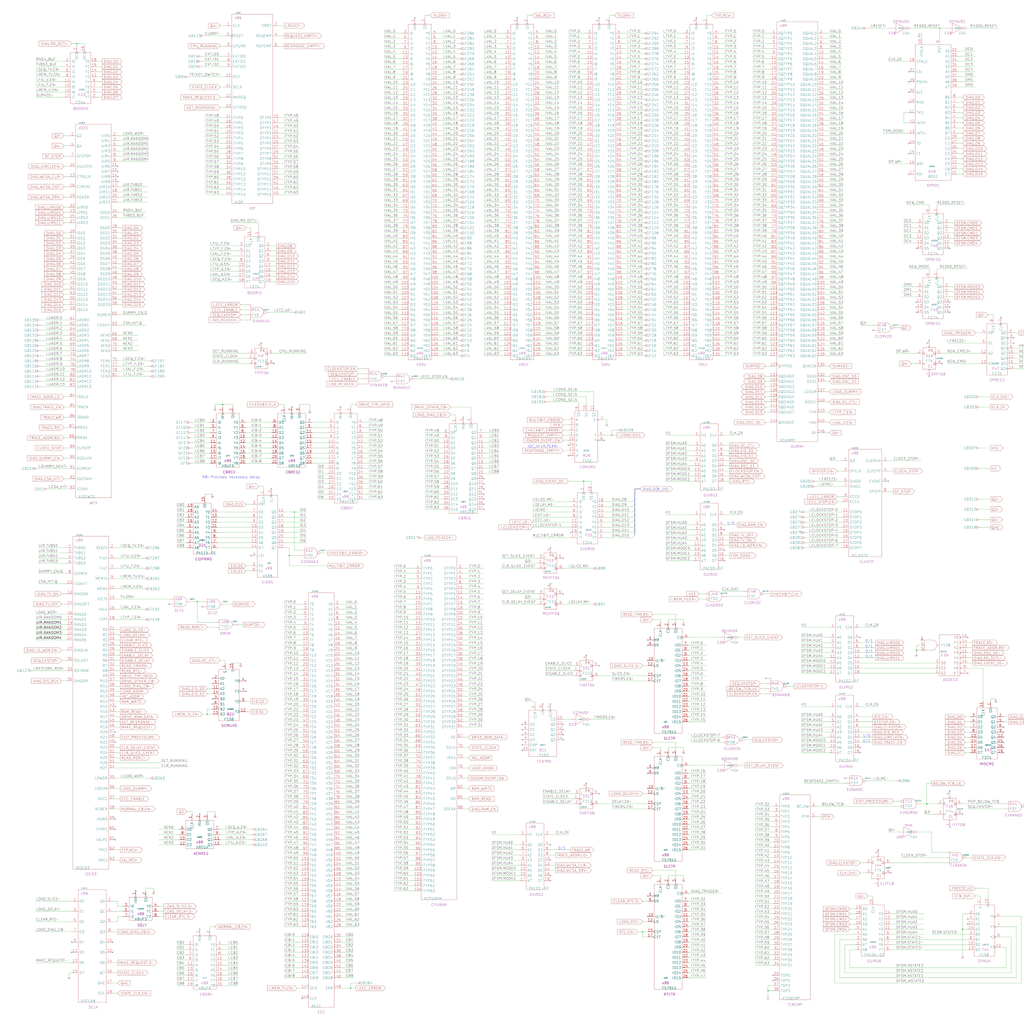
<source format=kicad_sch>
(kicad_sch (version 20230121) (generator eeschema)
  (paper "User" 1016 1016)
  (title_block (title "IOP\\n68020") (date "22-SEP-90") (rev "2.0") (comment 1 "IOC") (comment 2 "232-003061") (comment 3 "S400") (comment 4 "RELEASED"))
  (lib_symbols
    (symbol "r1000:8051" (pin_names (offset 1.016))
      (property "Reference" "U" (at 2.54 5.08 0))
      (property "Value" "8051" (at -1.27 -5.08 0))
      (property "Location" "___" (at -1.27 0 0))
      (property "Name" "______" (at 3.81 -15.24 0))
      (symbol "8051_1_1"
        (pin bidirectional line (at 27.94 38.1 180) (length 6.35) (name "B7") (number "1"))
        (pin input line (at -20.32 68.58 0) (length 6.35) (name "RXD") (number "10"))
        (pin output line (at -20.32 58.42 0) (length 6.35) (name "TXD") (number "11"))
        (pin input line (at -20.32 48.26 0) (length 6.35) (name "INT0~") (number "12"))
        (pin input line (at -20.32 38.1 0) (length 6.35) (name "INT1~") (number "13"))
        (pin bidirectional line (at -20.32 27.94 0) (length 6.35) (name "T0") (number "14"))
        (pin input line (at -20.32 17.78 0) (length 6.35) (name "T1") (number "15"))
        (pin output line (at -20.32 7.62 0) (length 6.35) (name "WR~") (number "16"))
        (pin bidirectional line (at -20.32 -2.54 0) (length 6.35) (name "RD~") (number "17"))
        (pin input line (at -20.32 109.22 0) (length 6.35) (name "XTAL2") (number "18"))
        (pin input line (at -7.62 132.08 270) (length 6.35) (name "XTAL1") (number "19"))
        (pin bidirectional line (at 27.94 43.18 180) (length 6.35) (name "B6") (number "2"))
        (pin bidirectional line (at 27.94 -2.54 180) (length 6.35) (name "C7") (number "21"))
        (pin bidirectional line (at 27.94 2.54 180) (length 6.35) (name "C6") (number "22"))
        (pin bidirectional line (at 27.94 7.62 180) (length 6.35) (name "C5") (number "23"))
        (pin bidirectional line (at 27.94 12.7 180) (length 6.35) (name "C4") (number "24"))
        (pin bidirectional line (at 27.94 17.78 180) (length 6.35) (name "C3") (number "25"))
        (pin bidirectional line (at 27.94 22.86 180) (length 6.35) (name "C2") (number "26"))
        (pin bidirectional line (at 27.94 27.94 180) (length 6.35) (name "C1") (number "27"))
        (pin bidirectional line (at 27.94 33.02 180) (length 6.35) (name "C0") (number "28"))
        (pin output line (at -20.32 88.9 0) (length 6.35) (name "PSEN~") (number "29"))
        (pin bidirectional line (at 27.94 48.26 180) (length 6.35) (name "B5") (number "3"))
        (pin output line (at -20.32 78.74 0) (length 6.35) (name "ALE") (number "30"))
        (pin input line (at -20.32 99.06 0) (length 6.35) (name "EA~") (number "31"))
        (pin output line (at 27.94 119.38 180) (length 6.35) (name "A0") (number "32"))
        (pin output line (at 27.94 114.3 180) (length 6.35) (name "A1") (number "33"))
        (pin output line (at 27.94 109.22 180) (length 6.35) (name "A2") (number "34"))
        (pin output line (at 27.94 104.14 180) (length 6.35) (name "A3") (number "35"))
        (pin output line (at 27.94 99.06 180) (length 6.35) (name "A4") (number "36"))
        (pin output line (at 27.94 93.98 180) (length 6.35) (name "A5") (number "37"))
        (pin output line (at 27.94 88.9 180) (length 6.35) (name "A6") (number "38"))
        (pin output line (at 27.94 83.82 180) (length 6.35) (name "A7") (number "39"))
        (pin bidirectional line (at 27.94 53.34 180) (length 6.35) (name "B4") (number "4"))
        (pin bidirectional line (at 27.94 58.42 180) (length 6.35) (name "B3") (number "5"))
        (pin bidirectional line (at 27.94 63.5 180) (length 6.35) (name "B2") (number "6"))
        (pin bidirectional line (at 27.94 68.58 180) (length 6.35) (name "B1") (number "7"))
        (pin bidirectional line (at 27.94 73.66 180) (length 6.35) (name "B0") (number "8"))
        (pin input line (at 10.16 132.08 270) (length 6.35) (name "RST") (number "9"))
      )
    )
    (symbol "r1000:F00" (pin_numbers hide) (pin_names hide)
      (property "Reference" "U" (at 15.24 0 0))
      (property "Value" "F00" (at 1.905 -5.08 0))
      (property "Location" "___" (at 1.905 0 0))
      (property "Name" "______" (at 2.54 -12.7 0))
      (symbol "F00_1_1"
        (pin input line (at -7.62 0 0) (length 5.08) (name "D0") (number "1"))
        (pin input line (at -7.62 -5.08 0) (length 5.08) (name "D1") (number "2"))
        (pin output line (at 15.24 -2.54 180) (length 2.54) (name "Q") (number "3"))
      )
      (symbol "F00_1_2"
        (pin input line (at -7.62 0 0) (length 2.54) (name "D0") (number "1"))
        (pin input line (at -7.62 -5.08 0) (length 2.54) (name "D1") (number "2"))
        (pin output line (at 15.24 -2.54 180) (length 5.08) (name "Q") (number "3"))
      )
    )
    (symbol "r1000:F02" (pin_numbers hide) (pin_names hide)
      (property "Reference" "U" (at 12.16 0.635 0))
      (property "Value" "F02" (at -1.27 -4.445 0))
      (property "Location" "___" (at 2.54 0 0))
      (property "Name" "______" (at 2.54 -12.7 0))
      (symbol "F02_1_1"
        (pin input line (at -7.62 0 0) (length 2.54) (name "D0") (number "1"))
        (pin input line (at -7.62 -5.08 0) (length 2.54) (name "D1") (number "2"))
        (pin output line (at 15.24 -2.54 180) (length 1.27) (name "Q") (number "3"))
      )
      (symbol "F02_1_2"
        (pin input line (at -7.62 0 0) (length 2.54) (name "D0") (number "1"))
        (pin input line (at -7.62 -5.08 0) (length 2.54) (name "D1") (number "2"))
        (pin output line (at 15.24 -2.54 180) (length 2.54) (name "Q") (number "3"))
      )
    )
    (symbol "r1000:F04" (pin_numbers hide) (pin_names hide)
      (property "Reference" "U" (at 0 0 0))
      (property "Value" "F04" (at 1.27 -5.08 0))
      (property "Location" "___" (at -12.7 -5.08 0))
      (property "Name" "______" (at 0 5.08 0))
      (symbol "F04_1_1"
        (pin input line (at -10.16 0 0) (length 2.54) (name "D0") (number "1"))
        (pin output line (at 10.16 0 180) (length 2.54) (name "Q") (number "2"))
      )
    )
    (symbol "r1000:F08" (pin_numbers hide) (pin_names hide)
      (property "Reference" "U" (at 15.24 0 0))
      (property "Value" "F08" (at 1.905 -5.08 0))
      (property "Location" "___" (at 1.905 0 0))
      (property "Name" "______" (at 2.54 -12.7 0))
      (symbol "F08_1_1"
        (pin input line (at -7.62 0 0) (length 5.08) (name "D0") (number "1"))
        (pin input line (at -7.62 -5.08 0) (length 5.08) (name "D1") (number "2"))
        (pin output line (at 15.24 -2.54 180) (length 5.08) (name "Q") (number "3"))
      )
      (symbol "F08_1_2"
        (pin input line (at -7.62 0 0) (length 2.54) (name "D0") (number "1"))
        (pin input line (at -7.62 -5.08 0) (length 2.54) (name "D1") (number "2"))
        (pin output line (at 15.24 -2.54 180) (length 2.54) (name "Q") (number "3"))
      )
    )
    (symbol "r1000:F10" (pin_numbers hide) (pin_names hide)
      (property "Reference" "U" (at 13.335 0 0))
      (property "Value" "F10" (at 5.715 -5.08 0))
      (property "Location" "___" (at -1.27 0 0))
      (property "Name" "______" (at -2.54 -10.16 0))
      (symbol "F10_1_1"
        (pin input line (at -5.08 2.54 0) (length 2.54) (name "D0") (number "1"))
        (pin input line (at -5.08 -2.54 0) (length 2.54) (name "D1") (number "2"))
        (pin input line (at -5.08 -7.62 0) (length 2.54) (name "D2") (number "3"))
        (pin output line (at 15.24 -2.54 180) (length 2.54) (name "Q") (number "4"))
      )
      (symbol "F10_1_2"
        (pin input line (at -5.08 2.54 0) (length 0) (name "D0") (number "1"))
        (pin input line (at -5.08 -2.54 0) (length 0) (name "D1") (number "2"))
        (pin input line (at -5.08 -7.62 0) (length 0) (name "D2") (number "3"))
        (pin output line (at 15.24 -2.54 180) (length 2.54) (name "Q") (number "4"))
      )
    )
    (symbol "r1000:F113" (pin_names (offset 1.016) hide)
      (property "Reference" "U" (at 0 -10.795 0))
      (property "Value" "F113" (at -1.27 -5.08 0))
      (property "Location" "___" (at -1.27 0 0))
      (property "Name" "______" (at 3.175 -18.415 0))
      (symbol "F113_1_1"
        (text ">" (at -2.54 -2.54 0) (effects (font (size 2.54 2.54))))
        (text "J" (at -2.54 2.54 0) (effects (font (size 2.54 2.54))))
        (text "K" (at -2.54 -7.62 0) (effects (font (size 2.54 2.54))))
        (text "P" (at 2.54 5.08 0) (effects (font (size 2.54 2.54))))
        (text "Q" (at 7.62 -7.62 0) (effects (font (size 2.54 2.54))))
        (text "Q" (at 7.62 2.54 0) (effects (font (size 2.54 2.54))))
        (text "R" (at 5.08 5.08 0) (effects (font (size 2.54 2.54))))
        (pin input line (at -10.16 -2.54 0) (length 5.08) (name "CLK_") (number "1"))
        (pin input line (at -10.16 -7.62 0) (length 6.35) (name "K") (number "2"))
        (pin input line (at -10.16 2.54 0) (length 6.35) (name "J") (number "3"))
        (pin input line (at 2.54 12.7 270) (length 3.81) (name "PR_") (number "4"))
        (pin output line (at 15.24 2.54 180) (length 6.35) (name "Q") (number "5"))
        (pin output line (at 15.24 -7.62 180) (length 5.08) (name "Q_") (number "6"))
      )
    )
    (symbol "r1000:F138" (pin_names (offset 1.016) hide)
      (property "Reference" "U" (at 1.27 3.81 0))
      (property "Value" "F138" (at -1.27 10.16 0))
      (property "Location" "___" (at -1.27 0 0))
      (property "Name" "______" (at 8.255 -24.13 0))
      (symbol "F138_1_1"
        (text "0" (at 2.54 -7.62 0) (effects (font (size 2.54 2.54))))
        (text "0" (at 15.24 17.78 0) (effects (font (size 2.54 2.54))))
        (text "1" (at 2.54 -12.7 0) (effects (font (size 2.54 2.54))))
        (text "1" (at 15.24 12.7 0) (effects (font (size 2.54 2.54))))
        (text "2" (at 2.54 -17.78 0) (effects (font (size 2.54 2.54))))
        (text "2" (at 15.24 7.62 0) (effects (font (size 2.54 2.54))))
        (text "3" (at 15.24 2.54 0) (effects (font (size 2.54 2.54))))
        (text "4" (at 15.24 -2.54 0) (effects (font (size 2.54 2.54))))
        (text "5" (at 15.24 -7.62 0) (effects (font (size 2.54 2.54))))
        (text "6" (at 15.24 -12.7 0) (effects (font (size 2.54 2.54))))
        (text "7" (at 15.24 -17.78 0) (effects (font (size 2.54 2.54))))
        (text "S" (at 0 -17.78 0) (effects (font (size 2.54 2.54))))
        (text "S" (at 0 -12.7 0) (effects (font (size 2.54 2.54))))
        (text "S" (at 0 -7.62 0) (effects (font (size 2.54 2.54))))
        (text "Y" (at 12.7 -17.78 0) (effects (font (size 2.54 2.54))))
        (text "Y" (at 12.7 -12.7 0) (effects (font (size 2.54 2.54))))
        (text "Y" (at 12.7 -7.62 0) (effects (font (size 2.54 2.54))))
        (text "Y" (at 12.7 -2.54 0) (effects (font (size 2.54 2.54))))
        (text "Y" (at 12.7 2.54 0) (effects (font (size 2.54 2.54))))
        (text "Y" (at 12.7 7.62 0) (effects (font (size 2.54 2.54))))
        (text "Y" (at 12.7 12.7 0) (effects (font (size 2.54 2.54))))
        (text "Y" (at 12.7 17.78 0) (effects (font (size 2.54 2.54))))
        (pin input line (at -7.62 -17.78 0) (length 5.08) (name "S2") (number "1"))
        (pin output line (at 25.4 -7.62 180) (length 6.35) (name "Y5_") (number "10"))
        (pin output line (at 25.4 -2.54 180) (length 6.35) (name "Y4_") (number "11"))
        (pin output line (at 25.4 2.54 180) (length 6.35) (name "Y3_") (number "12"))
        (pin output line (at 25.4 7.62 180) (length 6.35) (name "Y2_") (number "13"))
        (pin output line (at 25.4 12.7 180) (length 6.35) (name "Y1_") (number "14"))
        (pin output line (at 25.4 17.78 180) (length 6.35) (name "Y0_") (number "15"))
        (pin input line (at -7.62 -12.7 0) (length 5.08) (name "S1") (number "2"))
        (pin input line (at -7.62 -7.62 0) (length 5.08) (name "S0") (number "3"))
        (pin input line (at -20.32 10.16 0) (length 1.27) (name "D1") (number "4"))
        (pin input line (at -20.32 5.08 0) (length 1.27) (name "D2") (number "5"))
        (pin input line (at -20.32 15.24 0) (length 1.27) (name "D0") (number "6"))
        (pin output line (at 25.4 -17.78 180) (length 6.35) (name "Y7_") (number "7"))
        (pin output line (at 25.4 -12.7 180) (length 6.35) (name "Y6_") (number "9"))
      )
    )
    (symbol "r1000:F151" (pin_names (offset 1.016))
      (property "Reference" "U" (at 2.54 5.08 0))
      (property "Value" "F151" (at -1.27 -5.08 0))
      (property "Location" "___" (at -1.27 0 0))
      (property "Name" "______" (at 3.81 -12.7 0))
      (symbol "F151_1_1"
        (pin input line (at -15.24 20.32 0) (length 6.35) (name "D") (number "1"))
        (pin input line (at 2.54 50.8 270) (length 6.35) (name "S1") (number "10"))
        (pin input line (at 10.16 50.8 270) (length 6.35) (name "S2") (number "11"))
        (pin input line (at -15.24 0 0) (length 6.35) (name "H") (number "12"))
        (pin input line (at -15.24 5.08 0) (length 6.35) (name "G") (number "13"))
        (pin input line (at -15.24 10.16 0) (length 6.35) (name "F") (number "14"))
        (pin input line (at -15.24 15.24 0) (length 6.35) (name "E") (number "15"))
        (pin input line (at -15.24 25.4 0) (length 6.35) (name "C") (number "2"))
        (pin input line (at -15.24 30.48 0) (length 6.35) (name "B") (number "3"))
        (pin input line (at -15.24 35.56 0) (length 6.35) (name "A") (number "4"))
        (pin output line (at 20.32 20.32 180) (length 6.35) (name "Y") (number "5"))
        (pin output line (at 20.32 15.24 180) (length 5.08) (name "Y~") (number "6"))
        (pin input line (at 20.32 35.56 180) (length 5.08) (name "E~") (number "7"))
        (pin input line (at -5.08 50.8 270) (length 6.35) (name "S0") (number "9"))
      )
    )
    (symbol "r1000:F158" (pin_names (offset 1.016))
      (property "Reference" "U" (at 2.54 5.08 0))
      (property "Value" "F158" (at -3.81 -5.08 0))
      (property "Location" "___" (at -1.27 0 0))
      (property "Name" "______" (at 1.27 -12.7 0))
      (symbol "F158_1_1"
        (pin input line (at -2.54 50.8 270) (length 6.35) (name "S") (number "1"))
        (pin input line (at -15.24 5.08 0) (length 6.35) (name "B2") (number "10"))
        (pin input line (at -15.24 25.4 0) (length 6.35) (name "A2") (number "11"))
        (pin output line (at 17.78 2.54 180) (length 5.08) (name "Y3") (number "12"))
        (pin input line (at -15.24 0 0) (length 6.35) (name "B3") (number "13"))
        (pin input line (at -15.24 20.32 0) (length 6.35) (name "A3") (number "14"))
        (pin input line (at 5.08 50.8 270) (length 5.08) (name "E") (number "15"))
        (pin input line (at -15.24 35.56 0) (length 6.35) (name "A0") (number "2"))
        (pin input line (at -15.24 15.24 0) (length 6.35) (name "B0") (number "3"))
        (pin output line (at 17.78 33.02 180) (length 5.08) (name "Y0") (number "4"))
        (pin input line (at -15.24 30.48 0) (length 6.35) (name "A1") (number "5"))
        (pin input line (at -15.24 10.16 0) (length 6.35) (name "B1") (number "6"))
        (pin output line (at 17.78 22.86 180) (length 5.08) (name "Y1") (number "7"))
        (pin output line (at 17.78 12.7 180) (length 5.08) (name "Y2") (number "9"))
      )
    )
    (symbol "r1000:F163" (pin_names (offset 1.016))
      (property "Reference" "U" (at 2.54 5.08 0))
      (property "Value" "F163" (at -1.27 -5.08 0))
      (property "Location" "___" (at -1.27 0 0))
      (property "Name" "______" (at 3.81 -12.7 0))
      (symbol "F163_1_1"
        (pin input line (at 10.16 45.72 270) (length 5.08) (name "CLR") (number "1"))
        (pin input line (at -17.78 0 0) (length 6.35) (name "ENT") (number "10"))
        (pin output line (at 22.86 25.4 180) (length 6.35) (name "Q0") (number "11"))
        (pin output line (at 22.86 20.32 180) (length 6.35) (name "Q1") (number "12"))
        (pin output line (at 22.86 15.24 180) (length 6.35) (name "Q2") (number "13"))
        (pin output line (at 22.86 10.16 180) (length 6.35) (name "Q3") (number "14"))
        (pin output line (at 22.86 30.48 180) (length 6.35) (name "CO") (number "15"))
        (pin input line (at -5.08 45.72 270) (length 6.35) (name "CLK") (number "2"))
        (pin input line (at -17.78 10.16 0) (length 6.35) (name "D3") (number "3"))
        (pin input line (at -17.78 15.24 0) (length 6.35) (name "D2") (number "4"))
        (pin input line (at -17.78 20.32 0) (length 6.35) (name "D1") (number "5"))
        (pin input line (at -17.78 25.4 0) (length 6.35) (name "D0") (number "6"))
        (pin input line (at -17.78 5.08 0) (length 6.35) (name "ENP") (number "7"))
        (pin input line (at 2.54 45.72 270) (length 5.08) (name "LD") (number "9"))
      )
    )
    (symbol "r1000:F174" (pin_names (offset 1.016))
      (property "Reference" "U" (at 2.54 5.08 0))
      (property "Value" "F174" (at -3.81 -7.62 0))
      (property "Location" "___" (at -1.27 0 0))
      (property "Name" "______" (at 1.27 -15.24 0))
      (symbol "F174_1_1"
        (pin input line (at 5.08 38.1 270) (length 5.08) (name "CLR") (number "1"))
        (pin output line (at 17.78 7.62 180) (length 6.35) (name "Q3") (number "10"))
        (pin input line (at -15.24 7.62 0) (length 6.35) (name "D3") (number "11"))
        (pin output line (at 17.78 2.54 180) (length 6.35) (name "Q4") (number "12"))
        (pin input line (at -15.24 2.54 0) (length 6.35) (name "D4") (number "13"))
        (pin input line (at -15.24 -2.54 0) (length 6.35) (name "D5") (number "14"))
        (pin output line (at 17.78 -2.54 180) (length 6.35) (name "Q5") (number "15"))
        (pin output line (at 17.78 22.86 180) (length 6.35) (name "Q0") (number "2"))
        (pin input line (at -15.24 22.86 0) (length 6.35) (name "D0") (number "3"))
        (pin input line (at -15.24 17.78 0) (length 6.35) (name "D1") (number "4"))
        (pin output line (at 17.78 17.78 180) (length 6.35) (name "Q1") (number "5"))
        (pin input line (at -15.24 12.7 0) (length 6.35) (name "D2") (number "6"))
        (pin output line (at 17.78 12.7 180) (length 6.35) (name "Q2") (number "7"))
        (pin input line (at -2.54 38.1 270) (length 6.35) (name "CLK") (number "9"))
      )
    )
    (symbol "r1000:F175" (pin_names (offset 1.016))
      (property "Reference" "U" (at 2.54 5.08 0))
      (property "Value" "F175" (at -1.27 -5.08 0))
      (property "Location" "___" (at -1.27 0 0))
      (property "Name" "______" (at 3.81 -12.7 0))
      (symbol "F175_1_1"
        (pin input line (at 7.62 50.8 270) (length 5.08) (name "CLR") (number "1"))
        (pin output line (at 20.32 15.24 180) (length 6.35) (name "Q2") (number "10"))
        (pin output line (at 20.32 10.16 180) (length 5.08) (name "Q2~") (number "11"))
        (pin input line (at -12.7 15.24 0) (length 6.35) (name "D2") (number "12"))
        (pin input line (at -12.7 5.08 0) (length 6.35) (name "D3") (number "13"))
        (pin output line (at 20.32 0 180) (length 5.08) (name "Q3~") (number "14"))
        (pin output line (at 20.32 5.08 180) (length 6.35) (name "Q3") (number "15"))
        (pin output line (at 20.32 35.56 180) (length 6.35) (name "Q0") (number "2"))
        (pin output line (at 20.32 30.48 180) (length 5.08) (name "Q0~") (number "3"))
        (pin input line (at -12.7 35.56 0) (length 6.35) (name "D0") (number "4"))
        (pin input line (at -12.7 25.4 0) (length 6.35) (name "D1") (number "5"))
        (pin output line (at 20.32 20.32 180) (length 5.08) (name "Q1~") (number "6"))
        (pin output line (at 20.32 25.4 180) (length 6.35) (name "Q1") (number "7"))
        (pin input line (at 0 50.8 270) (length 6.35) (name "CLK") (number "9"))
      )
    )
    (symbol "r1000:F244" (pin_names (offset 1.016))
      (property "Reference" "U" (at 2.54 5.08 0))
      (property "Value" "F244" (at -3.81 -7.62 0))
      (property "Location" "___" (at -1.27 0 0))
      (property "Name" "______" (at 1.27 -15.24 0))
      (symbol "F244_1_1"
        (pin input line (at -2.54 48.26 270) (length 5.08) (name "OE0") (number "1"))
        (pin input line (at -15.24 12.7 0) (length 6.35) (name "I4") (number "11"))
        (pin tri_state line (at 17.78 17.78 180) (length 6.35) (name "Y3") (number "12"))
        (pin input line (at -15.24 7.62 0) (length 6.35) (name "I5") (number "13"))
        (pin tri_state line (at 17.78 22.86 180) (length 6.35) (name "Y2") (number "14"))
        (pin input line (at -15.24 2.54 0) (length 6.35) (name "I6") (number "15"))
        (pin tri_state line (at 17.78 27.94 180) (length 6.35) (name "Y1") (number "16"))
        (pin input line (at -15.24 -2.54 0) (length 6.35) (name "I7") (number "17"))
        (pin tri_state line (at 17.78 33.02 180) (length 6.35) (name "Y0") (number "18"))
        (pin input line (at 5.08 48.26 270) (length 5.08) (name "OE1") (number "19"))
        (pin input line (at -15.24 33.02 0) (length 6.35) (name "I0") (number "2"))
        (pin tri_state line (at 17.78 -2.54 180) (length 6.35) (name "Y7") (number "3"))
        (pin input line (at -15.24 27.94 0) (length 6.35) (name "I1") (number "4"))
        (pin tri_state line (at 17.78 2.54 180) (length 6.35) (name "Y6") (number "5"))
        (pin input line (at -15.24 22.86 0) (length 6.35) (name "I2") (number "6"))
        (pin tri_state line (at 17.78 7.62 180) (length 6.35) (name "Y5") (number "7"))
        (pin input line (at -15.24 17.78 0) (length 6.35) (name "I3") (number "8"))
        (pin tri_state line (at 17.78 12.7 180) (length 6.35) (name "Y4") (number "9"))
      )
    )
    (symbol "r1000:F32" (pin_numbers hide) (pin_names hide)
      (property "Reference" "U" (at 12.16 0.635 0))
      (property "Value" "F32" (at -1.27 -4.445 0))
      (property "Location" "___" (at 2.54 0 0))
      (property "Name" "______" (at 2.54 -12.7 0))
      (symbol "F32_1_1"
        (pin input line (at -7.62 0 0) (length 2.54) (name "D0") (number "1"))
        (pin input line (at -7.62 -5.08 0) (length 2.54) (name "D1") (number "2"))
        (pin output line (at 15.24 -2.54 180) (length 5.08) (name "Q") (number "3"))
      )
      (symbol "F32_1_2"
        (pin input line (at -7.62 0 0) (length 2.54) (name "D0") (number "1"))
        (pin input line (at -7.62 -5.08 0) (length 2.54) (name "D1") (number "2"))
        (pin output line (at 15.24 -2.54 180) (length 2.54) (name "Q") (number "3"))
      )
    )
    (symbol "r1000:F37" (pin_numbers hide) (pin_names (offset 0) hide)
      (property "Reference" "U" (at 15.24 0 0))
      (property "Value" "F37" (at 1.905 -5.08 0))
      (property "Location" "___" (at 1.905 0 0))
      (property "Name" "______" (at 2.54 -12.7 0))
      (symbol "F37_1_1"
        (pin input line (at -7.62 0 0) (length 5.08) (name "D0") (number "1"))
        (pin input line (at -7.62 -5.08 0) (length 5.08) (name "D1") (number "2"))
        (pin output line (at 15.24 -2.54 180) (length 2.54) (name "Q") (number "3"))
      )
      (symbol "F37_1_2"
        (pin input line (at -7.62 0 0) (length 2.54) (name "D0") (number "1"))
        (pin input line (at -7.62 -5.08 0) (length 2.54) (name "D1") (number "2"))
        (pin output line (at 15.24 -2.54 180) (length 5.08) (name "Q") (number "3"))
      )
    )
    (symbol "r1000:F374" (pin_names (offset 1.016))
      (property "Reference" "U" (at 2.54 5.08 0))
      (property "Value" "F374" (at -3.81 -7.62 0))
      (property "Location" "___" (at -1.27 0 0))
      (property "Name" "______" (at 1.27 -15.24 0))
      (symbol "F374_1_1"
        (pin input line (at 5.08 48.26 270) (length 5.08) (name "OE") (number "1"))
        (pin input line (at -2.54 48.26 270) (length 6.35) (name "CLK") (number "11"))
        (pin tri_state line (at 17.78 12.7 180) (length 6.35) (name "Q4") (number "12"))
        (pin input line (at -15.24 12.7 0) (length 6.35) (name "D4") (number "13"))
        (pin input line (at -15.24 7.62 0) (length 6.35) (name "D5") (number "14"))
        (pin tri_state line (at 17.78 7.62 180) (length 6.35) (name "Q5") (number "15"))
        (pin tri_state line (at 17.78 2.54 180) (length 6.35) (name "Q6") (number "16"))
        (pin input line (at -15.24 2.54 0) (length 6.35) (name "D6") (number "17"))
        (pin input line (at -15.24 -2.54 0) (length 6.35) (name "D7") (number "18"))
        (pin tri_state line (at 17.78 -2.54 180) (length 6.35) (name "Q7") (number "19"))
        (pin tri_state line (at 17.78 33.02 180) (length 6.35) (name "Q0") (number "2"))
        (pin input line (at -15.24 33.02 0) (length 6.35) (name "D0") (number "3"))
        (pin input line (at -15.24 27.94 0) (length 6.35) (name "D1") (number "4"))
        (pin tri_state line (at 17.78 27.94 180) (length 6.35) (name "Q1") (number "5"))
        (pin tri_state line (at 17.78 22.86 180) (length 6.35) (name "Q2") (number "6"))
        (pin input line (at -15.24 22.86 0) (length 6.35) (name "D2") (number "7"))
        (pin input line (at -15.24 17.78 0) (length 6.35) (name "D3") (number "8"))
        (pin tri_state line (at 17.78 17.78 180) (length 6.35) (name "Q3") (number "9"))
      )
    )
    (symbol "r1000:F40" (pin_numbers hide) (pin_names hide)
      (property "Reference" "U" (at 12.7 2.54 0))
      (property "Value" "F40" (at 1.905 -2.54 0))
      (property "Location" "___" (at 1.905 2.54 0))
      (property "Name" "______" (at 7.62 -10.16 0))
      (symbol "F40_1_1"
        (pin input line (at -7.62 7.62 0) (length 5.08) (name "D0") (number "1"))
        (pin input line (at -7.62 2.54 0) (length 5.08) (name "D3") (number "2"))
        (pin input line (at -7.62 -2.54 0) (length 5.08) (name "D4") (number "4"))
        (pin input line (at -7.62 -7.62 0) (length 5.08) (name "D5") (number "5"))
        (pin output line (at 15.24 0 180) (length 2.54) (name "Q") (number "6"))
      )
    )
    (symbol "r1000:F579X2" (pin_names (offset 1.016))
      (property "Reference" "U" (at 2.54 5.08 0))
      (property "Value" "F579X2" (at -1.27 -5.08 0))
      (property "Location" "___" (at -1.27 0 0))
      (property "Name" "______" (at 6.35 -12.7 0))
      (symbol "F579X2_1_1"
        (pin input line (at -2.54 104.14 270) (length 6.35) (name "CLK") (number "1"))
        (pin input line (at -15.24 66.04 0) (length 6.35) (name "U/B~") (number "10"))
        (pin bidirectional line (at 25.4 66.04 180) (length 6.35) (name "IO3") (number "11"))
        (pin input line (at -15.24 60.96 0) (length 5.08) (name "LD") (number "12"))
        (pin bidirectional line (at 25.4 60.96 180) (length 6.35) (name "IO4") (number "13"))
        (pin bidirectional line (at 25.4 55.88 180) (length 6.35) (name "IO5") (number "14"))
        (pin input line (at -15.24 50.8 0) (length 5.08) (name "CEP") (number "15"))
        (pin bidirectional line (at 25.4 50.8 180) (length 6.35) (name "IO6") (number "16"))
        (pin input line (at -15.24 45.72 0) (length 5.08) (name "CET") (number "17"))
        (pin bidirectional line (at 25.4 45.72 180) (length 6.35) (name "IO7") (number "18"))
        (pin bidirectional line (at 25.4 40.64 180) (length 6.35) (name "IO8") (number "19"))
        (pin input line (at 5.08 104.14 270) (length 5.08) (name "CS") (number "2"))
        (pin bidirectional line (at 25.4 35.56 180) (length 6.35) (name "IO9") (number "20"))
        (pin bidirectional line (at 25.4 30.48 180) (length 6.35) (name "IO10") (number "21"))
        (pin bidirectional line (at 25.4 25.4 180) (length 6.35) (name "IO11") (number "22"))
        (pin bidirectional line (at 25.4 20.32 180) (length 6.35) (name "IO12") (number "23"))
        (pin bidirectional line (at 25.4 15.24 180) (length 6.35) (name "IO13") (number "24"))
        (pin bidirectional line (at 25.4 10.16 180) (length 6.35) (name "IO14") (number "25"))
        (pin bidirectional line (at 25.4 5.08 180) (length 6.35) (name "IO15") (number "26"))
        (pin input line (at 12.7 104.14 270) (length 5.08) (name "OE") (number "3"))
        (pin output line (at 25.4 88.9 180) (length 5.08) (name "CO") (number "4"))
        (pin input line (at -15.24 86.36 0) (length 5.08) (name "MR") (number "5"))
        (pin input line (at -15.24 81.28 0) (length 5.08) (name "SR") (number "6"))
        (pin bidirectional line (at 25.4 81.28 180) (length 6.35) (name "IO0") (number "7"))
        (pin bidirectional line (at 25.4 76.2 180) (length 6.35) (name "IO1") (number "8"))
        (pin bidirectional line (at 25.4 71.12 180) (length 6.35) (name "IO2") (number "9"))
      )
    )
    (symbol "r1000:F74" (pin_names (offset 1.016) hide)
      (property "Reference" "U" (at 12.7 -2.54 0))
      (property "Value" "F74" (at -1.27 -5.08 0))
      (property "Location" "___" (at -1.27 0 0))
      (property "Name" "______" (at 11.43 -19.685 0))
      (symbol "F74_1_1"
        (text ">" (at -2.54 -7.62 0) (effects (font (size 2.54 2.54))))
        (text "C" (at 2.54 -10.16 0) (effects (font (size 2.54 2.54))))
        (text "D" (at -2.54 2.54 0) (effects (font (size 2.54 2.54))))
        (text "L" (at 5.08 -10.16 0) (effects (font (size 2.54 2.54))))
        (text "P" (at 2.54 5.08 0) (effects (font (size 2.54 2.54))))
        (text "Q" (at 7.62 -7.62 0) (effects (font (size 2.54 2.54))))
        (text "Q" (at 7.62 2.54 0) (effects (font (size 2.54 2.54))))
        (text "R" (at 5.08 5.08 0) (effects (font (size 2.54 2.54))))
        (pin input line (at 2.54 -20.32 90) (length 5.08) (name "CL_") (number "1"))
        (pin input line (at -10.16 2.54 0) (length 6.35) (name "D") (number "2"))
        (pin input line (at -10.16 -7.62 0) (length 6.35) (name "CLK") (number "3"))
        (pin input line (at 2.54 15.24 270) (length 5.08) (name "PR_") (number "4"))
        (pin output line (at 15.24 2.54 180) (length 6.35) (name "Q") (number "5"))
        (pin output line (at 15.24 -7.62 180) (length 5.08) (name "Q_") (number "6"))
      )
    )
    (symbol "r1000:GB" (pin_numbers hide) (pin_names (offset 0) hide)
      (property "Reference" "GB" (at 3.81 0 0))
      (symbol "GB_1_1"
        (pin bidirectional line (at 0 0 0) (length 2.54) (name "") (number "1"))
      )
    )
    (symbol "r1000:GF" (pin_numbers hide) (pin_names (offset 0) hide)
      (property "Reference" "GF" (at 3.81 0 0))
      (symbol "GF_1_1"
        (pin bidirectional line (at 0 0 0) (length 2.54) (name "") (number "1"))
      )
    )
    (symbol "r1000:PAxxx" (pin_names (offset 1.016))
      (property "Reference" "U" (at 2.54 5.08 0))
      (property "Value" "PAxxx" (at -3.81 -7.62 0))
      (property "Location" "___" (at -1.27 0 0))
      (property "Name" "______" (at 3.81 -15.24 0))
      (symbol "PAxxx_1_1"
        (pin input line (at -12.7 -2.54 0) (length 6.35) (name "A8") (number "1"))
        (pin tri_state line (at 17.78 17.78 180) (length 6.35) (name "Y3") (number "11"))
        (pin tri_state line (at 17.78 22.86 180) (length 6.35) (name "Y2") (number "12"))
        (pin tri_state line (at 17.78 27.94 180) (length 6.35) (name "Y1") (number "13"))
        (pin tri_state line (at 17.78 33.02 180) (length 6.35) (name "Y0") (number "14"))
        (pin input line (at 5.08 48.26 270) (length 5.08) (name "OE") (number "15"))
        (pin input line (at -12.7 22.86 0) (length 6.35) (name "A3") (number "16"))
        (pin input line (at -12.7 27.94 0) (length 6.35) (name "A2") (number "17"))
        (pin input line (at -12.7 33.02 0) (length 6.35) (name "A1") (number "18"))
        (pin input line (at -12.7 38.1 0) (length 6.35) (name "A0") (number "19"))
        (pin input line (at -12.7 2.54 0) (length 6.35) (name "A7") (number "2"))
        (pin input line (at -12.7 7.62 0) (length 6.35) (name "A6") (number "3"))
        (pin input line (at -12.7 12.7 0) (length 6.35) (name "A5") (number "4"))
        (pin input line (at -12.7 17.78 0) (length 6.35) (name "A4") (number "5"))
        (pin tri_state line (at 17.78 -2.54 180) (length 6.35) (name "Y7") (number "6"))
        (pin tri_state line (at 17.78 2.54 180) (length 6.35) (name "Y6") (number "7"))
        (pin tri_state line (at 17.78 7.62 180) (length 6.35) (name "Y5") (number "8"))
        (pin tri_state line (at 17.78 12.7 180) (length 6.35) (name "Y4") (number "9"))
      )
    )
    (symbol "r1000:PD" (power) (pin_numbers hide) (pin_names hide) (in_bom no)
      (symbol "PD_1_1"
        (pin power_in line (at 0 0 270) (length 2.54) (name "PD") (number "1"))
      )
    )
    (symbol "r1000:XBUF16" (pin_names (offset 1.016))
      (property "Reference" "U" (at 2.54 5.08 0))
      (property "Value" "XBUF16" (at -3.81 -5.08 0))
      (property "Location" "___" (at -1.27 0 0))
      (property "Name" "______" (at 3.81 -12.7 0))
      (symbol "XBUF16_1_1"
        (pin input line (at -2.54 88.9 270) (length 5.08) (name "INV") (number "1"))
        (pin tri_state line (at 20.32 58.42 180) (length 6.35) (name "Y3") (number "10"))
        (pin input line (at -15.24 53.34 0) (length 6.35) (name "I4") (number "11"))
        (pin tri_state line (at 20.32 53.34 180) (length 6.35) (name "Y4") (number "12"))
        (pin input line (at -15.24 48.26 0) (length 6.35) (name "I5") (number "13"))
        (pin tri_state line (at 20.32 48.26 180) (length 6.35) (name "Y5") (number "14"))
        (pin input line (at -15.24 43.18 0) (length 6.35) (name "I6") (number "15"))
        (pin tri_state line (at 20.32 43.18 180) (length 6.35) (name "Y6") (number "16"))
        (pin input line (at -15.24 38.1 0) (length 6.35) (name "I7") (number "17"))
        (pin tri_state line (at 20.32 38.1 180) (length 6.35) (name "Y7") (number "18"))
        (pin input line (at -15.24 33.02 0) (length 6.35) (name "I8") (number "19"))
        (pin input line (at 7.62 88.9 270) (length 5.08) (name "OE") (number "2"))
        (pin tri_state line (at 20.32 33.02 180) (length 6.35) (name "Y8") (number "20"))
        (pin input line (at -15.24 27.94 0) (length 6.35) (name "I9") (number "21"))
        (pin tri_state line (at 20.32 27.94 180) (length 6.35) (name "Y9") (number "22"))
        (pin input line (at -15.24 22.86 0) (length 6.35) (name "I10") (number "23"))
        (pin tri_state line (at 20.32 22.86 180) (length 6.35) (name "Y10") (number "24"))
        (pin input line (at -15.24 17.78 0) (length 6.35) (name "I11") (number "25"))
        (pin tri_state line (at 20.32 17.78 180) (length 6.35) (name "Y11") (number "26"))
        (pin input line (at -15.24 12.7 0) (length 6.35) (name "I12") (number "27"))
        (pin tri_state line (at 20.32 12.7 180) (length 6.35) (name "Y12") (number "28"))
        (pin input line (at -15.24 7.62 0) (length 6.35) (name "I13") (number "29"))
        (pin input line (at -15.24 73.66 0) (length 6.35) (name "I0") (number "3"))
        (pin tri_state line (at 20.32 7.62 180) (length 6.35) (name "Y13") (number "30"))
        (pin input line (at -15.24 2.54 0) (length 6.35) (name "I14") (number "31"))
        (pin tri_state line (at 20.32 2.54 180) (length 6.35) (name "Y14") (number "32"))
        (pin input line (at -15.24 -2.54 0) (length 6.35) (name "I15") (number "33"))
        (pin tri_state line (at 20.32 -2.54 180) (length 6.35) (name "Y15") (number "34"))
        (pin tri_state line (at 20.32 73.66 180) (length 6.35) (name "Y0") (number "4"))
        (pin input line (at -15.24 68.58 0) (length 6.35) (name "I1") (number "5"))
        (pin tri_state line (at 20.32 68.58 180) (length 6.35) (name "Y1") (number "6"))
        (pin input line (at -15.24 63.5 0) (length 6.35) (name "I2") (number "7"))
        (pin tri_state line (at 20.32 63.5 180) (length 6.35) (name "Y2") (number "8"))
        (pin input line (at -15.24 58.42 0) (length 6.35) (name "I3") (number "9"))
      )
    )
    (symbol "r1000:XBUF3" (pin_names (offset 1.016))
      (property "Reference" "U" (at 2.54 5.08 0))
      (property "Value" "XBUF3" (at -3.81 -5.08 0))
      (property "Location" "___" (at -1.27 0 0))
      (property "Name" "______" (at 3.81 -12.7 0))
      (symbol "XBUF3_1_1"
        (pin input line (at -2.54 22.86 270) (length 5.08) (name "INV") (number "1"))
        (pin input line (at 7.62 22.86 270) (length 5.08) (name "OE") (number "2"))
        (pin input line (at -15.24 7.62 0) (length 6.35) (name "I0") (number "3"))
        (pin tri_state line (at 20.32 7.62 180) (length 6.35) (name "Y0") (number "4"))
        (pin input line (at -15.24 2.54 0) (length 6.35) (name "I1") (number "5"))
        (pin tri_state line (at 20.32 2.54 180) (length 6.35) (name "Y1") (number "6"))
        (pin input line (at -15.24 -2.54 0) (length 6.35) (name "I2") (number "7"))
        (pin tri_state line (at 20.32 -2.54 180) (length 6.35) (name "Y2") (number "8"))
      )
    )
    (symbol "r1000:XBUF64" (pin_names (offset 1.016))
      (property "Reference" "U" (at 2.54 5.08 0))
      (property "Value" "XBUF64" (at -3.81 -5.08 0))
      (property "Location" "___" (at -1.27 0 0))
      (property "Name" "______" (at 3.81 -12.7 0))
      (symbol "XBUF64_1_1"
        (pin input line (at -2.54 332.74 270) (length 5.08) (name "INV") (number "1"))
        (pin tri_state line (at 20.32 302.26 180) (length 6.35) (name "Y3") (number "10"))
        (pin tri_state line (at 20.32 73.66 180) (length 6.35) (name "Y48") (number "100"))
        (pin input line (at -15.24 68.58 0) (length 6.35) (name "I49") (number "101"))
        (pin tri_state line (at 20.32 68.58 180) (length 6.35) (name "Y49") (number "102"))
        (pin input line (at -15.24 63.5 0) (length 6.35) (name "I50") (number "103"))
        (pin tri_state line (at 20.32 63.5 180) (length 6.35) (name "Y50") (number "104"))
        (pin input line (at -15.24 58.42 0) (length 6.35) (name "I51") (number "105"))
        (pin tri_state line (at 20.32 58.42 180) (length 6.35) (name "Y51") (number "106"))
        (pin input line (at -15.24 53.34 0) (length 6.35) (name "I52") (number "107"))
        (pin tri_state line (at 20.32 53.34 180) (length 6.35) (name "Y52") (number "108"))
        (pin input line (at -15.24 48.26 0) (length 6.35) (name "I53") (number "109"))
        (pin input line (at -15.24 297.18 0) (length 6.35) (name "I4") (number "11"))
        (pin tri_state line (at 20.32 48.26 180) (length 6.35) (name "Y53") (number "110"))
        (pin input line (at -15.24 43.18 0) (length 6.35) (name "I54") (number "111"))
        (pin tri_state line (at 20.32 43.18 180) (length 6.35) (name "Y54") (number "112"))
        (pin input line (at -15.24 38.1 0) (length 6.35) (name "I55") (number "113"))
        (pin tri_state line (at 20.32 38.1 180) (length 6.35) (name "Y55") (number "114"))
        (pin input line (at -15.24 33.02 0) (length 6.35) (name "I56") (number "115"))
        (pin tri_state line (at 20.32 33.02 180) (length 6.35) (name "Y56") (number "116"))
        (pin input line (at -15.24 27.94 0) (length 6.35) (name "I57") (number "117"))
        (pin tri_state line (at 20.32 27.94 180) (length 6.35) (name "Y57") (number "118"))
        (pin input line (at -15.24 22.86 0) (length 6.35) (name "I58") (number "119"))
        (pin tri_state line (at 20.32 297.18 180) (length 6.35) (name "Y4") (number "12"))
        (pin tri_state line (at 20.32 22.86 180) (length 6.35) (name "Y58") (number "120"))
        (pin input line (at -15.24 17.78 0) (length 6.35) (name "I59") (number "121"))
        (pin tri_state line (at 20.32 17.78 180) (length 6.35) (name "Y59") (number "122"))
        (pin input line (at -15.24 12.7 0) (length 6.35) (name "I60") (number "123"))
        (pin tri_state line (at 20.32 12.7 180) (length 6.35) (name "Y60") (number "124"))
        (pin input line (at -15.24 7.62 0) (length 6.35) (name "I61") (number "125"))
        (pin tri_state line (at 20.32 7.62 180) (length 6.35) (name "Y61") (number "126"))
        (pin input line (at -15.24 2.54 0) (length 6.35) (name "I62") (number "127"))
        (pin tri_state line (at 20.32 2.54 180) (length 6.35) (name "Y62") (number "128"))
        (pin input line (at -15.24 -2.54 0) (length 6.35) (name "I63") (number "129"))
        (pin input line (at -15.24 292.1 0) (length 6.35) (name "I5") (number "13"))
        (pin tri_state line (at 20.32 -2.54 180) (length 6.35) (name "Y63") (number "130"))
        (pin tri_state line (at 20.32 292.1 180) (length 6.35) (name "Y5") (number "14"))
        (pin input line (at -15.24 287.02 0) (length 6.35) (name "I6") (number "15"))
        (pin tri_state line (at 20.32 287.02 180) (length 6.35) (name "Y6") (number "16"))
        (pin input line (at -15.24 281.94 0) (length 6.35) (name "I7") (number "17"))
        (pin tri_state line (at 20.32 281.94 180) (length 6.35) (name "Y7") (number "18"))
        (pin input line (at -15.24 276.86 0) (length 6.35) (name "I8") (number "19"))
        (pin input line (at 7.62 332.74 270) (length 5.08) (name "OE") (number "2"))
        (pin tri_state line (at 20.32 276.86 180) (length 6.35) (name "Y8") (number "20"))
        (pin input line (at -15.24 271.78 0) (length 6.35) (name "I9") (number "21"))
        (pin tri_state line (at 20.32 271.78 180) (length 6.35) (name "Y9") (number "22"))
        (pin input line (at -15.24 266.7 0) (length 6.35) (name "I10") (number "23"))
        (pin tri_state line (at 20.32 266.7 180) (length 6.35) (name "Y10") (number "24"))
        (pin input line (at -15.24 261.62 0) (length 6.35) (name "I11") (number "25"))
        (pin tri_state line (at 20.32 261.62 180) (length 6.35) (name "Y11") (number "26"))
        (pin input line (at -15.24 256.54 0) (length 6.35) (name "I12") (number "27"))
        (pin tri_state line (at 20.32 256.54 180) (length 6.35) (name "Y12") (number "28"))
        (pin input line (at -15.24 251.46 0) (length 6.35) (name "I13") (number "29"))
        (pin input line (at -15.24 317.5 0) (length 6.35) (name "I0") (number "3"))
        (pin tri_state line (at 20.32 251.46 180) (length 6.35) (name "Y13") (number "30"))
        (pin input line (at -15.24 246.38 0) (length 6.35) (name "I14") (number "31"))
        (pin tri_state line (at 20.32 246.38 180) (length 6.35) (name "Y14") (number "32"))
        (pin input line (at -15.24 241.3 0) (length 6.35) (name "I15") (number "33"))
        (pin tri_state line (at 20.32 241.3 180) (length 6.35) (name "Y15") (number "34"))
        (pin input line (at -15.24 236.22 0) (length 6.35) (name "I16") (number "35"))
        (pin tri_state line (at 20.32 236.22 180) (length 6.35) (name "Y16") (number "36"))
        (pin input line (at -15.24 231.14 0) (length 6.35) (name "I17") (number "37"))
        (pin tri_state line (at 20.32 231.14 180) (length 6.35) (name "Y17") (number "38"))
        (pin input line (at -15.24 226.06 0) (length 6.35) (name "I18") (number "39"))
        (pin tri_state line (at 20.32 317.5 180) (length 6.35) (name "Y0") (number "4"))
        (pin tri_state line (at 20.32 226.06 180) (length 6.35) (name "Y18") (number "40"))
        (pin input line (at -15.24 220.98 0) (length 6.35) (name "I19") (number "41"))
        (pin tri_state line (at 20.32 220.98 180) (length 6.35) (name "Y19") (number "42"))
        (pin input line (at -15.24 215.9 0) (length 6.35) (name "I20") (number "43"))
        (pin tri_state line (at 20.32 215.9 180) (length 6.35) (name "Y20") (number "44"))
        (pin input line (at -15.24 210.82 0) (length 6.35) (name "I21") (number "45"))
        (pin tri_state line (at 20.32 210.82 180) (length 6.35) (name "Y21") (number "46"))
        (pin input line (at -15.24 205.74 0) (length 6.35) (name "I22") (number "47"))
        (pin tri_state line (at 20.32 205.74 180) (length 6.35) (name "Y22") (number "48"))
        (pin input line (at -15.24 200.66 0) (length 6.35) (name "I23") (number "49"))
        (pin input line (at -15.24 312.42 0) (length 6.35) (name "I1") (number "5"))
        (pin tri_state line (at 20.32 200.66 180) (length 6.35) (name "Y23") (number "50"))
        (pin input line (at -15.24 195.58 0) (length 6.35) (name "I24") (number "51"))
        (pin tri_state line (at 20.32 195.58 180) (length 6.35) (name "Y24") (number "52"))
        (pin input line (at -15.24 190.5 0) (length 6.35) (name "I25") (number "53"))
        (pin tri_state line (at 20.32 190.5 180) (length 6.35) (name "Y25") (number "54"))
        (pin input line (at -15.24 185.42 0) (length 6.35) (name "I26") (number "55"))
        (pin tri_state line (at 20.32 185.42 180) (length 6.35) (name "Y26") (number "56"))
        (pin input line (at -15.24 180.34 0) (length 6.35) (name "I27") (number "57"))
        (pin tri_state line (at 20.32 180.34 180) (length 6.35) (name "Y27") (number "58"))
        (pin input line (at -15.24 175.26 0) (length 6.35) (name "I28") (number "59"))
        (pin tri_state line (at 20.32 312.42 180) (length 6.35) (name "Y1") (number "6"))
        (pin tri_state line (at 20.32 175.26 180) (length 6.35) (name "Y28") (number "60"))
        (pin input line (at -15.24 170.18 0) (length 6.35) (name "I29") (number "61"))
        (pin tri_state line (at 20.32 170.18 180) (length 6.35) (name "Y29") (number "62"))
        (pin input line (at -15.24 165.1 0) (length 6.35) (name "I30") (number "63"))
        (pin tri_state line (at 20.32 165.1 180) (length 6.35) (name "Y30") (number "64"))
        (pin input line (at -15.24 160.02 0) (length 6.35) (name "I31") (number "65"))
        (pin tri_state line (at 20.32 160.02 180) (length 6.35) (name "Y31") (number "66"))
        (pin input line (at -15.24 154.94 0) (length 6.35) (name "I32") (number "67"))
        (pin tri_state line (at 20.32 154.94 180) (length 6.35) (name "Y32") (number "68"))
        (pin input line (at -15.24 149.86 0) (length 6.35) (name "I33") (number "69"))
        (pin input line (at -15.24 307.34 0) (length 6.35) (name "I2") (number "7"))
        (pin tri_state line (at 20.32 149.86 180) (length 6.35) (name "Y33") (number "70"))
        (pin input line (at -15.24 144.78 0) (length 6.35) (name "I34") (number "71"))
        (pin tri_state line (at 20.32 144.78 180) (length 6.35) (name "Y34") (number "72"))
        (pin input line (at -15.24 139.7 0) (length 6.35) (name "I35") (number "73"))
        (pin tri_state line (at 20.32 139.7 180) (length 6.35) (name "Y35") (number "74"))
        (pin input line (at -15.24 134.62 0) (length 6.35) (name "I36") (number "75"))
        (pin tri_state line (at 20.32 134.62 180) (length 6.35) (name "Y36") (number "76"))
        (pin input line (at -15.24 129.54 0) (length 6.35) (name "I37") (number "77"))
        (pin tri_state line (at 20.32 129.54 180) (length 6.35) (name "Y37") (number "78"))
        (pin input line (at -15.24 124.46 0) (length 6.35) (name "I38") (number "79"))
        (pin tri_state line (at 20.32 307.34 180) (length 6.35) (name "Y2") (number "8"))
        (pin tri_state line (at 20.32 124.46 180) (length 6.35) (name "Y38") (number "80"))
        (pin input line (at -15.24 119.38 0) (length 6.35) (name "I39") (number "81"))
        (pin tri_state line (at 20.32 119.38 180) (length 6.35) (name "Y39") (number "82"))
        (pin input line (at -15.24 114.3 0) (length 6.35) (name "I40") (number "83"))
        (pin tri_state line (at 20.32 114.3 180) (length 6.35) (name "Y40") (number "84"))
        (pin input line (at -15.24 109.22 0) (length 6.35) (name "I41") (number "85"))
        (pin tri_state line (at 20.32 109.22 180) (length 6.35) (name "Y41") (number "86"))
        (pin input line (at -15.24 104.14 0) (length 6.35) (name "I42") (number "87"))
        (pin tri_state line (at 20.32 104.14 180) (length 6.35) (name "Y42") (number "88"))
        (pin input line (at -15.24 99.06 0) (length 6.35) (name "I43") (number "89"))
        (pin input line (at -15.24 302.26 0) (length 6.35) (name "I3") (number "9"))
        (pin tri_state line (at 20.32 99.06 180) (length 6.35) (name "Y43") (number "90"))
        (pin input line (at -15.24 93.98 0) (length 6.35) (name "I44") (number "91"))
        (pin tri_state line (at 20.32 93.98 180) (length 6.35) (name "Y44") (number "92"))
        (pin input line (at -15.24 88.9 0) (length 6.35) (name "I45") (number "93"))
        (pin tri_state line (at 20.32 88.9 180) (length 6.35) (name "Y45") (number "94"))
        (pin input line (at -15.24 83.82 0) (length 6.35) (name "I46") (number "95"))
        (pin tri_state line (at 20.32 83.82 180) (length 6.35) (name "Y46") (number "96"))
        (pin input line (at -15.24 78.74 0) (length 6.35) (name "I47") (number "97"))
        (pin tri_state line (at 20.32 78.74 180) (length 6.35) (name "Y47") (number "98"))
        (pin input line (at -15.24 73.66 0) (length 6.35) (name "I48") (number "99"))
      )
    )
    (symbol "r1000:XBUF9" (pin_names (offset 1.016))
      (property "Reference" "U" (at 2.54 5.08 0))
      (property "Value" "XBUF9" (at -3.81 -5.08 0))
      (property "Location" "___" (at -1.27 0 0))
      (property "Name" "______" (at 3.81 -12.7 0))
      (symbol "XBUF9_1_1"
        (pin input line (at -2.54 53.34 270) (length 5.08) (name "INV") (number "1"))
        (pin tri_state line (at 20.32 22.86 180) (length 6.35) (name "Y3") (number "10"))
        (pin input line (at -15.24 17.78 0) (length 6.35) (name "I4") (number "11"))
        (pin tri_state line (at 20.32 17.78 180) (length 6.35) (name "Y4") (number "12"))
        (pin input line (at -15.24 12.7 0) (length 6.35) (name "I5") (number "13"))
        (pin tri_state line (at 20.32 12.7 180) (length 6.35) (name "Y5") (number "14"))
        (pin input line (at -15.24 7.62 0) (length 6.35) (name "I6") (number "15"))
        (pin tri_state line (at 20.32 7.62 180) (length 6.35) (name "Y6") (number "16"))
        (pin input line (at -15.24 2.54 0) (length 6.35) (name "I7") (number "17"))
        (pin tri_state line (at 20.32 2.54 180) (length 6.35) (name "Y7") (number "18"))
        (pin input line (at -15.24 -2.54 0) (length 6.35) (name "I8") (number "19"))
        (pin input line (at 7.62 53.34 270) (length 5.08) (name "OE") (number "2"))
        (pin tri_state line (at 20.32 -2.54 180) (length 6.35) (name "Y8") (number "20"))
        (pin input line (at -15.24 38.1 0) (length 6.35) (name "I0") (number "3"))
        (pin tri_state line (at 20.32 38.1 180) (length 6.35) (name "Y0") (number "4"))
        (pin input line (at -15.24 33.02 0) (length 6.35) (name "I1") (number "5"))
        (pin tri_state line (at 20.32 33.02 180) (length 6.35) (name "Y1") (number "6"))
        (pin input line (at -15.24 27.94 0) (length 6.35) (name "I2") (number "7"))
        (pin tri_state line (at 20.32 27.94 180) (length 6.35) (name "Y2") (number "8"))
        (pin input line (at -15.24 22.86 0) (length 6.35) (name "I3") (number "9"))
      )
    )
    (symbol "r1000:XCLKSTP" (pin_names (offset 1.016))
      (property "Reference" "U" (at 2.54 5.08 0))
      (property "Value" "XCLKSTP" (at -1.27 -101.6 0))
      (property "Location" "___" (at -1.27 0 0))
      (property "Name" "______" (at 13.97 -109.22 0))
      (symbol "XCLKSTP_1_1"
        (pin input line (at -10.16 -7.62 0) (length 6.35) (name "Q3") (number "1"))
        (pin input line (at -10.16 -48.26 0) (length 6.35) (name "ECC1") (number "10"))
        (pin input line (at -10.16 -58.42 0) (length 6.35) (name "STOP0") (number "11"))
        (pin input line (at -10.16 -63.5 0) (length 6.35) (name "STOP1") (number "12"))
        (pin input line (at -10.16 -68.58 0) (length 6.35) (name "STOP2") (number "13"))
        (pin input line (at -10.16 -73.66 0) (length 6.35) (name "STOP3") (number "14"))
        (pin input line (at -10.16 -78.74 0) (length 6.35) (name "STOP4") (number "15"))
        (pin input line (at -10.16 -83.82 0) (length 6.35) (name "STOP5") (number "16"))
        (pin input line (at -10.16 -88.9 0) (length 6.35) (name "STOP6") (number "17"))
        (pin input line (at -10.16 -93.98 0) (length 6.35) (name "STOP7") (number "18"))
        (pin output line (at 35.56 -7.62 180) (length 6.35) (name "CLKRUN") (number "2"))
        (pin input line (at -10.16 -17.78 0) (length 6.35) (name "DFCLK") (number "3"))
        (pin output line (at 35.56 -17.78 180) (length 6.35) (name "CLKSTP") (number "4"))
        (pin input line (at -10.16 -27.94 0) (length 6.35) (name "DIAG0") (number "5"))
        (pin output line (at 35.56 -27.94 180) (length 6.35) (name "EVENT") (number "6"))
        (pin input line (at -10.16 -33.02 0) (length 6.35) (name "DIAG1") (number "7"))
        (pin output line (at 35.56 -38.1 180) (length 6.35) (name "SFSTP") (number "8"))
        (pin input line (at -10.16 -43.18 0) (length 6.35) (name "ECC0") (number "9"))
      )
    )
    (symbol "r1000:XCPURAM" (pin_names (offset 1.016))
      (property "Reference" "U" (at 2.54 5.08 0))
      (property "Value" "XCPURAM" (at -1.27 -335.28 0))
      (property "Location" "___" (at -1.27 0 0))
      (property "Name" "______" (at 13.97 -342.9 0))
      (symbol "XCPURAM_1_1"
        (pin input line (at -10.16 -7.62 0) (length 6.35) (name "ITYP0") (number "1"))
        (pin tri_state line (at 38.1 -27.94 180) (length 6.35) (name "OTYP4") (number "10"))
        (pin input line (at -10.16 -307.34 0) (length 6.35) (name "ITYP59") (number "100"))
        (pin input line (at -10.16 -312.42 0) (length 6.35) (name "ITYP60") (number "101"))
        (pin input line (at -10.16 -317.5 0) (length 6.35) (name "ITYP61") (number "102"))
        (pin input line (at -10.16 -322.58 0) (length 6.35) (name "ITYP62") (number "103"))
        (pin input line (at -10.16 -327.66 0) (length 6.35) (name "ITYP63") (number "104"))
        (pin input line (at -10.16 -33.02 0) (length 6.35) (name "ITYP5") (number "11"))
        (pin tri_state line (at 38.1 -33.02 180) (length 6.35) (name "OTYP5") (number "12"))
        (pin input line (at -10.16 -38.1 0) (length 6.35) (name "ITYP6") (number "13"))
        (pin tri_state line (at 38.1 -38.1 180) (length 6.35) (name "OTYP6") (number "14"))
        (pin input line (at -10.16 -43.18 0) (length 6.35) (name "ITYP7") (number "15"))
        (pin tri_state line (at 38.1 -43.18 180) (length 6.35) (name "OTYP7") (number "16"))
        (pin input line (at -10.16 -48.26 0) (length 6.35) (name "ITYP8") (number "17"))
        (pin tri_state line (at 38.1 -48.26 180) (length 6.35) (name "OTYP8") (number "18"))
        (pin input line (at -10.16 -53.34 0) (length 6.35) (name "ITYP9") (number "19"))
        (pin tri_state line (at 38.1 -7.62 180) (length 6.35) (name "OTYP0") (number "2"))
        (pin tri_state line (at 38.1 -53.34 180) (length 6.35) (name "OTYP9") (number "20"))
        (pin input line (at -10.16 -58.42 0) (length 6.35) (name "ITYP10") (number "21"))
        (pin tri_state line (at 38.1 -58.42 180) (length 6.35) (name "OTYP10") (number "22"))
        (pin input line (at -10.16 -63.5 0) (length 6.35) (name "ITYP11") (number "23"))
        (pin tri_state line (at 38.1 -63.5 180) (length 6.35) (name "OTYP11") (number "24"))
        (pin input line (at -10.16 -68.58 0) (length 6.35) (name "ITYP12") (number "25"))
        (pin tri_state line (at 38.1 -68.58 180) (length 6.35) (name "OTYP12") (number "26"))
        (pin input line (at -10.16 -73.66 0) (length 6.35) (name "ITYP13") (number "27"))
        (pin tri_state line (at 38.1 -73.66 180) (length 6.35) (name "OTYP13") (number "28"))
        (pin input line (at -10.16 -78.74 0) (length 6.35) (name "ITYP14") (number "29"))
        (pin input line (at -10.16 -12.7 0) (length 6.35) (name "ITYP1") (number "3"))
        (pin tri_state line (at 38.1 -78.74 180) (length 6.35) (name "OTYP14") (number "30"))
        (pin input line (at -10.16 -83.82 0) (length 6.35) (name "ITYP15") (number "31"))
        (pin tri_state line (at 38.1 -83.82 180) (length 6.35) (name "OTYP15") (number "32"))
        (pin input line (at -10.16 -88.9 0) (length 6.35) (name "ITYP16") (number "33"))
        (pin tri_state line (at 38.1 -88.9 180) (length 6.35) (name "OTYP16") (number "34"))
        (pin input line (at -10.16 -93.98 0) (length 6.35) (name "ITYP17") (number "35"))
        (pin tri_state line (at 38.1 -93.98 180) (length 6.35) (name "OTYP17") (number "36"))
        (pin input line (at -10.16 -99.06 0) (length 6.35) (name "ITYP18") (number "37"))
        (pin tri_state line (at 38.1 -99.06 180) (length 6.35) (name "OTYP18") (number "38"))
        (pin input line (at -10.16 -104.14 0) (length 6.35) (name "ITYP19") (number "39"))
        (pin tri_state line (at 38.1 -12.7 180) (length 6.35) (name "OTYP1") (number "4"))
        (pin tri_state line (at 38.1 -104.14 180) (length 6.35) (name "OTYP19") (number "40"))
        (pin input line (at -10.16 -109.22 0) (length 6.35) (name "ITYP20") (number "41"))
        (pin tri_state line (at 38.1 -109.22 180) (length 6.35) (name "OTYP20") (number "42"))
        (pin input line (at -10.16 -114.3 0) (length 6.35) (name "ITYP21") (number "43"))
        (pin tri_state line (at 38.1 -114.3 180) (length 6.35) (name "OTYP21") (number "44"))
        (pin input line (at -10.16 -119.38 0) (length 6.35) (name "ITYP22") (number "45"))
        (pin tri_state line (at 38.1 -119.38 180) (length 6.35) (name "OTYP22") (number "46"))
        (pin input line (at -10.16 -124.46 0) (length 6.35) (name "ITYP23") (number "47"))
        (pin tri_state line (at 38.1 -124.46 180) (length 6.35) (name "OTYP23") (number "48"))
        (pin input line (at -10.16 -129.54 0) (length 6.35) (name "ITYP24") (number "49"))
        (pin input line (at -10.16 -17.78 0) (length 6.35) (name "ITYP2") (number "5"))
        (pin tri_state line (at 38.1 -129.54 180) (length 6.35) (name "OTYP24") (number "50"))
        (pin input line (at -10.16 -134.62 0) (length 6.35) (name "ITYP25") (number "51"))
        (pin tri_state line (at 38.1 -134.62 180) (length 6.35) (name "OTYP25") (number "52"))
        (pin input line (at -10.16 -139.7 0) (length 6.35) (name "ITYP26") (number "53"))
        (pin tri_state line (at 38.1 -139.7 180) (length 6.35) (name "OTYP26") (number "54"))
        (pin input line (at -10.16 -144.78 0) (length 6.35) (name "ITYP27") (number "55"))
        (pin tri_state line (at 38.1 -144.78 180) (length 6.35) (name "OTYP27") (number "56"))
        (pin input line (at -10.16 -149.86 0) (length 6.35) (name "ITYP28") (number "57"))
        (pin tri_state line (at 38.1 -149.86 180) (length 6.35) (name "OTYP28") (number "58"))
        (pin input line (at -10.16 -154.94 0) (length 6.35) (name "ITYP29") (number "59"))
        (pin tri_state line (at 38.1 -17.78 180) (length 6.35) (name "OTYP2") (number "6"))
        (pin tri_state line (at 38.1 -154.94 180) (length 6.35) (name "OTYP29") (number "60"))
        (pin input line (at -10.16 -160.02 0) (length 6.35) (name "ITYP30") (number "61"))
        (pin tri_state line (at 38.1 -160.02 180) (length 6.35) (name "OTYP30") (number "62"))
        (pin input line (at -10.16 -165.1 0) (length 6.35) (name "ITYP31") (number "63"))
        (pin tri_state line (at 38.1 -165.1 180) (length 6.35) (name "OTYP31") (number "64"))
        (pin input line (at -10.16 -170.18 0) (length 6.35) (name "ITYP32") (number "65"))
        (pin input line (at -10.16 -175.26 0) (length 6.35) (name "ITYP33") (number "66"))
        (pin input line (at 38.1 -175.26 180) (length 6.35) (name "OE") (number "67"))
        (pin input line (at -10.16 -180.34 0) (length 6.35) (name "ITYP34") (number "68"))
        (pin input line (at -10.16 -185.42 0) (length 6.35) (name "ITYP35") (number "69"))
        (pin input line (at -10.16 -22.86 0) (length 6.35) (name "ITYP3") (number "7"))
        (pin input line (at 38.1 -185.42 180) (length 6.35) (name "SCLK") (number "70"))
        (pin input line (at -10.16 -190.5 0) (length 6.35) (name "ITYP36") (number "71"))
        (pin input line (at -10.16 -195.58 0) (length 6.35) (name "ITYP37") (number "72"))
        (pin input line (at 38.1 -195.58 180) (length 6.35) (name "INCA") (number "73"))
        (pin input line (at -10.16 -200.66 0) (length 6.35) (name "ITYP38") (number "74"))
        (pin input line (at -10.16 -205.74 0) (length 6.35) (name "ITYP39") (number "75"))
        (pin input line (at 38.1 -205.74 180) (length 6.35) (name "LDA") (number "76"))
        (pin input line (at -10.16 -210.82 0) (length 6.35) (name "ITYP40") (number "77"))
        (pin input line (at -10.16 -215.9 0) (length 6.35) (name "ITYP41") (number "78"))
        (pin output line (at 38.1 -215.9 180) (length 6.35) (name "OFLO") (number "79"))
        (pin tri_state line (at 38.1 -22.86 180) (length 6.35) (name "OTYP3") (number "8"))
        (pin input line (at -10.16 -220.98 0) (length 6.35) (name "ITYP42") (number "80"))
        (pin input line (at -10.16 -226.06 0) (length 6.35) (name "ITYP43") (number "81"))
        (pin input line (at 38.1 -226.06 180) (length 6.35) (name "WR") (number "82"))
        (pin input line (at -10.16 -231.14 0) (length 6.35) (name "ITYP44") (number "83"))
        (pin input line (at -10.16 -236.22 0) (length 6.35) (name "ITYP45") (number "84"))
        (pin input line (at 38.1 -236.22 180) (length 6.35) (name "RD") (number "85"))
        (pin input line (at -10.16 -241.3 0) (length 6.35) (name "ITYP46") (number "86"))
        (pin input line (at -10.16 -246.38 0) (length 6.35) (name "ITYP47") (number "87"))
        (pin input line (at 38.1 -246.38 180) (length 6.35) (name "DGENA") (number "88"))
        (pin input line (at -10.16 -251.46 0) (length 6.35) (name "ITYP48") (number "89"))
        (pin input line (at -10.16 -27.94 0) (length 6.35) (name "ITYP4") (number "9"))
        (pin input line (at -10.16 -256.54 0) (length 6.35) (name "ITYP49") (number "90"))
        (pin input line (at -10.16 -261.62 0) (length 6.35) (name "ITYP50") (number "91"))
        (pin input line (at -10.16 -266.7 0) (length 6.35) (name "ITYP51") (number "92"))
        (pin input line (at -10.16 -271.78 0) (length 6.35) (name "ITYP52") (number "93"))
        (pin input line (at -10.16 -276.86 0) (length 6.35) (name "ITYP53") (number "94"))
        (pin input line (at -10.16 -281.94 0) (length 6.35) (name "ITYP54") (number "95"))
        (pin input line (at -10.16 -287.02 0) (length 6.35) (name "ITYP55") (number "96"))
        (pin input line (at -10.16 -292.1 0) (length 6.35) (name "ITYP56") (number "97"))
        (pin input line (at -10.16 -297.18 0) (length 6.35) (name "ITYP57") (number "98"))
        (pin input line (at -10.16 -302.26 0) (length 6.35) (name "ITYP58") (number "99"))
      )
    )
    (symbol "r1000:XDUIRG" (pin_names (offset 1.016))
      (property "Reference" "U" (at 2.54 5.08 0))
      (property "Value" "XDUIRG" (at -1.27 -60.96 0))
      (property "Location" "___" (at -1.27 0 0))
      (property "Name" "______" (at 6.35 -68.58 0))
      (symbol "XDUIRG_1_1"
        (pin input line (at -10.16 -7.62 0) (length 6.35) (name "H1") (number "1"))
        (pin output line (at 20.32 -33.02 180) (length 6.35) (name "D3") (number "10"))
        (pin input line (at -10.16 -38.1 0) (length 6.35) (name "A4") (number "11"))
        (pin output line (at 20.32 -38.1 180) (length 6.35) (name "D4") (number "12"))
        (pin input line (at -10.16 -43.18 0) (length 6.35) (name "A5") (number "13"))
        (pin output line (at 20.32 -43.18 180) (length 6.35) (name "D5") (number "14"))
        (pin input line (at -10.16 -48.26 0) (length 6.35) (name "A6") (number "15"))
        (pin output line (at 20.32 -48.26 180) (length 6.35) (name "D6") (number "16"))
        (pin input line (at -10.16 -53.34 0) (length 6.35) (name "A7") (number "17"))
        (pin output line (at 20.32 -53.34 180) (length 6.35) (name "D7") (number "18"))
        (pin input line (at 20.32 -7.62 180) (length 6.35) (name "CLK") (number "2"))
        (pin input line (at -10.16 -17.78 0) (length 6.35) (name "A0") (number "3"))
        (pin output line (at 20.32 -17.78 180) (length 6.35) (name "D0") (number "4"))
        (pin input line (at -10.16 -22.86 0) (length 6.35) (name "A1") (number "5"))
        (pin output line (at 20.32 -22.86 180) (length 6.35) (name "D1") (number "6"))
        (pin input line (at -10.16 -27.94 0) (length 6.35) (name "A2") (number "7"))
        (pin output line (at 20.32 -27.94 180) (length 6.35) (name "D2") (number "8"))
        (pin input line (at -10.16 -33.02 0) (length 6.35) (name "A3") (number "9"))
      )
    )
    (symbol "r1000:XDUMMY" (pin_names (offset 1.016))
      (property "Reference" "U" (at 2.54 5.08 0))
      (property "Value" "XDUMMY" (at -1.27 -411.48 0))
      (property "Location" "___" (at -1.27 0 0))
      (property "Name" "______" (at 16.51 -419.1 0))
      (symbol "XDUMMY_1_1"
        (pin bidirectional line (at -10.16 -7.62 0) (length 6.35) (name "DQTYP0") (number "1"))
        (pin bidirectional line (at 43.18 -27.94 180) (length 6.35) (name "DQVAL4") (number "10"))
        (pin bidirectional line (at 43.18 -256.54 180) (length 6.35) (name "DQVAL49") (number "100"))
        (pin bidirectional line (at -10.16 -261.62 0) (length 6.35) (name "DQTYP50") (number "101"))
        (pin bidirectional line (at 43.18 -261.62 180) (length 6.35) (name "DQVAL50") (number "102"))
        (pin bidirectional line (at -10.16 -266.7 0) (length 6.35) (name "DQTYP51") (number "103"))
        (pin bidirectional line (at 43.18 -266.7 180) (length 6.35) (name "DQVAL51") (number "104"))
        (pin bidirectional line (at -10.16 -271.78 0) (length 6.35) (name "DQTYP52") (number "105"))
        (pin bidirectional line (at 43.18 -271.78 180) (length 6.35) (name "DQVAL52") (number "106"))
        (pin bidirectional line (at -10.16 -276.86 0) (length 6.35) (name "DQTYP53") (number "107"))
        (pin bidirectional line (at 43.18 -276.86 180) (length 6.35) (name "DQVAL53") (number "108"))
        (pin bidirectional line (at -10.16 -281.94 0) (length 6.35) (name "DQTYP54") (number "109"))
        (pin bidirectional line (at -10.16 -33.02 0) (length 6.35) (name "DQTYP5") (number "11"))
        (pin bidirectional line (at 43.18 -281.94 180) (length 6.35) (name "DQVAL54") (number "110"))
        (pin bidirectional line (at -10.16 -287.02 0) (length 6.35) (name "DQTYP55") (number "111"))
        (pin bidirectional line (at 43.18 -287.02 180) (length 6.35) (name "DQVAL55") (number "112"))
        (pin bidirectional line (at -10.16 -292.1 0) (length 6.35) (name "DQTYP56") (number "113"))
        (pin bidirectional line (at 43.18 -292.1 180) (length 6.35) (name "DQVAL56") (number "114"))
        (pin bidirectional line (at -10.16 -297.18 0) (length 6.35) (name "DQTYP57") (number "115"))
        (pin bidirectional line (at 43.18 -297.18 180) (length 6.35) (name "DQVAL57") (number "116"))
        (pin bidirectional line (at -10.16 -302.26 0) (length 6.35) (name "DQTYP58") (number "117"))
        (pin bidirectional line (at 43.18 -302.26 180) (length 6.35) (name "DQVAL58") (number "118"))
        (pin bidirectional line (at -10.16 -307.34 0) (length 6.35) (name "DQTYP59") (number "119"))
        (pin bidirectional line (at 43.18 -33.02 180) (length 6.35) (name "DQVAL5") (number "12"))
        (pin bidirectional line (at 43.18 -307.34 180) (length 6.35) (name "DQVAL59") (number "120"))
        (pin bidirectional line (at -10.16 -312.42 0) (length 6.35) (name "DQTYP60") (number "121"))
        (pin bidirectional line (at 43.18 -312.42 180) (length 6.35) (name "DQVAL60") (number "122"))
        (pin bidirectional line (at -10.16 -317.5 0) (length 6.35) (name "DQTYP61") (number "123"))
        (pin bidirectional line (at 43.18 -317.5 180) (length 6.35) (name "DQVAL61") (number "124"))
        (pin bidirectional line (at -10.16 -322.58 0) (length 6.35) (name "DQTYP62") (number "125"))
        (pin bidirectional line (at 43.18 -322.58 180) (length 6.35) (name "DQVAL62") (number "126"))
        (pin bidirectional line (at -10.16 -327.66 0) (length 6.35) (name "DQTYP63") (number "127"))
        (pin bidirectional line (at 43.18 -327.66 180) (length 6.35) (name "DQVAL63") (number "128"))
        (pin input line (at -10.16 -337.82 0) (length 6.35) (name "QTYPOE") (number "129"))
        (pin bidirectional line (at -10.16 -38.1 0) (length 6.35) (name "DQTYP6") (number "13"))
        (pin input line (at 43.18 -337.82 180) (length 6.35) (name "QVALOE") (number "130"))
        (pin bidirectional line (at -10.16 -347.98 0) (length 6.35) (name "DQDIAG0") (number "131"))
        (pin input line (at 43.18 -347.98 180) (length 6.35) (name "DGS0") (number "132"))
        (pin bidirectional line (at -10.16 -353.06 0) (length 6.35) (name "DQDIAG1") (number "133"))
        (pin input line (at 43.18 -353.06 180) (length 6.35) (name "DGS1") (number "134"))
        (pin bidirectional line (at -10.16 -358.14 0) (length 6.35) (name "DQDIAG2") (number "135"))
        (pin bidirectional line (at -10.16 -363.22 0) (length 6.35) (name "DQDIAG3") (number "136"))
        (pin input line (at 43.18 -363.22 180) (length 6.35) (name "LDDUM") (number "137"))
        (pin bidirectional line (at -10.16 -368.3 0) (length 6.35) (name "DQDIAG4") (number "138"))
        (pin bidirectional line (at -10.16 -373.38 0) (length 6.35) (name "DQDIAG5") (number "139"))
        (pin bidirectional line (at 43.18 -38.1 180) (length 6.35) (name "DQVAL6") (number "14"))
        (pin input line (at 43.18 -373.38 180) (length 6.35) (name "DGSEL") (number "140"))
        (pin bidirectional line (at -10.16 -378.46 0) (length 6.35) (name "DQDIAG6") (number "141"))
        (pin bidirectional line (at -10.16 -383.54 0) (length 6.35) (name "DQDIAG7") (number "142"))
        (pin input line (at 43.18 -383.54 180) (length 6.35) (name "ITYP") (number "143"))
        (pin input line (at -10.16 -393.7 0) (length 6.35) (name "QDIAGOE") (number "144"))
        (pin input line (at 43.18 -393.7 180) (length 6.35) (name "IVAL") (number "145"))
        (pin input line (at 43.18 -403.86 180) (length 6.35) (name "Q4") (number "146"))
        (pin bidirectional line (at -10.16 -43.18 0) (length 6.35) (name "DQTYP7") (number "15"))
        (pin bidirectional line (at 43.18 -43.18 180) (length 6.35) (name "DQVAL7") (number "16"))
        (pin bidirectional line (at -10.16 -48.26 0) (length 6.35) (name "DQTYP8") (number "17"))
        (pin bidirectional line (at 43.18 -48.26 180) (length 6.35) (name "DQVAL8") (number "18"))
        (pin bidirectional line (at -10.16 -53.34 0) (length 6.35) (name "DQTYP9") (number "19"))
        (pin bidirectional line (at 43.18 -7.62 180) (length 6.35) (name "DQVAL0") (number "2"))
        (pin bidirectional line (at 43.18 -53.34 180) (length 6.35) (name "DQVAL9") (number "20"))
        (pin bidirectional line (at -10.16 -58.42 0) (length 6.35) (name "DQTYP10") (number "21"))
        (pin bidirectional line (at 43.18 -58.42 180) (length 6.35) (name "DQVAL10") (number "22"))
        (pin bidirectional line (at -10.16 -63.5 0) (length 6.35) (name "DQTYP11") (number "23"))
        (pin bidirectional line (at 43.18 -63.5 180) (length 6.35) (name "DQVAL11") (number "24"))
        (pin bidirectional line (at -10.16 -68.58 0) (length 6.35) (name "DQTYP12") (number "25"))
        (pin bidirectional line (at 43.18 -68.58 180) (length 6.35) (name "DQVAL12") (number "26"))
        (pin bidirectional line (at -10.16 -73.66 0) (length 6.35) (name "DQTYP13") (number "27"))
        (pin bidirectional line (at 43.18 -73.66 180) (length 6.35) (name "DQVAL13") (number "28"))
        (pin bidirectional line (at -10.16 -78.74 0) (length 6.35) (name "DQTYP14") (number "29"))
        (pin bidirectional line (at -10.16 -12.7 0) (length 6.35) (name "DQTYP1") (number "3"))
        (pin bidirectional line (at 43.18 -78.74 180) (length 6.35) (name "DQVAL14") (number "30"))
        (pin bidirectional line (at -10.16 -83.82 0) (length 6.35) (name "DQTYP15") (number "31"))
        (pin bidirectional line (at 43.18 -83.82 180) (length 6.35) (name "DQVAL15") (number "32"))
        (pin bidirectional line (at -10.16 -88.9 0) (length 6.35) (name "DQTYP16") (number "33"))
        (pin bidirectional line (at 43.18 -88.9 180) (length 6.35) (name "DQVAL16") (number "34"))
        (pin bidirectional line (at -10.16 -93.98 0) (length 6.35) (name "DQTYP17") (number "35"))
        (pin bidirectional line (at 43.18 -93.98 180) (length 6.35) (name "DQVAL17") (number "36"))
        (pin bidirectional line (at -10.16 -99.06 0) (length 6.35) (name "DQTYP18") (number "37"))
        (pin bidirectional line (at 43.18 -99.06 180) (length 6.35) (name "DQVAL18") (number "38"))
        (pin bidirectional line (at -10.16 -104.14 0) (length 6.35) (name "DQTYP19") (number "39"))
        (pin bidirectional line (at 43.18 -12.7 180) (length 6.35) (name "DQVAL1") (number "4"))
        (pin bidirectional line (at 43.18 -104.14 180) (length 6.35) (name "DQVAL19") (number "40"))
        (pin bidirectional line (at -10.16 -109.22 0) (length 6.35) (name "DQTYP20") (number "41"))
        (pin bidirectional line (at 43.18 -109.22 180) (length 6.35) (name "DQVAL20") (number "42"))
        (pin bidirectional line (at -10.16 -114.3 0) (length 6.35) (name "DQTYP21") (number "43"))
        (pin bidirectional line (at 43.18 -114.3 180) (length 6.35) (name "DQVAL21") (number "44"))
        (pin bidirectional line (at -10.16 -119.38 0) (length 6.35) (name "DQTYP22") (number "45"))
        (pin bidirectional line (at 43.18 -119.38 180) (length 6.35) (name "DQVAL22") (number "46"))
        (pin bidirectional line (at -10.16 -124.46 0) (length 6.35) (name "DQTYP23") (number "47"))
        (pin bidirectional line (at 43.18 -124.46 180) (length 6.35) (name "DQVAL23") (number "48"))
        (pin bidirectional line (at -10.16 -129.54 0) (length 6.35) (name "DQTYP24") (number "49"))
        (pin bidirectional line (at -10.16 -17.78 0) (length 6.35) (name "DQTYP2") (number "5"))
        (pin bidirectional line (at 43.18 -129.54 180) (length 6.35) (name "DQVAL24") (number "50"))
        (pin bidirectional line (at -10.16 -134.62 0) (length 6.35) (name "DQTYP25") (number "51"))
        (pin bidirectional line (at 43.18 -134.62 180) (length 6.35) (name "DQVAL25") (number "52"))
        (pin bidirectional line (at -10.16 -139.7 0) (length 6.35) (name "DQTYP26") (number "53"))
        (pin bidirectional line (at 43.18 -139.7 180) (length 6.35) (name "DQVAL26") (number "54"))
        (pin bidirectional line (at -10.16 -144.78 0) (length 6.35) (name "DQTYP27") (number "55"))
        (pin bidirectional line (at 43.18 -144.78 180) (length 6.35) (name "DQVAL27") (number "56"))
        (pin bidirectional line (at -10.16 -149.86 0) (length 6.35) (name "DQTYP28") (number "57"))
        (pin bidirectional line (at 43.18 -149.86 180) (length 6.35) (name "DQVAL28") (number "58"))
        (pin bidirectional line (at -10.16 -154.94 0) (length 6.35) (name "DQTYP29") (number "59"))
        (pin bidirectional line (at 43.18 -17.78 180) (length 6.35) (name "DQVAL2") (number "6"))
        (pin bidirectional line (at 43.18 -154.94 180) (length 6.35) (name "DQVAL29") (number "60"))
        (pin bidirectional line (at -10.16 -160.02 0) (length 6.35) (name "DQTYP30") (number "61"))
        (pin bidirectional line (at 43.18 -160.02 180) (length 6.35) (name "DQVAL30") (number "62"))
        (pin bidirectional line (at -10.16 -165.1 0) (length 6.35) (name "DQTYP31") (number "63"))
        (pin bidirectional line (at 43.18 -165.1 180) (length 6.35) (name "DQVAL31") (number "64"))
        (pin bidirectional line (at -10.16 -170.18 0) (length 6.35) (name "DQTYP32") (number "65"))
        (pin bidirectional line (at 43.18 -170.18 180) (length 6.35) (name "DQVAL32") (number "66"))
        (pin bidirectional line (at -10.16 -175.26 0) (length 6.35) (name "DQTYP33") (number "67"))
        (pin bidirectional line (at 43.18 -175.26 180) (length 6.35) (name "DQVAL33") (number "68"))
        (pin bidirectional line (at -10.16 -180.34 0) (length 6.35) (name "DQTYP34") (number "69"))
        (pin bidirectional line (at -10.16 -22.86 0) (length 6.35) (name "DQTYP3") (number "7"))
        (pin bidirectional line (at 43.18 -180.34 180) (length 6.35) (name "DQVAL34") (number "70"))
        (pin bidirectional line (at -10.16 -185.42 0) (length 6.35) (name "DQTYP35") (number "71"))
        (pin bidirectional line (at 43.18 -185.42 180) (length 6.35) (name "DQVAL35") (number "72"))
        (pin bidirectional line (at -10.16 -190.5 0) (length 6.35) (name "DQTYP36") (number "73"))
        (pin bidirectional line (at 43.18 -190.5 180) (length 6.35) (name "DQVAL36") (number "74"))
        (pin bidirectional line (at -10.16 -195.58 0) (length 6.35) (name "DQTYP37") (number "75"))
        (pin bidirectional line (at 43.18 -195.58 180) (length 6.35) (name "DQVAL37") (number "76"))
        (pin bidirectional line (at -10.16 -200.66 0) (length 6.35) (name "DQTYP38") (number "77"))
        (pin bidirectional line (at 43.18 -200.66 180) (length 6.35) (name "DQVAL38") (number "78"))
        (pin bidirectional line (at -10.16 -205.74 0) (length 6.35) (name "DQTYP39") (number "79"))
        (pin bidirectional line (at 43.18 -22.86 180) (length 6.35) (name "DQVAL3") (number "8"))
        (pin bidirectional line (at 43.18 -205.74 180) (length 6.35) (name "DQVAL39") (number "80"))
        (pin bidirectional line (at -10.16 -210.82 0) (length 6.35) (name "DQTYP40") (number "81"))
        (pin bidirectional line (at 43.18 -210.82 180) (length 6.35) (name "DQVAL40") (number "82"))
        (pin bidirectional line (at -10.16 -215.9 0) (length 6.35) (name "DQTYP41") (number "83"))
        (pin bidirectional line (at 43.18 -215.9 180) (length 6.35) (name "DQVAL41") (number "84"))
        (pin bidirectional line (at -10.16 -220.98 0) (length 6.35) (name "DQTYP42") (number "85"))
        (pin bidirectional line (at 43.18 -220.98 180) (length 6.35) (name "DQVAL42") (number "86"))
        (pin bidirectional line (at -10.16 -226.06 0) (length 6.35) (name "DQTYP43") (number "87"))
        (pin bidirectional line (at 43.18 -226.06 180) (length 6.35) (name "DQVAL43") (number "88"))
        (pin bidirectional line (at -10.16 -231.14 0) (length 6.35) (name "DQTYP44") (number "89"))
        (pin bidirectional line (at -10.16 -27.94 0) (length 6.35) (name "DQTYP4") (number "9"))
        (pin bidirectional line (at 43.18 -231.14 180) (length 6.35) (name "DQVAL44") (number "90"))
        (pin bidirectional line (at -10.16 -236.22 0) (length 6.35) (name "DQTYP45") (number "91"))
        (pin bidirectional line (at 43.18 -236.22 180) (length 6.35) (name "DQVAL45") (number "92"))
        (pin bidirectional line (at -10.16 -241.3 0) (length 6.35) (name "DQTYP46") (number "93"))
        (pin bidirectional line (at 43.18 -241.3 180) (length 6.35) (name "DQVAL46") (number "94"))
        (pin bidirectional line (at -10.16 -246.38 0) (length 6.35) (name "DQTYP47") (number "95"))
        (pin bidirectional line (at 43.18 -246.38 180) (length 6.35) (name "DQVAL47") (number "96"))
        (pin bidirectional line (at -10.16 -251.46 0) (length 6.35) (name "DQTYP48") (number "97"))
        (pin bidirectional line (at 43.18 -251.46 180) (length 6.35) (name "DQVAL48") (number "98"))
        (pin bidirectional line (at -10.16 -256.54 0) (length 6.35) (name "DQTYP49") (number "99"))
      )
    )
    (symbol "r1000:XECC" (pin_names (offset 1.016))
      (property "Reference" "U" (at 2.54 5.08 0))
      (property "Value" "XECC" (at -1.27 -406.4 0))
      (property "Location" "___" (at -1.27 0 0))
      (property "Name" "______" (at 8.89 -414.02 0))
      (symbol "XECC_1_1"
        (pin input line (at -10.16 -7.62 0) (length 6.35) (name "T0") (number "1"))
        (pin input line (at 27.94 -27.94 180) (length 6.35) (name "V4") (number "10"))
        (pin input line (at 27.94 -256.54 180) (length 6.35) (name "V49") (number "100"))
        (pin input line (at -10.16 -261.62 0) (length 6.35) (name "T50") (number "101"))
        (pin input line (at 27.94 -261.62 180) (length 6.35) (name "V50") (number "102"))
        (pin input line (at -10.16 -266.7 0) (length 6.35) (name "T51") (number "103"))
        (pin input line (at 27.94 -266.7 180) (length 6.35) (name "V51") (number "104"))
        (pin input line (at -10.16 -271.78 0) (length 6.35) (name "T52") (number "105"))
        (pin input line (at 27.94 -271.78 180) (length 6.35) (name "V52") (number "106"))
        (pin input line (at -10.16 -276.86 0) (length 6.35) (name "T53") (number "107"))
        (pin input line (at 27.94 -276.86 180) (length 6.35) (name "V53") (number "108"))
        (pin input line (at -10.16 -281.94 0) (length 6.35) (name "T54") (number "109"))
        (pin input line (at -10.16 -33.02 0) (length 6.35) (name "T5") (number "11"))
        (pin input line (at 27.94 -281.94 180) (length 6.35) (name "V54") (number "110"))
        (pin input line (at -10.16 -287.02 0) (length 6.35) (name "T55") (number "111"))
        (pin input line (at 27.94 -287.02 180) (length 6.35) (name "V55") (number "112"))
        (pin input line (at -10.16 -292.1 0) (length 6.35) (name "T56") (number "113"))
        (pin input line (at 27.94 -292.1 180) (length 6.35) (name "V56") (number "114"))
        (pin input line (at -10.16 -297.18 0) (length 6.35) (name "T57") (number "115"))
        (pin input line (at 27.94 -297.18 180) (length 6.35) (name "V57") (number "116"))
        (pin input line (at -10.16 -302.26 0) (length 6.35) (name "T58") (number "117"))
        (pin input line (at 27.94 -302.26 180) (length 6.35) (name "V58") (number "118"))
        (pin input line (at -10.16 -307.34 0) (length 6.35) (name "T59") (number "119"))
        (pin input line (at 27.94 -33.02 180) (length 6.35) (name "V5") (number "12"))
        (pin input line (at 27.94 -307.34 180) (length 6.35) (name "V59") (number "120"))
        (pin input line (at -10.16 -312.42 0) (length 6.35) (name "T60") (number "121"))
        (pin input line (at 27.94 -312.42 180) (length 6.35) (name "V60") (number "122"))
        (pin input line (at -10.16 -317.5 0) (length 6.35) (name "T61") (number "123"))
        (pin input line (at 27.94 -317.5 180) (length 6.35) (name "V61") (number "124"))
        (pin input line (at -10.16 -322.58 0) (length 6.35) (name "T62") (number "125"))
        (pin input line (at 27.94 -322.58 180) (length 6.35) (name "V62") (number "126"))
        (pin input line (at -10.16 -327.66 0) (length 6.35) (name "T63") (number "127"))
        (pin input line (at 27.94 -327.66 180) (length 6.35) (name "V63") (number "128"))
        (pin input line (at -10.16 -337.82 0) (length 6.35) (name "CBI0") (number "129"))
        (pin input line (at -10.16 -38.1 0) (length 6.35) (name "T6") (number "13"))
        (pin output line (at 27.94 -337.82 180) (length 6.35) (name "CBO0") (number "130"))
        (pin input line (at -10.16 -342.9 0) (length 6.35) (name "CBI1") (number "131"))
        (pin output line (at 27.94 -342.9 180) (length 6.35) (name "CBO1") (number "132"))
        (pin input line (at -10.16 -347.98 0) (length 6.35) (name "CBI2") (number "133"))
        (pin output line (at 27.94 -347.98 180) (length 6.35) (name "CBO2") (number "134"))
        (pin input line (at -10.16 -353.06 0) (length 6.35) (name "CBI3") (number "135"))
        (pin output line (at 27.94 -353.06 180) (length 6.35) (name "CBO3") (number "136"))
        (pin input line (at -10.16 -358.14 0) (length 6.35) (name "CBI4") (number "137"))
        (pin output line (at 27.94 -358.14 180) (length 6.35) (name "CBO4") (number "138"))
        (pin input line (at -10.16 -363.22 0) (length 6.35) (name "CBI5") (number "139"))
        (pin input line (at 27.94 -38.1 180) (length 6.35) (name "V6") (number "14"))
        (pin output line (at 27.94 -363.22 180) (length 6.35) (name "CBO5") (number "140"))
        (pin input line (at -10.16 -368.3 0) (length 6.35) (name "CBI6") (number "141"))
        (pin output line (at 27.94 -368.3 180) (length 6.35) (name "CBO6") (number "142"))
        (pin input line (at -10.16 -373.38 0) (length 6.35) (name "CBI7") (number "143"))
        (pin output line (at 27.94 -373.38 180) (length 6.35) (name "CBO7") (number "144"))
        (pin input line (at -10.16 -378.46 0) (length 6.35) (name "CBI8") (number "145"))
        (pin output line (at 27.94 -378.46 180) (length 6.35) (name "CBO8") (number "146"))
        (pin input line (at -10.16 -388.62 0) (length 6.35) (name "GEN") (number "147"))
        (pin output line (at 27.94 -388.62 180) (length 6.35) (name "ERR") (number "148"))
        (pin input line (at -10.16 -398.78 0) (length 6.35) (name "CLK") (number "149"))
        (pin input line (at -10.16 -43.18 0) (length 6.35) (name "T7") (number "15"))
        (pin input line (at 27.94 -43.18 180) (length 6.35) (name "V7") (number "16"))
        (pin input line (at -10.16 -48.26 0) (length 6.35) (name "T8") (number "17"))
        (pin input line (at 27.94 -48.26 180) (length 6.35) (name "V8") (number "18"))
        (pin input line (at -10.16 -53.34 0) (length 6.35) (name "T9") (number "19"))
        (pin input line (at 27.94 -7.62 180) (length 6.35) (name "V0") (number "2"))
        (pin input line (at 27.94 -53.34 180) (length 6.35) (name "V9") (number "20"))
        (pin input line (at -10.16 -58.42 0) (length 6.35) (name "T10") (number "21"))
        (pin input line (at 27.94 -58.42 180) (length 6.35) (name "V10") (number "22"))
        (pin input line (at -10.16 -63.5 0) (length 6.35) (name "T11") (number "23"))
        (pin input line (at 27.94 -63.5 180) (length 6.35) (name "V11") (number "24"))
        (pin input line (at -10.16 -68.58 0) (length 6.35) (name "T12") (number "25"))
        (pin input line (at 27.94 -68.58 180) (length 6.35) (name "V12") (number "26"))
        (pin input line (at -10.16 -73.66 0) (length 6.35) (name "T13") (number "27"))
        (pin input line (at 27.94 -73.66 180) (length 6.35) (name "V13") (number "28"))
        (pin input line (at -10.16 -78.74 0) (length 6.35) (name "T14") (number "29"))
        (pin input line (at -10.16 -12.7 0) (length 6.35) (name "T1") (number "3"))
        (pin input line (at 27.94 -78.74 180) (length 6.35) (name "V14") (number "30"))
        (pin input line (at -10.16 -83.82 0) (length 6.35) (name "T15") (number "31"))
        (pin input line (at 27.94 -83.82 180) (length 6.35) (name "V15") (number "32"))
        (pin input line (at -10.16 -88.9 0) (length 6.35) (name "T16") (number "33"))
        (pin input line (at 27.94 -88.9 180) (length 6.35) (name "V16") (number "34"))
        (pin input line (at -10.16 -93.98 0) (length 6.35) (name "T17") (number "35"))
        (pin input line (at 27.94 -93.98 180) (length 6.35) (name "V17") (number "36"))
        (pin input line (at -10.16 -99.06 0) (length 6.35) (name "T18") (number "37"))
        (pin input line (at 27.94 -99.06 180) (length 6.35) (name "V18") (number "38"))
        (pin input line (at -10.16 -104.14 0) (length 6.35) (name "T19") (number "39"))
        (pin input line (at 27.94 -12.7 180) (length 6.35) (name "V1") (number "4"))
        (pin input line (at 27.94 -104.14 180) (length 6.35) (name "V19") (number "40"))
        (pin input line (at -10.16 -109.22 0) (length 6.35) (name "T20") (number "41"))
        (pin input line (at 27.94 -109.22 180) (length 6.35) (name "V20") (number "42"))
        (pin input line (at -10.16 -114.3 0) (length 6.35) (name "T21") (number "43"))
        (pin input line (at 27.94 -114.3 180) (length 6.35) (name "V21") (number "44"))
        (pin input line (at -10.16 -119.38 0) (length 6.35) (name "T22") (number "45"))
        (pin input line (at 27.94 -119.38 180) (length 6.35) (name "V22") (number "46"))
        (pin input line (at -10.16 -124.46 0) (length 6.35) (name "T23") (number "47"))
        (pin input line (at 27.94 -124.46 180) (length 6.35) (name "V23") (number "48"))
        (pin input line (at -10.16 -129.54 0) (length 6.35) (name "T24") (number "49"))
        (pin input line (at -10.16 -17.78 0) (length 6.35) (name "T2") (number "5"))
        (pin input line (at 27.94 -129.54 180) (length 6.35) (name "V24") (number "50"))
        (pin input line (at -10.16 -134.62 0) (length 6.35) (name "T25") (number "51"))
        (pin input line (at 27.94 -134.62 180) (length 6.35) (name "V25") (number "52"))
        (pin input line (at -10.16 -139.7 0) (length 6.35) (name "T26") (number "53"))
        (pin input line (at 27.94 -139.7 180) (length 6.35) (name "V26") (number "54"))
        (pin input line (at -10.16 -144.78 0) (length 6.35) (name "T27") (number "55"))
        (pin input line (at 27.94 -144.78 180) (length 6.35) (name "V27") (number "56"))
        (pin input line (at -10.16 -149.86 0) (length 6.35) (name "T28") (number "57"))
        (pin input line (at 27.94 -149.86 180) (length 6.35) (name "V28") (number "58"))
        (pin input line (at -10.16 -154.94 0) (length 6.35) (name "T29") (number "59"))
        (pin input line (at 27.94 -17.78 180) (length 6.35) (name "V2") (number "6"))
        (pin input line (at 27.94 -154.94 180) (length 6.35) (name "V29") (number "60"))
        (pin input line (at -10.16 -160.02 0) (length 6.35) (name "T30") (number "61"))
        (pin input line (at 27.94 -160.02 180) (length 6.35) (name "V30") (number "62"))
        (pin input line (at -10.16 -165.1 0) (length 6.35) (name "T31") (number "63"))
        (pin input line (at 27.94 -165.1 180) (length 6.35) (name "V31") (number "64"))
        (pin input line (at -10.16 -170.18 0) (length 6.35) (name "T32") (number "65"))
        (pin input line (at 27.94 -170.18 180) (length 6.35) (name "V32") (number "66"))
        (pin input line (at -10.16 -175.26 0) (length 6.35) (name "T33") (number "67"))
        (pin input line (at 27.94 -175.26 180) (length 6.35) (name "V33") (number "68"))
        (pin input line (at -10.16 -180.34 0) (length 6.35) (name "T34") (number "69"))
        (pin input line (at -10.16 -22.86 0) (length 6.35) (name "T3") (number "7"))
        (pin input line (at 27.94 -180.34 180) (length 6.35) (name "V34") (number "70"))
        (pin input line (at -10.16 -185.42 0) (length 6.35) (name "T35") (number "71"))
        (pin input line (at 27.94 -185.42 180) (length 6.35) (name "V35") (number "72"))
        (pin input line (at -10.16 -190.5 0) (length 6.35) (name "T36") (number "73"))
        (pin input line (at 27.94 -190.5 180) (length 6.35) (name "V36") (number "74"))
        (pin input line (at -10.16 -195.58 0) (length 6.35) (name "T37") (number "75"))
        (pin input line (at 27.94 -195.58 180) (length 6.35) (name "V37") (number "76"))
        (pin input line (at -10.16 -200.66 0) (length 6.35) (name "T38") (number "77"))
        (pin input line (at 27.94 -200.66 180) (length 6.35) (name "V38") (number "78"))
        (pin input line (at -10.16 -205.74 0) (length 6.35) (name "T39") (number "79"))
        (pin input line (at 27.94 -22.86 180) (length 6.35) (name "V3") (number "8"))
        (pin input line (at 27.94 -205.74 180) (length 6.35) (name "V39") (number "80"))
        (pin input line (at -10.16 -210.82 0) (length 6.35) (name "T40") (number "81"))
        (pin input line (at 27.94 -210.82 180) (length 6.35) (name "V40") (number "82"))
        (pin input line (at -10.16 -215.9 0) (length 6.35) (name "T41") (number "83"))
        (pin input line (at 27.94 -215.9 180) (length 6.35) (name "V41") (number "84"))
        (pin input line (at -10.16 -220.98 0) (length 6.35) (name "T42") (number "85"))
        (pin input line (at 27.94 -220.98 180) (length 6.35) (name "V42") (number "86"))
        (pin input line (at -10.16 -226.06 0) (length 6.35) (name "T43") (number "87"))
        (pin input line (at 27.94 -226.06 180) (length 6.35) (name "V43") (number "88"))
        (pin input line (at -10.16 -231.14 0) (length 6.35) (name "T44") (number "89"))
        (pin input line (at -10.16 -27.94 0) (length 6.35) (name "T4") (number "9"))
        (pin input line (at 27.94 -231.14 180) (length 6.35) (name "V44") (number "90"))
        (pin input line (at -10.16 -236.22 0) (length 6.35) (name "T45") (number "91"))
        (pin input line (at 27.94 -236.22 180) (length 6.35) (name "V45") (number "92"))
        (pin input line (at -10.16 -241.3 0) (length 6.35) (name "T46") (number "93"))
        (pin input line (at 27.94 -241.3 180) (length 6.35) (name "V46") (number "94"))
        (pin input line (at -10.16 -246.38 0) (length 6.35) (name "T47") (number "95"))
        (pin input line (at 27.94 -246.38 180) (length 6.35) (name "V47") (number "96"))
        (pin input line (at -10.16 -251.46 0) (length 6.35) (name "T48") (number "97"))
        (pin input line (at 27.94 -251.46 180) (length 6.35) (name "V48") (number "98"))
        (pin input line (at -10.16 -256.54 0) (length 6.35) (name "T49") (number "99"))
      )
    )
    (symbol "r1000:XIOC53" (pin_names (offset 1.016))
      (property "Reference" "U" (at 2.54 5.08 0))
      (property "Value" "XIOC53" (at -1.27 -325.12 0))
      (property "Location" "___" (at -1.27 0 0))
      (property "Name" "______" (at 13.97 -332.74 0))
      (symbol "XIOC53_1_1"
        (pin input line (at -10.16 -7.62 0) (length 6.35) (name "TVBS0") (number "1"))
        (pin input line (at -10.16 -43.18 0) (length 6.35) (name "CSAHIT") (number "10"))
        (pin output line (at 38.1 -48.26 180) (length 6.35) (name "MEMV") (number "11"))
        (pin input line (at -10.16 -53.34 0) (length 6.35) (name "DIAGON") (number "12"))
        (pin output line (at 38.1 -58.42 180) (length 6.35) (name "IOCTV") (number "13"))
        (pin input line (at -10.16 -63.5 0) (length 6.35) (name "DIAGOFF") (number "14"))
        (pin output line (at 38.1 -68.58 180) (length 6.35) (name "VALV") (number "15"))
        (pin input line (at -10.16 -73.66 0) (length 6.35) (name "RAND0") (number "16"))
        (pin input line (at -10.16 -78.74 0) (length 6.35) (name "RAND1") (number "17"))
        (pin output line (at 38.1 -78.74 180) (length 6.35) (name "TYPT") (number "18"))
        (pin input line (at -10.16 -83.82 0) (length 6.35) (name "RAND2") (number "19"))
        (pin output line (at 38.1 -7.62 180) (length 6.35) (name "SEQTV") (number "2"))
        (pin input line (at -10.16 -88.9 0) (length 6.35) (name "RAND3") (number "20"))
        (pin output line (at 38.1 -88.9 180) (length 6.35) (name "R0") (number "21"))
        (pin input line (at -10.16 -93.98 0) (length 6.35) (name "RAND4") (number "22"))
        (pin output line (at 38.1 -93.98 180) (length 6.35) (name "R1") (number "23"))
        (pin input line (at -10.16 -99.06 0) (length 6.35) (name "RAND5") (number "24"))
        (pin output line (at 38.1 -99.06 180) (length 6.35) (name "R2") (number "25"))
        (pin output line (at 38.1 -104.14 180) (length 6.35) (name "R3") (number "26"))
        (pin input line (at -10.16 -109.22 0) (length 6.35) (name "DIAGLW") (number "27"))
        (pin output line (at 38.1 -109.22 180) (length 6.35) (name "R4") (number "28"))
        (pin output line (at 38.1 -114.3 180) (length 6.35) (name "R5") (number "29"))
        (pin input line (at -10.16 -12.7 0) (length 6.35) (name "TVBS1") (number "3"))
        (pin input line (at -10.16 -119.38 0) (length 6.35) (name "SCLKST") (number "30"))
        (pin output line (at 38.1 -119.38 180) (length 6.35) (name "R6") (number "31"))
        (pin output line (at 38.1 -124.46 180) (length 6.35) (name "R7") (number "32"))
        (pin input line (at -10.16 -129.54 0) (length 6.35) (name "RSTRDR") (number "33"))
        (pin output line (at 38.1 -129.54 180) (length 6.35) (name "R8") (number "34"))
        (pin output line (at 38.1 -134.62 180) (length 6.35) (name "R9") (number "35"))
        (pin input line (at -10.16 -139.7 0) (length 6.35) (name "DIAGDR") (number "36"))
        (pin output line (at 38.1 -139.7 180) (length 6.35) (name "R10") (number "37"))
        (pin output line (at 38.1 -144.78 180) (length 6.35) (name "R11") (number "38"))
        (pin output line (at 38.1 -149.86 180) (length 6.35) (name "R12") (number "39"))
        (pin input line (at -10.16 -17.78 0) (length 6.35) (name "TVBS2") (number "4"))
        (pin output line (at 38.1 -154.94 180) (length 6.35) (name "R13") (number "40"))
        (pin output line (at 38.1 -160.02 180) (length 6.35) (name "R14") (number "41"))
        (pin output line (at 38.1 -165.1 180) (length 6.35) (name "R15") (number "42"))
        (pin output line (at 38.1 -170.18 180) (length 6.35) (name "R16") (number "43"))
        (pin output line (at 38.1 -175.26 180) (length 6.35) (name "R17") (number "44"))
        (pin output line (at 38.1 -180.34 180) (length 6.35) (name "R18") (number "45"))
        (pin output line (at 38.1 -185.42 180) (length 6.35) (name "R19") (number "46"))
        (pin output line (at 38.1 -190.5 180) (length 6.35) (name "R20") (number "47"))
        (pin output line (at 38.1 -195.58 180) (length 6.35) (name "R21") (number "48"))
        (pin output line (at 38.1 -200.66 180) (length 6.35) (name "R22") (number "49"))
        (pin output line (at 38.1 -17.78 180) (length 6.35) (name "FIUV") (number "5"))
        (pin output line (at 38.1 -205.74 180) (length 6.35) (name "R23") (number "50"))
        (pin output line (at 38.1 -210.82 180) (length 6.35) (name "R24") (number "51"))
        (pin output line (at 38.1 -215.9 180) (length 6.35) (name "R25") (number "52"))
        (pin output line (at 38.1 -220.98 180) (length 6.35) (name "R26") (number "53"))
        (pin output line (at 38.1 -226.06 180) (length 6.35) (name "R27") (number "54"))
        (pin output line (at 38.1 -236.22 180) (length 6.35) (name "LDWDR") (number "55"))
        (pin output line (at 38.1 -246.38 180) (length 6.35) (name "LDDUM") (number "56"))
        (pin output line (at 38.1 -256.54 180) (length 6.35) (name "DECC") (number "57"))
        (pin output line (at 38.1 -266.7 180) (length 6.35) (name "NCBEN") (number "58"))
        (pin output line (at 38.1 -276.86 180) (length 6.35) (name "IPARD") (number "59"))
        (pin input line (at -10.16 -22.86 0) (length 6.35) (name "TVBS3") (number "6"))
        (pin output line (at 38.1 -287.02 180) (length 6.35) (name "TYPPC") (number "60"))
        (pin output line (at 38.1 -297.18 180) (length 6.35) (name "VALPC") (number "61"))
        (pin output line (at 38.1 -307.34 180) (length 6.35) (name "TRCV") (number "62"))
        (pin output line (at 38.1 -317.5 180) (length 6.35) (name "VRCV") (number "63"))
        (pin output line (at 38.1 -27.94 180) (length 6.35) (name "FIUT") (number "7"))
        (pin input line (at -10.16 -33.02 0) (length 6.35) (name "DUMEN") (number "8"))
        (pin output line (at 38.1 -38.1 180) (length 6.35) (name "MEMTV") (number "9"))
      )
    )
    (symbol "r1000:XIOCWCS" (pin_names (offset 1.016))
      (property "Reference" "U" (at 2.54 5.08 0))
      (property "Value" "XIOCWCS" (at -1.27 -365.76 0))
      (property "Location" "___" (at -1.27 0 0))
      (property "Name" "______" (at 13.97 -373.38 0))
      (symbol "XIOCWCS_1_1"
        (pin input line (at -10.16 -7.62 0) (length 6.35) (name "Q2") (number "1"))
        (pin input line (at -10.16 -38.1 0) (length 6.35) (name "DGUCEN") (number "10"))
        (pin output line (at 38.1 -38.1 180) (length 6.35) (name "UIR6") (number "11"))
        (pin output line (at 38.1 -43.18 180) (length 6.35) (name "UIR7") (number "12"))
        (pin input line (at -10.16 -48.26 0) (length 6.35) (name "CTRCLR") (number "13"))
        (pin output line (at 38.1 -48.26 180) (length 6.35) (name "UIR8") (number "14"))
        (pin output line (at 38.1 -53.34 180) (length 6.35) (name "UIR9") (number "15"))
        (pin input line (at -10.16 -58.42 0) (length 6.35) (name "CTRCNT") (number "16"))
        (pin output line (at 38.1 -58.42 180) (length 6.35) (name "UIR10") (number "17"))
        (pin output line (at 38.1 -63.5 180) (length 6.35) (name "UIR11") (number "18"))
        (pin input line (at -10.16 -68.58 0) (length 6.35) (name "DGADR") (number "19"))
        (pin output line (at 38.1 -7.62 180) (length 6.35) (name "UIR0") (number "2"))
        (pin output line (at 38.1 -68.58 180) (length 6.35) (name "UIR12") (number "20"))
        (pin output line (at 38.1 -73.66 180) (length 6.35) (name "UIR13") (number "21"))
        (pin input line (at -10.16 -78.74 0) (length 6.35) (name "UIRS0") (number "22"))
        (pin input line (at -10.16 -83.82 0) (length 6.35) (name "UIRS1") (number "23"))
        (pin output line (at 38.1 -83.82 180) (length 6.35) (name "ODG0") (number "24"))
        (pin input line (at -10.16 -88.9 0) (length 6.35) (name "UIRS2") (number "25"))
        (pin output line (at 38.1 -88.9 180) (length 6.35) (name "ODG1") (number "26"))
        (pin input line (at -10.16 -93.98 0) (length 6.35) (name "UIRS3") (number "27"))
        (pin tri_state line (at 38.1 -99.06 180) (length 6.35) (name "DGO0") (number "28"))
        (pin input line (at -10.16 -104.14 0) (length 6.35) (name "IDG0") (number "29"))
        (pin output line (at 38.1 -12.7 180) (length 6.35) (name "UIR1") (number "3"))
        (pin tri_state line (at 38.1 -104.14 180) (length 6.35) (name "DGO1") (number "30"))
        (pin input line (at -10.16 -109.22 0) (length 6.35) (name "IDG1") (number "31"))
        (pin tri_state line (at 38.1 -109.22 180) (length 6.35) (name "DGO2") (number "32"))
        (pin input line (at -10.16 -114.3 0) (length 6.35) (name "IDG2") (number "33"))
        (pin tri_state line (at 38.1 -114.3 180) (length 6.35) (name "DGO3") (number "34"))
        (pin input line (at -10.16 -119.38 0) (length 6.35) (name "IDG3") (number "35"))
        (pin tri_state line (at 38.1 -119.38 180) (length 6.35) (name "DGO4") (number "36"))
        (pin input line (at -10.16 -124.46 0) (length 6.35) (name "IDG4") (number "37"))
        (pin tri_state line (at 38.1 -124.46 180) (length 6.35) (name "DGO5") (number "38"))
        (pin input line (at -10.16 -129.54 0) (length 6.35) (name "IDG5") (number "39"))
        (pin input line (at -10.16 -17.78 0) (length 6.35) (name "Q4") (number "4"))
        (pin tri_state line (at 38.1 -129.54 180) (length 6.35) (name "DGO6") (number "40"))
        (pin input line (at -10.16 -134.62 0) (length 6.35) (name "IDG6") (number "41"))
        (pin tri_state line (at 38.1 -134.62 180) (length 6.35) (name "DGO7") (number "42"))
        (pin input line (at -10.16 -139.7 0) (length 6.35) (name "IDG7") (number "43"))
        (pin tri_state line (at 38.1 -139.7 180) (length 6.35) (name "DGO8") (number "44"))
        (pin input line (at -10.16 -144.78 0) (length 6.35) (name "IDG8") (number "45"))
        (pin tri_state line (at 38.1 -144.78 180) (length 6.35) (name "DGO9") (number "46"))
        (pin input line (at -10.16 -149.86 0) (length 6.35) (name "IDG9") (number "47"))
        (pin tri_state line (at 38.1 -149.86 180) (length 6.35) (name "DGO10") (number "48"))
        (pin input line (at -10.16 -154.94 0) (length 6.35) (name "IDG10") (number "49"))
        (pin output line (at 38.1 -17.78 180) (length 6.35) (name "UIR2") (number "5"))
        (pin tri_state line (at 38.1 -154.94 180) (length 6.35) (name "DGO11") (number "50"))
        (pin input line (at -10.16 -160.02 0) (length 6.35) (name "IDG11") (number "51"))
        (pin tri_state line (at 38.1 -160.02 180) (length 6.35) (name "DGO12") (number "52"))
        (pin input line (at -10.16 -165.1 0) (length 6.35) (name "IDG12") (number "53"))
        (pin tri_state line (at 38.1 -165.1 180) (length 6.35) (name "DGO13") (number "54"))
        (pin input line (at -10.16 -170.18 0) (length 6.35) (name "IDG13") (number "55"))
        (pin tri_state line (at 38.1 -170.18 180) (length 6.35) (name "DGO14") (number "56"))
        (pin input line (at -10.16 -175.26 0) (length 6.35) (name "IDG14") (number "57"))
        (pin tri_state line (at 38.1 -175.26 180) (length 6.35) (name "DGO15") (number "58"))
        (pin input line (at -10.16 -180.34 0) (length 6.35) (name "IDG15") (number "59"))
        (pin output line (at 38.1 -22.86 180) (length 6.35) (name "UIR3") (number "6"))
        (pin output line (at 38.1 -185.42 180) (length 6.35) (name "DUMEN") (number "60"))
        (pin input line (at -10.16 -190.5 0) (length 6.35) (name "UADR0") (number "61"))
        (pin input line (at -10.16 -195.58 0) (length 6.35) (name "UADR1") (number "62"))
        (pin output line (at 38.1 -195.58 180) (length 6.35) (name "CSAHIT") (number "63"))
        (pin input line (at -10.16 -200.66 0) (length 6.35) (name "UADR2") (number "64"))
        (pin input line (at -10.16 -205.74 0) (length 6.35) (name "UADR3") (number "65"))
        (pin output line (at 38.1 -205.74 180) (length 6.35) (name "AEN0") (number "66"))
        (pin input line (at -10.16 -210.82 0) (length 6.35) (name "UADR4") (number "67"))
        (pin output line (at 38.1 -210.82 180) (length 6.35) (name "AEN1") (number "68"))
        (pin input line (at -10.16 -215.9 0) (length 6.35) (name "UADR5") (number "69"))
        (pin input line (at -10.16 -27.94 0) (length 6.35) (name "SFSTOP") (number "7"))
        (pin output line (at 38.1 -215.9 180) (length 6.35) (name "AEN2") (number "70"))
        (pin input line (at -10.16 -220.98 0) (length 6.35) (name "UADR6") (number "71"))
        (pin output line (at 38.1 -220.98 180) (length 6.35) (name "AEN3") (number "72"))
        (pin input line (at -10.16 -226.06 0) (length 6.35) (name "UADR7") (number "73"))
        (pin input line (at -10.16 -231.14 0) (length 6.35) (name "UADR8") (number "74"))
        (pin output line (at 38.1 -231.14 180) (length 6.35) (name "FEN0") (number "75"))
        (pin input line (at -10.16 -236.22 0) (length 6.35) (name "UADR9") (number "76"))
        (pin output line (at 38.1 -236.22 180) (length 6.35) (name "FEN1") (number "77"))
        (pin input line (at -10.16 -241.3 0) (length 6.35) (name "UADR10") (number "78"))
        (pin output line (at 38.1 -241.3 180) (length 6.35) (name "FEN2") (number "79"))
        (pin output line (at 38.1 -27.94 180) (length 6.35) (name "UIR4") (number "8"))
        (pin input line (at -10.16 -246.38 0) (length 6.35) (name "UADR11") (number "80"))
        (pin output line (at 38.1 -246.38 180) (length 6.35) (name "FEN3") (number "81"))
        (pin input line (at -10.16 -251.46 0) (length 6.35) (name "UADR12") (number "82"))
        (pin input line (at -10.16 -256.54 0) (length 6.35) (name "UADR13") (number "83"))
        (pin input line (at -10.16 -266.7 0) (length 6.35) (name "TRALD") (number "84"))
        (pin input line (at -10.16 -276.86 0) (length 6.35) (name "TRAEN") (number "85"))
        (pin input line (at -10.16 -287.02 0) (length 6.35) (name "TRAWR") (number "86"))
        (pin input line (at -10.16 -297.18 0) (length 5.08) (name "TRRDD") (number "87"))
        (pin input line (at -10.16 -307.34 0) (length 5.08) (name "TRRDA") (number "88"))
        (pin input line (at -10.16 -317.5 0) (length 6.35) (name "CLKSTP") (number "89"))
        (pin output line (at 38.1 -33.02 180) (length 6.35) (name "UIR5") (number "9"))
        (pin input line (at -10.16 -327.66 0) (length 6.35) (name "DGDUEN") (number "90"))
        (pin input line (at -10.16 -337.82 0) (length 6.35) (name "DUMNXT") (number "91"))
        (pin input line (at -10.16 -347.98 0) (length 6.35) (name "DGCSAH") (number "92"))
        (pin input line (at -10.16 -358.14 0) (length 6.35) (name "ICSAH") (number "93"))
      )
    )
    (symbol "r1000:XIOP" (pin_names (offset 1.016))
      (property "Reference" "U" (at 2.54 5.08 0))
      (property "Value" "XIOP" (at -1.27 -182.88 0))
      (property "Location" "___" (at -1.27 0 0))
      (property "Name" "______" (at 16.51 -190.5 0))
      (symbol "XIOP_1_1"
        (pin input line (at -10.16 -7.62 0) (length 6.35) (name "CLK") (number "1"))
        (pin input line (at -10.16 -58.42 0) (length 6.35) (name "KEY") (number "10"))
        (pin input line (at -10.16 -68.58 0) (length 6.35) (name "SCLK") (number "11"))
        (pin input line (at -10.16 -78.74 0) (length 6.35) (name "MKREQ") (number "12"))
        (pin input line (at -10.16 -88.9 0) (length 6.35) (name "OTYPOE") (number "13"))
        (pin input line (at -10.16 -99.06 0) (length 6.35) (name "ITYP0") (number "14"))
        (pin tri_state line (at 43.18 -99.06 180) (length 6.35) (name "OTYP0") (number "15"))
        (pin input line (at -10.16 -104.14 0) (length 6.35) (name "ITYP1") (number "16"))
        (pin tri_state line (at 43.18 -104.14 180) (length 6.35) (name "OTYP1") (number "17"))
        (pin input line (at -10.16 -109.22 0) (length 6.35) (name "ITYP2") (number "18"))
        (pin tri_state line (at 43.18 -109.22 180) (length 6.35) (name "OTYP2") (number "19"))
        (pin tri_state line (at 43.18 -7.62 180) (length 6.35) (name "ORST") (number "2"))
        (pin input line (at -10.16 -114.3 0) (length 6.35) (name "ITYP3") (number "20"))
        (pin tri_state line (at 43.18 -114.3 180) (length 6.35) (name "OTYP3") (number "21"))
        (pin input line (at -10.16 -119.38 0) (length 6.35) (name "ITYP4") (number "22"))
        (pin tri_state line (at 43.18 -119.38 180) (length 6.35) (name "OTYP4") (number "23"))
        (pin input line (at -10.16 -124.46 0) (length 6.35) (name "ITYP5") (number "24"))
        (pin tri_state line (at 43.18 -124.46 180) (length 6.35) (name "OTYP5") (number "25"))
        (pin input line (at -10.16 -129.54 0) (length 6.35) (name "ITYP6") (number "26"))
        (pin tri_state line (at 43.18 -129.54 180) (length 6.35) (name "OTYP6") (number "27"))
        (pin input line (at -10.16 -134.62 0) (length 6.35) (name "ITYP7") (number "28"))
        (pin tri_state line (at 43.18 -134.62 180) (length 6.35) (name "OTYP7") (number "29"))
        (pin input line (at -10.16 -17.78 0) (length 5.08) (name "RESET") (number "3"))
        (pin input line (at -10.16 -139.7 0) (length 6.35) (name "ITYP8") (number "30"))
        (pin tri_state line (at 43.18 -139.7 180) (length 6.35) (name "OTYP8") (number "31"))
        (pin input line (at -10.16 -144.78 0) (length 6.35) (name "ITYP9") (number "32"))
        (pin tri_state line (at 43.18 -144.78 180) (length 6.35) (name "OTYP9") (number "33"))
        (pin input line (at -10.16 -149.86 0) (length 6.35) (name "ITYP10") (number "34"))
        (pin tri_state line (at 43.18 -149.86 180) (length 6.35) (name "OTYP10") (number "35"))
        (pin input line (at -10.16 -154.94 0) (length 6.35) (name "ITYP11") (number "36"))
        (pin tri_state line (at 43.18 -154.94 180) (length 6.35) (name "OTYP11") (number "37"))
        (pin input line (at -10.16 -160.02 0) (length 6.35) (name "ITYP12") (number "38"))
        (pin tri_state line (at 43.18 -160.02 180) (length 6.35) (name "OTYP12") (number "39"))
        (pin output line (at 43.18 -17.78 180) (length 6.35) (name "REQEMP") (number "4"))
        (pin input line (at -10.16 -165.1 0) (length 6.35) (name "ITYP13") (number "40"))
        (pin tri_state line (at 43.18 -165.1 180) (length 6.35) (name "OTYP13") (number "41"))
        (pin input line (at -10.16 -170.18 0) (length 6.35) (name "ITYP14") (number "42"))
        (pin tri_state line (at 43.18 -170.18 180) (length 6.35) (name "OTYP14") (number "43"))
        (pin input line (at -10.16 -175.26 0) (length 6.35) (name "ITYP15") (number "44"))
        (pin tri_state line (at 43.18 -175.26 180) (length 6.35) (name "OTYP15") (number "45"))
        (pin input line (at -10.16 -27.94 0) (length 6.35) (name "CPURN") (number "5"))
        (pin output line (at 43.18 -27.94 180) (length 6.35) (name "RSPEMP") (number "6"))
        (pin input line (at -10.16 -38.1 0) (length 6.35) (name "EXTID0") (number "7"))
        (pin input line (at -10.16 -43.18 0) (length 6.35) (name "EXTID1") (number "8"))
        (pin input line (at -10.16 -48.26 0) (length 6.35) (name "EXTID2") (number "9"))
      )
    )
    (symbol "r1000:XPAXXXL" (pin_names (offset 1.016))
      (property "Reference" "U" (at 2.54 5.08 0))
      (property "Value" "XPAXXXL" (at -6.35 -7.62 0))
      (property "Location" "___" (at -1.27 0 0))
      (property "Name" "______" (at 3.81 -15.24 0))
      (symbol "XPAXXXL_1_1"
        (pin input line (at -15.24 -2.54 0) (length 6.35) (name "A8") (number "1"))
        (pin output line (at 20.32 17.78 180) (length 6.35) (name "Y3") (number "11"))
        (pin output line (at 20.32 22.86 180) (length 6.35) (name "Y2") (number "12"))
        (pin output line (at 20.32 27.94 180) (length 6.35) (name "Y1") (number "13"))
        (pin output line (at 20.32 33.02 180) (length 6.35) (name "Y0") (number "14"))
        (pin input line (at 2.54 48.26 270) (length 6.35) (name "CLK") (number "15"))
        (pin input line (at -15.24 22.86 0) (length 6.35) (name "A3") (number "16"))
        (pin input line (at -15.24 27.94 0) (length 6.35) (name "A2") (number "17"))
        (pin input line (at -15.24 33.02 0) (length 6.35) (name "A1") (number "18"))
        (pin input line (at -15.24 38.1 0) (length 6.35) (name "A0") (number "19"))
        (pin input line (at -15.24 2.54 0) (length 6.35) (name "A7") (number "2"))
        (pin input line (at -15.24 7.62 0) (length 6.35) (name "A6") (number "3"))
        (pin input line (at -15.24 12.7 0) (length 6.35) (name "A5") (number "4"))
        (pin input line (at -15.24 17.78 0) (length 6.35) (name "A4") (number "5"))
        (pin output line (at 20.32 -2.54 180) (length 6.35) (name "Y7") (number "6"))
        (pin output line (at 20.32 2.54 180) (length 6.35) (name "Y6") (number "7"))
        (pin output line (at 20.32 7.62 180) (length 6.35) (name "Y5") (number "8"))
        (pin output line (at 20.32 12.7 180) (length 6.35) (name "Y4") (number "9"))
      )
    )
    (symbol "r1000:XREG16" (pin_names (offset 1.016))
      (property "Reference" "U" (at 2.54 5.08 0))
      (property "Value" "XREG16" (at -1.27 -5.08 0))
      (property "Location" "___" (at -1.27 0 0))
      (property "Name" "______" (at 3.81 -12.7 0))
      (symbol "XREG16_1_1"
        (pin input line (at -5.08 88.9 270) (length 6.35) (name "CLK") (number "1"))
        (pin input line (at -17.78 63.5 0) (length 6.35) (name "D2") (number "10"))
        (pin tri_state line (at 22.86 63.5 180) (length 6.35) (name "Q2") (number "11"))
        (pin input line (at -17.78 58.42 0) (length 6.35) (name "D3") (number "12"))
        (pin tri_state line (at 22.86 58.42 180) (length 6.35) (name "Q3") (number "13"))
        (pin input line (at -17.78 53.34 0) (length 6.35) (name "D4") (number "14"))
        (pin tri_state line (at 22.86 53.34 180) (length 6.35) (name "Q4") (number "15"))
        (pin input line (at -17.78 48.26 0) (length 6.35) (name "D5") (number "16"))
        (pin tri_state line (at 22.86 48.26 180) (length 6.35) (name "Q5") (number "17"))
        (pin input line (at -17.78 43.18 0) (length 6.35) (name "D6") (number "18"))
        (pin tri_state line (at 22.86 43.18 180) (length 6.35) (name "Q6") (number "19"))
        (pin input line (at 2.54 88.9 270) (length 5.08) (name "INV") (number "2"))
        (pin input line (at -17.78 38.1 0) (length 6.35) (name "D7") (number "20"))
        (pin tri_state line (at 22.86 38.1 180) (length 6.35) (name "Q7") (number "21"))
        (pin input line (at -17.78 33.02 0) (length 6.35) (name "D8") (number "22"))
        (pin tri_state line (at 22.86 33.02 180) (length 6.35) (name "Q8") (number "23"))
        (pin input line (at -17.78 27.94 0) (length 6.35) (name "D9") (number "24"))
        (pin tri_state line (at 22.86 27.94 180) (length 6.35) (name "Q9") (number "25"))
        (pin input line (at -17.78 22.86 0) (length 6.35) (name "D10") (number "26"))
        (pin tri_state line (at 22.86 22.86 180) (length 6.35) (name "Q10") (number "27"))
        (pin input line (at -17.78 17.78 0) (length 6.35) (name "D11") (number "28"))
        (pin tri_state line (at 22.86 17.78 180) (length 6.35) (name "Q11") (number "29"))
        (pin input line (at 10.16 88.9 270) (length 5.08) (name "OE") (number "3"))
        (pin input line (at -17.78 12.7 0) (length 6.35) (name "D12") (number "30"))
        (pin tri_state line (at 22.86 12.7 180) (length 6.35) (name "Q12") (number "31"))
        (pin input line (at -17.78 7.62 0) (length 6.35) (name "D13") (number "32"))
        (pin tri_state line (at 22.86 7.62 180) (length 6.35) (name "Q13") (number "33"))
        (pin input line (at -17.78 2.54 0) (length 6.35) (name "D14") (number "34"))
        (pin tri_state line (at 22.86 2.54 180) (length 6.35) (name "Q14") (number "35"))
        (pin input line (at -17.78 -2.54 0) (length 6.35) (name "D15") (number "36"))
        (pin tri_state line (at 22.86 -2.54 180) (length 6.35) (name "Q15") (number "37"))
        (pin input line (at -17.78 73.66 0) (length 6.35) (name "D0") (number "6"))
        (pin tri_state line (at 22.86 73.66 180) (length 6.35) (name "Q0") (number "7"))
        (pin input line (at -17.78 68.58 0) (length 6.35) (name "D1") (number "8"))
        (pin tri_state line (at 22.86 68.58 180) (length 6.35) (name "Q1") (number "9"))
      )
    )
    (symbol "r1000:XREG4" (pin_names (offset 1.016))
      (property "Reference" "U" (at 2.54 5.08 0))
      (property "Value" "XREG4" (at -1.27 -5.08 0))
      (property "Location" "___" (at -1.27 0 0))
      (property "Name" "______" (at 3.81 -12.7 0))
      (symbol "XREG4_1_1"
        (pin input line (at -5.08 27.94 270) (length 6.35) (name "CLK") (number "1"))
        (pin input line (at -17.78 2.54 0) (length 6.35) (name "D2") (number "10"))
        (pin tri_state line (at 22.86 2.54 180) (length 6.35) (name "Q2") (number "11"))
        (pin input line (at -17.78 -2.54 0) (length 6.35) (name "D3") (number "12"))
        (pin tri_state line (at 22.86 -2.54 180) (length 6.35) (name "Q3") (number "13"))
        (pin input line (at 2.54 27.94 270) (length 5.08) (name "INV") (number "2"))
        (pin input line (at 10.16 27.94 270) (length 5.08) (name "OE") (number "3"))
        (pin input line (at -17.78 12.7 0) (length 6.35) (name "D0") (number "6"))
        (pin tri_state line (at 22.86 12.7 180) (length 6.35) (name "Q0") (number "7"))
        (pin input line (at -17.78 7.62 0) (length 6.35) (name "D1") (number "8"))
        (pin tri_state line (at 22.86 7.62 180) (length 6.35) (name "Q1") (number "9"))
      )
    )
    (symbol "r1000:XREG9" (pin_names (offset 1.016))
      (property "Reference" "U" (at 2.54 5.08 0))
      (property "Value" "XREG9" (at -1.27 -5.08 0))
      (property "Location" "___" (at -1.27 0 0))
      (property "Name" "______" (at 3.81 -12.7 0))
      (symbol "XREG9_1_1"
        (pin input line (at -5.08 53.34 270) (length 6.35) (name "CLK") (number "1"))
        (pin input line (at -17.78 27.94 0) (length 6.35) (name "D2") (number "10"))
        (pin tri_state line (at 22.86 27.94 180) (length 6.35) (name "Q2") (number "11"))
        (pin input line (at -17.78 22.86 0) (length 6.35) (name "D3") (number "12"))
        (pin tri_state line (at 22.86 22.86 180) (length 6.35) (name "Q3") (number "13"))
        (pin input line (at -17.78 17.78 0) (length 6.35) (name "D4") (number "14"))
        (pin tri_state line (at 22.86 17.78 180) (length 6.35) (name "Q4") (number "15"))
        (pin input line (at -17.78 12.7 0) (length 6.35) (name "D5") (number "16"))
        (pin tri_state line (at 22.86 12.7 180) (length 6.35) (name "Q5") (number "17"))
        (pin input line (at -17.78 7.62 0) (length 6.35) (name "D6") (number "18"))
        (pin tri_state line (at 22.86 7.62 180) (length 6.35) (name "Q6") (number "19"))
        (pin input line (at 2.54 53.34 270) (length 5.08) (name "INV") (number "2"))
        (pin input line (at -17.78 2.54 0) (length 6.35) (name "D7") (number "20"))
        (pin tri_state line (at 22.86 2.54 180) (length 6.35) (name "Q7") (number "21"))
        (pin input line (at -17.78 -2.54 0) (length 6.35) (name "D8") (number "22"))
        (pin tri_state line (at 22.86 -2.54 180) (length 6.35) (name "Q8") (number "23"))
        (pin input line (at 10.16 53.34 270) (length 5.08) (name "OE") (number "3"))
        (pin input line (at -17.78 38.1 0) (length 6.35) (name "D0") (number "6"))
        (pin tri_state line (at 22.86 38.1 180) (length 6.35) (name "Q0") (number "7"))
        (pin input line (at -17.78 33.02 0) (length 6.35) (name "D1") (number "8"))
        (pin tri_state line (at 22.86 33.02 180) (length 6.35) (name "Q1") (number "9"))
      )
    )
    (symbol "r1000:XSCLK8" (pin_names (offset 1.016))
      (property "Reference" "U" (at 2.54 5.08 0))
      (property "Value" "XSCLK8" (at -1.27 -106.68 0))
      (property "Location" "___" (at -1.27 0 0))
      (property "Name" "______" (at 11.43 -114.3 0))
      (symbol "XSCLK8_1_1"
        (pin input line (at -10.16 -7.62 0) (length 6.35) (name "D0") (number "1"))
        (pin output line (at 30.48 -48.26 180) (length 6.35) (name "Q4") (number "10"))
        (pin input line (at -10.16 -58.42 0) (length 6.35) (name "D5") (number "11"))
        (pin output line (at 30.48 -58.42 180) (length 6.35) (name "Q5") (number "12"))
        (pin input line (at -10.16 -68.58 0) (length 6.35) (name "D6") (number "13"))
        (pin output line (at 30.48 -68.58 180) (length 6.35) (name "Q6") (number "14"))
        (pin input line (at -10.16 -78.74 0) (length 6.35) (name "D7") (number "15"))
        (pin output line (at 30.48 -78.74 180) (length 6.35) (name "Q7") (number "16"))
        (pin input line (at 30.48 -88.9 180) (length 6.35) (name "Q4E") (number "17"))
        (pin input line (at 30.48 -99.06 180) (length 6.35) (name "SCE") (number "18"))
        (pin output line (at 30.48 -7.62 180) (length 6.35) (name "Q0") (number "2"))
        (pin input line (at -10.16 -17.78 0) (length 6.35) (name "D1") (number "3"))
        (pin output line (at 30.48 -17.78 180) (length 6.35) (name "Q1") (number "4"))
        (pin input line (at -10.16 -27.94 0) (length 6.35) (name "D2") (number "5"))
        (pin output line (at 30.48 -27.94 180) (length 6.35) (name "Q2") (number "6"))
        (pin input line (at -10.16 -38.1 0) (length 6.35) (name "D3") (number "7"))
        (pin output line (at 30.48 -38.1 180) (length 6.35) (name "Q3") (number "8"))
        (pin input line (at -10.16 -48.26 0) (length 6.35) (name "D4") (number "9"))
      )
    )
    (symbol "r1000:XSR8" (pin_names (offset 1.016))
      (property "Reference" "U" (at 2.54 5.08 0))
      (property "Value" "XSR8" (at -3.81 -7.62 0))
      (property "Location" "___" (at -1.27 0 0))
      (property "Name" "______" (at 1.27 -15.24 0))
      (symbol "XSR8_1_1"
        (pin input line (at -2.54 78.74 270) (length 6.35) (name "CLK") (number "1"))
        (pin input line (at -15.24 40.64 0) (length 6.35) (name "D3") (number "10"))
        (pin input line (at -15.24 35.56 0) (length 6.35) (name "D4") (number "11"))
        (pin input line (at -15.24 30.48 0) (length 6.35) (name "D5") (number "12"))
        (pin input line (at -15.24 25.4 0) (length 6.35) (name "D6") (number "13"))
        (pin input line (at -15.24 20.32 0) (length 6.35) (name "D7") (number "14"))
        (pin output line (at 17.78 55.88 180) (length 6.35) (name "Q0") (number "15"))
        (pin output line (at 17.78 50.8 180) (length 6.35) (name "Q1") (number "16"))
        (pin output line (at 17.78 45.72 180) (length 6.35) (name "Q2") (number "17"))
        (pin output line (at 17.78 40.64 180) (length 6.35) (name "Q3") (number "18"))
        (pin output line (at 17.78 35.56 180) (length 6.35) (name "Q4") (number "19"))
        (pin input line (at 5.08 78.74 270) (length 5.08) (name "CLR") (number "2"))
        (pin output line (at 17.78 30.48 180) (length 6.35) (name "Q5") (number "20"))
        (pin output line (at 17.78 25.4 180) (length 6.35) (name "Q6") (number "21"))
        (pin output line (at 17.78 20.32 180) (length 6.35) (name "Q7") (number "22"))
        (pin input line (at -15.24 63.5 0) (length 6.35) (name "RSI") (number "3"))
        (pin input line (at -15.24 12.7 0) (length 6.35) (name "LSI") (number "4"))
        (pin input line (at -15.24 2.54 0) (length 6.35) (name "S0") (number "5"))
        (pin input line (at -15.24 -2.54 0) (length 6.35) (name "S1") (number "6"))
        (pin input line (at -15.24 55.88 0) (length 6.35) (name "D0") (number "7"))
        (pin input line (at -15.24 50.8 0) (length 6.35) (name "D1") (number "8"))
        (pin input line (at -15.24 45.72 0) (length 6.35) (name "D2") (number "9"))
      )
    )
    (symbol "r1000:XTCBCMP" (pin_names (offset 1.016))
      (property "Reference" "U" (at 2.54 5.08 0))
      (property "Value" "XTCBCMP" (at -1.27 -198.12 0))
      (property "Location" "___" (at -1.27 0 0))
      (property "Name" "______" (at 11.43 -205.74 0))
      (symbol "XTCBCMP_1_1"
        (pin input line (at -10.16 -7.62 0) (length 6.35) (name "TYP0") (number "1"))
        (pin input line (at -10.16 -43.18 0) (length 6.35) (name "TYP7") (number "10"))
        (pin input line (at -10.16 -48.26 0) (length 6.35) (name "TYP8") (number "11"))
        (pin input line (at -10.16 -53.34 0) (length 6.35) (name "TYP9") (number "12"))
        (pin input line (at -10.16 -58.42 0) (length 6.35) (name "TYP10") (number "13"))
        (pin input line (at -10.16 -63.5 0) (length 6.35) (name "TYP11") (number "14"))
        (pin input line (at -10.16 -68.58 0) (length 6.35) (name "TYP12") (number "15"))
        (pin input line (at -10.16 -73.66 0) (length 6.35) (name "TYP13") (number "16"))
        (pin input line (at -10.16 -78.74 0) (length 6.35) (name "TYP14") (number "17"))
        (pin input line (at -10.16 -83.82 0) (length 6.35) (name "TYP15") (number "18"))
        (pin input line (at -10.16 -88.9 0) (length 6.35) (name "TYP16") (number "19"))
        (pin output line (at 33.02 -7.62 180) (length 6.35) (name "BELOW") (number "2"))
        (pin input line (at -10.16 -93.98 0) (length 6.35) (name "TYP17") (number "20"))
        (pin input line (at -10.16 -99.06 0) (length 6.35) (name "TYP18") (number "21"))
        (pin input line (at -10.16 -104.14 0) (length 6.35) (name "TYP19") (number "22"))
        (pin input line (at -10.16 -109.22 0) (length 6.35) (name "TYP20") (number "23"))
        (pin input line (at -10.16 -114.3 0) (length 6.35) (name "TYP21") (number "24"))
        (pin input line (at -10.16 -119.38 0) (length 6.35) (name "TYP22") (number "25"))
        (pin input line (at -10.16 -124.46 0) (length 6.35) (name "TYP23") (number "26"))
        (pin input line (at -10.16 -129.54 0) (length 6.35) (name "TYP24") (number "27"))
        (pin input line (at -10.16 -134.62 0) (length 6.35) (name "TYP25") (number "28"))
        (pin input line (at -10.16 -139.7 0) (length 6.35) (name "TYP26") (number "29"))
        (pin input line (at -10.16 -12.7 0) (length 6.35) (name "TYP1") (number "3"))
        (pin input line (at -10.16 -144.78 0) (length 6.35) (name "TYP27") (number "30"))
        (pin input line (at -10.16 -149.86 0) (length 6.35) (name "TYP28") (number "31"))
        (pin input line (at -10.16 -154.94 0) (length 6.35) (name "TYP29") (number "32"))
        (pin input line (at -10.16 -160.02 0) (length 6.35) (name "TYP30") (number "33"))
        (pin input line (at -10.16 -165.1 0) (length 6.35) (name "TYP31") (number "34"))
        (pin input line (at -10.16 -175.26 0) (length 6.35) (name "TOP0") (number "35"))
        (pin input line (at -10.16 -180.34 0) (length 6.35) (name "TOP1") (number "36"))
        (pin input line (at -10.16 -185.42 0) (length 6.35) (name "TOP2") (number "37"))
        (pin input line (at -10.16 -190.5 0) (length 6.35) (name "TOP3") (number "38"))
        (pin input line (at -10.16 -17.78 0) (length 6.35) (name "TYP2") (number "4"))
        (pin output line (at 33.02 -17.78 180) (length 6.35) (name "PFR") (number "5"))
        (pin input line (at -10.16 -22.86 0) (length 6.35) (name "TYP3") (number "6"))
        (pin input line (at -10.16 -27.94 0) (length 6.35) (name "TYP4") (number "7"))
        (pin input line (at -10.16 -33.02 0) (length 6.35) (name "TYP5") (number "8"))
        (pin input line (at -10.16 -38.1 0) (length 6.35) (name "TYP6") (number "9"))
      )
    )
  )
  (junction (at 955.04 922.02))
  (junction (at 607.06 431.8))
  (junction (at 909.32 645.16))
  (junction (at 762 982.98))
  (junction (at 919.48 797.56))
  (junction (at 195.58 596.9))
  (junction (at 347.98 980.44))
  (junction (at 287.02 551.18))
  (junction (at 637.54 924.56))
  (junction (at 76.2 43.18))
  (junction (at 220.98 401.32))
  (junction (at 932.18 27.94))
  (junction (at 579.12 477.52))
  (junction (at 205.74 708.66))
  (junction (at 292.1 508))
  (no_connect (at 942.34 784.86))
  (no_connect (at 518.16 744.22))
  (no_connect (at 114.3 736.6))
  (no_connect (at 901.7 81.28))
  (no_connect (at 480.06 505.46))
  (no_connect (at 167.64 599.44))
  (no_connect (at 718.82 546.1))
  (no_connect (at 642.62 782.32))
  (no_connect (at 388.62 378.46))
  (no_connect (at 853.44 741.68))
  (no_connect (at 960.12 632.46))
  (no_connect (at 642.62 640.08))
  (no_connect (at 581.66 650.24))
  (no_connect (at 995.68 721.36))
  (no_connect (at 480.06 500.38))
  (no_connect (at 198.12 807.72))
  (no_connect (at 563.88 452.12))
  (no_connect (at 198.12 922.02))
  (no_connect (at 901.7 71.12))
  (no_connect (at 838.2 772.16))
  (no_connect (at 518.16 734.06))
  (no_connect (at 995.68 746.76))
  (no_connect (at 759.46 673.1))
  (no_connect (at 134.62 883.92))
  (no_connect (at 942.34 820.42))
  (no_connect (at 558.8 723.9))
  (no_connect (at 871.22 843.28))
  (no_connect (at 248.92 551.18))
  (no_connect (at 642.62 909.32))
  (no_connect (at 853.44 632.46))
  (no_connect (at 690.88 17.78))
  (no_connect (at 546.1 579.12))
  (no_connect (at 866.14 327.66))
  (no_connect (at 718.82 525.78))
  (no_connect (at 546.1 853.44))
  (no_connect (at 518.16 723.9))
  (no_connect (at 718.82 556.26))
  (no_connect (at 558.8 718.82))
  (no_connect (at 210.82 678.18))
  (no_connect (at 546.1 543.56))
  (no_connect (at 960.12 911.86))
  (no_connect (at 594.36 660.4))
  (no_connect (at 513.08 17.78))
  (no_connect (at 594.36 17.78))
  (no_connect (at 909.32 299.72))
  (no_connect (at 114.3 726.44))
  (no_connect (at 901.7 142.24))
  (no_connect (at 210.82 693.42))
  (no_connect (at 642.62 889))
  (no_connect (at 901.7 101.6))
  (no_connect (at 210.82 698.5))
  (no_connect (at 210.82 673.1))
  (no_connect (at 480.06 485.14))
  (no_connect (at 116.84 165.1))
  (no_connect (at 599.44 436.88))
  (no_connect (at 594.36 787.4))
  (no_connect (at 518.16 739.14))
  (no_connect (at 993.14 314.96))
  (no_connect (at 581.66 777.24))
  (no_connect (at 1005.84 335.28))
  (no_connect (at 922.02 373.38))
  (no_connect (at 480.06 480.06))
  (no_connect (at 116.84 175.26))
  (no_connect (at 71.12 934.72))
  (no_connect (at 942.34 246.38))
  (no_connect (at 114.3 833.12))
  (no_connect (at 259.08 340.36))
  (no_connect (at 114.3 812.8))
  (no_connect (at 942.34 304.8))
  (no_connect (at 995.68 726.44))
  (no_connect (at 909.32 309.88))
  (no_connect (at 114.3 701.04))
  (no_connect (at 960.12 668.02))
  (no_connect (at 558.8 734.06))
  (no_connect (at 881.38 477.52))
  (no_connect (at 960.12 916.94))
  (no_connect (at 642.62 767.08))
  (no_connect (at 934.72 360.68))
  (no_connect (at 411.48 17.78))
  (no_connect (at 942.34 299.72))
  (no_connect (at 642.62 655.32))
  (no_connect (at 1005.84 340.36))
  (no_connect (at 558.8 553.72))
  (no_connect (at 243.84 675.64))
  (no_connect (at 114.3 822.96))
  (no_connect (at 995.68 741.68))
  (no_connect (at 901.7 91.44))
  (no_connect (at 853.44 746.76))
  (no_connect (at 116.84 180.34))
  (no_connect (at 71.12 944.88))
  (no_connect (at 546.1 873.76))
  (no_connect (at 642.62 762))
  (no_connect (at 995.68 736.6))
  (no_connect (at 200.66 601.98))
  (no_connect (at 269.24 485.14))
  (no_connect (at 480.06 474.98))
  (no_connect (at 642.62 635))
  (no_connect (at 289.56 403.86))
  (no_connect (at 909.32 304.8))
  (no_connect (at 558.8 589.28))
  (no_connect (at 480.06 490.22))
  (no_connect (at 767.08 972.82))
  (no_connect (at 566.42 528.32))
  (no_connect (at 942.34 309.88))
  (no_connect (at 538.48 698.5))
  (no_connect (at 955.04 807.72))
  (no_connect (at 337.82 403.86))
  (no_connect (at 243.84 685.8))
  (no_connect (at 883.92 866.14))
  (no_connect (at 546.1 838.2))
  (no_connect (at 922.02 337.82))
  (no_connect (at 995.68 731.52))
  (no_connect (at 767.08 967.74))
  (no_connect (at 871.22 878.84))
  (no_connect (at 116.84 170.18))
  (no_connect (at 111.76 944.88))
  (no_connect (at 901.7 152.4))
  (no_connect (at 480.06 495.3))
  (no_connect (at 111.76 934.72))
  (no_connect (at 901.7 172.72))
  (no_connect (at 299.72 990.6))
  (no_connect (at 546.1 868.68))
  (no_connect (at 914.4 635))
  (no_connect (at 546.1 698.5))
  (no_connect (at 459.74 414.02))
  (no_connect (at 563.88 441.96))
  (no_connect (at 271.78 360.68))
  (no_connect (at 909.32 246.38))
  (no_connect (at 518.16 718.82))
  (no_connect (at 518.16 728.98))
  (no_connect (at 558.8 728.98))
  (bus_entry (at 629.92 515.62) (size -2.54 2.54))
  (bus_entry (at 629.92 510.54) (size -2.54 2.54))
  (bus_entry (at 629.92 530.86) (size -2.54 2.54))
  (bus_entry (at 629.92 500.38) (size -2.54 2.54))
  (bus_entry (at 629.92 505.46) (size -2.54 2.54))
  (bus_entry (at 629.92 495.3) (size -2.54 2.54))
  (bus_entry (at 629.92 525.78) (size -2.54 2.54))
  (bus_entry (at 629.92 520.7) (size -2.54 2.54))
  (wire (pts (xy 355.6 919.48) (xy 337.82 919.48)))
  (wire (pts (xy 391.16 716.28) (xy 411.48 716.28)))
  (wire (pts (xy 835.66 292.1) (xy 817.88 292.1)))
  (wire (pts (xy 713.74 287.02) (xy 731.52 287.02)))
  (wire (pts (xy 632.46 924.56) (xy 637.54 924.56)))
  (wire (pts (xy 657.86 302.26) (xy 678.18 302.26)))
  (wire (pts (xy 835.66 337.82) (xy 817.88 337.82)))
  (wire (pts (xy 175.26 977.9) (xy 185.42 977.9)))
  (wire (pts (xy 38.1 553.72) (xy 66.04 553.72)))
  (wire (pts (xy 398.78 124.46) (xy 381 124.46)))
  (wire (pts (xy 60.96 589.28) (xy 66.04 589.28)))
  (wire (pts (xy 63.5 256.54) (xy 68.58 256.54)))
  (wire (pts (xy 35.56 955.04) (xy 71.12 955.04)))
  (wire (pts (xy 581.66 160.02) (xy 563.88 160.02)))
  (wire (pts (xy 683.26 711.2) (xy 701.04 711.2)))
  (wire (pts (xy 480.06 459.74) (xy 495.3 459.74)))
  (wire (pts (xy 208.28 279.4) (xy 236.22 279.4)))
  (wire (pts (xy 480.06 251.46) (xy 500.38 251.46)))
  (wire (pts (xy 111.76 985.52) (xy 116.84 985.52)))
  (wire (pts (xy 835.66 226.06) (xy 817.88 226.06)))
  (wire (pts (xy 942.34 284.48) (xy 947.42 284.48)))
  (wire (pts (xy 835.66 322.58) (xy 817.88 322.58)))
  (wire (pts (xy 38.1 464.82) (xy 68.58 464.82)))
  (wire (pts (xy 853.44 731.52) (xy 866.14 731.52)))
  (wire (pts (xy 762 988.06) (xy 762 982.98)))
  (wire (pts (xy 713.74 322.58) (xy 731.52 322.58)))
  (wire (pts (xy 480.06 347.98) (xy 500.38 347.98)))
  (wire (pts (xy 579.12 477.52) (xy 579.12 482.6)))
  (wire (pts (xy 238.76 302.26) (xy 243.84 302.26)))
  (wire (pts (xy 660.4 530.86) (xy 688.34 530.86)))
  (wire (pts (xy 116.84 241.3) (xy 121.92 241.3)))
  (wire (pts (xy 520.7 558.8) (xy 533.4 558.8)))
  (wire (pts (xy 243.84 500.38) (xy 248.92 500.38)))
  (wire (pts (xy 830.58 467.36) (xy 835.66 467.36)))
  (wire (pts (xy 269.24 264.16) (xy 274.32 264.16)))
  (wire (pts (xy 63.5 241.3) (xy 68.58 241.3)))
  (wire (pts (xy 607.06 802.64) (xy 642.62 802.64)))
  (wire (pts (xy 657.86 38.1) (xy 678.18 38.1)))
  (wire (pts (xy 662.94 614.68) (xy 678.18 614.68)))
  (wire (pts (xy 208.28 919.48) (xy 208.28 922.02)))
  (wire (pts (xy 637.54 337.82) (xy 617.22 337.82)))
  (wire (pts (xy 391.16 629.92) (xy 411.48 629.92)))
  (wire (pts (xy 637.54 190.5) (xy 617.22 190.5)))
  (wire (pts (xy 896.62 236.22) (xy 909.32 236.22)))
  (wire (pts (xy 637.54 38.1) (xy 617.22 38.1)))
  (wire (pts (xy 421.64 505.46) (xy 439.42 505.46)))
  (wire (pts (xy 713.74 220.98) (xy 731.52 220.98)))
  (wire (pts (xy 949.96 137.16) (xy 955.04 137.16)))
  (wire (pts (xy 276.86 182.88) (xy 297.18 182.88)))
  (wire (pts (xy 480.06 312.42) (xy 500.38 312.42)))
  (wire (pts (xy 657.86 287.02) (xy 678.18 287.02)))
  (wire (pts (xy 746.76 73.66) (xy 764.54 73.66)))
  (wire (pts (xy 660.4 535.94) (xy 688.34 535.94)))
  (wire (pts (xy 218.44 96.52) (xy 223.52 96.52)))
  (wire (pts (xy 535.94 114.3) (xy 553.72 114.3)))
  (wire (pts (xy 642.62 929.64) (xy 637.54 929.64)))
  (wire (pts (xy 205.74 622.3) (xy 213.36 622.3)))
  (wire (pts (xy 528.32 523.24) (xy 566.42 523.24)))
  (wire (pts (xy 861.06 27.94) (xy 883.92 27.94)))
  (wire (pts (xy 713.74 251.46) (xy 731.52 251.46)))
  (wire (pts (xy 637.54 914.4) (xy 642.62 914.4)))
  (wire (pts (xy 320.04 548.64) (xy 325.12 548.64)))
  (wire (pts (xy 657.86 48.26) (xy 678.18 48.26)))
  (wire (pts (xy 454.66 287.02) (xy 434.34 287.02)))
  (wire (pts (xy 35.56 904.24) (xy 71.12 904.24)))
  (wire (pts (xy 835.66 215.9) (xy 817.88 215.9)))
  (wire (pts (xy 599.44 533.4) (xy 627.38 533.4)))
  (wire (pts (xy 281.94 629.92) (xy 299.72 629.92)))
  (wire (pts (xy 746.76 297.18) (xy 764.54 297.18)))
  (wire (pts (xy 421.64 469.9) (xy 439.42 469.9)))
  (wire (pts (xy 480.06 88.9) (xy 500.38 88.9)))
  (wire (pts (xy 35.56 619.76) (xy 66.04 619.76)))
  (wire (pts (xy 391.16 858.52) (xy 411.48 858.52)))
  (wire (pts (xy 480.06 579.12) (xy 459.74 579.12)))
  (wire (pts (xy 276.86 116.84) (xy 297.18 116.84)))
  (wire (pts (xy 480.06 73.66) (xy 500.38 73.66)))
  (wire (pts (xy 746.76 342.9) (xy 764.54 342.9)))
  (wire (pts (xy 718.82 431.8) (xy 736.6 431.8)))
  (wire (pts (xy 949.96 66.04) (xy 967.74 66.04)))
  (wire (pts (xy 662.94 871.22) (xy 662.94 868.68)))
  (wire (pts (xy 111.76 924.56) (xy 116.84 924.56)))
  (wire (pts (xy 957.58 741.68) (xy 962.66 741.68)))
  (wire (pts (xy 391.16 787.4) (xy 411.48 787.4)))
  (wire (pts (xy 391.16 883.92) (xy 411.48 883.92)))
  (wire (pts (xy 398.78 287.02) (xy 381 287.02)))
  (wire (pts (xy 909.32 640.08) (xy 914.4 640.08)))
  (wire (pts (xy 116.84 149.86) (xy 147.32 149.86)))
  (wire (pts (xy 881.38 457.2) (xy 914.4 457.2)))
  (wire (pts (xy 853.44 637.54) (xy 868.68 637.54)))
  (wire (pts (xy 353.06 401.32) (xy 347.98 401.32)))
  (wire (pts (xy 713.74 33.02) (xy 731.52 33.02)))
  (wire (pts (xy 487.68 853.44) (xy 515.62 853.44)))
  (wire (pts (xy 535.94 109.22) (xy 553.72 109.22)))
  (wire (pts (xy 96.52 91.44) (xy 101.6 91.44)))
  (wire (pts (xy 355.6 782.32) (xy 337.82 782.32)))
  (wire (pts (xy 657.86 43.18) (xy 678.18 43.18)))
  (wire (pts (xy 391.16 751.84) (xy 411.48 751.84)))
  (wire (pts (xy 637.54 215.9) (xy 617.22 215.9)))
  (wire (pts (xy 637.54 88.9) (xy 617.22 88.9)))
  (wire (pts (xy 713.74 139.7) (xy 731.52 139.7)))
  (wire (pts (xy 63.5 403.86) (xy 68.58 403.86)))
  (wire (pts (xy 1003.3 929.64) (xy 1003.3 965.2)))
  (wire (pts (xy 454.66 236.22) (xy 434.34 236.22)))
  (wire (pts (xy 281.94 670.56) (xy 299.72 670.56)))
  (wire (pts (xy 480.06 48.26) (xy 500.38 48.26)))
  (wire (pts (xy 843.28 960.12) (xy 998.22 960.12)))
  (wire (pts (xy 949.96 96.52) (xy 955.04 96.52)))
  (wire (pts (xy 314.96 469.9) (xy 325.12 469.9)))
  (wire (pts (xy 454.66 332.74) (xy 434.34 332.74)))
  (wire (pts (xy 637.54 43.18) (xy 617.22 43.18)))
  (wire (pts (xy 276.86 162.56) (xy 297.18 162.56)))
  (wire (pts (xy 421.64 495.3) (xy 439.42 495.3)))
  (wire (pts (xy 853.44 322.58) (xy 866.14 322.58)))
  (wire (pts (xy 203.2 35.56) (xy 223.52 35.56)))
  (wire (pts (xy 213.36 805.18) (xy 205.74 805.18)))
  (wire (pts (xy 480.06 716.28) (xy 459.74 716.28)))
  (wire (pts (xy 68.58 965.2) (xy 68.58 967.74)))
  (wire (pts (xy 215.9 513.08) (xy 248.92 513.08)))
  (wire (pts (xy 281.94 782.32) (xy 299.72 782.32)))
  (wire (pts (xy 454.66 266.7) (xy 434.34 266.7)))
  (wire (pts (xy 281.94 701.04) (xy 299.72 701.04)))
  (wire (pts (xy 843.28 942.34) (xy 843.28 960.12)))
  (wire (pts (xy 683.26 670.56) (xy 701.04 670.56)))
  (wire (pts (xy 454.66 317.5) (xy 434.34 317.5)))
  (wire (pts (xy 391.16 731.52) (xy 411.48 731.52)))
  (wire (pts (xy 835.66 271.78) (xy 817.88 271.78)))
  (wire (pts (xy 767.08 952.5) (xy 749.3 952.5)))
  (wire (pts (xy 795.02 741.68) (xy 822.96 741.68)))
  (wire (pts (xy 398.78 190.5) (xy 381 190.5)))
  (wire (pts (xy 391.16 726.44) (xy 411.48 726.44)))
  (wire (pts (xy 972.82 515.62) (xy 982.98 515.62)))
  (wire (pts (xy 215.9 518.16) (xy 248.92 518.16)))
  (wire (pts (xy 960.12 657.86) (xy 965.2 657.86)))
  (wire (pts (xy 713.74 353.06) (xy 731.52 353.06)))
  (wire (pts (xy 114.3 614.68) (xy 142.24 614.68)))
  (wire (pts (xy 657.86 297.18) (xy 678.18 297.18)))
  (wire (pts (xy 883.92 937.26) (xy 960.12 937.26)))
  (wire (pts (xy 835.66 342.9) (xy 817.88 342.9)))
  (wire (pts (xy 581.66 180.34) (xy 563.88 180.34)))
  (wire (pts (xy 795.02 652.78) (xy 822.96 652.78)))
  (wire (pts (xy 713.74 83.82) (xy 731.52 83.82)))
  (wire (pts (xy 360.68 439.42) (xy 378.46 439.42)))
  (wire (pts (xy 35.56 76.2) (xy 63.5 76.2)))
  (wire (pts (xy 355.6 599.44) (xy 337.82 599.44)))
  (wire (pts (xy 972.82 464.82) (xy 982.98 464.82)))
  (wire (pts (xy 497.84 553.72) (xy 533.4 553.72)))
  (wire (pts (xy 919.48 797.56) (xy 929.64 797.56)))
  (wire (pts (xy 355.6 807.72) (xy 337.82 807.72)))
  (wire (pts (xy 276.86 147.32) (xy 297.18 147.32)))
  (wire (pts (xy 116.84 368.3) (xy 147.32 368.3)))
  (wire (pts (xy 203.2 147.32) (xy 223.52 147.32)))
  (wire (pts (xy 899.16 203.2) (xy 922.02 203.2)))
  (wire (pts (xy 60.96 599.44) (xy 66.04 599.44)))
  (wire (pts (xy 535.94 154.94) (xy 553.72 154.94)))
  (wire (pts (xy 835.66 236.22) (xy 817.88 236.22)))
  (wire (pts (xy 835.66 287.02) (xy 817.88 287.02)))
  (wire (pts (xy 637.54 327.66) (xy 617.22 327.66)))
  (wire (pts (xy 746.76 276.86) (xy 764.54 276.86)))
  (wire (pts (xy 955.04 922.02) (xy 955.04 906.78)))
  (wire (pts (xy 599.44 497.84) (xy 627.38 497.84)))
  (wire (pts (xy 497.84 599.44) (xy 533.4 599.44)))
  (wire (pts (xy 581.66 297.18) (xy 563.88 297.18)))
  (wire (pts (xy 480.06 266.7) (xy 500.38 266.7)))
  (wire (pts (xy 581.66 256.54) (xy 563.88 256.54)))
  (wire (pts (xy 220.98 952.5) (xy 236.22 952.5)))
  (wire (pts (xy 657.86 63.5) (xy 678.18 63.5)))
  (wire (pts (xy 350.52 949.96) (xy 337.82 949.96)))
  (wire (pts (xy 157.48 828.04) (xy 177.8 828.04)))
  (wire (pts (xy 480.06 685.8) (xy 459.74 685.8)))
  (wire (pts (xy 190.5 439.42) (xy 208.28 439.42)))
  (wire (pts (xy 637.54 33.02) (xy 617.22 33.02)))
  (wire (pts (xy 535.94 160.02) (xy 553.72 160.02)))
  (wire (pts (xy 889 350.52) (xy 909.32 350.52)))
  (wire (pts (xy 683.26 960.12) (xy 701.04 960.12)))
  (wire (pts (xy 276.86 167.64) (xy 297.18 167.64)))
  (wire (pts (xy 269.24 254) (xy 274.32 254)))
  (wire (pts (xy 281.94 853.44) (xy 299.72 853.44)))
  (wire (pts (xy 581.66 134.62) (xy 563.88 134.62)))
  (wire (pts (xy 114.3 680.72) (xy 119.38 680.72)))
  (wire (pts (xy 480.06 170.18) (xy 500.38 170.18)))
  (wire (pts (xy 835.66 266.7) (xy 817.88 266.7)))
  (wire (pts (xy 835.66 53.34) (xy 817.88 53.34)))
  (wire (pts (xy 764.54 403.86) (xy 759.46 403.86)))
  (wire (pts (xy 957.58 203.2) (xy 929.64 203.2)))
  (wire (pts (xy 746.76 226.06) (xy 764.54 226.06)))
  (wire (pts (xy 63.5 175.26) (xy 68.58 175.26)))
  (wire (pts (xy 398.78 48.26) (xy 381 48.26)))
  (wire (pts (xy 391.16 701.04) (xy 411.48 701.04)))
  (wire (pts (xy 739.14 734.06) (xy 746.76 734.06)))
  (wire (pts (xy 480.06 635) (xy 459.74 635)))
  (wire (pts (xy 637.54 170.18) (xy 617.22 170.18)))
  (wire (pts (xy 398.78 170.18) (xy 381 170.18)))
  (wire (pts (xy 589.28 401.32) (xy 589.28 388.62)))
  (wire (pts (xy 215.9 528.32) (xy 248.92 528.32)))
  (wire (pts (xy 391.16 822.96) (xy 411.48 822.96)))
  (wire (pts (xy 637.54 175.26) (xy 617.22 175.26)))
  (wire (pts (xy 355.6 619.76) (xy 337.82 619.76)))
  (wire (pts (xy 63.5 276.86) (xy 68.58 276.86)))
  (wire (pts (xy 355.6 909.32) (xy 337.82 909.32)))
  (wire (pts (xy 454.66 322.58) (xy 434.34 322.58)))
  (wire (pts (xy 266.7 309.88) (xy 289.56 309.88)))
  (wire (pts (xy 637.54 93.98) (xy 617.22 93.98)))
  (wire (pts (xy 398.78 165.1) (xy 381 165.1)))
  (wire (pts (xy 355.6 675.64) (xy 337.82 675.64)))
  (wire (pts (xy 767.08 896.62) (xy 749.3 896.62)))
  (wire (pts (xy 1018.54 800.1) (xy 1046.48 800.1)))
  (wire (pts (xy 939.8 340.36) (xy 972.82 340.36)))
  (wire (pts (xy 238.76 307.34) (xy 243.84 307.34)))
  (wire (pts (xy 581.66 205.74) (xy 563.88 205.74)))
  (wire (pts (xy 881.38 60.96) (xy 901.7 60.96)))
  (wire (pts (xy 637.54 281.94) (xy 617.22 281.94)))
  (wire (pts (xy 116.84 297.18) (xy 121.92 297.18)))
  (wire (pts (xy 480.06 119.38) (xy 500.38 119.38)))
  (wire (pts (xy 657.86 220.98) (xy 678.18 220.98)))
  (wire (pts (xy 114.3 604.52) (xy 142.24 604.52)))
  (wire (pts (xy 203.2 187.96) (xy 223.52 187.96)))
  (wire (pts (xy 759.46 419.1) (xy 764.54 419.1)))
  (wire (pts (xy 662.94 868.68) (xy 678.18 868.68)))
  (wire (pts (xy 480.06 675.64) (xy 459.74 675.64)))
  (wire (pts (xy 718.82 472.44) (xy 723.9 472.44)))
  (wire (pts (xy 538.48 792.48) (xy 568.96 792.48)))
  (wire (pts (xy 838.2 965.2) (xy 1003.3 965.2)))
  (wire (pts (xy 746.76 241.3) (xy 764.54 241.3)))
  (wire (pts (xy 657.86 58.42) (xy 678.18 58.42)))
  (wire (pts (xy 581.66 332.74) (xy 563.88 332.74)))
  (wire (pts (xy 581.66 322.58) (xy 563.88 322.58)))
  (wire (pts (xy 480.06 614.68) (xy 459.74 614.68)))
  (wire (pts (xy 398.78 322.58) (xy 381 322.58)))
  (wire (pts (xy 281.94 751.84) (xy 299.72 751.84)))
  (wire (pts (xy 116.84 322.58) (xy 144.78 322.58)))
  (wire (pts (xy 38.1 579.12) (xy 66.04 579.12)))
  (wire (pts (xy 114.3 741.68) (xy 119.38 741.68)))
  (wire (pts (xy 914.4 33.02) (xy 914.4 38.1)))
  (wire (pts (xy 281.94 934.72) (xy 299.72 934.72)))
  (wire (pts (xy 398.78 226.06) (xy 381 226.06)))
  (bus (pts (xy 629.92 520.7) (xy 629.92 525.78)))
  (wire (pts (xy 637.54 302.26) (xy 617.22 302.26)))
  (wire (pts (xy 391.16 563.88) (xy 411.48 563.88)))
  (wire (pts (xy 810.26 482.6) (xy 835.66 482.6)))
  (wire (pts (xy 391.16 568.96) (xy 411.48 568.96)))
  (wire (pts (xy 391.16 848.36) (xy 411.48 848.36)))
  (wire (pts (xy 581.66 266.7) (xy 563.88 266.7)))
  (wire (pts (xy 835.66 104.14) (xy 817.88 104.14)))
  (wire (pts (xy 355.6 695.96) (xy 337.82 695.96)))
  (wire (pts (xy 38.1 558.8) (xy 66.04 558.8)))
  (wire (pts (xy 535.94 215.9) (xy 553.72 215.9)))
  (wire (pts (xy 480.06 721.36) (xy 459.74 721.36)))
  (wire (pts (xy 835.66 332.74) (xy 817.88 332.74)))
  (wire (pts (xy 683.26 685.8) (xy 701.04 685.8)))
  (wire (pts (xy 355.6 787.4) (xy 337.82 787.4)))
  (wire (pts (xy 713.74 53.34) (xy 731.52 53.34)))
  (wire (pts (xy 853.44 652.78) (xy 868.68 652.78)))
  (wire (pts (xy 83.82 43.18) (xy 76.2 43.18)))
  (wire (pts (xy 657.86 139.7) (xy 678.18 139.7)))
  (wire (pts (xy 35.56 624.84) (xy 66.04 624.84)))
  (wire (pts (xy 767.08 876.3) (xy 749.3 876.3)))
  (wire (pts (xy 835.66 119.38) (xy 817.88 119.38)))
  (wire (pts (xy 835.66 88.9) (xy 817.88 88.9)))
  (wire (pts (xy 350.52 970.28) (xy 337.82 970.28)))
  (wire (pts (xy 637.54 342.9) (xy 617.22 342.9)))
  (wire (pts (xy 355.6 878.84) (xy 337.82 878.84)))
  (wire (pts (xy 929.64 203.2) (xy 929.64 205.74)))
  (wire (pts (xy 276.86 193.04) (xy 297.18 193.04)))
  (wire (pts (xy 835.66 149.86) (xy 817.88 149.86)))
  (wire (pts (xy 1005.84 350.52) (xy 1036.32 350.52)))
  (wire (pts (xy 33.02 665.48) (xy 66.04 665.48)))
  (wire (pts (xy 281.94 909.32) (xy 299.72 909.32)))
  (wire (pts (xy 853.44 711.2) (xy 866.14 711.2)))
  (wire (pts (xy 581.66 149.86) (xy 563.88 149.86)))
  (wire (pts (xy 281.94 711.2) (xy 299.72 711.2)))
  (wire (pts (xy 452.12 411.48) (xy 452.12 414.02)))
  (wire (pts (xy 767.08 916.94) (xy 749.3 916.94)))
  (wire (pts (xy 35.56 71.12) (xy 63.5 71.12)))
  (wire (pts (xy 213.36 403.86) (xy 213.36 401.32)))
  (wire (pts (xy 949.96 142.24) (xy 955.04 142.24)))
  (wire (pts (xy 480.06 464.82) (xy 495.3 464.82)))
  (wire (pts (xy 281.94 690.88) (xy 299.72 690.88)))
  (wire (pts (xy 271.78 350.52) (xy 304.8 350.52)))
  (wire (pts (xy 281.94 899.16) (xy 299.72 899.16)))
  (wire (pts (xy 203.2 167.64) (xy 223.52 167.64)))
  (wire (pts (xy 581.66 104.14) (xy 563.88 104.14)))
  (wire (pts (xy 746.76 317.5) (xy 764.54 317.5)))
  (wire (pts (xy 480.06 449.58) (xy 495.3 449.58)))
  (wire (pts (xy 454.66 226.06) (xy 434.34 226.06)))
  (wire (pts (xy 215.9 538.48) (xy 248.92 538.48)))
  (wire (pts (xy 391.16 721.36) (xy 411.48 721.36)))
  (bus (pts (xy 629.92 510.54) (xy 629.92 515.62)))
  (wire (pts (xy 713.74 337.82) (xy 731.52 337.82)))
  (wire (pts (xy 350.52 955.04) (xy 337.82 955.04)))
  (wire (pts (xy 63.5 307.34) (xy 68.58 307.34)))
  (wire (pts (xy 411.48 375.92) (xy 444.5 375.92)))
  (wire (pts (xy 157.48 838.2) (xy 177.8 838.2)))
  (wire (pts (xy 924.56 825.5) (xy 911.86 825.5)))
  (wire (pts (xy 40.64 368.3) (xy 68.58 368.3)))
  (wire (pts (xy 764.54 373.38) (xy 759.46 373.38)))
  (wire (pts (xy 835.66 195.58) (xy 817.88 195.58)))
  (wire (pts (xy 957.58 731.52) (xy 962.66 731.52)))
  (wire (pts (xy 281.94 772.16) (xy 299.72 772.16)))
  (wire (pts (xy 218.44 86.36) (xy 223.52 86.36)))
  (wire (pts (xy 281.94 939.8) (xy 299.72 939.8)))
  (wire (pts (xy 114.3 584.2) (xy 142.24 584.2)))
  (wire (pts (xy 355.6 655.32) (xy 337.82 655.32)))
  (wire (pts (xy 657.86 210.82) (xy 678.18 210.82)))
  (wire (pts (xy 657.86 281.94) (xy 678.18 281.94)))
  (wire (pts (xy 637.54 205.74) (xy 617.22 205.74)))
  (wire (pts (xy 835.66 307.34) (xy 817.88 307.34)))
  (wire (pts (xy 454.66 327.66) (xy 434.34 327.66)))
  (wire (pts (xy 800.1 508) (xy 835.66 508)))
  (wire (pts (xy 208.28 254) (xy 236.22 254)))
  (wire (pts (xy 883.92 911.86) (xy 916.94 911.86)))
  (wire (pts (xy 581.66 231.14) (xy 563.88 231.14)))
  (wire (pts (xy 355.6 751.84) (xy 337.82 751.84)))
  (wire (pts (xy 683.26 812.8) (xy 701.04 812.8)))
  (wire (pts (xy 269.24 279.4) (xy 274.32 279.4)))
  (wire (pts (xy 398.78 256.54) (xy 381 256.54)))
  (wire (pts (xy 647.7 609.6) (xy 670.56 609.6)))
  (wire (pts (xy 175.26 513.08) (xy 185.42 513.08)))
  (wire (pts (xy 713.74 241.3) (xy 731.52 241.3)))
  (wire (pts (xy 657.86 185.42) (xy 678.18 185.42)))
  (wire (pts (xy 355.6 609.6) (xy 337.82 609.6)))
  (wire (pts (xy 883.92 855.98) (xy 939.8 855.98)))
  (wire (pts (xy 203.2 172.72) (xy 223.52 172.72)))
  (wire (pts (xy 998.22 939.8) (xy 993.14 939.8)))
  (wire (pts (xy 398.78 144.78) (xy 381 144.78)))
  (wire (pts (xy 535.94 251.46) (xy 553.72 251.46)))
  (wire (pts (xy 114.3 690.88) (xy 119.38 690.88)))
  (wire (pts (xy 391.16 640.08) (xy 411.48 640.08)))
  (wire (pts (xy 480.06 302.26) (xy 500.38 302.26)))
  (wire (pts (xy 421.64 490.22) (xy 439.42 490.22)))
  (wire (pts (xy 949.96 111.76) (xy 955.04 111.76)))
  (wire (pts (xy 157.48 833.12) (xy 177.8 833.12)))
  (wire (pts (xy 208.28 274.32) (xy 236.22 274.32)))
  (wire (pts (xy 210.82 355.6) (xy 246.38 355.6)))
  (wire (pts (xy 581.66 63.5) (xy 563.88 63.5)))
  (bus (pts (xy 629.92 505.46) (xy 629.92 510.54)))
  (wire (pts (xy 480.06 139.7) (xy 500.38 139.7)))
  (wire (pts (xy 116.84 200.66) (xy 147.32 200.66)))
  (wire (pts (xy 683.26 767.08) (xy 701.04 767.08)))
  (wire (pts (xy 205.74 805.18) (xy 205.74 807.72)))
  (wire (pts (xy 795.02 622.3) (xy 822.96 622.3)))
  (wire (pts (xy 309.88 429.26) (xy 325.12 429.26)))
  (wire (pts (xy 828.04 927.1) (xy 848.36 927.1)))
  (wire (pts (xy 896.62 220.98) (xy 909.32 220.98)))
  (wire (pts (xy 454.66 154.94) (xy 434.34 154.94)))
  (wire (pts (xy 480.06 297.18) (xy 500.38 297.18)))
  (wire (pts (xy 480.06 645.16) (xy 459.74 645.16)))
  (wire (pts (xy 391.16 878.84) (xy 411.48 878.84)))
  (wire (pts (xy 657.86 88.9) (xy 678.18 88.9)))
  (wire (pts (xy 281.94 970.28) (xy 299.72 970.28)))
  (wire (pts (xy 218.44 833.12) (xy 248.92 833.12)))
  (wire (pts (xy 497.84 563.88) (xy 533.4 563.88)))
  (wire (pts (xy 307.34 406.4) (xy 307.34 401.32)))
  (wire (pts (xy 360.68 429.26) (xy 378.46 429.26)))
  (wire (pts (xy 114.3 721.36) (xy 119.38 721.36)))
  (wire (pts (xy 487.68 828.04) (xy 515.62 828.04)))
  (wire (pts (xy 215.9 533.4) (xy 248.92 533.4)))
  (wire (pts (xy 454.66 170.18) (xy 434.34 170.18)))
  (wire (pts (xy 480.06 624.84) (xy 459.74 624.84)))
  (wire (pts (xy 746.76 88.9) (xy 764.54 88.9)))
  (wire (pts (xy 599.44 416.56) (xy 601.98 416.56)))
  (wire (pts (xy 459.74 782.32) (xy 464.82 782.32)))
  (wire (pts (xy 546.1 863.6) (xy 551.18 863.6)))
  (wire (pts (xy 767.08 815.34) (xy 749.3 815.34)))
  (wire (pts (xy 718.82 510.54) (xy 736.6 510.54)))
  (wire (pts (xy 657.86 292.1) (xy 678.18 292.1)))
  (wire (pts (xy 713.74 261.62) (xy 731.52 261.62)))
  (wire (pts (xy 683.26 660.4) (xy 701.04 660.4)))
  (wire (pts (xy 657.86 78.74) (xy 678.18 78.74)))
  (wire (pts (xy 833.12 932.18) (xy 833.12 970.28)))
  (wire (pts (xy 111.76 894.08) (xy 116.84 894.08)))
  (wire (pts (xy 205.74 708.66) (xy 205.74 703.58)))
  (wire (pts (xy 454.66 43.18) (xy 434.34 43.18)))
  (wire (pts (xy 391.16 675.64) (xy 411.48 675.64)))
  (bus (pts (xy 629.92 485.14) (xy 635 485.14)))
  (wire (pts (xy 243.84 439.42) (xy 269.24 439.42)))
  (wire (pts (xy 454.66 93.98) (xy 434.34 93.98)))
  (wire (pts (xy 535.94 327.66) (xy 553.72 327.66)))
  (wire (pts (xy 175.26 952.5) (xy 185.42 952.5)))
  (wire (pts (xy 281.94 731.52) (xy 299.72 731.52)))
  (wire (pts (xy 256.54 228.6) (xy 256.54 220.98)))
  (wire (pts (xy 581.66 154.94) (xy 563.88 154.94)))
  (wire (pts (xy 223.52 655.32) (xy 218.44 655.32)))
  (wire (pts (xy 581.66 287.02) (xy 563.88 287.02)))
  (wire (pts (xy 454.66 210.82) (xy 434.34 210.82)))
  (wire (pts (xy 276.86 187.96) (xy 297.18 187.96)))
  (wire (pts (xy 767.08 805.18) (xy 749.3 805.18)))
  (wire (pts (xy 480.06 292.1) (xy 500.38 292.1)))
  (wire (pts (xy 581.66 129.54) (xy 563.88 129.54)))
  (wire (pts (xy 835.66 134.62) (xy 817.88 134.62)))
  (wire (pts (xy 835.66 276.86) (xy 817.88 276.86)))
  (wire (pts (xy 391.16 579.12) (xy 411.48 579.12)))
  (wire (pts (xy 932.18 27.94) (xy 939.8 27.94)))
  (wire (pts (xy 637.54 68.58) (xy 617.22 68.58)))
  (wire (pts (xy 800.1 513.08) (xy 835.66 513.08)))
  (wire (pts (xy 480.06 444.5) (xy 495.3 444.5)))
  (wire (pts (xy 480.06 650.24) (xy 459.74 650.24)))
  (wire (pts (xy 800.1 523.24) (xy 835.66 523.24)))
  (wire (pts (xy 276.86 177.8) (xy 297.18 177.8)))
  (wire (pts (xy 955.04 906.78) (xy 960.12 906.78)))
  (wire (pts (xy 243.84 434.34) (xy 269.24 434.34)))
  (wire (pts (xy 637.54 58.42) (xy 617.22 58.42)))
  (wire (pts (xy 637.54 104.14) (xy 617.22 104.14)))
  (wire (pts (xy 40.64 342.9) (xy 68.58 342.9)))
  (wire (pts (xy 660.4 472.44) (xy 688.34 472.44)))
  (wire (pts (xy 581.66 88.9) (xy 563.88 88.9)))
  (wire (pts (xy 693.42 594.36) (xy 698.5 594.36)))
  (wire (pts (xy 63.5 393.7) (xy 68.58 393.7)))
  (wire (pts (xy 480.06 43.18) (xy 500.38 43.18)))
  (wire (pts (xy 355.6 792.48) (xy 337.82 792.48)))
  (wire (pts (xy 187.96 76.2) (xy 223.52 76.2)))
  (wire (pts (xy 934.72 350.52) (xy 972.82 350.52)))
  (wire (pts (xy 538.48 787.4) (xy 568.96 787.4)))
  (wire (pts (xy 276.86 121.92) (xy 297.18 121.92)))
  (wire (pts (xy 480.06 342.9) (xy 500.38 342.9)))
  (wire (pts (xy 683.26 701.04) (xy 701.04 701.04)))
  (wire (pts (xy 922.02 266.7) (xy 922.02 269.24)))
  (wire (pts (xy 660.4 546.1) (xy 688.34 546.1)))
  (wire (pts (xy 713.74 281.94) (xy 731.52 281.94)))
  (wire (pts (xy 637.54 144.78) (xy 617.22 144.78)))
  (wire (pts (xy 309.88 444.5) (xy 325.12 444.5)))
  (wire (pts (xy 355.6 375.92) (xy 360.68 375.92)))
  (wire (pts (xy 528.32 518.16) (xy 566.42 518.16)))
  (wire (pts (xy 454.66 271.78) (xy 434.34 271.78)))
  (wire (pts (xy 660.4 551.18) (xy 688.34 551.18)))
  (wire (pts (xy 175.26 972.82) (xy 185.42 972.82)))
  (wire (pts (xy 746.76 165.1) (xy 764.54 165.1)))
  (wire (pts (xy 683.26 949.96) (xy 701.04 949.96)))
  (wire (pts (xy 535.94 271.78) (xy 553.72 271.78)))
  (wire (pts (xy 683.26 822.96) (xy 701.04 822.96)))
  (wire (pts (xy 535.94 231.14) (xy 553.72 231.14)))
  (wire (pts (xy 480.06 584.2) (xy 459.74 584.2)))
  (wire (pts (xy 398.78 180.34) (xy 381 180.34)))
  (wire (pts (xy 746.76 337.82) (xy 764.54 337.82)))
  (wire (pts (xy 355.6 863.6) (xy 337.82 863.6)))
  (wire (pts (xy 1008.38 919.48) (xy 993.14 919.48)))
  (wire (pts (xy 281.94 767.08) (xy 299.72 767.08)))
  (wire (pts (xy 454.66 175.26) (xy 434.34 175.26)))
  (wire (pts (xy 281.94 619.76) (xy 299.72 619.76)))
  (wire (pts (xy 762 977.9) (xy 767.08 977.9)))
  (wire (pts (xy 637.54 271.78) (xy 617.22 271.78)))
  (wire (pts (xy 657.86 241.3) (xy 678.18 241.3)))
  (wire (pts (xy 111.76 955.04) (xy 116.84 955.04)))
  (wire (pts (xy 535.94 261.62) (xy 553.72 261.62)))
  (wire (pts (xy 38.1 548.64) (xy 66.04 548.64)))
  (wire (pts (xy 594.36 797.56) (xy 642.62 797.56)))
  (wire (pts (xy 63.5 434.34) (xy 68.58 434.34)))
  (wire (pts (xy 269.24 248.92) (xy 274.32 248.92)))
  (wire (pts (xy 647.7 736.6) (xy 670.56 736.6)))
  (wire (pts (xy 355.6 365.76) (xy 360.68 365.76)))
  (wire (pts (xy 309.88 434.34) (xy 325.12 434.34)))
  (wire (pts (xy 309.88 424.18) (xy 325.12 424.18)))
  (wire (pts (xy 535.94 48.26) (xy 553.72 48.26)))
  (wire (pts (xy 175.26 508) (xy 185.42 508)))
  (wire (pts (xy 347.98 401.32) (xy 347.98 403.86)))
  (wire (pts (xy 40.64 317.5) (xy 68.58 317.5)))
  (wire (pts (xy 220.98 967.74) (xy 236.22 967.74)))
  (wire (pts (xy 718.82 452.12) (xy 723.9 452.12)))
  (wire (pts (xy 713.74 226.06) (xy 731.52 226.06)))
  (wire (pts (xy 480.06 38.1) (xy 500.38 38.1)))
  (wire (pts (xy 637.54 124.46) (xy 617.22 124.46)))
  (wire (pts (xy 861.06 889) (xy 866.14 889)))
  (wire (pts (xy 713.74 78.74) (xy 731.52 78.74)))
  (wire (pts (xy 581.66 165.1) (xy 563.88 165.1)))
  (wire (pts (xy 281.94 604.52) (xy 299.72 604.52)))
  (wire (pts (xy 63.5 414.02) (xy 68.58 414.02)))
  (wire (pts (xy 157.48 909.32) (xy 162.56 909.32)))
  (wire (pts (xy 398.78 38.1) (xy 381 38.1)))
  (wire (pts (xy 353.06 980.44) (xy 347.98 980.44)))
  (wire (pts (xy 391.16 777.24) (xy 411.48 777.24)))
  (wire (pts (xy 360.68 444.5) (xy 378.46 444.5)))
  (wire (pts (xy 391.16 624.84) (xy 411.48 624.84)))
  (wire (pts (xy 713.74 266.7) (xy 731.52 266.7)))
  (wire (pts (xy 558.8 436.88) (xy 563.88 436.88)))
  (wire (pts (xy 398.78 134.62) (xy 381 134.62)))
  (wire (pts (xy 480.06 154.94) (xy 500.38 154.94)))
  (wire (pts (xy 203.2 132.08) (xy 223.52 132.08)))
  (wire (pts (xy 480.06 629.92) (xy 459.74 629.92)))
  (wire (pts (xy 767.08 861.06) (xy 749.3 861.06)))
  (wire (pts (xy 581.66 327.66) (xy 563.88 327.66)))
  (wire (pts (xy 96.52 96.52) (xy 101.6 96.52)))
  (wire (pts (xy 746.76 322.58) (xy 764.54 322.58)))
  (wire (pts (xy 243.84 444.5) (xy 269.24 444.5)))
  (wire (pts (xy 487.68 843.28) (xy 515.62 843.28)))
  (wire (pts (xy 114.3 629.92) (xy 119.38 629.92)))
  (wire (pts (xy 535.94 134.62) (xy 553.72 134.62)))
  (wire (pts (xy 637.54 276.86) (xy 617.22 276.86)))
  (wire (pts (xy 911.86 33.02) (xy 914.4 33.02)))
  (wire (pts (xy 718.82 520.7) (xy 731.52 520.7)))
  (wire (pts (xy 980.44 312.42) (xy 985.52 312.42)))
  (wire (pts (xy 114.3 711.2) (xy 119.38 711.2)))
  (wire (pts (xy 35.56 91.44) (xy 63.5 91.44)))
  (wire (pts (xy 853.44 701.04) (xy 871.22 701.04)))
  (wire (pts (xy 581.66 317.5) (xy 563.88 317.5)))
  (wire (pts (xy 480.06 660.4) (xy 459.74 660.4)))
  (wire (pts (xy 281.94 894.08) (xy 299.72 894.08)))
  (wire (pts (xy 657.86 312.42) (xy 678.18 312.42)))
  (wire (pts (xy 939.8 360.68) (xy 972.82 360.68)))
  (wire (pts (xy 746.76 33.02) (xy 764.54 33.02)))
  (wire (pts (xy 835.66 99.06) (xy 817.88 99.06)))
  (wire (pts (xy 637.54 292.1) (xy 617.22 292.1)))
  (wire (pts (xy 535.94 185.42) (xy 553.72 185.42)))
  (wire (pts (xy 355.6 889) (xy 337.82 889)))
  (wire (pts (xy 63.5 246.38) (xy 68.58 246.38)))
  (wire (pts (xy 637.54 236.22) (xy 617.22 236.22)))
  (wire (pts (xy 203.2 182.88) (xy 223.52 182.88)))
  (wire (pts (xy 853.44 657.86) (xy 927.1 657.86)))
  (wire (pts (xy 713.74 297.18) (xy 731.52 297.18)))
  (wire (pts (xy 60.96 645.16) (xy 66.04 645.16)))
  (wire (pts (xy 480.06 231.14) (xy 500.38 231.14)))
  (wire (pts (xy 281.94 665.48) (xy 299.72 665.48)))
  (wire (pts (xy 480.06 200.66) (xy 500.38 200.66)))
  (wire (pts (xy 683.26 817.88) (xy 701.04 817.88)))
  (wire (pts (xy 713.74 210.82) (xy 731.52 210.82)))
  (wire (pts (xy 960.12 850.9) (xy 965.2 850.9)))
  (wire (pts (xy 309.88 459.74) (xy 325.12 459.74)))
  (wire (pts (xy 767.08 830.58) (xy 749.3 830.58)))
  (wire (pts (xy 581.66 175.26) (xy 563.88 175.26)))
  (wire (pts (xy 637.54 78.74) (xy 617.22 78.74)))
  (wire (pts (xy 949.96 132.08) (xy 955.04 132.08)))
  (wire (pts (xy 581.66 53.34) (xy 563.88 53.34)))
  (wire (pts (xy 218.44 822.96) (xy 248.92 822.96)))
  (wire (pts (xy 746.76 114.3) (xy 764.54 114.3)))
  (wire (pts (xy 360.68 474.98) (xy 378.46 474.98)))
  (wire (pts (xy 957.58 711.2) (xy 962.66 711.2)))
  (wire (pts (xy 454.66 144.78) (xy 434.34 144.78)))
  (wire (pts (xy 114.3 563.88) (xy 142.24 563.88)))
  (wire (pts (xy 355.6 701.04) (xy 337.82 701.04)))
  (wire (pts (xy 817.88 408.94) (xy 822.96 408.94)))
  (wire (pts (xy 795.02 721.36) (xy 822.96 721.36)))
  (wire (pts (xy 63.5 292.1) (xy 68.58 292.1)))
  (wire (pts (xy 853.44 716.28) (xy 866.14 716.28)))
  (wire (pts (xy 967.74 881.38) (xy 980.44 881.38)))
  (wire (pts (xy 581.66 78.74) (xy 563.88 78.74)))
  (wire (pts (xy 218.44 828.04) (xy 248.92 828.04)))
  (wire (pts (xy 391.16 767.08) (xy 411.48 767.08)))
  (wire (pts (xy 38.1 543.56) (xy 66.04 543.56)))
  (wire (pts (xy 853.44 647.7) (xy 868.68 647.7)))
  (wire (pts (xy 347.98 975.36) (xy 347.98 980.44)))
  (wire (pts (xy 949.96 157.48) (xy 955.04 157.48)))
  (wire (pts (xy 1005.84 355.6) (xy 1036.32 355.6)))
  (wire (pts (xy 535.94 129.54) (xy 553.72 129.54)))
  (wire (pts (xy 713.74 43.18) (xy 731.52 43.18)))
  (wire (pts (xy 535.94 88.9) (xy 553.72 88.9)))
  (wire (pts (xy 795.02 637.54) (xy 822.96 637.54)))
  (wire (pts (xy 281.94 716.28) (xy 299.72 716.28)))
  (wire (pts (xy 391.16 868.68) (xy 411.48 868.68)))
  (wire (pts (xy 896.62 241.3) (xy 909.32 241.3)))
  (wire (pts (xy 281.94 944.88) (xy 299.72 944.88)))
  (wire (pts (xy 746.76 205.74) (xy 764.54 205.74)))
  (wire (pts (xy 76.2 43.18) (xy 71.12 43.18)))
  (wire (pts (xy 683.26 944.88) (xy 701.04 944.88)))
  (wire (pts (xy 281.94 680.72) (xy 299.72 680.72)))
  (wire (pts (xy 949.96 50.8) (xy 967.74 50.8)))
  (wire (pts (xy 546.1 843.28) (xy 566.42 843.28)))
  (wire (pts (xy 314.96 485.14) (xy 325.12 485.14)))
  (wire (pts (xy 800.1 518.16) (xy 835.66 518.16)))
  (wire (pts (xy 114.3 574.04) (xy 142.24 574.04)))
  (wire (pts (xy 835.66 231.14) (xy 817.88 231.14)))
  (wire (pts (xy 287.02 551.18) (xy 297.18 551.18)))
  (wire (pts (xy 480.06 129.54) (xy 500.38 129.54)))
  (wire (pts (xy 574.04 401.32) (xy 574.04 398.78)))
  (wire (pts (xy 398.78 63.5) (xy 381 63.5)))
  (wire (pts (xy 520.7 594.36) (xy 533.4 594.36)))
  (wire (pts (xy 535.94 220.98) (xy 553.72 220.98)))
  (wire (pts (xy 683.26 807.72) (xy 701.04 807.72)))
  (wire (pts (xy 480.06 185.42) (xy 500.38 185.42)))
  (wire (pts (xy 391.16 614.68) (xy 411.48 614.68)))
  (wire (pts (xy 208.28 919.48) (xy 213.36 919.48)))
  (wire (pts (xy 683.26 690.88) (xy 701.04 690.88)))
  (wire (pts (xy 200.66 55.88) (xy 223.52 55.88)))
  (wire (pts (xy 223.52 599.44) (xy 231.14 599.44)))
  (wire (pts (xy 746.76 266.7) (xy 764.54 266.7)))
  (wire (pts (xy 713.74 215.9) (xy 731.52 215.9)))
  (wire (pts (xy 746.76 256.54) (xy 764.54 256.54)))
  (wire (pts (xy 853.44 736.6) (xy 866.14 736.6)))
  (wire (pts (xy 995.68 711.2) (xy 1000.76 711.2)))
  (wire (pts (xy 480.06 434.34) (xy 495.3 434.34)))
  (wire (pts (xy 972.82 889) (xy 972.82 891.54)))
  (wire (pts (xy 480.06 701.04) (xy 459.74 701.04)))
  (wire (pts (xy 398.78 68.58) (xy 381 68.58)))
  (wire (pts (xy 713.74 73.66) (xy 731.52 73.66)))
  (wire (pts (xy 835.66 261.62) (xy 817.88 261.62)))
  (wire (pts (xy 942.34 241.3) (xy 947.42 241.3)))
  (wire (pts (xy 932.18 27.94) (xy 932.18 38.1)))
  (wire (pts (xy 454.66 83.82) (xy 434.34 83.82)))
  (wire (pts (xy 581.66 114.3) (xy 563.88 114.3)))
  (wire (pts (xy 360.68 449.58) (xy 378.46 449.58)))
  (wire (pts (xy 637.54 134.62) (xy 617.22 134.62)))
  (wire (pts (xy 535.94 93.98) (xy 553.72 93.98)))
  (wire (pts (xy 535.94 241.3) (xy 553.72 241.3)))
  (wire (pts (xy 637.54 160.02) (xy 617.22 160.02)))
  (wire (pts (xy 835.66 38.1) (xy 817.88 38.1)))
  (wire (pts (xy 607.06 675.64) (xy 642.62 675.64)))
  (wire (pts (xy 276.86 172.72) (xy 297.18 172.72)))
  (wire (pts (xy 35.56 894.08) (xy 71.12 894.08)))
  (wire (pts (xy 746.76 109.22) (xy 764.54 109.22)))
  (wire (pts (xy 535.94 246.38) (xy 553.72 246.38)))
  (wire (pts (xy 398.78 236.22) (xy 381 236.22)))
  (wire (pts (xy 683.26 970.28) (xy 701.04 970.28)))
  (wire (pts (xy 782.32 680.72) (xy 787.4 680.72)))
  (wire (pts (xy 746.76 134.62) (xy 764.54 134.62)))
  (wire (pts (xy 175.26 947.42) (xy 185.42 947.42)))
  (wire (pts (xy 398.78 93.98) (xy 381 93.98)))
  (wire (pts (xy 391.16 817.88) (xy 411.48 817.88)))
  (wire (pts (xy 350.52 939.8) (xy 337.82 939.8)))
  (wire (pts (xy 853.44 866.14) (xy 858.52 866.14)))
  (wire (pts (xy 391.16 609.6) (xy 411.48 609.6)))
  (wire (pts (xy 337.82 980.44) (xy 347.98 980.44)))
  (wire (pts (xy 40.64 358.14) (xy 68.58 358.14)))
  (wire (pts (xy 190.5 434.34) (xy 208.28 434.34)))
  (wire (pts (xy 281.94 904.24) (xy 299.72 904.24)))
  (wire (pts (xy 175.26 523.24) (xy 185.42 523.24)))
  (wire (pts (xy 972.82 523.24) (xy 982.98 523.24)))
  (wire (pts (xy 487.68 838.2) (xy 515.62 838.2)))
  (wire (pts (xy 830.58 492.76) (xy 835.66 492.76)))
  (wire (pts (xy 355.6 767.08) (xy 337.82 767.08)))
  (wire (pts (xy 281.94 883.92) (xy 299.72 883.92)))
  (bus (pts (xy 629.92 495.3) (xy 629.92 500.38)))
  (wire (pts (xy 993.14 909.32) (xy 1013.46 909.32)))
  (wire (pts (xy 480.06 114.3) (xy 500.38 114.3)))
  (wire (pts (xy 581.66 119.38) (xy 563.88 119.38)))
  (wire (pts (xy 579.12 477.52) (xy 563.88 477.52)))
  (wire (pts (xy 314.96 464.82) (xy 325.12 464.82)))
  (wire (pts (xy 281.94 807.72) (xy 299.72 807.72)))
  (wire (pts (xy 63.5 281.94) (xy 68.58 281.94)))
  (wire (pts (xy 60.96 675.64) (xy 66.04 675.64)))
  (wire (pts (xy 40.64 322.58) (xy 68.58 322.58)))
  (wire (pts (xy 421.64 15.24) (xy 421.64 17.78)))
  (wire (pts (xy 205.74 703.58) (xy 210.82 703.58)))
  (wire (pts (xy 894.08 284.48) (xy 909.32 284.48)))
  (wire (pts (xy 454.66 124.46) (xy 434.34 124.46)))
  (wire (pts (xy 581.66 215.9) (xy 563.88 215.9)))
  (wire (pts (xy 480.06 711.2) (xy 459.74 711.2)))
  (wire (pts (xy 942.34 289.56) (xy 947.42 289.56)))
  (wire (pts (xy 220.98 962.66) (xy 236.22 962.66)))
  (wire (pts (xy 292.1 546.1) (xy 297.18 546.1)))
  (wire (pts (xy 853.44 662.94) (xy 927.1 662.94)))
  (wire (pts (xy 599.44 528.32) (xy 627.38 528.32)))
  (wire (pts (xy 581.66 170.18) (xy 563.88 170.18)))
  (wire (pts (xy 713.74 307.34) (xy 731.52 307.34)))
  (wire (pts (xy 706.12 15.24) (xy 701.04 15.24)))
  (wire (pts (xy 391.16 584.2) (xy 411.48 584.2)))
  (wire (pts (xy 853.44 721.36) (xy 866.14 721.36)))
  (wire (pts (xy 835.66 48.26) (xy 817.88 48.26)))
  (wire (pts (xy 558.8 426.72) (xy 563.88 426.72)))
  (wire (pts (xy 480.06 215.9) (xy 500.38 215.9)))
  (wire (pts (xy 528.32 497.84) (xy 566.42 497.84)))
  (wire (pts (xy 558.8 416.56) (xy 563.88 416.56)))
  (wire (pts (xy 762 982.98) (xy 762 977.9)))
  (wire (pts (xy 713.74 302.26) (xy 731.52 302.26)))
  (wire (pts (xy 480.06 429.26) (xy 495.3 429.26)))
  (wire (pts (xy 657.86 322.58) (xy 678.18 322.58)))
  (wire (pts (xy 683.26 904.24) (xy 701.04 904.24)))
  (wire (pts (xy 454.66 292.1) (xy 434.34 292.1)))
  (wire (pts (xy 480.06 104.14) (xy 500.38 104.14)))
  (wire (pts (xy 960.12 647.7) (xy 965.2 647.7)))
  (wire (pts (xy 746.76 38.1) (xy 764.54 38.1)))
  (wire (pts (xy 535.94 33.02) (xy 553.72 33.02)))
  (wire (pts (xy 599.44 502.92) (xy 627.38 502.92)))
  (wire (pts (xy 398.78 185.42) (xy 381 185.42)))
  (wire (pts (xy 949.96 147.32) (xy 955.04 147.32)))
  (wire (pts (xy 281.94 675.64) (xy 299.72 675.64)))
  (wire (pts (xy 835.66 43.18) (xy 817.88 43.18)))
  (wire (pts (xy 276.86 25.4) (xy 281.94 25.4)))
  (wire (pts (xy 116.84 251.46) (xy 121.92 251.46)))
  (wire (pts (xy 205.74 688.34) (xy 210.82 688.34)))
  (wire (pts (xy 972.82 393.7) (xy 982.98 393.7)))
  (wire (pts (xy 454.66 63.5) (xy 434.34 63.5)))
  (wire (pts (xy 480.06 594.36) (xy 459.74 594.36)))
  (wire (pts (xy 683.26 777.24) (xy 701.04 777.24)))
  (wire (pts (xy 957.58 716.28) (xy 962.66 716.28)))
  (wire (pts (xy 637.54 924.56) (xy 642.62 924.56)))
  (wire (pts (xy 886.46 795.02) (xy 891.54 795.02)))
  (wire (pts (xy 581.66 43.18) (xy 563.88 43.18)))
  (wire (pts (xy 454.66 205.74) (xy 434.34 205.74)))
  (wire (pts (xy 223.52 657.86) (xy 223.52 655.32)))
  (wire (pts (xy 355.6 812.8) (xy 337.82 812.8)))
  (wire (pts (xy 657.86 119.38) (xy 678.18 119.38)))
  (wire (pts (xy 480.06 690.88) (xy 459.74 690.88)))
  (wire (pts (xy 637.54 251.46) (xy 617.22 251.46)))
  (wire (pts (xy 391.16 797.56) (xy 411.48 797.56)))
  (wire (pts (xy 746.76 78.74) (xy 764.54 78.74)))
  (wire (pts (xy 63.5 302.26) (xy 68.58 302.26)))
  (wire (pts (xy 391.16 802.64) (xy 411.48 802.64)))
  (wire (pts (xy 480.06 236.22) (xy 500.38 236.22)))
  (wire (pts (xy 833.12 970.28) (xy 1008.38 970.28)))
  (wire (pts (xy 355.6 822.96) (xy 337.82 822.96)))
  (bus (pts (xy 629.92 485.14) (xy 629.92 495.3)))
  (wire (pts (xy 581.66 124.46) (xy 563.88 124.46)))
  (wire (pts (xy 309.88 454.66) (xy 325.12 454.66)))
  (wire (pts (xy 637.54 317.5) (xy 617.22 317.5)))
  (wire (pts (xy 767.08 845.82) (xy 749.3 845.82)))
  (wire (pts (xy 637.54 109.22) (xy 617.22 109.22)))
  (wire (pts (xy 543.56 398.78) (xy 574.04 398.78)))
  (wire (pts (xy 454.66 261.62) (xy 434.34 261.62)))
  (wire (pts (xy 881.38 487.68) (xy 886.46 487.68)))
  (wire (pts (xy 276.86 157.48) (xy 297.18 157.48)))
  (wire (pts (xy 835.66 312.42) (xy 817.88 312.42)))
  (wire (pts (xy 713.74 114.3) (xy 731.52 114.3)))
  (wire (pts (xy 480.06 78.74) (xy 500.38 78.74)))
  (wire (pts (xy 454.66 104.14) (xy 434.34 104.14)))
  (wire (pts (xy 195.58 617.22) (xy 195.58 596.9)))
  (wire (pts (xy 883.92 906.78) (xy 916.94 906.78)))
  (wire (pts (xy 883.92 942.34) (xy 960.12 942.34)))
  (wire (pts (xy 746.76 332.74) (xy 764.54 332.74)))
  (wire (pts (xy 683.26 695.96) (xy 701.04 695.96)))
  (wire (pts (xy 972.82 495.3) (xy 982.98 495.3)))
  (wire (pts (xy 116.84 261.62) (xy 121.92 261.62)))
  (wire (pts (xy 949.96 76.2) (xy 967.74 76.2)))
  (wire (pts (xy 480.06 599.44) (xy 459.74 599.44)))
  (wire (pts (xy 713.74 129.54) (xy 731.52 129.54)))
  (wire (pts (xy 114.3 665.48) (xy 119.38 665.48)))
  (wire (pts (xy 355.6 797.56) (xy 337.82 797.56)))
  (wire (pts (xy 281.94 878.84) (xy 299.72 878.84)))
  (wire (pts (xy 713.74 185.42) (xy 731.52 185.42)))
  (wire (pts (xy 881.38 825.5) (xy 891.54 825.5)))
  (wire (pts (xy 487.68 858.52) (xy 515.62 858.52)))
  (wire (pts (xy 243.84 566.42) (xy 248.92 566.42)))
  (wire (pts (xy 256.54 220.98) (xy 228.6 220.98)))
  (wire (pts (xy 480.06 124.46) (xy 500.38 124.46)))
  (wire (pts (xy 637.54 929.64) (xy 637.54 924.56)))
  (wire (pts (xy 586.74 713.74) (xy 609.6 713.74)))
  (wire (pts (xy 480.06 83.82) (xy 500.38 83.82)))
  (wire (pts (xy 581.66 302.26) (xy 563.88 302.26)))
  (wire (pts (xy 360.68 459.74) (xy 378.46 459.74)))
  (wire (pts (xy 111.76 904.24) (xy 121.92 904.24)))
  (wire (pts (xy 276.86 142.24) (xy 297.18 142.24)))
  (wire (pts (xy 988.06 693.42) (xy 982.98 693.42)))
  (wire (pts (xy 114.3 782.32) (xy 119.38 782.32)))
  (wire (pts (xy 35.56 924.56) (xy 71.12 924.56)))
  (wire (pts (xy 116.84 154.94) (xy 147.32 154.94)))
  (wire (pts (xy 398.78 347.98) (xy 381 347.98)))
  (wire (pts (xy 985.52 312.42) (xy 985.52 314.96)))
  (wire (pts (xy 480.06 276.86) (xy 500.38 276.86)))
  (wire (pts (xy 208.28 264.16) (xy 236.22 264.16)))
  (wire (pts (xy 581.66 200.66) (xy 563.88 200.66)))
  (wire (pts (xy 657.86 180.34) (xy 678.18 180.34)))
  (wire (pts (xy 683.26 706.12) (xy 701.04 706.12)))
  (wire (pts (xy 398.78 175.26) (xy 381 175.26)))
  (wire (pts (xy 454.66 347.98) (xy 434.34 347.98)))
  (wire (pts (xy 355.6 777.24) (xy 337.82 777.24)))
  (wire (pts (xy 116.84 287.02) (xy 121.92 287.02)))
  (wire (pts (xy 746.76 271.78) (xy 764.54 271.78)))
  (wire (pts (xy 535.94 226.06) (xy 553.72 226.06)))
  (wire (pts (xy 398.78 312.42) (xy 381 312.42)))
  (wire (pts (xy 391.16 756.92) (xy 411.48 756.92)))
  (wire (pts (xy 657.86 114.3) (xy 678.18 114.3)))
  (wire (pts (xy 203.2 193.04) (xy 223.52 193.04)))
  (wire (pts (xy 637.54 266.7) (xy 617.22 266.7)))
  (wire (pts (xy 889 325.12) (xy 894.08 325.12)))
  (wire (pts (xy 480.06 149.86) (xy 500.38 149.86)))
  (wire (pts (xy 713.74 205.74) (xy 731.52 205.74)))
  (wire (pts (xy 281.94 828.04) (xy 299.72 828.04)))
  (wire (pts (xy 297.18 401.32) (xy 307.34 401.32)))
  (wire (pts (xy 281.94 822.96) (xy 299.72 822.96)))
  (wire (pts (xy 894.08 850.9) (xy 939.8 850.9)))
  (wire (pts (xy 480.06 563.88) (xy 459.74 563.88)))
  (wire (pts (xy 281.94 635) (xy 299.72 635)))
  (wire (pts (xy 116.84 195.58) (xy 147.32 195.58)))
  (wire (pts (xy 657.86 109.22) (xy 678.18 109.22)))
  (wire (pts (xy 657.86 53.34) (xy 678.18 53.34)))
  (wire (pts (xy 535.94 165.1) (xy 553.72 165.1)))
  (wire (pts (xy 355.6 828.04) (xy 337.82 828.04)))
  (wire (pts (xy 843.28 916.94) (xy 848.36 916.94)))
  (wire (pts (xy 1008.38 970.28) (xy 1008.38 919.48)))
  (wire (pts (xy 746.76 99.06) (xy 764.54 99.06)))
  (wire (pts (xy 713.74 271.78) (xy 731.52 271.78)))
  (wire (pts (xy 213.36 807.72) (xy 213.36 805.18)))
  (wire (pts (xy 195.58 596.9) (xy 200.66 596.9)))
  (wire (pts (xy 116.84 185.42) (xy 147.32 185.42)))
  (wire (pts (xy 350.52 944.88) (xy 337.82 944.88)))
  (wire (pts (xy 314.96 480.06) (xy 325.12 480.06)))
  (wire (pts (xy 535.94 124.46) (xy 553.72 124.46)))
  (wire (pts (xy 391.16 619.76) (xy 411.48 619.76)))
  (wire (pts (xy 454.66 48.26) (xy 434.34 48.26)))
  (wire (pts (xy 281.94 955.04) (xy 299.72 955.04)))
  (wire (pts (xy 581.66 281.94) (xy 563.88 281.94)))
  (wire (pts (xy 828.04 975.36) (xy 1013.46 975.36)))
  (wire (pts (xy 360.68 424.18) (xy 378.46 424.18)))
  (wire (pts (xy 454.66 160.02) (xy 434.34 160.02)))
  (wire (pts (xy 391.16 843.28) (xy 411.48 843.28)))
  (wire (pts (xy 355.6 640.08) (xy 337.82 640.08)))
  (wire (pts (xy 391.16 736.6) (xy 411.48 736.6)))
  (wire (pts (xy 535.94 236.22) (xy 553.72 236.22)))
  (wire (pts (xy 713.74 63.5) (xy 731.52 63.5)))
  (wire (pts (xy 581.66 220.98) (xy 563.88 220.98)))
  (wire (pts (xy 683.26 680.72) (xy 701.04 680.72)))
  (wire (pts (xy 746.76 327.66) (xy 764.54 327.66)))
  (wire (pts (xy 281.94 695.96) (xy 299.72 695.96)))
  (wire (pts (xy 210.82 350.52) (xy 246.38 350.52)))
  (wire (pts (xy 657.86 154.94) (xy 678.18 154.94)))
  (wire (pts (xy 391.16 746.76) (xy 411.48 746.76)))
  (wire (pts (xy 535.94 99.06) (xy 553.72 99.06)))
  (wire (pts (xy 657.86 190.5) (xy 678.18 190.5)))
  (wire (pts (xy 535.94 302.26) (xy 553.72 302.26)))
  (wire (pts (xy 190.5 449.58) (xy 208.28 449.58)))
  (wire (pts (xy 942.34 231.14) (xy 947.42 231.14)))
  (wire (pts (xy 114.3 756.92) (xy 160.02 756.92)))
  (wire (pts (xy 114.3 772.16) (xy 147.32 772.16)))
  (wire (pts (xy 949.96 55.88) (xy 967.74 55.88)))
  (wire (pts (xy 391.16 650.24) (xy 411.48 650.24)))
  (wire (pts (xy 800.1 543.56) (xy 835.66 543.56)))
  (wire (pts (xy 355.6 726.44) (xy 337.82 726.44)))
  (wire (pts (xy 835.66 73.66) (xy 817.88 73.66)))
  (wire (pts (xy 637.54 149.86) (xy 617.22 149.86)))
  (wire (pts (xy 454.66 109.22) (xy 434.34 109.22)))
  (wire (pts (xy 975.36 662.94) (xy 975.36 695.96)))
  (wire (pts (xy 459.74 751.84) (xy 464.82 751.84)))
  (wire (pts (xy 355.6 756.92) (xy 337.82 756.92)))
  (wire (pts (xy 535.94 63.5) (xy 553.72 63.5)))
  (wire (pts (xy 543.56 393.7) (xy 581.66 393.7)))
  (wire (pts (xy 762 982.98) (xy 767.08 982.98)))
  (wire (pts (xy 767.08 906.78) (xy 749.3 906.78)))
  (wire (pts (xy 764.54 383.54) (xy 759.46 383.54)))
  (wire (pts (xy 238.76 312.42) (xy 243.84 312.42)))
  (wire (pts (xy 835.66 109.22) (xy 817.88 109.22)))
  (wire (pts (xy 480.06 210.82) (xy 500.38 210.82)))
  (wire (pts (xy 883.92 916.94) (xy 916.94 916.94)))
  (wire (pts (xy 243.84 424.18) (xy 269.24 424.18)))
  (wire (pts (xy 157.48 822.96) (xy 177.8 822.96)))
  (wire (pts (xy 467.36 403.86) (xy 467.36 414.02)))
  (wire (pts (xy 269.24 274.32) (xy 274.32 274.32)))
  (wire (pts (xy 398.78 104.14) (xy 381 104.14)))
  (wire (pts (xy 309.88 439.42) (xy 325.12 439.42)))
  (wire (pts (xy 657.86 236.22) (xy 678.18 236.22)))
  (wire (pts (xy 853.44 726.44) (xy 866.14 726.44)))
  (wire (pts (xy 111.76 965.2) (xy 116.84 965.2)))
  (wire (pts (xy 535.94 281.94) (xy 553.72 281.94)))
  (wire (pts (xy 795.02 642.62) (xy 822.96 642.62)))
  (wire (pts (xy 683.26 843.28) (xy 701.04 843.28)))
  (wire (pts (xy 835.66 78.74) (xy 817.88 78.74)))
  (wire (pts (xy 35.56 81.28) (xy 63.5 81.28)))
  (wire (pts (xy 190.5 805.18) (xy 190.5 807.72)))
  (wire (pts (xy 152.4 881.38) (xy 144.78 881.38)))
  (wire (pts (xy 220.98 401.32) (xy 231.14 401.32)))
  (wire (pts (xy 594.36 670.56) (xy 642.62 670.56)))
  (wire (pts (xy 454.66 78.74) (xy 434.34 78.74)))
  (wire (pts (xy 63.5 195.58) (xy 68.58 195.58)))
  (wire (pts (xy 558.8 447.04) (xy 563.88 447.04)))
  (wire (pts (xy 904.24 360.68) (xy 909.32 360.68)))
  (wire (pts (xy 957.58 726.44) (xy 962.66 726.44)))
  (wire (pts (xy 421.64 429.26) (xy 439.42 429.26)))
  (wire (pts (xy 843.28 911.86) (xy 848.36 911.86)))
  (wire (pts (xy 683.26 909.32) (xy 701.04 909.32)))
  (wire (pts (xy 581.66 342.9) (xy 563.88 342.9)))
  (wire (pts (xy 454.66 200.66) (xy 434.34 200.66)))
  (wire (pts (xy 96.52 86.36) (xy 101.6 86.36)))
  (wire (pts (xy 454.66 215.9) (xy 434.34 215.9)))
  (wire (pts (xy 637.54 180.34) (xy 617.22 180.34)))
  (wire (pts (xy 795.02 716.28) (xy 822.96 716.28)))
  (wire (pts (xy 281.94 792.48) (xy 299.72 792.48)))
  (wire (pts (xy 175.26 937.26) (xy 185.42 937.26)))
  (wire (pts (xy 480.06 307.34) (xy 500.38 307.34)))
  (wire (pts (xy 60.96 655.32) (xy 66.04 655.32)))
  (wire (pts (xy 116.84 256.54) (xy 121.92 256.54)))
  (wire (pts (xy 914.4 797.56) (xy 919.48 797.56)))
  (wire (pts (xy 657.86 337.82) (xy 678.18 337.82)))
  (wire (pts (xy 398.78 353.06) (xy 381 353.06)))
  (wire (pts (xy 190.5 419.1) (xy 208.28 419.1)))
  (wire (pts (xy 713.74 88.9) (xy 731.52 88.9)))
  (wire (pts (xy 754.38 688.34) (xy 759.46 688.34)))
  (wire (pts (xy 657.86 226.06) (xy 678.18 226.06)))
  (wire (pts (xy 231.14 401.32) (xy 231.14 403.86)))
  (wire (pts (xy 116.84 347.98) (xy 137.16 347.98)))
  (wire (pts (xy 764.54 408.94) (xy 759.46 408.94)))
  (wire (pts (xy 718.82 447.04) (xy 723.9 447.04)))
  (wire (pts (xy 535.94 73.66) (xy 553.72 73.66)))
  (wire (pts (xy 114.3 594.36) (xy 167.64 594.36)))
  (wire (pts (xy 657.86 317.5) (xy 678.18 317.5)))
  (wire (pts (xy 767.08 886.46) (xy 749.3 886.46)))
  (wire (pts (xy 637.54 53.34) (xy 617.22 53.34)))
  (wire (pts (xy 96.52 71.12) (xy 101.6 71.12)))
  (wire (pts (xy 360.68 419.1) (xy 378.46 419.1)))
  (wire (pts (xy 281.94 965.2) (xy 299.72 965.2)))
  (wire (pts (xy 713.74 149.86) (xy 731.52 149.86)))
  (wire (pts (xy 746.76 236.22) (xy 764.54 236.22)))
  (wire (pts (xy 767.08 947.42) (xy 749.3 947.42)))
  (wire (pts (xy 657.86 160.02) (xy 678.18 160.02)))
  (wire (pts (xy 767.08 937.26) (xy 749.3 937.26)))
  (wire (pts (xy 398.78 119.38) (xy 381 119.38)))
  (wire (pts (xy 421.64 485.14) (xy 439.42 485.14)))
  (wire (pts (xy 541.02 670.56) (xy 568.96 670.56)))
  (wire (pts (xy 398.78 215.9) (xy 381 215.9)))
  (wire (pts (xy 398.78 342.9) (xy 381 342.9)))
  (wire (pts (xy 114.3 645.16) (xy 119.38 645.16)))
  (wire (pts (xy 114.3 675.64) (xy 119.38 675.64)))
  (wire (pts (xy 175.26 967.74) (xy 185.42 967.74)))
  (wire (pts (xy 281.94 513.08) (xy 304.8 513.08)))
  (wire (pts (xy 657.86 165.1) (xy 678.18 165.1)))
  (wire (pts (xy 391.16 690.88) (xy 411.48 690.88)))
  (wire (pts (xy 657.86 266.7) (xy 678.18 266.7)))
  (wire (pts (xy 480.06 175.26) (xy 500.38 175.26)))
  (wire (pts (xy 746.76 43.18) (xy 764.54 43.18)))
  (wire (pts (xy 581.66 312.42) (xy 563.88 312.42)))
  (wire (pts (xy 535.94 205.74) (xy 553.72 205.74)))
  (wire (pts (xy 746.76 281.94) (xy 764.54 281.94)))
  (wire (pts (xy 398.78 220.98) (xy 381 220.98)))
  (wire (pts (xy 924.56 845.82) (xy 939.8 845.82)))
  (wire (pts (xy 558.8 599.44) (xy 586.74 599.44)))
  (wire (pts (xy 581.66 109.22) (xy 563.88 109.22)))
  (wire (pts (xy 203.2 152.4) (xy 223.52 152.4)))
  (wire (pts (xy 657.86 144.78) (xy 678.18 144.78)))
  (wire (pts (xy 637.54 894.08) (xy 642.62 894.08)))
  (wire (pts (xy 459.74 802.64) (xy 464.82 802.64)))
  (wire (pts (xy 660.4 431.8) (xy 688.34 431.8)))
  (wire (pts (xy 480.06 332.74) (xy 500.38 332.74)))
  (wire (pts (xy 398.78 200.66) (xy 381 200.66)))
  (wire (pts (xy 355.6 624.84) (xy 337.82 624.84)))
  (wire (pts (xy 398.78 78.74) (xy 381 78.74)))
  (wire (pts (xy 683.26 886.46) (xy 716.28 886.46)))
  (wire (pts (xy 828.04 975.36) (xy 828.04 927.1)))
  (wire (pts (xy 398.78 210.82) (xy 381 210.82)))
  (wire (pts (xy 830.58 497.84) (xy 835.66 497.84)))
  (wire (pts (xy 881.38 467.36) (xy 886.46 467.36)))
  (wire (pts (xy 713.74 48.26) (xy 731.52 48.26)))
  (wire (pts (xy 281.94 873.76) (xy 299.72 873.76)))
  (wire (pts (xy 637.54 200.66) (xy 617.22 200.66)))
  (wire (pts (xy 1005.84 330.2) (xy 1010.92 330.2)))
  (wire (pts (xy 535.94 200.66) (xy 553.72 200.66)))
  (wire (pts (xy 459.74 772.16) (xy 464.82 772.16)))
  (wire (pts (xy 581.66 185.42) (xy 563.88 185.42)))
  (wire (pts (xy 683.26 914.4) (xy 701.04 914.4)))
  (wire (pts (xy 360.68 434.34) (xy 378.46 434.34)))
  (wire (pts (xy 637.54 195.58) (xy 617.22 195.58)))
  (wire (pts (xy 609.6 15.24) (xy 604.52 15.24)))
  (wire (pts (xy 713.74 292.1) (xy 731.52 292.1)))
  (wire (pts (xy 916.94 807.72) (xy 929.64 807.72)))
  (wire (pts (xy 754.38 678.18) (xy 759.46 678.18)))
  (wire (pts (xy 746.76 48.26) (xy 764.54 48.26)))
  (wire (pts (xy 355.6 802.64) (xy 337.82 802.64)))
  (wire (pts (xy 713.74 154.94) (xy 731.52 154.94)))
  (wire (pts (xy 116.84 899.16) (xy 116.84 894.08)))
  (wire (pts (xy 835.66 83.82) (xy 817.88 83.82)))
  (wire (pts (xy 355.6 629.92) (xy 337.82 629.92)))
  (wire (pts (xy 391.16 853.44) (xy 411.48 853.44)))
  (wire (pts (xy 398.78 266.7) (xy 381 266.7)))
  (wire (pts (xy 116.84 909.32) (xy 116.84 914.4)))
  (wire (pts (xy 203.2 490.22) (xy 203.2 492.76)))
  (wire (pts (xy 287.02 551.18) (xy 287.02 561.34)))
  (wire (pts (xy 922.02 203.2) (xy 922.02 205.74)))
  (wire (pts (xy 581.66 68.58) (xy 563.88 68.58)))
  (wire (pts (xy 581.66 195.58) (xy 563.88 195.58)))
  (wire (pts (xy 297.18 401.32) (xy 297.18 403.86)))
  (wire (pts (xy 220.98 401.32) (xy 220.98 403.86)))
  (wire (pts (xy 203.2 127) (xy 223.52 127)))
  (wire (pts (xy 355.6 680.72) (xy 337.82 680.72)))
  (wire (pts (xy 657.86 83.82) (xy 678.18 83.82)))
  (wire (pts (xy 759.46 363.22) (xy 764.54 363.22)))
  (wire (pts (xy 713.74 180.34) (xy 731.52 180.34)))
  (wire (pts (xy 480.06 93.98) (xy 500.38 93.98)))
  (wire (pts (xy 949.96 71.12) (xy 967.74 71.12)))
  (wire (pts (xy 657.86 73.66) (xy 678.18 73.66)))
  (wire (pts (xy 355.6 741.68) (xy 337.82 741.68)))
  (wire (pts (xy 604.52 15.24) (xy 604.52 17.78)))
  (wire (pts (xy 637.54 660.4) (xy 642.62 660.4)))
  (wire (pts (xy 114.3 843.28) (xy 119.38 843.28)))
  (wire (pts (xy 1005.84 345.44) (xy 1036.32 345.44)))
  (wire (pts (xy 309.88 419.1) (xy 325.12 419.1)))
  (wire (pts (xy 835.66 185.42) (xy 817.88 185.42)))
  (wire (pts (xy 391.16 589.28) (xy 411.48 589.28)))
  (wire (pts (xy 535.94 256.54) (xy 553.72 256.54)))
  (wire (pts (xy 683.26 919.48) (xy 701.04 919.48)))
  (wire (pts (xy 116.84 226.06) (xy 121.92 226.06)))
  (wire (pts (xy 355.6 843.28) (xy 337.82 843.28)))
  (wire (pts (xy 835.66 353.06) (xy 817.88 353.06)))
  (wire (pts (xy 612.14 426.72) (xy 607.06 426.72)))
  (wire (pts (xy 546.1 828.04) (xy 563.88 828.04)))
  (wire (pts (xy 114.3 635) (xy 119.38 635)))
  (wire (pts (xy 894.08 294.64) (xy 909.32 294.64)))
  (wire (pts (xy 746.76 353.06) (xy 764.54 353.06)))
  (wire (pts (xy 480.06 165.1) (xy 500.38 165.1)))
  (wire (pts (xy 175.26 533.4) (xy 185.42 533.4)))
  (wire (pts (xy 281.94 843.28) (xy 299.72 843.28)))
  (wire (pts (xy 746.76 180.34) (xy 764.54 180.34)))
  (wire (pts (xy 835.66 241.3) (xy 817.88 241.3)))
  (wire (pts (xy 200.66 708.66) (xy 205.74 708.66)))
  (wire (pts (xy 391.16 599.44) (xy 411.48 599.44)))
  (wire (pts (xy 535.94 292.1) (xy 553.72 292.1)))
  (wire (pts (xy 114.3 731.52) (xy 119.38 731.52)))
  (wire (pts (xy 942.34 226.06) (xy 947.42 226.06)))
  (wire (pts (xy 292.1 508) (xy 292.1 546.1)))
  (wire (pts (xy 767.08 922.02) (xy 749.3 922.02)))
  (wire (pts (xy 713.74 231.14) (xy 731.52 231.14)))
  (wire (pts (xy 480.06 609.6) (xy 459.74 609.6)))
  (wire (pts (xy 657.86 129.54) (xy 678.18 129.54)))
  (wire (pts (xy 535.94 317.5) (xy 553.72 317.5)))
  (wire (pts (xy 391.16 594.36) (xy 411.48 594.36)))
  (wire (pts (xy 535.94 332.74) (xy 553.72 332.74)))
  (wire (pts (xy 657.86 276.86) (xy 678.18 276.86)))
  (wire (pts (xy 535.94 287.02) (xy 553.72 287.02)))
  (wire (pts (xy 657.86 195.58) (xy 678.18 195.58)))
  (wire (pts (xy 480.06 574.04) (xy 459.74 574.04)))
  (wire (pts (xy 480.06 670.56) (xy 459.74 670.56)))
  (wire (pts (xy 203.2 137.16) (xy 223.52 137.16)))
  (wire (pts (xy 355.6 914.4) (xy 337.82 914.4)))
  (wire (pts (xy 480.06 180.34) (xy 500.38 180.34)))
  (wire (pts (xy 581.66 251.46) (xy 563.88 251.46)))
  (wire (pts (xy 281.94 543.56) (xy 287.02 543.56)))
  (wire (pts (xy 581.66 226.06) (xy 563.88 226.06)))
  (wire (pts (xy 398.78 307.34) (xy 381 307.34)))
  (wire (pts (xy 355.6 873.76) (xy 337.82 873.76)))
  (wire (pts (xy 767.08 957.58) (xy 749.3 957.58)))
  (wire (pts (xy 111.76 975.36) (xy 116.84 975.36)))
  (wire (pts (xy 480.06 134.62) (xy 500.38 134.62)))
  (wire (pts (xy 281.94 401.32) (xy 281.94 403.86)))
  (wire (pts (xy 114.3 746.76) (xy 119.38 746.76)))
  (wire (pts (xy 767.08 850.9) (xy 749.3 850.9)))
  (wire (pts (xy 713.74 134.62) (xy 731.52 134.62)))
  (wire (pts (xy 746.76 154.94) (xy 764.54 154.94)))
  (wire (pts (xy 350.52 934.72) (xy 337.82 934.72)))
  (wire (pts (xy 683.26 645.16) (xy 701.04 645.16)))
  (wire (pts (xy 949.96 86.36) (xy 967.74 86.36)))
  (wire (pts (xy 40.64 337.82) (xy 68.58 337.82)))
  (wire (pts (xy 843.28 906.78) (xy 848.36 906.78)))
  (wire (pts (xy 637.54 261.62) (xy 617.22 261.62)))
  (wire (pts (xy 116.84 358.14) (xy 147.32 358.14)))
  (wire (pts (xy 480.06 220.98) (xy 500.38 220.98)))
  (wire (pts (xy 967.74 889) (xy 972.82 889)))
  (wire (pts (xy 746.76 58.42) (xy 764.54 58.42)))
  (wire (pts (xy 114.3 640.08) (xy 119.38 640.08)))
  (wire (pts (xy 835.66 327.66) (xy 817.88 327.66)))
  (wire (pts (xy 63.5 165.1) (xy 68.58 165.1)))
  (wire (pts (xy 670.56 736.6) (xy 670.56 744.22)))
  (wire (pts (xy 208.28 269.24) (xy 236.22 269.24)))
  (wire (pts (xy 454.66 297.18) (xy 434.34 297.18)))
  (wire (pts (xy 637.54 114.3) (xy 617.22 114.3)))
  (wire (pts (xy 535.94 180.34) (xy 553.72 180.34)))
  (wire (pts (xy 116.84 134.62) (xy 147.32 134.62)))
  (wire (pts (xy 746.76 129.54) (xy 764.54 129.54)))
  (wire (pts (xy 480.06 680.72) (xy 459.74 680.72)))
  (wire (pts (xy 398.78 195.58) (xy 381 195.58)))
  (wire (pts (xy 713.74 312.42) (xy 731.52 312.42)))
  (wire (pts (xy 398.78 246.38) (xy 381 246.38)))
  (wire (pts (xy 350.52 929.64) (xy 337.82 929.64)))
  (wire (pts (xy 281.94 777.24) (xy 299.72 777.24)))
  (wire (pts (xy 116.84 236.22) (xy 121.92 236.22)))
  (wire (pts (xy 949.96 152.4) (xy 955.04 152.4)))
  (wire (pts (xy 586.74 477.52) (xy 579.12 477.52)))
  (wire (pts (xy 637.54 231.14) (xy 617.22 231.14)))
  (wire (pts (xy 454.66 241.3) (xy 434.34 241.3)))
  (wire (pts (xy 657.86 93.98) (xy 678.18 93.98)))
  (wire (pts (xy 637.54 48.26) (xy 617.22 48.26)))
  (wire (pts (xy 454.66 195.58) (xy 434.34 195.58)))
  (wire (pts (xy 835.66 154.94) (xy 817.88 154.94)))
  (wire (pts (xy 114.3 685.8) (xy 119.38 685.8)))
  (wire (pts (xy 480.06 454.66) (xy 495.3 454.66)))
  (wire (pts (xy 281.94 624.84) (xy 299.72 624.84)))
  (wire (pts (xy 83.82 45.72) (xy 83.82 43.18)))
  (wire (pts (xy 391.16 711.2) (xy 411.48 711.2)))
  (wire (pts (xy 35.56 629.92) (xy 66.04 629.92)))
  (wire (pts (xy 116.84 210.82) (xy 144.78 210.82)))
  (wire (pts (xy 835.66 246.38) (xy 817.88 246.38)))
  (wire (pts (xy 599.44 513.08) (xy 627.38 513.08)))
  (wire (pts (xy 480.06 33.02) (xy 500.38 33.02)))
  (wire (pts (xy 276.86 137.16) (xy 297.18 137.16)))
  (wire (pts (xy 40.64 383.54) (xy 68.58 383.54)))
  (wire (pts (xy 116.84 276.86) (xy 121.92 276.86)))
  (wire (pts (xy 360.68 454.66) (xy 378.46 454.66)))
  (wire (pts (xy 581.66 307.34) (xy 563.88 307.34)))
  (wire (pts (xy 459.74 741.68) (xy 464.82 741.68)))
  (wire (pts (xy 421.64 480.06) (xy 439.42 480.06)))
  (wire (pts (xy 175.26 502.92) (xy 185.42 502.92)))
  (wire (pts (xy 528.32 508) (xy 566.42 508)))
  (wire (pts (xy 200.66 60.96) (xy 223.52 60.96)))
  (wire (pts (xy 314.96 495.3) (xy 325.12 495.3)))
  (wire (pts (xy 678.18 868.68) (xy 678.18 871.22)))
  (wire (pts (xy 535.94 38.1) (xy 553.72 38.1)))
  (wire (pts (xy 256.54 482.6) (xy 261.62 482.6)))
  (wire (pts (xy 599.44 508) (xy 627.38 508)))
  (wire (pts (xy 980.44 881.38) (xy 980.44 891.54)))
  (wire (pts (xy 281.94 833.12) (xy 299.72 833.12)))
  (wire (pts (xy 63.5 185.42) (xy 68.58 185.42)))
  (wire (pts (xy 843.28 922.02) (xy 848.36 922.02)))
  (wire (pts (xy 243.84 419.1) (xy 269.24 419.1)))
  (wire (pts (xy 967.74 330.2) (xy 972.82 330.2)))
  (wire (pts (xy 398.78 292.1) (xy 381 292.1)))
  (wire (pts (xy 114.3 762) (xy 160.02 762)))
  (wire (pts (xy 480.06 281.94) (xy 500.38 281.94)))
  (wire (pts (xy 116.84 337.82) (xy 137.16 337.82)))
  (wire (pts (xy 63.5 236.22) (xy 68.58 236.22)))
  (wire (pts (xy 480.06 640.08) (xy 459.74 640.08)))
  (wire (pts (xy 546.1 848.36) (xy 551.18 848.36)))
  (bus (pts (xy 629.92 500.38) (xy 629.92 505.46)))
  (wire (pts (xy 292.1 508) (xy 304.8 508)))
  (wire (pts (xy 904.24 27.94) (xy 932.18 27.94)))
  (wire (pts (xy 718.82 551.18) (xy 723.9 551.18)))
  (wire (pts (xy 480.06 256.54) (xy 500.38 256.54)))
  (wire (pts (xy 683.26 665.48) (xy 701.04 665.48)))
  (wire (pts (xy 713.74 109.22) (xy 731.52 109.22)))
  (wire (pts (xy 203.2 121.92) (xy 223.52 121.92)))
  (wire (pts (xy 746.76 287.02) (xy 764.54 287.02)))
  (wire (pts (xy 657.86 175.26) (xy 678.18 175.26)))
  (wire (pts (xy 398.78 231.14) (xy 381 231.14)))
  (wire (pts (xy 355.6 833.12) (xy 337.82 833.12)))
  (wire (pts (xy 63.5 424.18) (xy 68.58 424.18)))
  (wire (pts (xy 281.94 706.12) (xy 299.72 706.12)))
  (wire (pts (xy 581.66 337.82) (xy 563.88 337.82)))
  (wire (pts (xy 683.26 955.04) (xy 701.04 955.04)))
  (wire (pts (xy 454.66 139.7) (xy 434.34 139.7)))
  (wire (pts (xy 929.64 266.7) (xy 929.64 269.24)))
  (wire (pts (xy 35.56 96.52) (xy 63.5 96.52)))
  (wire (pts (xy 63.5 444.5) (xy 68.58 444.5)))
  (wire (pts (xy 398.78 109.22) (xy 381 109.22)))
  (wire (pts (xy 657.86 327.66) (xy 678.18 327.66)))
  (wire (pts (xy 355.6 670.56) (xy 337.82 670.56)))
  (wire (pts (xy 955.04 947.42) (xy 955.04 922.02)))
  (wire (pts (xy 767.08 866.14) (xy 749.3 866.14)))
  (wire (pts (xy 657.86 307.34) (xy 678.18 307.34)))
  (wire (pts (xy 535.94 175.26) (xy 553.72 175.26)))
  (wire (pts (xy 767.08 911.86) (xy 749.3 911.86)))
  (wire (pts (xy 909.32 647.7) (xy 909.32 645.16)))
  (wire (pts (xy 480.06 287.02) (xy 500.38 287.02)))
  (wire (pts (xy 883.92 927.1) (xy 916.94 927.1)))
  (wire (pts (xy 581.66 33.02) (xy 563.88 33.02)))
  (wire (pts (xy 896.62 121.92) (xy 901.7 121.92)))
  (wire (pts (xy 480.06 205.74) (xy 500.38 205.74)))
  (wire (pts (xy 281.94 741.68) (xy 299.72 741.68)))
  (wire (pts (xy 391.16 741.68) (xy 411.48 741.68)))
  (wire (pts (xy 683.26 833.12) (xy 701.04 833.12)))
  (wire (pts (xy 391.16 604.52) (xy 411.48 604.52)))
  (wire (pts (xy 683.26 939.8) (xy 701.04 939.8)))
  (wire (pts (xy 276.86 401.32) (xy 281.94 401.32)))
  (wire (pts (xy 350.52 965.2) (xy 337.82 965.2)))
  (wire (pts (xy 355.6 731.52) (xy 337.82 731.52)))
  (wire (pts (xy 459.74 792.48) (xy 464.82 792.48)))
  (wire (pts (xy 843.28 901.7) (xy 848.36 901.7)))
  (wire (pts (xy 281.94 655.32) (xy 299.72 655.32)))
  (wire (pts (xy 294.64 980.44) (xy 299.72 980.44)))
  (wire (pts (xy 541.02 660.4) (xy 568.96 660.4)))
  (wire (pts (xy 238.76 317.5) (xy 243.84 317.5)))
  (wire (pts (xy 835.66 190.5) (xy 817.88 190.5)))
  (wire (pts (xy 269.24 259.08) (xy 274.32 259.08)))
  (wire (pts (xy 838.2 965.2) (xy 838.2 937.26)))
  (wire (pts (xy 835.66 124.46) (xy 817.88 124.46)))
  (wire (pts (xy 746.76 170.18) (xy 764.54 170.18)))
  (wire (pts (xy 767.08 901.7) (xy 749.3 901.7)))
  (wire (pts (xy 281.94 762) (xy 299.72 762)))
  (wire (pts (xy 535.94 104.14) (xy 553.72 104.14)))
  (wire (pts (xy 398.78 281.94) (xy 381 281.94)))
  (wire (pts (xy 281.94 523.24) (xy 304.8 523.24)))
  (wire (pts (xy 480.06 160.02) (xy 500.38 160.02)))
  (wire (pts (xy 637.54 287.02) (xy 617.22 287.02)))
  (wire (pts (xy 581.66 353.06) (xy 563.88 353.06)))
  (wire (pts (xy 637.54 347.98) (xy 617.22 347.98)))
  (wire (pts (xy 535.94 170.18) (xy 553.72 170.18)))
  (wire (pts (xy 734.06 632.46) (xy 739.14 632.46)))
  (wire (pts (xy 647.7 863.6) (xy 670.56 863.6)))
  (wire (pts (xy 454.66 337.82) (xy 434.34 337.82)))
  (wire (pts (xy 683.26 759.46) (xy 713.74 759.46)))
  (wire (pts (xy 276.86 152.4) (xy 297.18 152.4)))
  (wire (pts (xy 281.94 868.68) (xy 299.72 868.68)))
  (wire (pts (xy 713.74 190.5) (xy 731.52 190.5)))
  (wire (pts (xy 949.96 162.56) (xy 955.04 162.56)))
  (wire (pts (xy 63.5 454.66) (xy 68.58 454.66)))
  (wire (pts (xy 281.94 838.2) (xy 299.72 838.2)))
  (wire (pts (xy 581.66 58.42) (xy 563.88 58.42)))
  (wire (pts (xy 63.5 266.7) (xy 68.58 266.7)))
  (wire (pts (xy 261.62 482.6) (xy 261.62 485.14)))
  (wire (pts (xy 670.56 609.6) (xy 670.56 617.22)))
  (wire (pts (xy 637.54 73.66) (xy 617.22 73.66)))
  (wire (pts (xy 835.66 251.46) (xy 817.88 251.46)))
  (wire (pts (xy 276.86 35.56) (xy 281.94 35.56)))
  (wire (pts (xy 657.86 332.74) (xy 678.18 332.74)))
  (wire (pts (xy 683.26 782.32) (xy 701.04 782.32)))
  (wire (pts (xy 185.42 805.18) (xy 190.5 805.18)))
  (wire (pts (xy 398.78 99.06) (xy 381 99.06)))
  (wire (pts (xy 63.5 215.9) (xy 68.58 215.9)))
  (wire (pts (xy 116.84 266.7) (xy 121.92 266.7)))
  (wire (pts (xy 528.32 15.24) (xy 523.24 15.24)))
  (wire (pts (xy 454.66 99.06) (xy 434.34 99.06)))
  (wire (pts (xy 982.98 693.42) (xy 982.98 695.96)))
  (wire (pts (xy 894.08 289.56) (xy 909.32 289.56)))
  (wire (pts (xy 949.96 121.92) (xy 955.04 121.92)))
  (wire (pts (xy 391.16 807.72) (xy 411.48 807.72)))
  (wire (pts (xy 175.26 957.58) (xy 185.42 957.58)))
  (wire (pts (xy 662.94 617.22) (xy 662.94 614.68)))
  (wire (pts (xy 558.8 431.8) (xy 563.88 431.8)))
  (wire (pts (xy 835.66 170.18) (xy 817.88 170.18)))
  (wire (pts (xy 454.66 88.9) (xy 434.34 88.9)))
  (wire (pts (xy 764.54 378.46) (xy 759.46 378.46)))
  (wire (pts (xy 657.86 99.06) (xy 678.18 99.06)))
  (wire (pts (xy 355.6 868.68) (xy 337.82 868.68)))
  (wire (pts (xy 835.66 144.78) (xy 817.88 144.78)))
  (wire (pts (xy 657.86 33.02) (xy 678.18 33.02)))
  (wire (pts (xy 220.98 957.58) (xy 236.22 957.58)))
  (wire (pts (xy 718.82 541.02) (xy 723.9 541.02)))
  (wire (pts (xy 718.82 535.94) (xy 723.9 535.94)))
  (wire (pts (xy 116.84 342.9) (xy 137.16 342.9)))
  (wire (pts (xy 281.94 863.6) (xy 299.72 863.6)))
  (wire (pts (xy 391.16 772.16) (xy 411.48 772.16)))
  (wire (pts (xy 454.66 58.42) (xy 434.34 58.42)))
  (wire (pts (xy 767.08 927.1) (xy 749.3 927.1)))
  (wire (pts (xy 63.5 210.82) (xy 68.58 210.82)))
  (wire (pts (xy 355.6 381) (xy 360.68 381)))
  (wire (pts (xy 116.84 271.78) (xy 121.92 271.78)))
  (wire (pts (xy 543.56 388.62) (xy 589.28 388.62)))
  (wire (pts (xy 96.52 81.28) (xy 101.6 81.28)))
  (wire (pts (xy 421.64 459.74) (xy 439.42 459.74)))
  (wire (pts (xy 480.06 68.58) (xy 500.38 68.58)))
  (wire (pts (xy 157.48 899.16) (xy 162.56 899.16)))
  (wire (pts (xy 480.06 53.34) (xy 500.38 53.34)))
  (wire (pts (xy 383.54 373.38) (xy 388.62 373.38)))
  (wire (pts (xy 767.08 825.5) (xy 749.3 825.5)))
  (wire (pts (xy 683.26 802.64) (xy 701.04 802.64)))
  (wire (pts (xy 355.6 736.6) (xy 337.82 736.6)))
  (wire (pts (xy 208.28 259.08) (xy 236.22 259.08)))
  (wire (pts (xy 637.54 165.1) (xy 617.22 165.1)))
  (wire (pts (xy 637.54 83.82) (xy 617.22 83.82)))
  (wire (pts (xy 764.54 388.62) (xy 759.46 388.62)))
  (wire (pts (xy 713.74 119.38) (xy 731.52 119.38)))
  (wire (pts (xy 421.64 454.66) (xy 439.42 454.66)))
  (wire (pts (xy 63.5 251.46) (xy 68.58 251.46)))
  (wire (pts (xy 35.56 609.6) (xy 66.04 609.6)))
  (wire (pts (xy 454.66 281.94) (xy 434.34 281.94)))
  (wire (pts (xy 581.66 73.66) (xy 563.88 73.66)))
  (wire (pts (xy 398.78 58.42) (xy 381 58.42)))
  (wire (pts (xy 949.96 116.84) (xy 955.04 116.84)))
  (wire (pts (xy 637.54 256.54) (xy 617.22 256.54)))
  (wire (pts (xy 746.76 220.98) (xy 764.54 220.98)))
  (wire (pts (xy 63.5 154.94) (xy 68.58 154.94)))
  (wire (pts (xy 637.54 332.74) (xy 617.22 332.74)))
  (wire (pts (xy 281.94 726.44) (xy 299.72 726.44)))
  (wire (pts (xy 480.06 327.66) (xy 500.38 327.66)))
  (wire (pts (xy 746.76 93.98) (xy 764.54 93.98)))
  (wire (pts (xy 746.76 307.34) (xy 764.54 307.34)))
  (wire (pts (xy 421.64 474.98) (xy 439.42 474.98)))
  (wire (pts (xy 655.32 614.68) (xy 655.32 617.22)))
  (wire (pts (xy 896.62 111.76) (xy 896.62 121.92)))
  (wire (pts (xy 355.6 817.88) (xy 337.82 817.88)))
  (wire (pts (xy 657.86 271.78) (xy 678.18 271.78)))
  (wire (pts (xy 767.08 891.54) (xy 749.3 891.54)))
  (wire (pts (xy 114.3 553.72) (xy 142.24 553.72)))
  (wire (pts (xy 535.94 190.5) (xy 553.72 190.5)))
  (wire (pts (xy 391.16 665.48) (xy 411.48 665.48)))
  (wire (pts (xy 218.44 25.4) (xy 223.52 25.4)))
  (wire (pts (xy 535.94 119.38) (xy 553.72 119.38)))
  (wire (pts (xy 767.08 810.26) (xy 749.3 810.26)))
  (wire (pts (xy 398.78 73.66) (xy 381 73.66)))
  (wire (pts (xy 718.82 462.28) (xy 723.9 462.28)))
  (wire (pts (xy 360.68 495.3) (xy 378.46 495.3)))
  (wire (pts (xy 919.48 797.56) (xy 919.48 777.24)))
  (wire (pts (xy 558.8 713.74) (xy 566.42 713.74)))
  (wire (pts (xy 960.12 637.54) (xy 965.2 637.54)))
  (wire (pts (xy 114.3 853.44) (xy 119.38 853.44)))
  (wire (pts (xy 683.26 965.2) (xy 701.04 965.2)))
  (wire (pts (xy 480.06 665.48) (xy 459.74 665.48)))
  (wire (pts (xy 960.12 642.62) (xy 965.2 642.62)))
  (wire (pts (xy 269.24 243.84) (xy 274.32 243.84)))
  (wire (pts (xy 480.06 109.22) (xy 500.38 109.22)))
  (wire (pts (xy 581.66 99.06) (xy 563.88 99.06)))
  (wire (pts (xy 40.64 363.22) (xy 68.58 363.22)))
  (wire (pts (xy 822.96 457.2) (xy 835.66 457.2)))
  (wire (pts (xy 63.5 144.78) (xy 68.58 144.78)))
  (wire (pts (xy 391.16 792.48) (xy 411.48 792.48)))
  (wire (pts (xy 391.16 828.04) (xy 411.48 828.04)))
  (wire (pts (xy 398.78 317.5) (xy 381 317.5)))
  (wire (pts (xy 657.86 342.9) (xy 678.18 342.9)))
  (wire (pts (xy 309.88 449.58) (xy 325.12 449.58)))
  (wire (pts (xy 558.8 563.88) (xy 586.74 563.88)))
  (wire (pts (xy 535.94 353.06) (xy 553.72 353.06)))
  (wire (pts (xy 391.16 685.8) (xy 411.48 685.8)))
  (wire (pts (xy 454.66 342.9) (xy 434.34 342.9)))
  (wire (pts (xy 355.6 894.08) (xy 337.82 894.08)))
  (wire (pts (xy 1013.46 909.32) (xy 1013.46 975.36)))
  (wire (pts (xy 480.06 58.42) (xy 500.38 58.42)))
  (wire (pts (xy 660.4 452.12) (xy 688.34 452.12)))
  (wire (pts (xy 866.14 889) (xy 866.14 891.54)))
  (wire (pts (xy 281.94 812.8) (xy 299.72 812.8)))
  (wire (pts (xy 355.6 645.16) (xy 337.82 645.16)))
  (wire (pts (xy 713.74 246.38) (xy 731.52 246.38)))
  (wire (pts (xy 942.34 294.64) (xy 947.42 294.64)))
  (wire (pts (xy 746.76 104.14) (xy 764.54 104.14)))
  (wire (pts (xy 454.66 134.62) (xy 434.34 134.62)))
  (wire (pts (xy 657.86 104.14) (xy 678.18 104.14)))
  (wire (pts (xy 116.84 292.1) (xy 121.92 292.1)))
  (wire (pts (xy 480.06 195.58) (xy 500.38 195.58)))
  (wire (pts (xy 767.08 855.98) (xy 749.3 855.98)))
  (wire (pts (xy 210.82 360.68) (xy 246.38 360.68)))
  (wire (pts (xy 116.84 302.26) (xy 121.92 302.26)))
  (wire (pts (xy 391.16 873.76) (xy 411.48 873.76)))
  (wire (pts (xy 746.76 302.26) (xy 764.54 302.26)))
  (wire (pts (xy 972.82 505.46) (xy 982.98 505.46)))
  (wire (pts (xy 480.06 619.76) (xy 459.74 619.76)))
  (wire (pts (xy 657.86 261.62) (xy 678.18 261.62)))
  (wire (pts (xy 746.76 292.1) (xy 764.54 292.1)))
  (wire (pts (xy 454.66 246.38) (xy 434.34 246.38)))
  (wire (pts (xy 398.78 83.82) (xy 381 83.82)))
  (wire (pts (xy 63.5 271.78) (xy 68.58 271.78)))
  (wire (pts (xy 949.96 127) (xy 955.04 127)))
  (wire (pts (xy 713.74 327.66) (xy 731.52 327.66)))
  (wire (pts (xy 116.84 231.14) (xy 121.92 231.14)))
  (wire (pts (xy 599.44 523.24) (xy 627.38 523.24)))
  (wire (pts (xy 924.56 845.82) (xy 924.56 825.5)))
  (wire (pts (xy 746.76 231.14) (xy 764.54 231.14)))
  (wire (pts (xy 581.66 38.1) (xy 563.88 38.1)))
  (wire (pts (xy 835.66 160.02) (xy 817.88 160.02)))
  (wire (pts (xy 734.06 759.46) (xy 739.14 759.46)))
  (wire (pts (xy 281.94 797.56) (xy 299.72 797.56)))
  (wire (pts (xy 276.86 127) (xy 297.18 127)))
  (wire (pts (xy 116.84 160.02) (xy 147.32 160.02)))
  (wire (pts (xy 175.26 518.16) (xy 185.42 518.16)))
  (wire (pts (xy 535.94 266.7) (xy 553.72 266.7)))
  (wire (pts (xy 657.86 170.18) (xy 678.18 170.18)))
  (wire (pts (xy 421.64 464.82) (xy 439.42 464.82)))
  (wire (pts (xy 535.94 78.74) (xy 553.72 78.74)))
  (wire (pts (xy 35.56 60.96) (xy 63.5 60.96)))
  (wire (pts (xy 454.66 180.34) (xy 434.34 180.34)))
  (wire (pts (xy 421.64 449.58) (xy 439.42 449.58)))
  (wire (pts (xy 767.08 835.66) (xy 749.3 835.66)))
  (wire (pts (xy 210.82 490.22) (xy 203.2 490.22)))
  (wire (pts (xy 835.66 129.54) (xy 817.88 129.54)))
  (wire (pts (xy 853.44 622.3) (xy 871.22 622.3)))
  (wire (pts (xy 213.36 401.32) (xy 220.98 401.32)))
  (wire (pts (xy 535.94 307.34) (xy 553.72 307.34)))
  (wire (pts (xy 281.94 919.48) (xy 299.72 919.48)))
  (wire (pts (xy 421.64 439.42) (xy 439.42 439.42)))
  (wire (pts (xy 355.6 660.4) (xy 337.82 660.4)))
  (wire (pts (xy 220.98 977.9) (xy 236.22 977.9)))
  (wire (pts (xy 480.06 190.5) (xy 500.38 190.5)))
  (wire (pts (xy 960.12 922.02) (xy 955.04 922.02)))
  (wire (pts (xy 48.26 485.14) (xy 68.58 485.14)))
  (wire (pts (xy 391.16 574.04) (xy 411.48 574.04)))
  (wire (pts (xy 800.1 538.48) (xy 835.66 538.48)))
  (wire (pts (xy 35.56 86.36) (xy 63.5 86.36)))
  (wire (pts (xy 63.5 474.98) (xy 68.58 474.98)))
  (wire (pts (xy 391.16 680.72) (xy 411.48 680.72)))
  (wire (pts (xy 660.4 447.04) (xy 688.34 447.04)))
  (wire (pts (xy 116.84 332.74) (xy 137.16 332.74)))
  (wire (pts (xy 454.66 38.1) (xy 434.34 38.1)))
  (wire (pts (xy 657.86 68.58) (xy 678.18 68.58)))
  (wire (pts (xy 929.64 266.7) (xy 960.12 266.7)))
  (wire (pts (xy 360.68 480.06) (xy 378.46 480.06)))
  (wire (pts (xy 693.42 589.28) (xy 698.5 589.28)))
  (wire (pts (xy 541.02 665.48) (xy 568.96 665.48)))
  (wire (pts (xy 121.92 909.32) (xy 116.84 909.32)))
  (wire (pts (xy 355.6 883.92) (xy 337.82 883.92)))
  (wire (pts (xy 96.52 66.04) (xy 101.6 66.04)))
  (wire (pts (xy 454.66 53.34) (xy 434.34 53.34)))
  (wire (pts (xy 63.5 134.62) (xy 68.58 134.62)))
  (wire (pts (xy 683.26 675.64) (xy 701.04 675.64)))
  (wire (pts (xy 637.54 99.06) (xy 617.22 99.06)))
  (wire (pts (xy 454.66 119.38) (xy 434.34 119.38)))
  (wire (pts (xy 157.48 904.24) (xy 162.56 904.24)))
  (wire (pts (xy 657.86 347.98) (xy 678.18 347.98)))
  (wire (pts (xy 480.06 246.38) (xy 500.38 246.38)))
  (wire (pts (xy 581.66 210.82) (xy 563.88 210.82)))
  (wire (pts (xy 972.82 444.5) (xy 982.98 444.5)))
  (wire (pts (xy 63.5 261.62) (xy 68.58 261.62)))
  (wire (pts (xy 398.78 149.86) (xy 381 149.86)))
  (wire (pts (xy 223.52 106.68) (xy 218.44 106.68)))
  (wire (pts (xy 607.06 426.72) (xy 607.06 431.8)))
  (wire (pts (xy 391.16 645.16) (xy 411.48 645.16)))
  (wire (pts (xy 822.96 373.38) (xy 817.88 373.38)))
  (wire (pts (xy 220.98 942.34) (xy 236.22 942.34)))
  (wire (pts (xy 683.26 772.16) (xy 701.04 772.16)))
  (wire (pts (xy 599.44 518.16) (xy 627.38 518.16)))
  (wire (pts (xy 647.7 614.68) (xy 655.32 614.68)))
  (wire (pts (xy 208.28 243.84) (xy 236.22 243.84)))
  (wire (pts (xy 243.84 459.74) (xy 269.24 459.74)))
  (wire (pts (xy 116.84 363.22) (xy 147.32 363.22)))
  (wire (pts (xy 535.94 149.86) (xy 553.72 149.86)))
  (wire (pts (xy 281.94 721.36) (xy 299.72 721.36)))
  (wire (pts (xy 314.96 490.22) (xy 325.12 490.22)))
  (wire (pts (xy 203.2 116.84) (xy 223.52 116.84)))
  (wire (pts (xy 683.26 632.46) (xy 713.74 632.46)))
  (wire (pts (xy 637.54 297.18) (xy 617.22 297.18)))
  (wire (pts (xy 447.04 411.48) (xy 452.12 411.48)))
  (wire (pts (xy 683.26 792.48) (xy 701.04 792.48)))
  (wire (pts (xy 713.74 144.78) (xy 731.52 144.78)))
  (wire (pts (xy 391.16 655.32) (xy 411.48 655.32)))
  (wire (pts (xy 391.16 635) (xy 411.48 635)))
  (wire (pts (xy 175.26 538.48) (xy 185.42 538.48)))
  (wire (pts (xy 949.96 101.6) (xy 955.04 101.6)))
  (wire (pts (xy 660.4 541.02) (xy 688.34 541.02)))
  (wire (pts (xy 454.66 256.54) (xy 434.34 256.54)))
  (wire (pts (xy 647.7 741.68) (xy 655.32 741.68)))
  (wire (pts (xy 901.7 111.76) (xy 896.62 111.76)))
  (wire (pts (xy 220.98 947.42) (xy 236.22 947.42)))
  (wire (pts (xy 767.08 881.38) (xy 749.3 881.38)))
  (wire (pts (xy 360.68 485.14) (xy 378.46 485.14)))
  (wire (pts (xy 746.76 124.46) (xy 764.54 124.46)))
  (wire (pts (xy 281.94 614.68) (xy 299.72 614.68)))
  (wire (pts (xy 314.96 474.98) (xy 325.12 474.98)))
  (wire (pts (xy 960.12 652.78) (xy 965.2 652.78)))
  (wire (pts (xy 835.66 68.58) (xy 817.88 68.58)))
  (wire (pts (xy 487.68 848.36) (xy 515.62 848.36)))
  (wire (pts (xy 190.5 596.9) (xy 195.58 596.9)))
  (wire (pts (xy 480.06 706.12) (xy 459.74 706.12)))
  (wire (pts (xy 853.44 855.98) (xy 858.52 855.98)))
  (wire (pts (xy 269.24 269.24) (xy 274.32 269.24)))
  (wire (pts (xy 896.62 231.14) (xy 909.32 231.14)))
  (wire (pts (xy 718.82 457.2) (xy 723.9 457.2)))
  (wire (pts (xy 215.9 523.24) (xy 248.92 523.24)))
  (wire (pts (xy 896.62 226.06) (xy 909.32 226.06)))
  (wire (pts (xy 998.22 960.12) (xy 998.22 939.8)))
  (wire (pts (xy 480.06 568.96) (xy 459.74 568.96)))
  (wire (pts (xy 236.22 619.76) (xy 241.3 619.76)))
  (wire (pts (xy 355.6 772.16) (xy 337.82 772.16)))
  (wire (pts (xy 421.64 500.38) (xy 439.42 500.38)))
  (wire (pts (xy 116.84 312.42) (xy 144.78 312.42)))
  (wire (pts (xy 218.44 838.2) (xy 248.92 838.2)))
  (wire (pts (xy 231.14 657.86) (xy 238.76 657.86)))
  (wire (pts (xy 480.06 655.32) (xy 459.74 655.32)))
  (wire (pts (xy 116.84 373.38) (xy 147.32 373.38)))
  (wire (pts (xy 535.94 342.9) (xy 553.72 342.9)))
  (wire (pts (xy 701.04 15.24) (xy 701.04 17.78)))
  (wire (pts (xy 40.64 373.38) (xy 68.58 373.38)))
  (wire (pts (xy 881.38 162.56) (xy 901.7 162.56)))
  (wire (pts (xy 713.74 347.98) (xy 731.52 347.98)))
  (wire (pts (xy 960.12 27.94) (xy 990.6 27.94)))
  (wire (pts (xy 391.16 670.56) (xy 411.48 670.56)))
  (wire (pts (xy 398.78 271.78) (xy 381 271.78)))
  (wire (pts (xy 454.66 276.86) (xy 434.34 276.86)))
  (wire (pts (xy 208.28 248.92) (xy 236.22 248.92)))
  (wire (pts (xy 957.58 736.6) (xy 962.66 736.6)))
  (wire (pts (xy 190.5 444.5) (xy 208.28 444.5)))
  (wire (pts (xy 835.66 302.26) (xy 817.88 302.26)))
  (wire (pts (xy 111.76 914.4) (xy 116.84 914.4)))
  (wire (pts (xy 746.76 246.38) (xy 764.54 246.38)))
  (wire (pts (xy 713.74 332.74) (xy 731.52 332.74)))
  (wire (pts (xy 660.4 441.96) (xy 688.34 441.96)))
  (wire (pts (xy 535.94 337.82) (xy 553.72 337.82)))
  (wire (pts (xy 683.26 934.72) (xy 701.04 934.72)))
  (wire (pts (xy 746.76 200.66) (xy 764.54 200.66)))
  (wire (pts (xy 795.02 668.02) (xy 822.96 668.02)))
  (wire (pts (xy 657.86 149.86) (xy 678.18 149.86)))
  (wire (pts (xy 454.66 190.5) (xy 434.34 190.5)))
  (wire (pts (xy 683.26 899.16) (xy 701.04 899.16)))
  (wire (pts (xy 528.32 513.08) (xy 566.42 513.08)))
  (wire (pts (xy 655.32 868.68) (xy 655.32 871.22)))
  (wire (pts (xy 459.74 731.52) (xy 464.82 731.52)))
  (wire (pts (xy 993.14 929.64) (xy 1003.3 929.64)))
  (wire (pts (xy 657.86 231.14) (xy 678.18 231.14)))
  (wire (pts (xy 581.66 276.86) (xy 563.88 276.86)))
  (wire (pts (xy 637.54 246.38) (xy 617.22 246.38)))
  (wire (pts (xy 853.44 642.62) (xy 868.68 642.62)))
  (wire (pts (xy 355.6 650.24) (xy 337.82 650.24)))
  (wire (pts (xy 215.9 543.56) (xy 248.92 543.56)))
  (wire (pts (xy 116.84 190.5) (xy 147.32 190.5)))
  (wire (pts (xy 657.86 353.06) (xy 678.18 353.06)))
  (wire (pts (xy 817.88 429.26) (xy 822.96 429.26)))
  (wire (pts (xy 454.66 33.02) (xy 434.34 33.02)))
  (wire (pts (xy 795.02 632.46) (xy 822.96 632.46)))
  (wire (pts (xy 848.36 942.34) (xy 843.28 942.34)))
  (wire (pts (xy 281.94 640.08) (xy 299.72 640.08)))
  (wire (pts (xy 767.08 800.1) (xy 749.3 800.1)))
  (wire (pts (xy 398.78 129.54) (xy 381 129.54)))
  (wire (pts (xy 683.26 894.08) (xy 701.04 894.08)))
  (wire (pts (xy 754.38 683.26) (xy 759.46 683.26)))
  (wire (pts (xy 535.94 322.58) (xy 553.72 322.58)))
  (wire (pts (xy 713.74 104.14) (xy 731.52 104.14)))
  (wire (pts (xy 817.88 363.22) (xy 822.96 363.22)))
  (wire (pts (xy 398.78 160.02) (xy 381 160.02)))
  (wire (pts (xy 71.12 965.2) (xy 68.58 965.2)))
  (wire (pts (xy 713.74 175.26) (xy 731.52 175.26)))
  (wire (pts (xy 355.6 848.36) (xy 337.82 848.36)))
  (wire (pts (xy 767.08 871.22) (xy 749.3 871.22)))
  (wire (pts (xy 746.76 347.98) (xy 764.54 347.98)))
  (wire (pts (xy 398.78 261.62) (xy 381 261.62)))
  (wire (pts (xy 391.16 706.12) (xy 411.48 706.12)))
  (wire (pts (xy 144.78 881.38) (xy 144.78 883.92)))
  (wire (pts (xy 960.12 662.94) (xy 975.36 662.94)))
  (wire (pts (xy 360.68 469.9) (xy 378.46 469.9)))
  (wire (pts (xy 835.66 63.5) (xy 817.88 63.5)))
  (wire (pts (xy 281.94 960.12) (xy 299.72 960.12)))
  (wire (pts (xy 835.66 200.66) (xy 817.88 200.66)))
  (wire (pts (xy 835.66 205.74) (xy 817.88 205.74)))
  (wire (pts (xy 175.26 528.32) (xy 185.42 528.32)))
  (wire (pts (xy 764.54 393.7) (xy 759.46 393.7)))
  (wire (pts (xy 716.28 736.6) (xy 685.8 736.6)))
  (wire (pts (xy 835.66 114.3) (xy 817.88 114.3)))
  (wire (pts (xy 581.66 246.38) (xy 563.88 246.38)))
  (wire (pts (xy 683.26 924.56) (xy 701.04 924.56)))
  (wire (pts (xy 713.74 160.02) (xy 731.52 160.02)))
  (wire (pts (xy 924.56 927.1) (xy 960.12 927.1)))
  (wire (pts (xy 243.84 449.58) (xy 269.24 449.58)))
  (wire (pts (xy 281.94 518.16) (xy 304.8 518.16)))
  (wire (pts (xy 817.88 419.1) (xy 822.96 419.1)))
  (wire (pts (xy 190.5 429.26) (xy 208.28 429.26)))
  (wire (pts (xy 955.04 797.56) (xy 995.68 797.56)))
  (wire (pts (xy 914.4 645.16) (xy 909.32 645.16)))
  (wire (pts (xy 243.84 706.12) (xy 248.92 706.12)))
  (wire (pts (xy 398.78 327.66) (xy 381 327.66)))
  (wire (pts (xy 657.86 200.66) (xy 678.18 200.66)))
  (wire (pts (xy 1005.84 360.68) (xy 1036.32 360.68)))
  (wire (pts (xy 281.94 528.32) (xy 304.8 528.32)))
  (wire (pts (xy 718.82 441.96) (xy 723.9 441.96)))
  (wire (pts (xy 800.1 528.32) (xy 835.66 528.32)))
  (wire (pts (xy 355.6 716.28) (xy 337.82 716.28)))
  (wire (pts (xy 835.66 139.7) (xy 817.88 139.7)))
  (wire (pts (xy 713.74 317.5) (xy 731.52 317.5)))
  (wire (pts (xy 683.26 787.4) (xy 701.04 787.4)))
  (wire (pts (xy 454.66 165.1) (xy 434.34 165.1)))
  (wire (pts (xy 746.76 185.42) (xy 764.54 185.42)))
  (wire (pts (xy 398.78 276.86) (xy 381 276.86)))
  (wire (pts (xy 535.94 139.7) (xy 553.72 139.7)))
  (wire (pts (xy 660.4 525.78) (xy 688.34 525.78)))
  (wire (pts (xy 795.02 701.04) (xy 822.96 701.04)))
  (wire (pts (xy 114.3 716.28) (xy 119.38 716.28)))
  (wire (pts (xy 213.36 617.22) (xy 195.58 617.22)))
  (wire (pts (xy 972.82 403.86) (xy 982.98 403.86)))
  (wire (pts (xy 281.94 660.4) (xy 299.72 660.4)))
  (wire (pts (xy 759.46 589.28) (xy 764.54 589.28)))
  (wire (pts (xy 281.94 650.24) (xy 299.72 650.24)))
  (wire (pts (xy 355.6 711.2) (xy 337.82 711.2)))
  (wire (pts (xy 480.06 226.06) (xy 500.38 226.06)))
  (wire (pts (xy 190.5 424.18) (xy 208.28 424.18)))
  (wire (pts (xy 655.32 741.68) (xy 655.32 744.22)))
  (wire (pts (xy 38.1 568.96) (xy 66.04 568.96)))
  (wire (pts (xy 281.94 609.6) (xy 299.72 609.6)))
  (wire (pts (xy 190.5 454.66) (xy 208.28 454.66)))
  (wire (pts (xy 281.94 817.88) (xy 299.72 817.88)))
  (wire (pts (xy 480.06 439.42) (xy 495.3 439.42)))
  (wire (pts (xy 713.74 93.98) (xy 731.52 93.98)))
  (wire (pts (xy 637.54 322.58) (xy 617.22 322.58)))
  (wire (pts (xy 949.96 167.64) (xy 955.04 167.64)))
  (wire (pts (xy 797.56 777.24) (xy 838.2 777.24)))
  (wire (pts (xy 949.96 172.72) (xy 955.04 172.72)))
  (wire (pts (xy 426.72 15.24) (xy 421.64 15.24)))
  (wire (pts (xy 355.6 604.52) (xy 337.82 604.52)))
  (wire (pts (xy 398.78 302.26) (xy 381 302.26)))
  (wire (pts (xy 746.76 215.9) (xy 764.54 215.9)))
  (wire (pts (xy 835.66 256.54) (xy 817.88 256.54)))
  (wire (pts (xy 281.94 538.48) (xy 304.8 538.48)))
  (wire (pts (xy 248.92 228.6) (xy 248.92 226.06)))
  (wire (pts (xy 919.48 777.24) (xy 924.56 777.24)))
  (wire (pts (xy 822.96 378.46) (xy 817.88 378.46)))
  (wire (pts (xy 190.5 459.74) (xy 208.28 459.74)))
  (wire (pts (xy 243.84 695.96) (xy 248.92 695.96)))
  (wire (pts (xy 454.66 149.86) (xy 434.34 149.86)))
  (wire (pts (xy 355.6 721.36) (xy 337.82 721.36)))
  (wire (pts (xy 220.98 972.82) (xy 236.22 972.82)))
  (wire (pts (xy 586.74 482.6) (xy 586.74 477.52)))
  (wire (pts (xy 203.2 162.56) (xy 223.52 162.56)))
  (wire (pts (xy 713.74 99.06) (xy 731.52 99.06)))
  (wire (pts (xy 546.1 858.52) (xy 551.18 858.52)))
  (wire (pts (xy 281.94 929.64) (xy 299.72 929.64)))
  (wire (pts (xy 281.94 599.44) (xy 299.72 599.44)))
  (wire (pts (xy 746.76 68.58) (xy 764.54 68.58)))
  (wire (pts (xy 817.88 388.62) (xy 822.96 388.62)))
  (wire (pts (xy 767.08 820.42) (xy 749.3 820.42)))
  (wire (pts (xy 599.44 431.8) (xy 607.06 431.8)))
  (wire (pts (xy 607.06 431.8) (xy 612.14 431.8)))
  (wire (pts (xy 637.54 787.4) (xy 642.62 787.4)))
  (wire (pts (xy 581.66 241.3) (xy 563.88 241.3)))
  (wire (pts (xy 535.94 312.42) (xy 553.72 312.42)))
  (wire (pts (xy 355.6 614.68) (xy 337.82 614.68)))
  (wire (pts (xy 480.06 695.96) (xy 459.74 695.96)))
  (wire (pts (xy 350.52 960.12) (xy 337.82 960.12)))
  (wire (pts (xy 114.3 751.84) (xy 119.38 751.84)))
  (wire (pts (xy 454.66 68.58) (xy 434.34 68.58)))
  (wire (pts (xy 660.4 510.54) (xy 688.34 510.54)))
  (wire (pts (xy 637.54 210.82) (xy 617.22 210.82)))
  (wire (pts (xy 637.54 220.98) (xy 617.22 220.98)))
  (wire (pts (xy 835.66 317.5) (xy 817.88 317.5)))
  (wire (pts (xy 683.26 828.04) (xy 701.04 828.04)))
  (wire (pts (xy 203.2 157.48) (xy 223.52 157.48)))
  (wire (pts (xy 355.6 853.44) (xy 337.82 853.44)))
  (wire (pts (xy 535.94 43.18) (xy 553.72 43.18)))
  (wire (pts (xy 581.66 292.1) (xy 563.88 292.1)))
  (wire (pts (xy 746.76 195.58) (xy 764.54 195.58)))
  (wire (pts (xy 746.76 144.78) (xy 764.54 144.78)))
  (wire (pts (xy 795.02 657.86) (xy 822.96 657.86)))
  (wire (pts (xy 746.76 139.7) (xy 764.54 139.7)))
  (wire (pts (xy 647.7 868.68) (xy 655.32 868.68)))
  (wire (pts (xy 114.3 660.4) (xy 119.38 660.4)))
  (wire (pts (xy 660.4 462.28) (xy 688.34 462.28)))
  (wire (pts (xy 535.94 210.82) (xy 553.72 210.82)))
  (wire (pts (xy 876.3 132.08) (xy 901.7 132.08)))
  (wire (pts (xy 391.16 838.2) (xy 411.48 838.2)))
  (wire (pts (xy 152.4 883.92) (xy 152.4 881.38)))
  (wire (pts (xy 121.92 899.16) (xy 116.84 899.16)))
  (wire (pts (xy 746.76 119.38) (xy 764.54 119.38)))
  (wire (pts (xy 746.76 251.46) (xy 764.54 251.46)))
  (wire (pts (xy 713.74 38.1) (xy 731.52 38.1)))
  (wire (pts (xy 683.26 929.64) (xy 701.04 929.64)))
  (wire (pts (xy 355.6 904.24) (xy 337.82 904.24)))
  (wire (pts (xy 957.58 721.36) (xy 962.66 721.36)))
  (wire (pts (xy 660.4 467.36) (xy 688.34 467.36)))
  (wire (pts (xy 523.24 15.24) (xy 523.24 17.78)))
  (wire (pts (xy 718.82 477.52) (xy 723.9 477.52)))
  (wire (pts (xy 40.64 353.06) (xy 68.58 353.06)))
  (wire (pts (xy 746.76 210.82) (xy 764.54 210.82)))
  (wire (pts (xy 957.58 746.76) (xy 962.66 746.76)))
  (wire (pts (xy 581.66 401.32) (xy 581.66 393.7)))
  (wire (pts (xy 355.6 899.16) (xy 337.82 899.16)))
  (wire (pts (xy 528.32 533.4) (xy 566.42 533.4)))
  (wire (pts (xy 480.06 99.06) (xy 500.38 99.06)))
  (wire (pts (xy 287.02 543.56) (xy 287.02 551.18)))
  (wire (pts (xy 535.94 347.98) (xy 553.72 347.98)))
  (wire (pts (xy 398.78 43.18) (xy 381 43.18)))
  (wire (pts (xy 281.94 858.52) (xy 299.72 858.52)))
  (wire (pts (xy 746.76 149.86) (xy 764.54 149.86)))
  (wire (pts (xy 721.36 591.82) (xy 736.6 591.82)))
  (wire (pts (xy 114.3 543.56) (xy 142.24 543.56)))
  (wire (pts (xy 713.74 165.1) (xy 731.52 165.1)))
  (wire (pts (xy 835.66 58.42) (xy 817.88 58.42)))
  (wire (pts (xy 660.4 556.26) (xy 688.34 556.26)))
  (wire (pts (xy 817.88 398.78) (xy 822.96 398.78)))
  (wire (pts (xy 713.74 124.46) (xy 731.52 124.46)))
  (wire (pts (xy 325.12 561.34) (xy 287.02 561.34)))
  (wire (pts (xy 718.82 467.36) (xy 723.9 467.36)))
  (wire (pts (xy 35.56 635) (xy 66.04 635)))
  (wire (pts (xy 281.94 914.4) (xy 299.72 914.4)))
  (wire (pts (xy 355.6 370.84) (xy 360.68 370.84)))
  (wire (pts (xy 398.78 297.18) (xy 381 297.18)))
  (wire (pts (xy 355.6 635) (xy 337.82 635)))
  (wire (pts (xy 535.94 195.58) (xy 553.72 195.58)))
  (wire (pts (xy 657.86 256.54) (xy 678.18 256.54)))
  (wire (pts (xy 683.26 797.56) (xy 701.04 797.56)))
  (wire (pts (xy 538.48 797.56) (xy 568.96 797.56)))
  (wire (pts (xy 883.92 932.18) (xy 960.12 932.18)))
  (wire (pts (xy 683.26 650.24) (xy 701.04 650.24)))
  (wire (pts (xy 355.6 858.52) (xy 337.82 858.52)))
  (wire (pts (xy 175.26 962.66) (xy 185.42 962.66)))
  (wire (pts (xy 581.66 139.7) (xy 563.88 139.7)))
  (wire (pts (xy 530.86 695.96) (xy 530.86 698.5)))
  (wire (pts (xy 35.56 914.4) (xy 71.12 914.4)))
  (wire (pts (xy 360.68 490.22) (xy 378.46 490.22)))
  (wire (pts (xy 480.06 604.52) (xy 459.74 604.52)))
  (wire (pts (xy 114.3 802.64) (xy 119.38 802.64)))
  (wire (pts (xy 487.68 873.76) (xy 515.62 873.76)))
  (wire (pts (xy 398.78 88.9) (xy 381 88.9)))
  (wire (pts (xy 480.06 317.5) (xy 500.38 317.5)))
  (wire (pts (xy 281.94 736.6) (xy 299.72 736.6)))
  (wire (pts (xy 454.66 185.42) (xy 434.34 185.42)))
  (wire (pts (xy 835.66 281.94) (xy 817.88 281.94)))
  (wire (pts (xy 835.66 220.98) (xy 817.88 220.98)))
  (wire (pts (xy 459.74 762) (xy 464.82 762)))
  (wire (pts (xy 398.78 114.3) (xy 381 114.3)))
  (wire (pts (xy 398.78 154.94) (xy 381 154.94)))
  (wire (pts (xy 391.16 863.6) (xy 411.48 863.6)))
  (wire (pts (xy 678.18 741.68) (xy 678.18 744.22)))
  (wire (pts (xy 535.94 297.18) (xy 553.72 297.18)))
  (bus (pts (xy 629.92 515.62) (xy 629.92 520.7)))
  (wire (pts (xy 883.92 922.02) (xy 916.94 922.02)))
  (wire (pts (xy 398.78 33.02) (xy 381 33.02)))
  (wire (pts (xy 637.54 226.06) (xy 617.22 226.06)))
  (wire (pts (xy 800.1 533.4) (xy 835.66 533.4)))
  (wire (pts (xy 421.64 533.4) (xy 419.1 533.4)))
  (wire (pts (xy 835.66 175.26) (xy 817.88 175.26)))
  (wire (pts (xy 96.52 76.2) (xy 101.6 76.2)))
  (wire (pts (xy 218.44 45.72) (xy 223.52 45.72)))
  (wire (pts (xy 116.84 144.78) (xy 147.32 144.78)))
  (wire (pts (xy 454.66 114.3) (xy 434.34 114.3)))
  (wire (pts (xy 281.94 802.64) (xy 299.72 802.64)))
  (wire (pts (xy 581.66 190.5) (xy 563.88 190.5)))
  (wire (pts (xy 835.66 33.02) (xy 817.88 33.02)))
  (wire (pts (xy 398.78 251.46) (xy 381 251.46)))
  (wire (pts (xy 861.06 774.7) (xy 889 774.7)))
  (wire (pts (xy 746.76 190.5) (xy 764.54 190.5)))
  (wire (pts (xy 281.94 508) (xy 292.1 508)))
  (wire (pts (xy 480.06 322.58) (xy 500.38 322.58)))
  (wire (pts (xy 454.66 129.54) (xy 434.34 129.54)))
  (wire (pts (xy 355.6 690.88) (xy 337.82 690.88)))
  (wire (pts (xy 657.86 246.38) (xy 678.18 246.38)))
  (wire (pts (xy 355.6 838.2) (xy 337.82 838.2)))
  (wire (pts (xy 421.64 444.5) (xy 439.42 444.5)))
  (wire (pts (xy 660.4 457.2) (xy 688.34 457.2)))
  (wire (pts (xy 795.02 711.2) (xy 822.96 711.2)))
  (wire (pts (xy 713.74 58.42) (xy 731.52 58.42)))
  (wire (pts (xy 63.5 297.18) (xy 68.58 297.18)))
  (wire (pts (xy 535.94 58.42) (xy 553.72 58.42)))
  (wire (pts (xy 795.02 736.6) (xy 822.96 736.6)))
  (wire (pts (xy 848.36 932.18) (xy 833.12 932.18)))
  (wire (pts (xy 716.28 586.74) (xy 736.6 586.74)))
  (wire (pts (xy 637.54 129.54) (xy 617.22 129.54)))
  (wire (pts (xy 63.5 205.74) (xy 68.58 205.74)))
  (wire (pts (xy 454.66 312.42) (xy 434.34 312.42)))
  (wire (pts (xy 670.56 863.6) (xy 670.56 871.22)))
  (wire (pts (xy 535.94 53.34) (xy 553.72 53.34)))
  (wire (pts (xy 942.34 236.22) (xy 947.42 236.22)))
  (bus (pts (xy 629.92 525.78) (xy 629.92 530.86)))
  (wire (pts (xy 601.98 416.56) (xy 601.98 419.1)))
  (wire (pts (xy 901.7 266.7) (xy 922.02 266.7)))
  (wire (pts (xy 535.94 144.78) (xy 553.72 144.78)))
  (wire (pts (xy 637.54 241.3) (xy 617.22 241.3)))
  (wire (pts (xy 203.2 177.8) (xy 223.52 177.8)))
  (wire (pts (xy 487.68 863.6) (xy 515.62 863.6)))
  (wire (pts (xy 1005.84 365.76) (xy 1036.32 365.76)))
  (wire (pts (xy 175.26 543.56) (xy 185.42 543.56)))
  (wire (pts (xy 581.66 144.78) (xy 563.88 144.78)))
  (wire (pts (xy 657.86 124.46) (xy 678.18 124.46)))
  (wire (pts (xy 480.06 353.06) (xy 500.38 353.06)))
  (wire (pts (xy 347.98 975.36) (xy 353.06 975.36)))
  (wire (pts (xy 480.06 589.28) (xy 459.74 589.28)))
  (wire (pts (xy 454.66 251.46) (xy 434.34 251.46)))
  (wire (pts (xy 960.12 802.64) (xy 995.68 802.64)))
  (wire (pts (xy 835.66 210.82) (xy 817.88 210.82)))
  (wire (pts (xy 40.64 347.98) (xy 68.58 347.98)))
  (wire (pts (xy 355.6 746.76) (xy 337.82 746.76)))
  (wire (pts (xy 281.94 848.36) (xy 299.72 848.36)))
  (wire (pts (xy 454.66 307.34) (xy 434.34 307.34)))
  (wire (pts (xy 40.64 327.66) (xy 68.58 327.66)))
  (wire (pts (xy 581.66 347.98) (xy 563.88 347.98)))
  (wire (pts (xy 35.56 614.68) (xy 66.04 614.68)))
  (wire (pts (xy 713.74 342.9) (xy 731.52 342.9)))
  (wire (pts (xy 678.18 614.68) (xy 678.18 617.22)))
  (wire (pts (xy 114.3 706.12) (xy 119.38 706.12)))
  (wire (pts (xy 657.86 215.9) (xy 678.18 215.9)))
  (wire (pts (xy 96.52 60.96) (xy 101.6 60.96)))
  (wire (pts (xy 398.78 205.74) (xy 381 205.74)))
  (wire (pts (xy 949.96 106.68) (xy 955.04 106.68)))
  (wire (pts (xy 535.94 276.86) (xy 553.72 276.86)))
  (wire (pts (xy 657.86 205.74) (xy 678.18 205.74)))
  (wire (pts (xy 746.76 53.34) (xy 764.54 53.34)))
  (wire (pts (xy 949.96 60.96) (xy 967.74 60.96)))
  (wire (pts (xy 746.76 312.42) (xy 764.54 312.42)))
  (wire (pts (xy 581.66 93.98) (xy 563.88 93.98)))
  (wire (pts (xy 637.54 353.06) (xy 617.22 353.06)))
  (wire (pts (xy 391.16 812.8) (xy 411.48 812.8)))
  (wire (pts (xy 657.86 251.46) (xy 678.18 251.46)))
  (wire (pts (xy 942.34 220.98) (xy 947.42 220.98)))
  (wire (pts (xy 281.94 756.92) (xy 299.72 756.92)))
  (wire (pts (xy 480.06 144.78) (xy 500.38 144.78)))
  (wire (pts (xy 114.3 650.24) (xy 119.38 650.24)))
  (wire (pts (xy 454.66 220.98) (xy 434.34 220.98)))
  (wire (pts (xy 746.76 83.82) (xy 764.54 83.82)))
  (wire (pts (xy 835.66 180.34) (xy 817.88 180.34)))
  (wire (pts (xy 114.3 670.56) (xy 119.38 670.56)))
  (wire (pts (xy 391.16 660.4) (xy 411.48 660.4)))
  (wire (pts (xy 40.64 332.74) (xy 68.58 332.74)))
  (wire (pts (xy 203.2 142.24) (xy 223.52 142.24)))
  (wire (pts (xy 838.2 937.26) (xy 848.36 937.26)))
  (wire (pts (xy 637.54 139.7) (xy 617.22 139.7)))
  (wire (pts (xy 360.68 464.82) (xy 378.46 464.82)))
  (wire (pts (xy 713.74 195.58) (xy 731.52 195.58)))
  (wire (pts (xy 276.86 45.72) (xy 281.94 45.72)))
  (wire (pts (xy 480.06 261.62) (xy 500.38 261.62)))
  (wire (pts (xy 528.32 502.92) (xy 566.42 502.92)))
  (wire (pts (xy 746.76 160.02) (xy 764.54 160.02)))
  (wire (pts (xy 281.94 645.16) (xy 299.72 645.16)))
  (wire (pts (xy 795.02 726.44) (xy 822.96 726.44)))
  (wire (pts (xy 398.78 332.74) (xy 381 332.74)))
  (wire (pts (xy 835.66 93.98) (xy 817.88 93.98)))
  (wire (pts (xy 810.26 477.52) (xy 835.66 477.52)))
  (wire (pts (xy 637.54 185.42) (xy 617.22 185.42)))
  (wire (pts (xy 716.28 731.52) (xy 685.8 731.52)))
  (wire (pts (xy 535.94 83.82) (xy 553.72 83.82)))
  (wire (pts (xy 116.84 215.9) (xy 144.78 215.9)))
  (wire (pts (xy 683.26 716.28) (xy 701.04 716.28)))
  (wire (pts (xy 810.26 800.1) (xy 891.54 800.1)))
  (wire (pts (xy 660.4 520.7) (xy 688.34 520.7)))
  (wire (pts (xy 205.74 683.26) (xy 210.82 683.26)))
  (wire (pts (xy 520.7 695.96) (xy 530.86 695.96)))
  (wire (pts (xy 581.66 48.26) (xy 563.88 48.26)))
  (wire (pts (xy 657.86 134.62) (xy 678.18 134.62)))
  (wire (pts (xy 683.26 655.32) (xy 701.04 655.32)))
  (wire (pts (xy 713.74 170.18) (xy 731.52 170.18)))
  (wire (pts (xy 795.02 647.7) (xy 822.96 647.7)))
  (wire (pts (xy 243.84 454.66) (xy 269.24 454.66)))
  (wire (pts (xy 637.54 119.38) (xy 617.22 119.38)))
  (wire (pts (xy 391.16 782.32) (xy 411.48 782.32)))
  (wire (pts (xy 114.3 624.84) (xy 119.38 624.84)))
  (wire (pts (xy 281.94 533.4) (xy 304.8 533.4)))
  (wire (pts (xy 220.98 937.26) (xy 236.22 937.26)))
  (wire (pts (xy 447.04 403.86) (xy 467.36 403.86)))
  (wire (pts (xy 63.5 287.02) (xy 68.58 287.02)))
  (wire (pts (xy 398.78 337.82) (xy 381 337.82)))
  (wire (pts (xy 637.54 312.42) (xy 617.22 312.42)))
  (wire (pts (xy 662.94 744.22) (xy 662.94 741.68)))
  (wire (pts (xy 713.74 276.86) (xy 731.52 276.86)))
  (wire (pts (xy 795.02 662.94) (xy 822.96 662.94)))
  (wire (pts (xy 480.06 337.82) (xy 500.38 337.82)))
  (wire (pts (xy 35.56 66.04) (xy 63.5 66.04)))
  (wire (pts (xy 581.66 236.22) (xy 563.88 236.22)))
  (wire (pts (xy 114.3 655.32) (xy 119.38 655.32)))
  (wire (pts (xy 355.6 762) (xy 337.82 762)))
  (wire (pts (xy 746.76 261.62) (xy 764.54 261.62)))
  (wire (pts (xy 581.66 83.82) (xy 563.88 83.82)))
  (wire (pts (xy 116.84 139.7) (xy 147.32 139.7)))
  (wire (pts (xy 398.78 139.7) (xy 381 139.7)))
  (wire (pts (xy 535.94 68.58) (xy 553.72 68.58)))
  (wire (pts (xy 746.76 175.26) (xy 764.54 175.26)))
  (wire (pts (xy 497.84 589.28) (xy 533.4 589.28)))
  (wire (pts (xy 949.96 81.28) (xy 967.74 81.28)))
  (wire (pts (xy 909.32 645.16) (xy 909.32 640.08)))
  (wire (pts (xy 713.74 236.22) (xy 731.52 236.22)))
  (wire (pts (xy 398.78 53.34) (xy 381 53.34)))
  (wire (pts (xy 713.74 200.66) (xy 731.52 200.66)))
  (wire (pts (xy 40.64 378.46) (xy 68.58 378.46)))
  (wire (pts (xy 713.74 256.54) (xy 731.52 256.54)))
  (wire (pts (xy 281.94 746.76) (xy 299.72 746.76)))
  (wire (pts (xy 276.86 132.08) (xy 297.18 132.08)))
  (wire (pts (xy 454.66 73.66) (xy 434.34 73.66)))
  (wire (pts (xy 200.66 66.04) (xy 223.52 66.04)))
  (wire (pts (xy 660.4 477.52) (xy 688.34 477.52)))
  (wire (pts (xy 810.26 810.26) (xy 815.34 810.26)))
  (wire (pts (xy 116.84 246.38) (xy 121.92 246.38)))
  (wire (pts (xy 454.66 231.14) (xy 434.34 231.14)))
  (wire (pts (xy 764.54 398.78) (xy 759.46 398.78)))
  (wire (pts (xy 63.5 220.98) (xy 68.58 220.98)))
  (wire (pts (xy 355.6 665.48) (xy 337.82 665.48)))
  (wire (pts (xy 835.66 165.1) (xy 817.88 165.1)))
  (wire (pts (xy 454.66 353.06) (xy 434.34 353.06)))
  (wire (pts (xy 215.9 508) (xy 248.92 508)))
  (wire (pts (xy 391.16 695.96) (xy 411.48 695.96)))
  (wire (pts (xy 210.82 708.66) (xy 205.74 708.66)))
  (wire (pts (xy 767.08 932.18) (xy 749.3 932.18)))
  (wire (pts (xy 637.54 63.5) (xy 617.22 63.5)))
  (wire (pts (xy 114.3 695.96) (xy 119.38 695.96)))
  (wire (pts (xy 853.44 668.02) (xy 927.1 668.02)))
  (wire (pts (xy 637.54 307.34) (xy 617.22 307.34)))
  (wire (pts (xy 480.06 241.3) (xy 500.38 241.3)))
  (wire (pts (xy 116.84 281.94) (xy 121.92 281.94)))
  (wire (pts (xy 718.82 530.86) (xy 723.9 530.86)))
  (wire (pts (xy 63.5 231.14) (xy 68.58 231.14)))
  (wire (pts (xy 175.26 942.34) (xy 185.42 942.34)))
  (wire (pts (xy 713.74 68.58) (xy 731.52 68.58)))
  (wire (pts (xy 391.16 762) (xy 411.48 762)))
  (wire (pts (xy 480.06 271.78) (xy 500.38 271.78)))
  (wire (pts (xy 391.16 833.12) (xy 411.48 833.12)))
  (wire (pts (xy 421.64 434.34) (xy 439.42 434.34)))
  (wire (pts (xy 243.84 561.34) (xy 248.92 561.34)))
  (wire (pts (xy 835.66 297.18) (xy 817.88 297.18)))
  (wire (pts (xy 795.02 731.52) (xy 822.96 731.52)))
  (wire (pts (xy 76.2 45.72) (xy 76.2 43.18)))
  (wire (pts (xy 995.68 716.28) (xy 1000.76 716.28)))
  (wire (pts (xy 398.78 241.3) (xy 381 241.3)))
  (wire (pts (xy 243.84 226.06) (xy 248.92 226.06)))
  (wire (pts (xy 683.26 640.08) (xy 701.04 640.08)))
  (wire (pts (xy 243.84 429.26) (xy 269.24 429.26)))
  (wire (pts (xy 355.6 685.8) (xy 337.82 685.8)))
  (wire (pts (xy 746.76 63.5) (xy 764.54 63.5)))
  (wire (pts (xy 480.06 63.5) (xy 500.38 63.5)))
  (wire (pts (xy 637.54 154.94) (xy 617.22 154.94)))
  (wire (pts (xy 281.94 685.8) (xy 299.72 685.8)))
  (wire (pts (xy 795.02 746.76) (xy 822.96 746.76)))
  (wire (pts (xy 767.08 942.34) (xy 749.3 942.34)))
  (wire (pts (xy 767.08 840.74) (xy 749.3 840.74)))
  (wire (pts (xy 835.66 347.98) (xy 817.88 347.98)))
  (wire (pts (xy 281.94 889) (xy 299.72 889)))
  (wire (pts (xy 480.06 469.9) (xy 495.3 469.9)))
  (wire (pts (xy 662.94 741.68) (xy 678.18 741.68)))
  (wire (pts (xy 487.68 868.68) (xy 515.62 868.68)))
  (wire (pts (xy 281.94 787.4) (xy 299.72 787.4)))
  (wire (pts (xy 114.3 792.48) (xy 119.38 792.48)))
  (wire (pts (xy 683.26 838.2) (xy 701.04 838.2)))
  (wire (pts (xy 281.94 949.96) (xy 299.72 949.96)))
  (wire (pts (xy 355.6 706.12) (xy 337.82 706.12)))
  (wire (pts (xy 558.8 421.64) (xy 563.88 421.64)))
  (wire (pts (xy 581.66 261.62) (xy 563.88 261.62)))
  (wire (pts (xy 581.66 271.78) (xy 563.88 271.78)))
  (wire (pts (xy 454.66 302.26) (xy 434.34 302.26)))
  (text "1/0" (at 721.36 520.7 0) (effects (font (size 2.54 2.54)) (justify left bottom)))
  (text "0/1" (at 858.52 642.62 0) (effects (font (size 2.54 2.54)) (justify left bottom)))
  (text "0/1" (at 553.72 843.28 0) (effects (font (size 2.54 2.54)) (justify left bottom)))
  (text "NB: Provides necessary delay" (at 200.66 474.98 0) (effects (font (size 2.54 2.54)) (justify left bottom)))
  (text "IOC_XFER.PERR~" (at 523.24 444.5 0) (effects (font (size 2.54 2.54)) (justify left bottom)))
  (text "0/1" (at 858.52 652.78 0) (effects (font (size 2.54 2.54)) (justify left bottom)))
  (text "1/0" (at 855.98 731.52 0) (effects (font (size 2.54 2.54)) (justify left bottom)))
  (text "0/1" (at 855.98 736.6 0) (effects (font (size 2.54 2.54)) (justify left bottom)))
  (text "0/1" (at 858.52 637.54 0) (effects (font (size 2.54 2.54)) (justify left bottom)))
  (text "0/1" (at 858.52 647.7 0) (effects (font (size 2.54 2.54)) (justify left bottom)))
  (label "I.CB3" (at 226.06 952.5 0) (effects (font (size 2.54 2.54))))
  (label "NEW_CMD.D~" (at 939.8 350.52 0) (effects (font (size 2.54 2.54))))
  (label "IVAL.53" (at 381 302.26 0) (effects (font (size 2.54 2.54))))
  (label "I.TYP.46" (at 622.3 266.7 0) (effects (font (size 2.54 2.54))))
  (label "ITYP.49" (at 421.64 434.34 0) (effects (font (size 2.54 2.54))))
  (label "ITYP.12" (at 746.76 93.98 0) (effects (font (size 2.54 2.54))))
  (label "I.VAL.20" (at 480.06 134.62 0) (effects (font (size 2.54 2.54))))
  (label "I.UADR.8" (at 45.72 358.14 0) (effects (font (size 2.54 2.54))))
  (label "ITYP.56" (at 281.94 157.48 0) (effects (font (size 2.54 2.54))))
  (label "IVAL.63" (at 342.9 919.48 0) (effects (font (size 2.54 2.54))))
  (label "I.VAL.58" (at 480.06 327.66 0) (effects (font (size 2.54 2.54))))
  (label "H1" (at 660.4 431.8 0) (effects (font (size 2.54 2.54))))
  (label "ITYP.5" (at 391.16 589.28 0) (effects (font (size 2.54 2.54))))
  (label "ITYP.44" (at 281.94 822.96 0) (effects (font (size 2.54 2.54))))
  (label "ITYP.28" (at 464.82 706.12 0) (effects (font (size 2.54 2.54))))
  (label "I.CLOCKSTOP~0" (at 802.64 508 0) (effects (font (size 2.54 2.54))))
  (label "DFSM.HUA2" (at 660.4 452.12 0) (effects (font (size 2.54 2.54))))
  (label "ITYP.41" (at 563.88 241.3 0) (effects (font (size 2.54 2.54))))
  (label "ITYP.16" (at 464.82 645.16 0) (effects (font (size 2.54 2.54))))
  (label "ITYP.49" (at 281.94 121.92 0) (effects (font (size 2.54 2.54))))
  (label "I.VAL.51" (at 480.06 292.1 0) (effects (font (size 2.54 2.54))))
  (label "ITYP.30" (at 718.82 185.42 0) (effects (font (size 2.54 2.54))))
  (label "ITYP.32" (at 391.16 726.44 0) (effects (font (size 2.54 2.54))))
  (label "IVAL.23" (at 381 149.86 0) (effects (font (size 2.54 2.54))))
  (label "IVAL.61" (at 381 342.9 0) (effects (font (size 2.54 2.54))))
  (label "IVAL.11" (at 822.96 88.9 0) (effects (font (size 2.54 2.54))))
  (label "ITYP.11" (at 746.76 88.9 0) (effects (font (size 2.54 2.54))))
  (label "DFSM.MODE0" (at 487.68 863.6 0) (effects (font (size 2.54 2.54))))
  (label "I.VAL.35" (at 439.42 210.82 0) (effects (font (size 2.54 2.54))))
  (label "ITYP.36" (at 281.94 782.32 0) (effects (font (size 2.54 2.54))))
  (label "ITYP.54" (at 421.64 459.74 0) (effects (font (size 2.54 2.54))))
  (label "ITYP.8" (at 391.16 604.52 0) (effects (font (size 2.54 2.54))))
  (label "ITYP.26" (at 746.76 165.1 0) (effects (font (size 2.54 2.54))))
  (label "IVAL.53" (at 541.02 302.26 0) (effects (font (size 2.54 2.54))))
  (label "IVAL.32" (at 342.9 762 0) (effects (font (size 2.54 2.54))))
  (label "DFSM.HUA1" (at 795.02 637.54 0) (effects (font (size 2.54 2.54))))
  (label "ITYP.39" (at 685.8 929.64 0) (effects (font (size 2.54 2.54))))
  (label "ITYP.23" (at 685.8 802.64 0) (effects (font (size 2.54 2.54))))
  (label "CB8" (at 175.26 977.9 0) (effects (font (size 2.54 2.54))))
  (label "IVAL.15" (at 541.02 109.22 0) (effects (font (size 2.54 2.54))))
  (label "ITYP.47" (at 749.3 876.3 0) (effects (font (size 2.54 2.54))))
  (label "ITYP.4" (at 464.82 584.2 0) (effects (font (size 2.54 2.54))))
  (label "ITYP.49" (at 746.76 281.94 0) (effects (font (size 2.54 2.54))))
  (label "ITYP.8" (at 718.82 73.66 0) (effects (font (size 2.54 2.54))))
  (label "STATE_CLOCK" (at 538.48 792.48 0) (effects (font (size 2.54 2.54))))
  (label "ITYP.25" (at 685.8 812.8 0) (effects (font (size 2.54 2.54))))
  (label "I.TYP.28" (at 657.86 175.26 0) (effects (font (size 2.54 2.54))))
  (label "I.VAL.62" (at 480.06 347.98 0) (effects (font (size 2.54 2.54))))
  (label "DC0" (at 957.58 50.8 0) (effects (font (size 2.54 2.54))))
  (label "ITYP.54" (at 391.16 838.2 0) (effects (font (size 2.54 2.54))))
  (label "ITYP.42" (at 685.8 944.88 0) (effects (font (size 2.54 2.54))))
  (label "ITYP.58" (at 563.88 327.66 0) (effects (font (size 2.54 2.54))))
  (label "IVAL.56" (at 822.96 317.5 0) (effects (font (size 2.54 2.54))))
  (label "ICB~5" (at 248.92 444.5 0) (effects (font (size 2.54 2.54))))
  (label "I.VAL.52" (at 480.06 297.18 0) (effects (font (size 2.54 2.54))))
  (label "IVAL.11" (at 381 88.9 0) (effects (font (size 2.54 2.54))))
  (label "ITYP.25" (at 746.76 160.02 0) (effects (font (size 2.54 2.54))))
  (label "I.UADR.6" (at 45.72 347.98 0) (effects (font (size 2.54 2.54))))
  (label "LOAD_DELAY~" (at 35.56 904.24 0) (effects (font (size 2.54 2.54))))
  (label "ITYP.44" (at 563.88 256.54 0) (effects (font (size 2.54 2.54))))
  (label "IVAL.51" (at 541.02 292.1 0) (effects (font (size 2.54 2.54))))
  (label "IVAL.30" (at 541.02 185.42 0) (effects (font (size 2.54 2.54))))
  (label "ITYP.41" (at 391.16 772.16 0) (effects (font (size 2.54 2.54))))
  (label "ITYP.23" (at 391.16 680.72 0) (effects (font (size 2.54 2.54))))
  (label "ITYP.54" (at 718.82 307.34 0) (effects (font (size 2.54 2.54))))
  (label "IVAL.43" (at 541.02 251.46 0) (effects (font (size 2.54 2.54))))
  (label "ITYP.29" (at 464.82 711.2 0) (effects (font (size 2.54 2.54))))
  (label "IVAL.25" (at 541.02 160.02 0) (effects (font (size 2.54 2.54))))
  (label "I.TYP.52" (at 622.3 297.18 0) (effects (font (size 2.54 2.54))))
  (label "ITYP.6" (at 685.8 670.56 0) (effects (font (size 2.54 2.54))))
  (label "CLR_RUNNING" (at 210.82 360.68 0) (effects (font (size 2.54 2.54))))
  (label "ITYP.24" (at 746.76 154.94 0) (effects (font (size 2.54 2.54))))
  (label "ITYP.3" (at 718.82 48.26 0) (effects (font (size 2.54 2.54))))
  (label "I.TYP.44" (at 657.86 256.54 0) (effects (font (size 2.54 2.54))))
  (label "ITYP.0" (at 281.94 599.44 0) (effects (font (size 2.54 2.54))))
  (label "I.SEQ_F.EN~" (at 208.28 259.08 0) (effects (font (size 2.54 2.54))))
  (label "Q4~" (at 881.38 825.5 0) (effects (font (size 2.54 2.54))))
  (label "ICB~1" (at 248.92 424.18 0) (effects (font (size 2.54 2.54))))
  (label "ITYP.12" (at 281.94 660.4 0) (effects (font (size 2.54 2.54))))
  (label "DFSM.MODE2" (at 487.68 873.76 0) (effects (font (size 2.54 2.54))))
  (label "I.TYP.19" (at 657.86 129.54 0) (effects (font (size 2.54 2.54))))
  (label "I.VAL.12" (at 480.06 93.98 0) (effects (font (size 2.54 2.54))))
  (label "IVAL.55" (at 822.96 312.42 0) (effects (font (size 2.54 2.54))))
  (label "I.TYP.17" (at 657.86 119.38 0) (effects (font (size 2.54 2.54))))
  (label "IVAL.60" (at 342.9 904.24 0) (effects (font (size 2.54 2.54))))
  (label "ITYP.57" (at 203.2 162.56 0) (effects (font (size 2.54 2.54))))
  (label "I.TYP.0" (at 657.86 33.02 0) (effects (font (size 2.54 2.54))))
  (label "ITYP.25" (at 563.88 160.02 0) (effects (font (size 2.54 2.54))))
  (label "ID6" (at 297.18 538.48 0) (effects (font (size 2.54 2.54))))
  (label "ITYP.51" (at 391.16 822.96 0) (effects (font (size 2.54 2.54))))
  (label "I.TYP.1" (at 657.86 38.1 0) (effects (font (size 2.54 2.54))))
  (label "IVAL.6" (at 822.96 63.5 0) (effects (font (size 2.54 2.54))))
  (label "I.VAL.36" (at 480.06 215.9 0) (effects (font (size 2.54 2.54))))
  (label "ITYP.33" (at 391.16 731.52 0) (effects (font (size 2.54 2.54))))
  (label "IVAL.35" (at 381 210.82 0) (effects (font (size 2.54 2.54))))
  (label "I.TYP.1" (at 622.3 38.1 0) (effects (font (size 2.54 2.54))))
  (label "TIMERS.EN~" (at 607.06 802.64 0) (effects (font (size 2.54 2.54))))
  (label "I.EXIT.UE~" (at 528.32 513.08 0) (effects (font (size 2.54 2.54))))
  (label "ITYP.31" (at 563.88 190.5 0) (effects (font (size 2.54 2.54))))
  (label "ITYP.36" (at 391.16 746.76 0) (effects (font (size 2.54 2.54))))
  (label "I.VAL.53" (at 480.06 302.26 0) (effects (font (size 2.54 2.54))))
  (label "I.TYP.13" (at 657.86 99.06 0) (effects (font (size 2.54 2.54))))
  (label "ITYP.26" (at 281.94 731.52 0) (effects (font (size 2.54 2.54))))
  (label "IVAL.21" (at 381 139.7 0) (effects (font (size 2.54 2.54))))
  (label "ITYP.2" (at 464.82 574.04 0) (effects (font (size 2.54 2.54))))
  (label "IVAL.46" (at 381 266.7 0) (effects (font (size 2.54 2.54))))
  (label "ITYP.59" (at 563.88 332.74 0) (effects (font (size 2.54 2.54))))
  (label "IVAL.53" (at 822.96 302.26 0) (effects (font (size 2.54 2.54))))
  (label "IVAL.20" (at 541.02 134.62 0) (effects (font (size 2.54 2.54))))
  (label "I.VAL.23" (at 439.42 149.86 0) (effects (font (size 2.54 2.54))))
  (label "ENABLE_DELAY" (at 538.48 787.4 0) (effects (font (size 2.54 2.54))))
  (label "IVAL.22" (at 822.96 144.78 0) (effects (font (size 2.54 2.54))))
  (label "IVAL.35" (at 342.9 777.24 0) (effects (font (size 2.54 2.54))))
  (label "I.FIU_A.EN~" (at 208.28 264.16 0) (effects (font (size 2.54 2.54))))
  (label "I.CB0" (at 193.04 419.1 0) (effects (font (size 2.54 2.54))))
  (label "ITYP.30" (at 391.16 716.28 0) (effects (font (size 2.54 2.54))))
  (label "CB7" (at 175.26 972.82 0) (effects (font (size 2.54 2.54))))
  (label "I.VAL.0" (at 480.06 33.02 0) (effects (font (size 2.54 2.54))))
  (label "I.CLOCKSTOP~2" (at 802.64 518.16 0) (effects (font (size 2.54 2.54))))
  (label "I.TYP.19" (at 622.3 129.54 0) (effects (font (size 2.54 2.54))))
  (label "I.TYP.33" (at 622.3 200.66 0) (effects (font (size 2.54 2.54))))
  (label "I.VAL.57" (at 480.06 322.58 0) (effects (font (size 2.54 2.54))))
  (label "DUMVOE~" (at 35.56 96.52 0) (effects (font (size 2.54 2.54))))
  (label "I.CLOCKSTOP~1" (at 528.32 523.24 0) (effects (font (size 2.54 2.54))))
  (label "CLK.2X" (at 881.38 60.96 0) (effects (font (size 2.54 2.54))))
  (label "ITYP.19" (at 391.16 660.4 0) (effects (font (size 2.54 2.54))))
  (label "IVAL.30" (at 381 185.42 0) (effects (font (size 2.54 2.54))))
  (label "I.VAL.6" (at 439.42 63.5 0) (effects (font (size 2.54 2.54))))
  (label "IVAL.30" (at 342.9 751.84 0) (effects (font (size 2.54 2.54))))
  (label "IVAL.40" (at 822.96 236.22 0) (effects (font (size 2.54 2.54))))
  (label "ITYP.37" (at 749.3 825.5 0) (effects (font (size 2.54 2.54))))
  (label "ITYP.27" (at 281.94 736.6 0) (effects (font (size 2.54 2.54))))
  (label "I.TYP.0" (at 622.3 33.02 0) (effects (font (size 2.54 2.54))))
  (label "IVAL.60" (at 541.02 337.82 0) (effects (font (size 2.54 2.54))))
  (label "ITYP.19" (at 746.76 129.54 0) (effects (font (size 2.54 2.54))))
  (label "ITYP.42" (at 563.88 246.38 0) (effects (font (size 2.54 2.54))))
  (label "R1000_RESET" (at 906.78 27.94 0) (effects (font (size 2.54 2.54))))
  (label "ITYP.26" (at 563.88 165.1 0) (effects (font (size 2.54 2.54))))
  (label "UIR.TVBS0" (at 121.92 185.42 0) (effects (font (size 2.54 2.54))))
  (label "IVAL.42" (at 822.96 246.38 0) (effects (font (size 2.54 2.54))))
  (label "I.TYP.7" (at 657.86 68.58 0) (effects (font (size 2.54 2.54))))
  (label "I.VAL.28" (at 480.06 175.26 0) (effects (font (size 2.54 2.54))))
  (label "ITYP.34" (at 563.88 205.74 0) (effects (font (size 2.54 2.54))))
  (label "I.TYP.8" (at 657.86 73.66 0) (effects (font (size 2.54 2.54))))
  (label "IVAL.13" (at 822.96 99.06 0) (effects (font (size 2.54 2.54))))
  (label "ITYP.7" (at 464.82 599.44 0) (effects (font (size 2.54 2.54))))
  (label "FREEZE.H2" (at 1010.92 345.44 0) (effects (font (size 2.54 2.54))))
  (label "ITYP.14" (at 391.16 635 0) (effects (font (size 2.54 2.54))))
  (label "I.VAL.60" (at 439.42 337.82 0) (effects (font (size 2.54 2.54))))
  (label "UIR.TVBS0" (at 38.1 543.56 0) (effects (font (size 2.54 2.54))))
  (label "I.CB6" (at 226.06 967.74 0) (effects (font (size 2.54 2.54))))
  (label "I.CLOCKSTOP~7" (at 802.64 543.56 0) (effects (font (size 2.54 2.54))))
  (label "SET_SLICE_EVENT" (at 497.84 553.72 0) (effects (font (size 2.54 2.54))))
  (label "ITYP.17" (at 718.82 119.38 0) (effects (font (size 2.54 2.54))))
  (label "IVAL.7" (at 342.9 635 0) (effects (font (size 2.54 2.54))))
  (label "I.VAL.4" (at 439.42 53.34 0) (effects (font (size 2.54 2.54))))
  (label "ITYP.41" (at 718.82 241.3 0) (effects (font (size 2.54 2.54))))
  (label "I.VAL.46" (at 480.06 266.7 0) (effects (font (size 2.54 2.54))))
  (label "ITYP.62" (at 365.76 490.22 0) (effects (font (size 2.54 2.54))))
  (label "I.VAL.1" (at 439.42 38.1 0) (effects (font (size 2.54 2.54))))
  (label "IVAL.17" (at 381 119.38 0) (effects (font (size 2.54 2.54))))
  (label "I.IO.ME~" (at 866.14 774.7 0) (effects (font (size 2.54 2.54))))
  (label "I.VAL.13" (at 439.42 99.06 0) (effects (font (size 2.54 2.54))))
  (label "CLK.2X" (at 858.52 701.04 0) (effects (font (size 2.54 2.54))))
  (label "IVAL.19" (at 822.96 129.54 0) (effects (font (size 2.54 2.54))))
  (label "IVAL.42" (at 381 246.38 0) (effects (font (size 2.54 2.54))))
  (label "DC3" (at 957.58 66.04 0) (effects (font (size 2.54 2.54))))
  (label "IVAL.20" (at 381 134.62 0) (effects (font (size 2.54 2.54))))
  (label "ITYP.23" (at 563.88 149.86 0) (effects (font (size 2.54 2.54))))
  (label "ITYP.38" (at 391.16 756.92 0) (effects (font (size 2.54 2.54))))
  (label "IVAL.20" (at 822.96 134.62 0) (effects (font (size 2.54 2.54))))
  (label "AEN1" (at 162.56 828.04 0) (effects (font (size 2.54 2.54))))
  (label "IVAL.16" (at 822.96 114.3 0) (effects (font (size 2.54 2.54))))
  (label "I.TYP.13" (at 622.3 99.06 0) (effects (font (size 2.54 2.54))))
  (label "DFSM.STATE0~" (at 1010.92 360.68 0) (effects (font (size 2.54 2.54))))
  (label "CLK.2X" (at 723.9 431.8 0) (effects (font (size 2.54 2.54))))
  (label "ITYP.48" (at 281.94 843.28 0) (effects (font (size 2.54 2.54))))
  (label "I.VAL.26" (at 439.42 165.1 0) (effects (font (size 2.54 2.54))))
  (label "ID5" (at 314.96 490.22 0) (effects (font (size 2.54 2.54))))
  (label "ITYP.10" (at 718.82 83.82 0) (effects (font (size 2.54 2.54))))
  (label "ITYP.2" (at 718.82 43.18 0) (effects (font (size 2.54 2.54))))
  (label "ITYP.7" (at 563.88 68.58 0) (effects (font (size 2.54 2.54))))
  (label "ITYP.61" (at 718.82 342.9 0) (effects (font (size 2.54 2.54))))
  (label "CB0" (at 342.9 929.64 0) (effects (font (size 2.54 2.54))))
  (label "UIR.RANDOM2" (at 35.56 624.84 0) (effects (font (size 2.54 2.54))))
  (label "CB2" (at 175.26 947.42 0) (effects (font (size 2.54 2.54))))
  (label "ITYP.19" (at 281.94 695.96 0) (effects (font (size 2.54 2.54))))
  (label "ITYP.38" (at 718.82 226.06 0) (effects (font (size 2.54 2.54))))
  (label "ITYP.11" (at 281.94 655.32 0) (effects (font (size 2.54 2.54))))
  (label "CB3" (at 175.26 518.16 0) (effects (font (size 2.54 2.54))))
  (label "ITYP.46" (at 718.82 266.7 0) (effects (font (size 2.54 2.54))))
  (label "I.VAL.55" (at 439.42 312.42 0) (effects (font (size 2.54 2.54))))
  (label "ITYP.51" (at 281.94 132.08 0) (effects (font (size 2.54 2.54))))
  (label "I.CB5" (at 485.14 454.66 0) (effects (font (size 2.54 2.54))))
  (label "CB6" (at 175.26 533.4 0) (effects (font (size 2.54 2.54))))
  (label "I.VAL.45" (at 439.42 261.62 0) (effects (font (size 2.54 2.54))))
  (label "I.VAL.9" (at 480.06 78.74 0) (effects (font (size 2.54 2.54))))
  (label "ITYP.19" (at 563.88 129.54 0) (effects (font (size 2.54 2.54))))
  (label "IVAL.5" (at 822.96 58.42 0) (effects (font (size 2.54 2.54))))
  (label "DFSM.HUA0" (at 660.4 441.96 0) (effects (font (size 2.54 2.54))))
  (label "DELAY.EN~" (at 607.06 797.56 0) (effects (font (size 2.54 2.54))))
  (label "ITYP.18" (at 746.76 124.46 0) (effects (font (size 2.54 2.54))))
  (label "I.CLOCKSTOP~5" (at 802.64 533.4 0) (effects (font (size 2.54 2.54))))
  (label "ITYP.10" (at 685.8 690.88 0) (effects (font (size 2.54 2.54))))
  (label "IVAL.4" (at 822.96 53.34 0) (effects (font (size 2.54 2.54))))
  (label "IVAL.45" (at 822.96 261.62 0) (effects (font (size 2.54 2.54))))
  (label "DC3" (at 896.62 236.22 0) (effects (font (size 2.54 2.54))))
  (label "ITYP.61" (at 281.94 909.32 0) (effects (font (size 2.54 2.54))))
  (label "IVAL.63" (at 541.02 353.06 0) (effects (font (size 2.54 2.54))))
  (label "IVAL.49" (at 381 281.94 0) (effects (font (size 2.54 2.54))))
  (label "IVAL.2" (at 342.9 609.6 0) (effects (font (size 2.54 2.54))))
  (label "DFSM.MODE2" (at 795.02 746.76 0) (effects (font (size 2.54 2.54))))
  (label "ITYP.40" (at 563.88 236.22 0) (effects (font (size 2.54 2.54))))
  (label "IVAL.19" (at 541.02 129.54 0) (effects (font (size 2.54 2.54))))
  (label "I.TYP.32" (at 657.86 195.58 0) (effects (font (size 2.54 2.54))))
  (label "I.TYP.20" (at 657.86 134.62 0) (effects (font (size 2.54 2.54))))
  (label "UIR.RANDOM2" (at 35.56 624.84 0) (effects (font (size 2.54 2.54))))
  (label "ITYP.53" (at 746.76 302.26 0) (effects (font (size 2.54 2.54))))
  (label "I.UADR.13" (at 45.72 383.54 0) (effects (font (size 2.54 2.54))))
  (label "ITYP.61" (at 203.2 182.88 0) (effects (font (size 2.54 2.54))))
  (label "ITYP.22" (at 718.82 144.78 0) (effects (font (size 2.54 2.54))))
  (label "ITYP.35" (at 749.3 815.34 0) (effects (font (size 2.54 2.54))))
  (label "ITYP.51" (at 365.76 434.34 0) (effects (font (size 2.54 2.54))))
  (label "I.TYP.62" (at 657.86 347.98 0) (effects (font (size 2.54 2.54))))
  (label "ITYP.33" (at 746.76 200.66 0) (effects (font (size 2.54 2.54))))
  (label "ITYP.25" (at 391.16 690.88 0) (effects (font (size 2.54 2.54))))
  (label "CB5" (at 175.26 962.66 0) (effects (font (size 2.54 2.54))))
  (label "IVAL.52" (at 822.96 297.18 0) (effects (font (size 2.54 2.54))))
  (label "I.VAL.12" (at 439.42 93.98 0) (effects (font (size 2.54 2.54))))
  (label "ITYP.48" (at 421.64 429.26 0) (effects (font (size 2.54 2.54))))
  (label "I.UADR.1" (at 45.72 322.58 0) (effects (font (size 2.54 2.54))))
  (label "DM0" (at 896.62 284.48 0) (effects (font (size 2.54 2.54))))
  (label "ITYP.24" (at 281.94 721.36 0) (effects (font (size 2.54 2.54))))
  (label "ICB~1" (at 281.94 934.72 0) (effects (font (size 2.54 2.54))))
  (label "IVAL.23" (at 541.02 149.86 0) (effects (font (size 2.54 2.54))))
  (label "UIR.RANDOM0" (at 35.56 614.68 0) (effects (font (size 2.54 2.54))))
  (label "ITYP.62" (at 746.76 347.98 0) (effects (font (size 2.54 2.54))))
  (label "I.TYP.50" (at 657.86 287.02 0) (effects (font (size 2.54 2.54))))
  (label "ITYP.41" (at 281.94 807.72 0) (effects (font (size 2.54 2.54))))
  (label "FSM_DONE~" (at 876.3 132.08 0) (effects (font (size 2.54 2.54))))
  (label "IVAL.49" (at 822.96 281.94 0) (effects (font (size 2.54 2.54))))
  (label "ITYP.3" (at 464.82 579.12 0) (effects (font (size 2.54 2.54))))
  (label "ITYP.57" (at 749.3 927.1 0) (effects (font (size 2.54 2.54))))
  (label "MULTIBIT_ERROR" (at 528.32 533.4 0) (effects (font (size 2.54 2.54))))
  (label "ITYP.18" (at 718.82 124.46 0) (effects (font (size 2.54 2.54))))
  (label "DFSM.MODE1" (at 660.4 551.18 0) (effects (font (size 2.54 2.54))))
  (label "ITYP.2" (at 281.94 609.6 0) (effects (font (size 2.54 2.54))))
  (label "CB6" (at 342.9 960.12 0) (effects (font (size 2.54 2.54))))
  (label "IVAL.14" (at 342.9 670.56 0) (effects (font (size 2.54 2.54))))
  (label "ITYP.28" (at 685.8 828.04 0) (effects (font (size 2.54 2.54))))
  (label "IVAL.29" (at 822.96 180.34 0) (effects (font (size 2.54 2.54))))
  (label "I.VAL.23" (at 480.06 149.86 0) (effects (font (size 2.54 2.54))))
  (label "ITYP.61" (at 563.88 342.9 0) (effects (font (size 2.54 2.54))))
  (label "I.TYP.27" (at 622.3 170.18 0) (effects (font (size 2.54 2.54))))
  (label "I.VAL.52" (at 439.42 297.18 0) (effects (font (size 2.54 2.54))))
  (label "I.VAL.59" (at 439.42 332.74 0) (effects (font (size 2.54 2.54))))
  (label "LOAD_WDR~" (at 35.56 609.6 0) (effects (font (size 2.54 2.54))))
  (label "ITYP.62" (at 281.94 914.4 0) (effects (font (size 2.54 2.54))))
  (label "DFSM.MODE0" (at 660.4 546.1 0) (effects (font (size 2.54 2.54))))
  (label "I.CB8" (at 226.06 977.9 0) (effects (font (size 2.54 2.54))))
  (label "I.TYP.39" (at 657.86 231.14 0) (effects (font (size 2.54 2.54))))
  (label "DFSM.MODE0" (at 795.02 657.86 0) (effects (font (size 2.54 2.54))))
  (label "ITYP.63" (at 203.2 193.04 0) (effects (font (size 2.54 2.54))))
  (label "ITYP.0" (at 718.82 33.02 0) (effects (font (size 2.54 2.54))))
  (label "ITYP.49" (at 365.76 424.18 0) (effects (font (size 2.54 2.54))))
  (label "ITYP.18" (at 391.16 655.32 0) (effects (font (size 2.54 2.54))))
  (label "ID2" (at 297.18 518.16 0) (effects (font (size 2.54 2.54))))
  (label "ITYP.60" (at 746.76 337.82 0) (effects (font (size 2.54 2.54))))
  (label "ITYP.50" (at 749.3 891.54 0) (effects (font (size 2.54 2.54))))
  (label "IVAL.24" (at 381 154.94 0) (effects (font (size 2.54 2.54))))
  (label "ITYP.31" (at 718.82 190.5 0) (effects (font (size 2.54 2.54))))
  (label "IVAL.38" (at 342.9 792.48 0) (effects (font (size 2.54 2.54))))
  (label "ITYP.23" (at 464.82 680.72 0) (effects (font (size 2.54 2.54))))
  (label "ITYP.62" (at 749.3 952.5 0) (effects (font (size 2.54 2.54))))
  (label "IVAL.55" (at 541.02 312.42 0) (effects (font (size 2.54 2.54))))
  (label "ITYP.26" (at 685.8 817.88 0) (effects (font (size 2.54 2.54))))
  (label "DC2" (at 896.62 231.14 0) (effects (font (size 2.54 2.54))))
  (label "IVAL.16" (at 541.02 114.3 0) (effects (font (size 2.54 2.54))))
  (label "ITYP.25" (at 281.94 726.44 0) (effects (font (size 2.54 2.54))))
  (label "ITYP.28" (at 563.88 175.26 0) (effects (font (size 2.54 2.54))))
  (label "I.VAL.19" (at 439.42 129.54 0) (effects (font (size 2.54 2.54))))
  (label "ITYP.45" (at 281.94 828.04 0) (effects (font (size 2.54 2.54))))
  (label "IVAL.60" (at 381 337.82 0) (effects (font (size 2.54 2.54))))
  (label "ICB~3" (at 281.94 944.88 0) (effects (font (size 2.54 2.54))))
  (label "ITYP.58" (at 746.76 327.66 0) (effects (font (size 2.54 2.54))))
  (label "ITYP.46" (at 391.16 797.56 0) (effects (font (size 2.54 2.54))))
  (label "ICB~4" (at 281.94 949.96 0) (effects (font (size 2.54 2.54))))
  (label "IVAL.9" (at 381 78.74 0) (effects (font (size 2.54 2.54))))
  (label "ITYP.31" (at 391.16 721.36 0) (effects (font (size 2.54 2.54))))
  (label "ICB~3" (at 248.92 434.34 0) (effects (font (size 2.54 2.54))))
  (label "I.TYP.54" (at 657.86 307.34 0) (effects (font (size 2.54 2.54))))
  (label "ITYP.37" (at 685.8 919.48 0) (effects (font (size 2.54 2.54))))
  (label "I.TYP.53" (at 622.3 302.26 0) (effects (font (size 2.54 2.54))))
  (label "ICB~0" (at 281.94 929.64 0) (effects (font (size 2.54 2.54))))
  (label "IVAL.14" (at 381 104.14 0) (effects (font (size 2.54 2.54))))
  (label "IVAL.48" (at 342.9 843.28 0) (effects (font (size 2.54 2.54))))
  (label "IVAL.21" (at 541.02 139.7 0) (effects (font (size 2.54 2.54))))
  (label "UIR.TVBS2" (at 121.92 195.58 0) (effects (font (size 2.54 2.54))))
  (label "I.VAL.38" (at 480.06 226.06 0) (effects (font (size 2.54 2.54))))
  (label "ID0" (at 314.96 464.82 0) (effects (font (size 2.54 2.54))))
  (label "ITYP.20" (at 391.16 665.48 0) (effects (font (size 2.54 2.54))))
  (label "IVAL.34" (at 381 205.74 0) (effects (font (size 2.54 2.54))))
  (label "ITYP.11" (at 563.88 88.9 0) (effects (font (size 2.54 2.54))))
  (label "IVAL.2" (at 822.96 43.18 0) (effects (font (size 2.54 2.54))))
  (label "I.VAL.55" (at 480.06 312.42 0) (effects (font (size 2.54 2.54))))
  (label "IVAL.54" (at 822.96 307.34 0) (effects (font (size 2.54 2.54))))
  (label "I.VAL.2" (at 480.06 43.18 0) (effects (font (size 2.54 2.54))))
  (label "IVAL.61" (at 822.96 342.9 0) (effects (font (size 2.54 2.54))))
  (label "I.TYP.17" (at 622.3 119.38 0) (effects (font (size 2.54 2.54))))
  (label "I.VAL.63" (at 439.42 353.06 0) (effects (font (size 2.54 2.54))))
  (label "ITYP.26" (at 718.82 165.1 0) (effects (font (size 2.54 2.54))))
  (label "ITYP.40" (at 718.82 236.22 0) (effects (font (size 2.54 2.54))))
  (label "I.FIU_V.EN~" (at 119.38 553.72 0) (effects (font (size 2.54 2.54))))
  (label "I.VAL.49" (at 480.06 281.94 0) (effects (font (size 2.54 2.54))))
  (label "AEN0" (at 162.56 822.96 0) (effects (font (size 2.54 2.54))))
  (label "UIR.TVBS1" (at 38.1 548.64 0) (effects (font (size 2.54 2.54))))
  (label "ITYP.21" (at 464.82 670.56 0) (effects (font (size 2.54 2.54))))
  (label "ITYP.24" (at 391.16 685.8 0) (effects (font (size 2.54 2.54))))
  (label "FP.KEY_SWITCH~" (at 187.96 76.2 0) (effects (font (size 2.54 2.54))))
  (label "IVAL.16" (at 381 114.3 0) (effects (font (size 2.54 2.54))))
  (label "ITYP.3" (at 746.76 48.26 0) (effects (font (size 2.54 2.54))))
  (label "I.SYNC~" (at 812.8 482.6 0) (effects (font (size 2.54 2.54))))
  (label "ITYP.18" (at 464.82 655.32 0) (effects (font (size 2.54 2.54))))
  (label "I.VAL.62" (at 439.42 347.98 0) (effects (font (size 2.54 2.54))))
  (label "DIAG.D9" (at 607.06 502.92 0) (effects (font (size 2.54 2.54))))
  (label "ITYP.3" (at 685.8 655.32 0) (effects (font (size 2.54 2.54))))
  (label "I.VAL.29" (at 439.42 180.34 0) (effects (font (size 2.54 2.54))))
  (label "ITYP.37" (at 718.82 220.98 0) (effects (font (size 2.54 2.54))))
  (label "ITYP.3" (at 563.88 48.26 0) (effects (font (size 2.54 2.54))))
  (label "I.VAL_A.EN~" (at 223.52 833.12 0) (effects (font (size 2.54 2.54))))
  (label "ITYP.58" (at 391.16 858.52 0) (effects (font (size 2.54 2.54))))
  (label "ITYP.36" (at 746.76 215.9 0) (effects (font (size 2.54 2.54))))
  (label "ITYP.7" (at 391.16 599.44 0) (effects (font (size 2.54 2.54))))
  (label "LOAD_WDR~" (at 121.92 134.62 0) (effects (font (size 2.54 2.54))))
  (label "I.VAL.6" (at 480.06 63.5 0) (effects (font (size 2.54 2.54))))
  (label "AEN3" (at 121.92 347.98 0) (effects (font (size 2.54 2.54))))
  (label "IVAL.25" (at 342.9 726.44 0) (effects (font (size 2.54 2.54))))
  (label "ITYP.6" (at 563.88 63.5 0) (effects (font (size 2.54 2.54))))
  (label "IVAL.33" (at 381 200.66 0) (effects (font (size 2.54 2.54))))
  (label "IVAL.1" (at 822.96 38.1 0) (effects (font (size 2.54 2.54))))
  (label "I.TYP.60" (at 622.3 337.82 0) (effects (font (size 2.54 2.54))))
  (label "I.TYP.57" (at 657.86 322.58 0) (effects (font (size 2.54 2.54))))
  (label "ITYP.31" (at 685.8 843.28 0) (effects (font (size 2.54 2.54))))
  (label "IVAL.8" (at 381 73.66 0) (effects (font (size 2.54 2.54))))
  (label "ITYP.52" (at 391.16 828.04 0) (effects (font (size 2.54 2.54))))
  (label "I.VAL.36" (at 439.42 215.9 0) (effects (font (size 2.54 2.54))))
  (label "DFSM.HUA2" (at 795.02 721.36 0) (effects (font (size 2.54 2.54))))
  (label "IVAL.19" (at 342.9 695.96 0) (effects (font (size 2.54 2.54))))
  (label "ITYP.63" (at 281.94 193.04 0) (effects (font (size 2.54 2.54))))
  (label "IVAL.10" (at 541.02 83.82 0) (effects (font (size 2.54 2.54))))
  (label "I.CLOCKSTOP~7" (at 685.8 731.52 0) (effects (font (size 2.54 2.54))))
  (label "IVAL.24" (at 822.96 154.94 0) (effects (font (size 2.54 2.54))))
  (label "I.SEQ_A.EN~" (at 223.52 822.96 0) (effects (font (size 2.54 2.54))))
  (label "ITYP.16" (at 563.88 114.3 0) (effects (font (size 2.54 2.54))))
  (label "ITYP.9" (at 281.94 645.16 0) (effects (font (size 2.54 2.54))))
  (label "ITYP.4" (at 685.8 660.4 0) (effects (font (size 2.54 2.54))))
  (label "ITYP.28" (at 746.76 175.26 0) (effects (font (size 2.54 2.54))))
  (label "I.TYP.48" (at 657.86 276.86 0) (effects (font (size 2.54 2.54))))
  (label "ITYP.54" (at 563.88 307.34 0) (effects (font (size 2.54 2.54))))
  (label "ITYP.39" (at 718.82 231.14 0) (effects (font (size 2.54 2.54))))
  (label "NEW_CMD~" (at 1010.92 350.52 0) (effects (font (size 2.54 2.54))))
  (label "ITYP.48" (at 203.2 116.84 0) (effects (font (size 2.54 2.54))))
  (label "ITYP.30" (at 563.88 185.42 0) (effects (font (size 2.54 2.54))))
  (label "EXT.ID1" (at 203.2 60.96 0) (effects (font (size 2.54 2.54))))
  (label "ID3" (at 297.18 523.24 0) (effects (font (size 2.54 2.54))))
  (label "IVAL.38" (at 541.02 226.06 0) (effects (font (size 2.54 2.54))))
  (label "ITYP.55" (at 391.16 843.28 0) (effects (font (size 2.54 2.54))))
  (label "DFSM.MODE1" (at 795.02 662.94 0) (effects (font (size 2.54 2.54))))
  (label "ITYP.18" (at 563.88 124.46 0) (effects (font (size 2.54 2.54))))
  (label "CPU_RUNNING" (at 276.86 350.52 0) (effects (font (size 2.54 2.54))))
  (label "ITYP.22" (at 281.94 711.2 0) (effects (font (size 2.54 2.54))))
  (label "I.TYP.26" (at 622.3 165.1 0) (effects (font (size 2.54 2.54))))
  (label "ID0" (at 297.18 508 0) (effects (font (size 2.54 2.54))))
  (label "ITYP.55" (at 421.64 464.82 0) (effects (font (size 2.54 2.54))))
  (label "DFSM.HUA0" (at 660.4 520.7 0) (effects (font (size 2.54 2.54))))
  (label "I.TYP.27" (at 657.86 170.18 0) (effects (font (size 2.54 2.54))))
  (label "I.VAL.10" (at 480.06 83.82 0) (effects (font (size 2.54 2.54))))
  (label "DUMMY_EN.Q" (at 121.92 312.42 0) (effects (font (size 2.54 2.54))))
  (label "IVAL.11" (at 541.02 88.9 0) (effects (font (size 2.54 2.54))))
  (label "IVAL.51" (at 822.96 292.1 0) (effects (font (size 2.54 2.54))))
  (label "IVAL.15" (at 822.96 109.22 0) (effects (font (size 2.54 2.54))))
  (label "IVAL.39" (at 822.96 231.14 0) (effects (font (size 2.54 2.54))))
  (label "ICB~8" (at 248.92 459.74 0) (effects (font (size 2.54 2.54))))
  (label "ITYP.9" (at 718.82 78.74 0) (effects (font (size 2.54 2.54))))
  (label "ITYP.32" (at 718.82 195.58 0) (effects (font (size 2.54 2.54))))
  (label "ITYP.3" (at 391.16 579.12 0) (effects (font (size 2.54 2.54))))
  (label "I.VAL.0" (at 439.42 33.02 0) (effects (font (size 2.54 2.54))))
  (label "ITYP.33" (at 281.94 767.08 0) (effects (font (size 2.54 2.54))))
  (label "IVAL.54" (at 381 307.34 0) (effects (font (size 2.54 2.54))))
  (label "TIMERS.EN~" (at 589.28 713.74 0) (effects (font (size 2.54 2.54))))
  (label "I.VAL.8" (at 439.42 73.66 0) (effects (font (size 2.54 2.54))))
  (label "ITYP.19" (at 464.82 660.4 0) (effects (font (size 2.54 2.54))))
  (label "DFSM.MODE2" (at 660.4 477.52 0) (effects (font (size 2.54 2.54))))
  (label "I.TYP.15" (at 622.3 109.22 0) (effects (font (size 2.54 2.54))))
  (label "ITYP.58" (at 718.82 327.66 0) (effects (font (size 2.54 2.54))))
  (label "I.VAL.13" (at 480.06 99.06 0) (effects (font (size 2.54 2.54))))
  (label "IVAL.10" (at 822.96 83.82 0) (effects (font (size 2.54 2.54))))
  (label "ITYP.48" (at 391.16 807.72 0) (effects (font (size 2.54 2.54))))
  (label "IVAL.48" (at 822.96 276.86 0) (effects (font (size 2.54 2.54))))
  (label "IVAL.31" (at 381 190.5 0) (effects (font (size 2.54 2.54))))
  (label "I.CB3" (at 193.04 434.34 0) (effects (font (size 2.54 2.54))))
  (label "ITYP.45" (at 685.8 960.12 0) (effects (font (size 2.54 2.54))))
  (label "DFSM.HUA3" (at 660.4 535.94 0) (effects (font (size 2.54 2.54))))
  (label "CB1" (at 175.26 942.34 0) (effects (font (size 2.54 2.54))))
  (label "I.TYP.63" (at 622.3 353.06 0) (effects (font (size 2.54 2.54))))
  (label "I.UADR.5" (at 45.72 342.9 0) (effects (font (size 2.54 2.54))))
  (label "DC4" (at 896.62 241.3 0) (effects (font (size 2.54 2.54))))
  (label "IVAL.36" (at 822.96 215.9 0) (effects (font (size 2.54 2.54))))
  (label "ITYP.37" (at 391.16 751.84 0) (effects (font (size 2.54 2.54))))
  (label "I.RESET~" (at 863.6 27.94 0) (effects (font (size 2.54 2.54))))
  (label "I.VAL.25" (at 480.06 160.02 0) (effects (font (size 2.54 2.54))))
  (label "ITYP.47" (at 685.8 970.28 0) (effects (font (size 2.54 2.54))))
  (label "DFSM.STATE0~" (at 924.56 927.1 0) (effects (font (size 2.54 2.54))))
  (label "IVAL.50" (at 381 287.02 0) (effects (font (size 2.54 2.54))))
  (label "IVAL.62" (at 381 347.98 0) (effects (font (size 2.54 2.54))))
  (label "ITYP.48" (at 746.76 276.86 0) (effects (font (size 2.54 2.54))))
  (label "I.UADR.4" (at 45.72 337.82 0) (effects (font (size 2.54 2.54))))
  (label "POP_BELOW_TCB" (at 960.12 797.56 0) (effects (font (size 2.54 2.54))))
  (label "I.TYP.58" (at 622.3 327.66 0) (effects (font (size 2.54 2.54))))
  (label "I.TYP.38" (at 622.3 226.06 0) (effects (font (size 2.54 2.54))))
  (label "DFSM.HUA0" (at 487.68 838.2 0) (effects (font (size 2.54 2.54))))
  (label "I.TYP.56" (at 622.3 317.5 0) (effects (font (size 2.54 2.54))))
  (label "TVBS3_BUF" (at 121.92 215.9 0) (effects (font (size 2.54 2.54))))
  (label "I.ECC.UE~" (at 271.78 309.88 0) (effects (font (size 2.54 2.54))))
  (label "IVAL.36" (at 342.9 782.32 0) (effects (font (size 2.54 2.54))))
  (label "IVAL.47" (at 541.02 271.78 0) (effects (font (size 2.54 2.54))))
  (label "ITYP.59" (at 281.94 172.72 0) (effects (font (size 2.54 2.54))))
  (label "ITYP.40" (at 749.3 840.74 0) (effects (font (size 2.54 2.54))))
  (label "ITYP.39" (at 563.88 231.14 0) (effects (font (size 2.54 2.54))))
  (label "ITYP.28" (at 281.94 741.68 0) (effects (font (size 2.54 2.54))))
  (label "I.VAL.5" (at 480.06 58.42 0) (effects (font (size 2.54 2.54))))
  (label "DIAG.D15" (at 607.06 533.4 0) (effects (font (size 2.54 2.54))))
  (label "DFSM.STATE2~" (at 889 937.26 0) (effects (font (size 2.54 2.54))))
  (label "I.TYP.21" (at 657.86 139.7 0) (effects (font (size 2.54 2.54))))
  (label "ITYP.2" (at 685.8 650.24 0) (effects (font (size 2.54 2.54))))
  (label "LOAD_DIAG_CB~" (at 35.56 924.56 0) (effects (font (size 2.54 2.54))))
  (label "IVAL.37" (at 541.02 220.98 0) (effects (font (size 2.54 2.54))))
  (label "ITYP.53" (at 365.76 444.5 0) (effects (font (size 2.54 2.54))))
  (label "I.TYP.46" (at 657.86 266.7 0) (effects (font (size 2.54 2.54))))
  (label "I.TYP.57" (at 622.3 322.58 0) (effects (font (size 2.54 2.54))))
  (label "CB0" (at 175.26 502.92 0) (effects (font (size 2.54 2.54))))
  (label "IVAL.50" (at 541.02 287.02 0) (effects (font (size 2.54 2.54))))
  (label "IVAL.58" (at 822.96 327.66 0) (effects (font (size 2.54 2.54))))
  (label "DFSM.HUA2" (at 660.4 530.86 0) (effects (font (size 2.54 2.54))))
  (label "DFSM.HUA1" (at 660.4 525.78 0) (effects (font (size 2.54 2.54))))
  (label "I.TYP.42" (at 657.86 246.38 0) (effects (font (size 2.54 2.54))))
  (label "I.SLICE.ME~" (at 528.32 497.84 0) (effects (font (size 2.54 2.54))))
  (label "I.VAL_F.EN~" (at 208.28 254 0) (effects (font (size 2.54 2.54))))
  (label "ITYP.12" (at 391.16 624.84 0) (effects (font (size 2.54 2.54))))
  (label "ITYP.33" (at 563.88 200.66 0) (effects (font (size 2.54 2.54))))
  (label "IVAL.6" (at 381 63.5 0) (effects (font (size 2.54 2.54))))
  (label "I.DELAY.ME~" (at 563.88 599.44 0) (effects (font (size 2.54 2.54))))
  (label "ICB~2" (at 281.94 939.8 0) (effects (font (size 2.54 2.54))))
  (label "ITYP.0" (at 464.82 563.88 0) (effects (font (size 2.54 2.54))))
  (label "I.TYP.43" (at 622.3 251.46 0) (effects (font (size 2.54 2.54))))
  (label "ITYP.25" (at 718.82 160.02 0) (effects (font (size 2.54 2.54))))
  (label "I.TYP.3" (at 657.86 48.26 0) (effects (font (size 2.54 2.54))))
  (label "CLR_RUNNING" (at 160.02 762 0) (effects (font (size 2.54 2.54))))
  (label "IVAL.39" (at 541.02 231.14 0) (effects (font (size 2.54 2.54))))
  (label "IVAL.17" (at 342.9 685.8 0) (effects (font (size 2.54 2.54))))
  (label "ITYP.28" (at 718.82 175.26 0) (effects (font (size 2.54 2.54))))
  (label "I.VAL.33" (at 439.42 200.66 0) (effects (font (size 2.54 2.54))))
  (label "I.TYP.51" (at 657.86 292.1 0) (effects (font (size 2.54 2.54))))
  (label "ICB~0" (at 248.92 419.1 0) (effects (font (size 2.54 2.54))))
  (label "I.TYP.9" (at 657.86 78.74 0) (effects (font (size 2.54 2.54))))
  (label "IVAL.18" (at 342.9 690.88 0) (effects (font (size 2.54 2.54))))
  (label "I.TYP.34" (at 657.86 205.74 0) (effects (font (size 2.54 2.54))))
  (label "CLOCK_STOP~" (at 886.46 457.2 0) (effects (font (size 2.54 2.54))))
  (label "DFSM.STATE3~" (at 889 942.34 0) (effects (font (size 2.54 2.54))))
  (label "UIR.RANDOM3" (at 35.56 629.92 0) (effects (font (size 2.54 2.54))))
  (label "IVAL.6" (at 342.9 629.92 0) (effects (font (size 2.54 2.54))))
  (label "DFSM.NSTATE1" (at 889 970.28 0) (effects (font (size 2.54 2.54))))
  (label "ITYP.56" (at 718.82 317.5 0) (effects (font (size 2.54 2.54))))
  (label "ITYP.16" (at 718.82 114.3 0) (effects (font (size 2.54 2.54))))
  (label "IVAL.52" (at 541.02 297.18 0) (effects (font (size 2.54 2.54))))
  (label "IVAL.9" (at 342.9 645.16 0) (effects (font (size 2.54 2.54))))
  (label "DFSM.MODE1" (at 660.4 472.44 0) (effects (font (size 2.54 2.54))))
  (label "ITYP.51" (at 281.94 858.52 0) (effects (font (size 2.54 2.54))))
  (label "IVAL.36" (at 381 215.9 0) (effects (font (size 2.54 2.54))))
  (label "ITYP.8" (at 685.8 680.72 0) (effects (font (size 2.54 2.54))))
  (label "EXT.ID2" (at 203.2 66.04 0) (effects (font (size 2.54 2.54))))
  (label "UIR.TVBS1" (at 121.92 190.5 0) (effects (font (size 2.54 2.54))))
  (label "NEW_MODE" (at 901.7 266.7 0) (effects (font (size 2.54 2.54))))
  (label "ITYP.50" (at 281.94 853.44 0) (effects (font (size 2.54 2.54))))
  (label "IVAL.57" (at 541.02 322.58 0) (effects (font (size 2.54 2.54))))
  (label "I.RESTORE_RDR~" (at 33.02 665.48 0) (effects (font (size 2.54 2.54))))
  (label "ITYP.30" (at 464.82 716.28 0) (effects (font (size 2.54 2.54))))
  (label "I.VAL.57" (at 439.42 322.58 0) (effects (font (size 2.54 2.54))))
  (label "AEN3" (at 162.56 838.2 0) (effects (font (size 2.54 2.54))))
  (label "I.UADR.9" (at 45.72 363.22 0) (effects (font (size 2.54 2.54))))
  (label "IVAL.50" (at 822.96 287.02 0) (effects (font (size 2.54 2.54))))
  (label "ITYP.39" (at 391.16 762 0) (effects (font (size 2.54 2.54))))
  (label "I.VAL.41" (at 480.06 241.3 0) (effects (font (size 2.54 2.54))))
  (label "I.TYP.31" (at 657.86 190.5 0) (effects (font (size 2.54 2.54))))
  (label "DFSM.HUA2" (at 795.02 642.62 0) (effects (font (size 2.54 2.54))))
  (label "ITYP.46" (at 685.8 965.2 0) (effects (font (size 2.54 2.54))))
  (label "UIR.RANDOM3" (at 121.92 154.94 0) (effects (font (size 2.54 2.54))))
  (label "IVAL.1" (at 342.9 604.52 0) (effects (font (size 2.54 2.54))))
  (label "DIAG_TRIGGER~" (at 685.8 886.46 0) (effects (font (size 2.54 2.54))))
  (label "ITYP.3" (at 281.94 614.68 0) (effects (font (size 2.54 2.54))))
  (label "IVAL.28" (at 541.02 175.26 0) (effects (font (size 2.54 2.54))))
  (label "RND4_BUF" (at 35.56 60.96 0) (effects (font (size 2.54 2.54))))
  (label "I.VAL.25" (at 439.42 160.02 0) (effects (font (size 2.54 2.54))))
  (label "I.VAL.31" (at 439.42 190.5 0) (effects (font (size 2.54 2.54))))
  (label "ITYP.56" (at 281.94 883.92 0) (effects (font (size 2.54 2.54))))
  (label "I.TYP.16" (at 622.3 114.3 0) (effects (font (size 2.54 2.54))))
  (label "ITYP.15" (at 281.94 675.64 0) (effects (font (size 2.54 2.54))))
  (label "IVAL.60" (at 822.96 337.82 0) (effects (font (size 2.54 2.54))))
  (label "DFSM.HUA0" (at 795.02 711.2 0) (effects (font (size 2.54 2.54))))
  (label "I.TYP.24" (at 622.3 154.94 0) (effects (font (size 2.54 2.54))))
  (label "IVAL.31" (at 541.02 190.5 0) (effects (font (size 2.54 2.54))))
  (label "ITYP.20" (at 718.82 134.62 0) (effects (font (size 2.54 2.54))))
  (label "I.CLOCKSTOP~6" (at 685.8 736.6 0) (effects (font (size 2.54 2.54))))
  (label "IVAL.14" (at 541.02 104.14 0) (effects (font (size 2.54 2.54))))
  (label "I.CB4" (at 485.14 449.58 0) (effects (font (size 2.54 2.54))))
  (label "IVAL.20" (at 342.9 701.04 0) (effects (font (size 2.54 2.54))))
  (label "SLICE.EN~" (at 607.06 670.56 0) (effects (font (size 2.54 2.54))))
  (label "ITYP.26" (at 464.82 695.96 0) (effects (font (size 2.54 2.54))))
  (label "Q4~" (at 520.7 695.96 0) (effects (font (size 2.54 2.54))))
  (label "ITYP.33" (at 685.8 899.16 0) (effects (font (size 2.54 2.54))))
  (label "MAKE_REQUEST~" (at 35.56 955.04 0) (effects (font (size 2.54 2.54))))
  (label "ICB~7" (at 248.92 454.66 0) (effects (font (size 2.54 2.54))))
  (label "ITYP.31" (at 746.76 190.5 0) (effects (font (size 2.54 2.54))))
  (label "ITYP.55" (at 281.94 878.84 0) (effects (font (size 2.54 2.54))))
  (label "SET_RUNNING" (at 160.02 756.92 0) (effects (font (size 2.54 2.54))))
  (label "I.TYP.4" (at 622.3 53.34 0) (effects (font (size 2.54 2.54))))
  (label "ITYP.9" (at 391.16 609.6 0) (effects (font (size 2.54 2.54))))
  (label "ITYP.16" (at 391.16 645.16 0) (effects (font (size 2.54 2.54))))
  (label "ITYP.38" (at 685.8 924.56 0) (effects (font (size 2.54 2.54))))
  (label "ITYP.47" (at 563.88 271.78 0) (effects (font (size 2.54 2.54))))
  (label "ITYP.7" (at 718.82 68.58 0) (effects (font (size 2.54 2.54))))
  (label "ITYP.38" (at 749.3 830.58 0) (effects (font (size 2.54 2.54))))
  (label "DFSM.HUA4" (at 889 927.1 0) (effects (font (size 2.54 2.54))))
  (label "I.VAL.15" (at 480.06 109.22 0) (effects (font (size 2.54 2.54))))
  (label "ITYP.50" (at 563.88 287.02 0) (effects (font (size 2.54 2.54))))
  (label "IVAL.56" (at 381 317.5 0) (effects (font (size 2.54 2.54))))
  (label "ITYP.58" (at 281.94 167.64 0) (effects (font (size 2.54 2.54))))
  (label "I.TYP.11" (at 622.3 88.9 0) (effects (font (size 2.54 2.54))))
  (label "ITYP.63" (at 718.82 353.06 0) (effects (font (size 2.54 2.54))))
  (label "IVAL.5" (at 342.9 624.84 0) (effects (font (size 2.54 2.54))))
  (label "ITYP.32" (at 685.8 894.08 0) (effects (font (size 2.54 2.54))))
  (label "DUMMY_EN.Q" (at 38.1 568.96 0) (effects (font (size 2.54 2.54))))
  (label "I.FIU_F.EN~" (at 208.28 243.84 0) (effects (font (size 2.54 2.54))))
  (label "ITYP.32" (at 749.3 800.1 0) (effects (font (size 2.54 2.54))))
  (label "ITYP.11" (at 391.16 619.76 0) (effects (font (size 2.54 2.54))))
  (label "ITYP.40" (at 391.16 767.08 0) (effects (font (size 2.54 2.54))))
  (label "IVAL.57" (at 342.9 889 0) (effects (font (size 2.54 2.54))))
  (label "I.VAL.35" (at 480.06 210.82 0) (effects (font (size 2.54 2.54))))
  (label "IVAL.32" (at 822.96 195.58 0) (effects (font (size 2.54 2.54))))
  (label "ITYP.10" (at 746.76 83.82 0) (effects (font (size 2.54 2.54))))
  (label "I.TYP.61" (at 622.3 342.9 0) (effects (font (size 2.54 2.54))))
  (label "R1000_RESET~" (at 929.64 203.2 0) (effects (font (size 2.54 2.54))))
  (label "I.VAL_V.EN~" (at 119.38 604.52 0) (effects (font (size 2.54 2.54))))
  (label "ITYP.10" (at 391.16 614.68 0) (effects (font (size 2.54 2.54))))
  (label "ITYP.63" (at 281.94 919.48 0) (effects (font (size 2.54 2.54))))
  (label "IVAL.35" (at 541.02 210.82 0) (effects (font (size 2.54 2.54))))
  (label "I.VAL.50" (at 480.06 287.02 0) (effects (font (size 2.54 2.54))))
  (label "IVAL.6" (at 541.02 63.5 0) (effects (font (size 2.54 2.54))))
  (label "ITYP.30" (at 746.76 185.42 0) (effects (font (size 2.54 2.54))))
  (label "I.CB7" (at 193.04 454.66 0) (effects (font (size 2.54 2.54))))
  (label "DC2" (at 957.58 60.96 0) (effects (font (size 2.54 2.54))))
  (label "I.CB3" (at 485.14 444.5 0) (effects (font (size 2.54 2.54))))
  (label "ID5" (at 297.18 533.4 0) (effects (font (size 2.54 2.54))))
  (label "I.VAL.34" (at 439.42 205.74 0) (effects (font (size 2.54 2.54))))
  (label "ITYP.43" (at 563.88 251.46 0) (effects (font (size 2.54 2.54))))
  (label "I.TYP.42" (at 622.3 246.38 0) (effects (font (size 2.54 2.54))))
  (label "ICB~7" (at 281.94 965.2 0) (effects (font (size 2.54 2.54))))
  (label "IVAL.25" (at 822.96 160.02 0) (effects (font (size 2.54 2.54))))
  (label "IVAL.34" (at 822.96 205.74 0) (effects (font (size 2.54 2.54))))
  (label "DM2" (at 896.62 294.64 0) (effects (font (size 2.54 2.54))))
  (label "I.VAL.32" (at 480.06 195.58 0) (effects (font (size 2.54 2.54))))
  (label "ITYP.25" (at 464.82 690.88 0) (effects (font (size 2.54 2.54))))
  (label "CLK.2X" (at 858.52 622.3 0) (effects (font (size 2.54 2.54))))
  (label "IVAL.18" (at 541.02 124.46 0) (effects (font (size 2.54 2.54))))
  (label "ITYP.55" (at 563.88 312.42 0) (effects (font (size 2.54 2.54))))
  (label "DFSM.HUA4" (at 660.4 462.28 0) (effects (font (size 2.54 2.54))))
  (label "IVAL.22" (at 381 144.78 0) (effects (font (size 2.54 2.54))))
  (label "IVAL.51" (at 342.9 858.52 0) (effects (font (size 2.54 2.54))))
  (label "I.FIU_T.EN~" (at 35.56 86.36 0) (effects (font (size 2.54 2.54))))
  (label "ITYP.17" (at 746.76 119.38 0) (effects (font (size 2.54 2.54))))
  (label "ITYP.1" (at 563.88 38.1 0) (effects (font (size 2.54 2.54))))
  (label "ITYP.15" (at 464.82 640.08 0) (effects (font (size 2.54 2.54))))
  (label "ITYP.38" (at 563.88 226.06 0) (effects (font (size 2.54 2.54))))
  (label "IVAL.17" (at 541.02 119.38 0) (effects (font (size 2.54 2.54))))
  (label "ITYP.13" (at 281.94 665.48 0) (effects (font (size 2.54 2.54))))
  (label "UIR.RANDOM0" (at 121.92 139.7 0) (effects (font (size 2.54 2.54))))
  (label "ITYP.20" (at 281.94 701.04 0) (effects (font (size 2.54 2.54))))
  (label "IVAL.19" (at 381 129.54 0) (effects (font (size 2.54 2.54))))
  (label "IVAL.32" (at 541.02 195.58 0) (effects (font (size 2.54 2.54))))
  (label "ITYP.55" (at 746.76 312.42 0) (effects (font (size 2.54 2.54))))
  (label "I.VAL.45" (at 480.06 261.62 0) (effects (font (size 2.54 2.54))))
  (label "I.TYP.10" (at 622.3 83.82 0) (effects (font (size 2.54 2.54))))
  (label "ITYP.48" (at 749.3 881.38 0) (effects (font (size 2.54 2.54))))
  (label "IVAL.8" (at 822.96 73.66 0) (effects (font (size 2.54 2.54))))
  (label "IVAL.27" (at 822.96 170.18 0) (effects (font (size 2.54 2.54))))
  (label "I.TYP.25" (at 622.3 160.02 0) (effects (font (size 2.54 2.54))))
  (label "I.SEQ_TV.EN~" (at 119.38 543.56 0) (effects (font (size 2.54 2.54))))
  (label "I.UADR.10" (at 45.72 368.3 0) (effects (font (size 2.54 2.54))))
  (label "ITYP.11" (at 718.82 88.9 0) (effects (font (size 2.54 2.54))))
  (label "I.VAL.56" (at 480.06 317.5 0) (effects (font (size 2.54 2.54))))
  (label "ITYP.28" (at 391.16 706.12 0) (effects (font (size 2.54 2.54))))
  (label "I.TYP.55" (at 622.3 312.42 0) (effects (font (size 2.54 2.54))))
  (label "IVAL.55" (at 381 312.42 0) (effects (font (size 2.54 2.54))))
  (label "CB8" (at 342.9 970.28 0) (effects (font (size 2.54 2.54))))
  (label "I.CLOCKSTOP~6" (at 802.64 538.48 0) (effects (font (size 2.54 2.54))))
  (label "ITYP.8" (at 746.76 73.66 0) (effects (font (size 2.54 2.54))))
  (label "CB7" (at 342.9 965.2 0) (effects (font (size 2.54 2.54))))
  (label "IVAL.59" (at 822.96 332.74 0) (effects (font (size 2.54 2.54))))
  (label "IVAL.59" (at 342.9 899.16 0) (effects (font (size 2.54 2.54))))
  (label "ITYP.24" (at 685.8 807.72 0) (effects (font (size 2.54 2.54))))
  (label "CB7" (at 175.26 538.48 0) (effects (font (size 2.54 2.54))))
  (label "IVAL.7" (at 541.02 68.58 0) (effects (font (size 2.54 2.54))))
  (label "ITYP.60" (at 421.64 490.22 0) (effects (font (size 2.54 2.54))))
  (label "ITYP.30" (at 685.8 838.2 0) (effects (font (size 2.54 2.54))))
  (label "I.TYP.62" (at 622.3 347.98 0) (effects (font (size 2.54 2.54))))
  (label "ITYP.50" (at 746.76 287.02 0) (effects (font (size 2.54 2.54))))
  (label "ITYP.14" (at 685.8 711.2 0) (effects (font (size 2.54 2.54))))
  (label "Q3~" (at 916.94 807.72 0) (effects (font (size 2.54 2.54))))
  (label "ITYP.52" (at 749.3 901.7 0) (effects (font (size 2.54 2.54))))
  (label "ITYP.61" (at 391.16 873.76 0) (effects (font (size 2.54 2.54))))
  (label "ITYP.1" (at 685.8 645.16 0) (effects (font (size 2.54 2.54))))
  (label "ITYP.58" (at 749.3 932.18 0) (effects (font (size 2.54 2.54))))
  (label "I.VAL.28" (at 439.42 175.26 0) (effects (font (size 2.54 2.54))))
  (label "I.VAL.5" (at 439.42 58.42 0) (effects (font (size 2.54 2.54))))
  (label "ITYP.1" (at 281.94 604.52 0) (effects (font (size 2.54 2.54))))
  (label "ITYP.44" (at 749.3 861.06 0) (effects (font (size 2.54 2.54))))
  (label "I.TYP.35" (at 622.3 210.82 0) (effects (font (size 2.54 2.54))))
  (label "ITYP.50" (at 391.16 817.88 0) (effects (font (size 2.54 2.54))))
  (label "ITYP.42" (at 749.3 850.9 0) (effects (font (size 2.54 2.54))))
  (label "I.TYP.41" (at 622.3 241.3 0) (effects (font (size 2.54 2.54))))
  (label "SEQ.CKSTOP~" (at 960.12 802.64 0) (effects (font (size 2.54 2.54))))
  (label "ITYP.5" (at 563.88 58.42 0) (effects (font (size 2.54 2.54))))
  (label "IVAL.9" (at 541.02 78.74 0) (effects (font (size 2.54 2.54))))
  (label "CB2" (at 175.26 513.08 0) (effects (font (size 2.54 2.54))))
  (label "ITYP.6" (at 281.94 629.92 0) (effects (font (size 2.54 2.54))))
  (label "ITYP.36" (at 749.3 820.42 0) (effects (font (size 2.54 2.54))))
  (label "DIAG.D12" (at 607.06 518.16 0) (effects (font (size 2.54 2.54))))
  (label "IVAL.0" (at 381 33.02 0) (effects (font (size 2.54 2.54))))
  (label "I.DELAY.ME~" (at 528.32 502.92 0) (effects (font (size 2.54 2.54))))
  (label "IVAL.26" (at 342.9 731.52 0) (effects (font (size 2.54 2.54))))
  (label "ITYP.24" (at 464.82 685.8 0) (effects (font (size 2.54 2.54))))
  (label "DFSM.HUA3" (at 487.68 853.44 0) (effects (font (size 2.54 2.54))))
  (label "ITYP.18" (at 685.8 777.24 0) (effects (font (size 2.54 2.54))))
  (label "IVAL.27" (at 541.02 170.18 0) (effects (font (size 2.54 2.54))))
  (label "I.VAL.58" (at 439.42 327.66 0) (effects (font (size 2.54 2.54))))
  (label "ITYP.12" (at 718.82 93.98 0) (effects (font (size 2.54 2.54))))
  (label "UIR.TVBS3" (at 121.92 200.66 0) (effects (font (size 2.54 2.54))))
  (label "ITYP.56" (at 421.64 469.9 0) (effects (font (size 2.54 2.54))))
  (label "I.FREEZE~" (at 939.8 340.36 0) (effects (font (size 2.54 2.54))))
  (label "DFSM.MODE1" (at 795.02 741.68 0) (effects (font (size 2.54 2.54))))
  (label "IVAL.21" (at 342.9 706.12 0) (effects (font (size 2.54 2.54))))
  (label "ITYP.29" (at 718.82 180.34 0) (effects (font (size 2.54 2.54))))
  (label "CLK.2X" (at 551.18 828.04 0) (effects (font (size 2.54 2.54))))
  (label "ITYP.15" (at 718.82 109.22 0) (effects (font (size 2.54 2.54))))
  (label "IVAL.38" (at 822.96 226.06 0) (effects (font (size 2.54 2.54))))
  (label "ITYP.15" (at 391.16 640.08 0) (effects (font (size 2.54 2.54))))
  (label "ITYP.22" (at 391.16 675.64 0) (effects (font (size 2.54 2.54))))
  (label "ITYP.48" (at 718.82 276.86 0) (effects (font (size 2.54 2.54))))
  (label "RND4_BUF" (at 121.92 210.82 0) (effects (font (size 2.54 2.54))))
  (label "ITYP.60" (at 563.88 337.82 0) (effects (font (size 2.54 2.54))))
  (label "IVAL.5" (at 381 58.42 0) (effects (font (size 2.54 2.54))))
  (label "IVAL.44" (at 822.96 256.54 0) (effects (font (size 2.54 2.54))))
  (label "ITYP.32" (at 281.94 762 0) (effects (font (size 2.54 2.54))))
  (label "ITYP.15" (at 685.8 716.28 0) (effects (font (size 2.54 2.54))))
  (label "ITYP.29" (at 391.16 711.2 0) (effects (font (size 2.54 2.54))))
  (label "ITYP.60" (at 391.16 868.68 0) (effects (font (size 2.54 2.54))))
  (label "IVAL.28" (at 342.9 741.68 0) (effects (font (size 2.54 2.54))))
  (label "ITYP.20" (at 685.8 787.4 0) (effects (font (size 2.54 2.54))))
  (label "I.TYP.34" (at 622.3 205.74 0) (effects (font (size 2.54 2.54))))
  (label "I.CB5" (at 226.06 962.66 0) (effects (font (size 2.54 2.54))))
  (label "IVAL.10" (at 381 83.82 0) (effects (font (size 2.54 2.54))))
  (label "I.LOAD_WDR~" (at 119.38 772.16 0) (effects (font (size 2.54 2.54))))
  (label "ITYP.0" (at 391.16 563.88 0) (effects (font (size 2.54 2.54))))
  (label "DISABLE_DELAY" (at 538.48 797.56 0) (effects (font (size 2.54 2.54))))
  (label "H1" (at 795.02 622.3 0) (effects (font (size 2.54 2.54))))
  (label "I.FREEZE~" (at 812.8 477.52 0) (effects (font (size 2.54 2.54))))
  (label "ITYP.34" (at 685.8 904.24 0) (effects (font (size 2.54 2.54))))
  (label "IVAL.48" (at 541.02 276.86 0) (effects (font (size 2.54 2.54))))
  (label "UIR.RANDOM1" (at 121.92 144.78 0) (effects (font (size 2.54 2.54))))
  (label "UIR.RANDOM4" (at 35.56 635 0) (effects (font (size 2.54 2.54))))
  (label "ID1" (at 297.18 513.08 0) (effects (font (size 2.54 2.54))))
  (label "ITYP.50" (at 365.76 429.26 0) (effects (font (size 2.54 2.54))))
  (label "UIR.RANDOM2" (at 121.92 149.86 0) (effects (font (size 2.54 2.54))))
  (label "NEW_CMD" (at 899.16 203.2 0) (effects (font (size 2.54 2.54))))
  (label "I.TYP.55" (at 657.86 312.42 0) (effects (font (size 2.54 2.54))))
  (label "I.CB6" (at 485.14 459.74 0) (effects (font (size 2.54 2.54))))
  (label "IVAL.44" (at 381 256.54 0) (effects (font (size 2.54 2.54))))
  (label "ITYP.2" (at 563.88 43.18 0) (effects (font (size 2.54 2.54))))
  (label "IVAL.51" (at 381 292.1 0) (effects (font (size 2.54 2.54))))
  (label "ITYP.7" (at 746.76 68.58 0) (effects (font (size 2.54 2.54))))
  (label "ITYP.49" (at 718.82 281.94 0) (effects (font (size 2.54 2.54))))
  (label "CB0" (at 175.26 937.26 0) (effects (font (size 2.54 2.54))))
  (label "IVAL.4" (at 342.9 619.76 0) (effects (font (size 2.54 2.54))))
  (label "ITYP.5" (at 718.82 58.42 0) (effects (font (size 2.54 2.54))))
  (label "ITYP.50" (at 421.64 439.42 0) (effects (font (size 2.54 2.54))))
  (label "ITYP.47" (at 746.76 271.78 0) (effects (font (size 2.54 2.54))))
  (label "ITYP.41" (at 749.3 845.82 0) (effects (font (size 2.54 2.54))))
  (label "CB4" (at 175.26 523.24 0) (effects (font (size 2.54 2.54))))
  (label "I.VAL.21" (at 480.06 139.7 0) (effects (font (size 2.54 2.54))))
  (label "ITYP.44" (at 718.82 256.54 0) (effects (font (size 2.54 2.54))))
  (label "DIAG.RD_DCTL~" (at 228.6 220.98 0) (effects (font (size 2.54 2.54))))
  (label "ITYP.45" (at 749.3 866.14 0) (effects (font (size 2.54 2.54))))
  (label "IVAL.13" (at 381 99.06 0) (effects (font (size 2.54 2.54))))
  (label "ITYP.57" (at 365.76 464.82 0) (effects (font (size 2.54 2.54))))
  (label "ITYP.32" (at 746.76 195.58 0) (effects (font (size 2.54 2.54))))
  (label "I.TYP.9" (at 622.3 78.74 0) (effects (font (size 2.54 2.54))))
  (label "IVAL.62" (at 342.9 914.4 0) (effects (font (size 2.54 2.54))))
  (label "ITYP.24" (at 718.82 154.94 0) (effects (font (size 2.54 2.54))))
  (label "CLK.2X" (at 723.9 510.54 0) (effects (font (size 2.54 2.54))))
  (label "ITYP.36" (at 563.88 215.9 0) (effects (font (size 2.54 2.54))))
  (label "I.TYP.52" (at 657.86 297.18 0) (effects (font (size 2.54 2.54))))
  (label "I.VAL.46" (at 439.42 266.7 0) (effects (font (size 2.54 2.54))))
  (label "I.TYP.43" (at 657.86 251.46 0) (effects (font (size 2.54 2.54))))
  (label "IVAL.29" (at 381 180.34 0) (effects (font (size 2.54 2.54))))
  (label "ICB~5" (at 281.94 955.04 0) (effects (font (size 2.54 2.54))))
  (label "I.TYP.59" (at 622.3 332.74 0) (effects (font (size 2.54 2.54))))
  (label "H1" (at 660.4 510.54 0) (effects (font (size 2.54 2.54))))
  (label "I.TYP.38" (at 657.86 226.06 0) (effects (font (size 2.54 2.54))))
  (label "ITYP.10" (at 563.88 83.82 0) (effects (font (size 2.54 2.54))))
  (label "ITYP.43" (at 746.76 251.46 0) (effects (font (size 2.54 2.54))))
  (label "ITYP.59" (at 746.76 332.74 0) (effects (font (size 2.54 2.54))))
  (label "ITYP.8" (at 563.88 73.66 0) (effects (font (size 2.54 2.54))))
  (label "I.TYP.58" (at 657.86 327.66 0) (effects (font (size 2.54 2.54))))
  (label "DM1" (at 957.58 81.28 0) (effects (font (size 2.54 2.54))))
  (label "I.VAL.54" (at 439.42 307.34 0) (effects (font (size 2.54 2.54))))
  (label "I.VAL.44" (at 439.42 256.54 0) (effects (font (size 2.54 2.54))))
  (label "ITYP.51" (at 746.76 292.1 0) (effects (font (size 2.54 2.54))))
  (label "ITYP.11" (at 464.82 619.76 0) (effects (font (size 2.54 2.54))))
  (label "SET_DELAY_EVENT" (at 497.84 589.28 0) (effects (font (size 2.54 2.54))))
  (label "I.CB6" (at 193.04 449.58 0) (effects (font (size 2.54 2.54))))
  (label "ITYP.12" (at 464.82 624.84 0) (effects (font (size 2.54 2.54))))
  (label "ITYP.53" (at 281.94 142.24 0) (effects (font (size 2.54 2.54))))
  (label "IVAL.31" (at 342.9 756.92 0) (effects (font (size 2.54 2.54))))
  (label "I.VAL.48" (at 439.42 276.86 0) (effects (font (size 2.54 2.54))))
  (label "IVAL.12" (at 342.9 660.4 0) (effects (font (size 2.54 2.54))))
  (label "IVAL.4" (at 381 53.34 0) (effects (font (size 2.54 2.54))))
  (label "IVAL.30" (at 822.96 185.42 0) (effects (font (size 2.54 2.54))))
  (label "ITYP.49" (at 563.88 281.94 0) (effects (font (size 2.54 2.54))))
  (label "ITYP.62" (at 203.2 187.96 0) (effects (font (size 2.54 2.54))))
  (label "I.TYP.11" (at 657.86 88.9 0) (effects (font (size 2.54 2.54))))
  (label "I.VAL.19" (at 480.06 129.54 0) (effects (font (size 2.54 2.54))))
  (label "IVAL.59" (at 541.02 332.74 0) (effects (font (size 2.54 2.54))))
  (label "I.SEQ_TV.EN~" (at 35.56 71.12 0) (effects (font (size 2.54 2.54))))
  (label "IVAL.0" (at 541.02 33.02 0) (effects (font (size 2.54 2.54))))
  (label "CLOCK_STOP~" (at 894.08 850.9 0) (effects (font (size 2.54 2.54))))
  (label "I.TYP.59" (at 657.86 332.74 0) (effects (font (size 2.54 2.54))))
  (label "ITYP.14" (at 281.94 670.56 0) (effects (font (size 2.54 2.54))))
  (label "I.TYP.31" (at 622.3 190.5 0) (effects (font (size 2.54 2.54))))
  (label "ITYP.37" (at 281.94 787.4 0) (effects (font (size 2.54 2.54))))
  (label "ITYP.58" (at 365.76 469.9 0) (effects (font (size 2.54 2.54))))
  (label "ITYP.55" (at 365.76 454.66 0) (effects (font (size 2.54 2.54))))
  (label "ITYP.23" (at 718.82 149.86 0) (effects (font (size 2.54 2.54))))
  (label "ITYP.9" (at 464.82 609.6 0) (effects (font (size 2.54 2.54))))
  (label "ITYP.34" (at 749.3 810.26 0) (effects (font (size 2.54 2.54))))
  (label "CLAMP~" (at 203.2 35.56 0) (effects (font (size 2.54 2.54))))
  (label "I.VAL.47" (at 439.42 271.78 0) (effects (font (size 2.54 2.54))))
  (label "I.VAL.7" (at 439.42 68.58 0) (effects (font (size 2.54 2.54))))
  (label "ITYP.52" (at 281.94 137.16 0) (effects (font (size 2.54 2.54))))
  (label "IVAL.23" (at 822.96 149.86 0) (effects (font (size 2.54 2.54))))
  (label "ITYP.33" (at 749.3 805.18 0) (effects (font (size 2.54 2.54))))
  (label "IVAL.62" (at 822.96 347.98 0) (effects (font (size 2.54 2.54))))
  (label "I.VAL.22" (at 480.06 144.78 0) (effects (font (size 2.54 2.54))))
  (label "ITYP.58" (at 281.94 894.08 0) (effects (font (size 2.54 2.54))))
  (label "IVAL.7" (at 822.96 68.58 0) (effects (font (size 2.54 2.54))))
  (label "ITYP.54" (at 203.2 147.32 0) (effects (font (size 2.54 2.54))))
  (label "ITYP.53" (at 203.2 142.24 0) (effects (font (size 2.54 2.54))))
  (label "I.VAL.24" (at 480.06 154.94 0) (effects (font (size 2.54 2.54))))
  (label "CB3" (at 342.9 944.88 0) (effects (font (size 2.54 2.54))))
  (label "ITYP.23" (at 281.94 716.28 0) (effects (font (size 2.54 2.54))))
  (label "I.VAL.27" (at 480.06 170.18 0) (effects (font (size 2.54 2.54))))
  (label "DFSM.HUA3" (at 889 922.02 0) (effects (font (size 2.54 2.54))))
  (label "I.UADR.3" (at 45.72 332.74 0) (effects (font (size 2.54 2.54))))
  (label "DFSM.HUA4" (at 660.4 541.02 0) (effects (font (size 2.54 2.54))))
  (label "ITYP.18" (at 281.94 690.88 0) (effects (font (size 2.54 2.54))))
  (label "ITYP.5" (at 281.94 624.84 0) (effects (font (size 2.54 2.54))))
  (label "I.FIU_T.EN~" (at 119.38 563.88 0) (effects (font (size 2.54 2.54))))
  (label "I.VAL.42" (at 439.42 246.38 0) (effects (font (size 2.54 2.54))))
  (label "I.VAL.61" (at 439.42 342.9 0) (effects (font (size 2.54 2.54))))
  (label "I.DUMMY_NEXT~" (at 38.1 464.82 0) (effects (font (size 2.54 2.54))))
  (label "I.CB1" (at 193.04 424.18 0) (effects (font (size 2.54 2.54))))
  (label "CB1" (at 175.26 508 0) (effects (font (size 2.54 2.54))))
  (label "ITYP.52" (at 421.64 449.58 0) (effects (font (size 2.54 2.54))))
  (label "I.TYP.37" (at 657.86 220.98 0) (effects (font (size 2.54 2.54))))
  (label "ITYP.35" (at 563.88 210.82 0) (effects (font (size 2.54 2.54))))
  (label "I.VAL.15" (at 439.42 109.22 0) (effects (font (size 2.54 2.54))))
  (label "ITYP.24" (at 563.88 154.94 0) (effects (font (size 2.54 2.54))))
  (label "ITYP.49" (at 281.94 848.36 0) (effects (font (size 2.54 2.54))))
  (label "I.TYP.28" (at 622.3 175.26 0) (effects (font (size 2.54 2.54))))
  (label "I.MEM_V.EN~" (at 35.56 91.44 0) (effects (font (size 2.54 2.54))))
  (label "IVAL.52" (at 342.9 863.6 0) (effects (font (size 2.54 2.54))))
  (label "I.VAL.43" (at 439.42 251.46 0) (effects (font (size 2.54 2.54))))
  (label "ITYP.13" (at 563.88 99.06 0) (effects (font (size 2.54 2.54))))
  (label "I.CB4" (at 193.04 439.42 0) (effects (font (size 2.54 2.54))))
  (label "ITYP.35" (at 391.16 741.68 0) (effects (font (size 2.54 2.54))))
  (label "ITYP.1" (at 746.76 38.1 0) (effects (font (size 2.54 2.54))))
  (label "ITYP.2" (at 746.76 43.18 0) (effects (font (size 2.54 2.54))))
  (label "ITYP.50" (at 718.82 287.02 0) (effects (font (size 2.54 2.54))))
  (label "UIR.TVBS2" (at 38.1 553.72 0) (effects (font (size 2.54 2.54))))
  (label "IVAL.27" (at 381 170.18 0) (effects (font (size 2.54 2.54))))
  (label "ITYP.14" (at 464.82 635 0) (effects (font (size 2.54 2.54))))
  (label "ITYP.52" (at 281.94 863.6 0) (effects (font (size 2.54 2.54))))
  (label "IVAL.18" (at 822.96 124.46 0) (effects (font (size 2.54 2.54))))
  (label "IVAL.26" (at 381 165.1 0) (effects (font (size 2.54 2.54))))
  (label "ITYP.35" (at 718.82 210.82 0) (effects (font (size 2.54 2.54))))
  (label "I.TYP.47" (at 657.86 271.78 0) (effects (font (size 2.54 2.54))))
  (label "DC0" (at 896.62 220.98 0) (effects (font (size 2.54 2.54))))
  (label "ITYP.13" (at 464.82 629.92 0) (effects (font (size 2.54 2.54))))
  (label "DP.WR~" (at 881.38 162.56 0) (effects (font (size 2.54 2.54))))
  (label "IVAL.37" (at 822.96 220.98 0) (effects (font (size 2.54 2.54))))
  (label "ID3" (at 314.96 480.06 0) (effects (font (size 2.54 2.54))))
  (label "ITYP.56" (at 749.3 922.02 0) (effects (font (size 2.54 2.54))))
  (label "TVBS3_BUF" (at 35.56 66.04 0) (effects (font (size 2.54 2.54))))
  (label "DFSM.HUA0" (at 889 906.78 0) (effects (font (size 2.54 2.54))))
  (label "I.TYP.12" (at 622.3 93.98 0) (effects (font (size 2.54 2.54))))
  (label "Q3~" (at 520.7 594.36 0) (effects (font (size 2.54 2.54))))
  (label "ITYP.47" (at 718.82 271.78 0) (effects (font (size 2.54 2.54))))
  (label "I.CB2" (at 193.04 429.26 0) (effects (font (size 2.54 2.54))))
  (label "I.TYP.14" (at 622.3 104.14 0) (effects (font (size 2.54 2.54))))
  (label "ITYP.54" (at 365.76 449.58 0) (effects (font (size 2.54 2.54))))
  (label "IVAL.29" (at 541.02 180.34 0) (effects (font (size 2.54 2.54))))
  (label "I.VAL_F.EN~" (at 121.92 368.3 0) (effects (font (size 2.54 2.54))))
  (label "I.CB7" (at 226.06 972.82 0) (effects (font (size 2.54 2.54))))
  (label "I.VAL.48" (at 480.06 276.86 0) (effects (font (size 2.54 2.54))))
  (label "ICB~4" (at 248.92 439.42 0) (effects (font (size 2.54 2.54))))
  (label "ITYP.8" (at 464.82 604.52 0) (effects (font (size 2.54 2.54))))
  (label "ITYP.35" (at 281.94 777.24 0) (effects (font (size 2.54 2.54))))
  (label "ITYP.61" (at 746.76 342.9 0) (effects (font (size 2.54 2.54))))
  (label "ITYP.21" (at 718.82 139.7 0) (effects (font (size 2.54 2.54))))
  (label "I.VAL.47" (at 480.06 271.78 0) (effects (font (size 2.54 2.54))))
  (label "ITYP.42" (at 391.16 777.24 0) (effects (font (size 2.54 2.54))))
  (label "ITYP.59" (at 421.64 485.14 0) (effects (font (size 2.54 2.54))))
  (label "ITYP.63" (at 391.16 883.92 0) (effects (font (size 2.54 2.54))))
  (label "R1000_RESET~" (at 962.66 27.94 0) (effects (font (size 2.54 2.54))))
  (label "I.TYP.18" (at 622.3 124.46 0) (effects (font (size 2.54 2.54))))
  (label "ITYP.19" (at 685.8 782.32 0) (effects (font (size 2.54 2.54))))
  (label "IVAL.45" (at 381 261.62 0) (effects (font (size 2.54 2.54))))
  (label "ITYP.39" (at 746.76 231.14 0) (effects (font (size 2.54 2.54))))
  (label "ITYP.62" (at 391.16 878.84 0) (effects (font (size 2.54 2.54))))
  (label "I.TYP.63" (at 657.86 353.06 0) (effects (font (size 2.54 2.54))))
  (label "DIAG.D10" (at 607.06 508 0) (effects (font (size 2.54 2.54))))
  (label "ITYP.48" (at 365.76 419.1 0) (effects (font (size 2.54 2.54))))
  (label "ITYP.0" (at 746.76 33.02 0) (effects (font (size 2.54 2.54))))
  (label "ITYP.27" (at 464.82 701.04 0) (effects (font (size 2.54 2.54))))
  (label "ITYP.63" (at 563.88 353.06 0) (effects (font (size 2.54 2.54))))
  (label "I.TYP.26" (at 657.86 165.1 0) (effects (font (size 2.54 2.54))))
  (label "I.VAL.51" (at 439.42 292.1 0) (effects (font (size 2.54 2.54))))
  (label "IVAL.54" (at 342.9 873.76 0) (effects (font (size 2.54 2.54))))
  (label "ITYP.37" (at 563.88 220.98 0) (effects (font (size 2.54 2.54))))
  (label "I.TYP.25" (at 657.86 160.02 0) (effects (font (size 2.54 2.54))))
  (label "I.VAL.41" (at 439.42 241.3 0) (effects (font (size 2.54 2.54))))
  (label "IVAL.22" (at 342.9 711.2 0) (effects (font (size 2.54 2.54))))
  (label "ITYP.46" (at 746.76 266.7 0) (effects (font (size 2.54 2.54))))
  (label "IVAL.10" (at 342.9 650.24 0) (effects (font (size 2.54 2.54))))
  (label "IVAL.46" (at 541.02 266.7 0) (effects (font (size 2.54 2.54))))
  (label "I.VAL.60" (at 480.06 337.82 0) (effects (font (size 2.54 2.54))))
  (label "ITYP.13" (at 391.16 629.92 0) (effects (font (size 2.54 2.54))))
  (label "I.TYP.49" (at 657.86 281.94 0) (effects (font (size 2.54 2.54))))
  (label "IVAL.61" (at 342.9 909.32 0) (effects (font (size 2.54 2.54))))
  (label "I.MEM_TV.EN~" (at 35.56 76.2 0) (effects (font (size 2.54 2.54))))
  (label "I.TYP.2" (at 657.86 43.18 0) (effects (font (size 2.54 2.54))))
  (label "I.TYP.8" (at 622.3 73.66 0) (effects (font (size 2.54 2.54))))
  (label "I.VAL.30" (at 480.06 185.42 0) (effects (font (size 2.54 2.54))))
  (label "AEN0" (at 121.92 332.74 0) (effects (font (size 2.54 2.54))))
  (label "I.VAL.27" (at 439.42 170.18 0) (effects (font (size 2.54 2.54))))
  (label "IVAL.36" (at 541.02 215.9 0) (effects (font (size 2.54 2.54))))
  (label "DFSM.NSTATE3" (at 889 960.12 0) (effects (font (size 2.54 2.54))))
  (label "CSA_HIT.Q" (at 38.1 579.12 0) (effects (font (size 2.54 2.54))))
  (label "IVAL.37" (at 381 220.98 0) (effects (font (size 2.54 2.54))))
  (label "ITYP.57" (at 391.16 853.44 0) (effects (font (size 2.54 2.54))))
  (label "IVAL.0" (at 822.96 33.02 0) (effects (font (size 2.54 2.54))))
  (label "ITYP.55" (at 281.94 152.4 0) (effects (font (size 2.54 2.54))))
  (label "I.TYP.40" (at 622.3 236.22 0) (effects (font (size 2.54 2.54))))
  (label "UIR.RANDOM4" (at 35.56 635 0) (effects (font (size 2.54 2.54))))
  (label "ITYP.14" (at 746.76 104.14 0) (effects (font (size 2.54 2.54))))
  (label "ITYP.21" (at 281.94 706.12 0) (effects (font (size 2.54 2.54))))
  (label "DFSM.STATE1~" (at 889 932.18 0) (effects (font (size 2.54 2.54))))
  (label "I.VAL.18" (at 439.42 124.46 0) (effects (font (size 2.54 2.54))))
  (label "ITYP.57" (at 281.94 889 0) (effects (font (size 2.54 2.54))))
  (label "I.CB0" (at 485.14 429.26 0) (effects (font (size 2.54 2.54))))
  (label "DP.WR~" (at 889 350.52 0) (effects (font (size 2.54 2.54))))
  (label "DC4" (at 957.58 71.12 0) (effects (font (size 2.54 2.54))))
  (label "ITYP.13" (at 746.76 99.06 0) (effects (font (size 2.54 2.54))))
  (label "IVAL.45" (at 342.9 828.04 0) (effects (font (size 2.54 2.54))))
  (label "I.TYP.32" (at 622.3 195.58 0) (effects (font (size 2.54 2.54))))
  (label "I.VAL.37" (at 480.06 220.98 0) (effects (font (size 2.54 2.54))))
  (label "ITYP.54" (at 749.3 911.86 0) (effects (font (size 2.54 2.54))))
  (label "I.CB7" (at 485.14 464.82 0) (effects (font (size 2.54 2.54))))
  (label "I.TYP.22" (at 657.86 144.78 0) (effects (font (size 2.54 2.54))))
  (label "ITYP.7" (at 685.8 675.64 0) (effects (font (size 2.54 2.54))))
  (label "ENABLE_SLICE" (at 541.02 660.4 0) (effects (font (size 2.54 2.54))))
  (label "ITYP.21" (at 746.76 139.7 0) (effects (font (size 2.54 2.54))))
  (label "TIMERS.EN~" (at 607.06 675.64 0) (effects (font (size 2.54 2.54))))
  (label "I.VAL.32" (at 439.42 195.58 0) (effects (font (size 2.54 2.54))))
  (label "ITYP.36" (at 685.8 914.4 0) (effects (font (size 2.54 2.54))))
  (label "I.TYP.14" (at 657.86 104.14 0) (effects (font (size 2.54 2.54))))
  (label "I.VAL.17" (at 480.06 119.38 0) (effects (font (size 2.54 2.54))))
  (label "ITYP.57" (at 718.82 322.58 0) (effects (font (size 2.54 2.54))))
  (label "ID1" (at 314.96 469.9 0) (effects (font (size 2.54 2.54))))
  (label "I.VAL.21" (at 439.42 139.7 0) (effects (font (size 2.54 2.54))))
  (label "ITYP.27" (at 391.16 701.04 0) (effects (font (size 2.54 2.54))))
  (label "ITYP.17" (at 281.94 685.8 0) (effects (font (size 2.54 2.54))))
  (label "I.SEQ_F.EN~" (at 121.92 358.14 0) (effects (font (size 2.54 2.54))))
  (label "ITYP.49" (at 749.3 886.46 0) (effects (font (size 2.54 2.54))))
  (label "I.TYP_A.EN~" (at 223.52 828.04 0) (effects (font (size 2.54 2.54))))
  (label "DIAG.D11" (at 607.06 513.08 0) (effects (font (size 2.54 2.54))))
  (label "IVAL.57" (at 822.96 322.58 0) (effects (font (size 2.54 2.54))))
  (label "I.VAL.4" (at 480.06 53.34 0) (effects (font (size 2.54 2.54))))
  (label "ITYP.29" (at 281.94 746.76 0) (effects (font (size 2.54 2.54))))
  (label "CB5" (at 342.9 955.04 0) (effects (font (size 2.54 2.54))))
  (label "CB5" (at 175.26 528.32 0) (effects (font (size 2.54 2.54))))
  (label "ITYP.38" (at 746.76 226.06 0) (effects (font (size 2.54 2.54))))
  (label "CLR_DELAY_EVENT" (at 497.84 599.44 0) (effects (font (size 2.54 2.54))))
  (label "DFSM.MODE2" (at 795.02 668.02 0) (effects (font (size 2.54 2.54))))
  (label "DIAG.D14" (at 607.06 528.32 0) (effects (font (size 2.54 2.54))))
  (label "IVAL.58" (at 381 327.66 0) (effects (font (size 2.54 2.54))))
  (label "ITYP.29" (at 563.88 180.34 0) (effects (font (size 2.54 2.54))))
  (label "IVAL.1" (at 381 38.1 0) (effects (font (size 2.54 2.54))))
  (label "AEN1" (at 121.92 337.82 0) (effects (font (size 2.54 2.54))))
  (label "IVAL.44" (at 541.02 256.54 0) (effects (font (size 2.54 2.54))))
  (label "ITYP.47" (at 281.94 838.2 0) (effects (font (size 2.54 2.54))))
  (label "I.SEQ_A.EN~" (at 208.28 279.4 0) (effects (font (size 2.54 2.54))))
  (label "I.UADR.2" (at 45.72 327.66 0) (effects (font (size 2.54 2.54))))
  (label "ITYP.54" (at 281.94 147.32 0) (effects (font (size 2.54 2.54))))
  (label "I.TYP.24" (at 657.86 154.94 0) (effects (font (size 2.54 2.54))))
  (label "I.CB2" (at 226.06 947.42 0) (effects (font (size 2.54 2.54))))
  (label "I.VAL.40" (at 480.06 236.22 0) (effects (font (size 2.54 2.54))))
  (label "IVAL.0" (at 342.9 599.44 0) (effects (font (size 2.54 2.54))))
  (label "I.VAL.3" (at 480.06 48.26 0) (effects (font (size 2.54 2.54))))
  (label "ITYP.9" (at 563.88 78.74 0) (effects (font (size 2.54 2.54))))
  (label "ITYP.0" (at 563.88 33.02 0) (effects (font (size 2.54 2.54))))
  (label "ITYP.27" (at 718.82 170.18 0) (effects (font (size 2.54 2.54))))
  (label "ITYP.23" (at 746.76 149.86 0) (effects (font (size 2.54 2.54))))
  (label "ITYP.45" (at 391.16 792.48 0) (effects (font (size 2.54 2.54))))
  (label "ITYP.40" (at 281.94 802.64 0) (effects (font (size 2.54 2.54))))
  (label "I.VAL.16" (at 480.06 114.3 0) (effects (font (size 2.54 2.54))))
  (label "ITYP.59" (at 281.94 899.16 0) (effects (font (size 2.54 2.54))))
  (label "Q2~" (at 853.44 322.58 0) (effects (font (size 2.54 2.54))))
  (label "CB3" (at 175.26 952.5 0) (effects (font (size 2.54 2.54))))
  (label "ITYP.17" (at 685.8 772.16 0) (effects (font (size 2.54 2.54))))
  (label "ITYP.60" (at 718.82 337.82 0) (effects (font (size 2.54 2.54))))
  (label "ITYP.43" (at 281.94 817.88 0) (effects (font (size 2.54 2.54))))
  (label "IVAL.46" (at 342.9 833.12 0) (effects (font (size 2.54 2.54))))
  (label "I.TYP.47" (at 622.3 271.78 0) (effects (font (size 2.54 2.54))))
  (label "IVAL.28" (at 822.96 175.26 0) (effects (font (size 2.54 2.54))))
  (label "I.VAL.42" (at 480.06 246.38 0) (effects (font (size 2.54 2.54))))
  (label "ITYP.63" (at 365.76 495.3 0) (effects (font (size 2.54 2.54))))
  (label "IVAL.37" (at 342.9 787.4 0) (effects (font (size 2.54 2.54))))
  (label "IVAL.32" (at 381 195.58 0) (effects (font (size 2.54 2.54))))
  (label "ITYP.49" (at 203.2 121.92 0) (effects (font (size 2.54 2.54))))
  (label "I.TYP.23" (at 657.86 149.86 0) (effects (font (size 2.54 2.54))))
  (label "IVAL.44" (at 342.9 822.96 0) (effects (font (size 2.54 2.54))))
  (label "I.TYP.60" (at 657.86 337.82 0) (effects (font (size 2.54 2.54))))
  (label "UIR.RANDOM3" (at 35.56 629.92 0) (effects (font (size 2.54 2.54))))
  (label "IVAL.43" (at 822.96 251.46 0) (effects (font (size 2.54 2.54))))
  (label "ITYP.14" (at 563.88 104.14 0) (effects (font (size 2.54 2.54))))
  (label "I.VAL.59" (at 480.06 332.74 0) (effects (font (size 2.54 2.54))))
  (label "ITYP.43" (at 718.82 251.46 0) (effects (font (size 2.54 2.54))))
  (label "IVAL.8" (at 342.9 640.08 0) (effects (font (size 2.54 2.54))))
  (label "IVAL.43" (at 342.9 817.88 0) (effects (font (size 2.54 2.54))))
  (label "I.VAL.50" (at 439.42 287.02 0) (effects (font (size 2.54 2.54))))
  (label "ITYP.11" (at 685.8 695.96 0) (effects (font (size 2.54 2.54))))
  (label "ITYP.17" (at 563.88 119.38 0) (effects (font (size 2.54 2.54))))
  (label "IVAL.41" (at 541.02 241.3 0) (effects (font (size 2.54 2.54))))
  (label "IVAL.42" (at 342.9 812.8 0) (effects (font (size 2.54 2.54))))
  (label "IVAL.40" (at 541.02 236.22 0) (effects (font (size 2.54 2.54))))
  (label "ITYP.62" (at 421.64 500.38 0) (effects (font (size 2.54 2.54))))
  (label "IVAL.40" (at 381 236.22 0) (effects (font (size 2.54 2.54))))
  (label "I.VAL.26" (at 480.06 165.1 0) (effects (font (size 2.54 2.54))))
  (label "ITYP.48" (at 281.94 116.84 0) (effects (font (size 2.54 2.54))))
  (label "ITYP.59" (at 365.76 474.98 0) (effects (font (size 2.54 2.54))))
  (label "ITYP.60" (at 365.76 480.06 0) (effects (font (size 2.54 2.54))))
  (label "I.CB1" (at 226.06 942.34 0) (effects (font (size 2.54 2.54))))
  (label "DC1" (at 896.62 226.06 0) (effects (font (size 2.54 2.54))))
  (label "IVAL.29" (at 342.9 746.76 0) (effects (font (size 2.54 2.54))))
  (label "H1" (at 487.68 828.04 0) (effects (font (size 2.54 2.54))))
  (label "ITYP.1" (at 718.82 38.1 0) (effects (font (size 2.54 2.54))))
  (label "I.CLOCKSTOP~3" (at 802.64 523.24 0) (effects (font (size 2.54 2.54))))
  (label "ITYP.46" (at 281.94 833.12 0) (effects (font (size 2.54 2.54))))
  (label "CB4" (at 342.9 949.96 0) (effects (font (size 2.54 2.54))))
  (label "CLR_SLICE_EVENT" (at 497.84 563.88 0) (effects (font (size 2.54 2.54))))
  (label "ITYP.58" (at 421.64 480.06 0) (effects (font (size 2.54 2.54))))
  (label "ITYP.20" (at 746.76 134.62 0) (effects (font (size 2.54 2.54))))
  (label "ITYP.30" (at 281.94 751.84 0) (effects (font (size 2.54 2.54))))
  (label "ITYP.5" (at 464.82 589.28 0) (effects (font (size 2.54 2.54))))
  (label "I.FIU_F.EN~" (at 121.92 373.38 0) (effects (font (size 2.54 2.54))))
  (label "ITYP.59" (at 718.82 332.74 0) (effects (font (size 2.54 2.54))))
  (label "IVAL.9" (at 822.96 78.74 0) (effects (font (size 2.54 2.54))))
  (label "IVAL.2" (at 541.02 43.18 0) (effects (font (size 2.54 2.54))))
  (label "IVAL.55" (at 342.9 878.84 0) (effects (font (size 2.54 2.54))))
  (label "H1" (at 795.02 701.04 0) (effects (font (size 2.54 2.54))))
  (label "NEW_CMD" (at 1010.92 355.6 0) (effects (font (size 2.54 2.54))))
  (label "ITYP.42" (at 746.76 246.38 0) (effects (font (size 2.54 2.54))))
  (label "ITYP.48" (at 563.88 276.86 0) (effects (font (size 2.54 2.54))))
  (label "IVAL.4" (at 541.02 53.34 0) (effects (font (size 2.54 2.54))))
  (label "ITYP.59" (at 203.2 172.72 0) (effects (font (size 2.54 2.54))))
  (label "TV.DRV~" (at 119.38 594.36 0) (effects (font (size 2.54 2.54))))
  (label "CB1" (at 342.9 934.72 0) (effects (font (size 2.54 2.54))))
  (label "I.VAL.33" (at 480.06 200.66 0) (effects (font (size 2.54 2.54))))
  (label "ITYP.60" (at 281.94 177.8 0) (effects (font (size 2.54 2.54))))
  (label "ITYP.52" (at 746.76 297.18 0) (effects (font (size 2.54 2.54))))
  (label "ID4" (at 314.96 485.14 0) (effects (font (size 2.54 2.54))))
  (label "IVAL.41" (at 822.96 241.3 0) (effects (font (size 2.54 2.54))))
  (label "IVAL.33" (at 541.02 200.66 0) (effects (font (size 2.54 2.54))))
  (label "I.TYP.4" (at 657.86 53.34 0) (effects (font (size 2.54 2.54))))
  (label "IVAL.24" (at 342.9 721.36 0) (effects (font (size 2.54 2.54))))
  (label "I.VAL.17" (at 439.42 119.38 0) (effects (font (size 2.54 2.54))))
  (label "ITYP.59" (at 391.16 863.6 0) (effects (font (size 2.54 2.54))))
  (label "I.TYP.6" (at 657.86 63.5 0) (effects (font (size 2.54 2.54))))
  (label "ITYP.46" (at 563.88 266.7 0) (effects (font (size 2.54 2.54))))
  (label "ITYP.34" (at 746.76 205.74 0) (effects (font (size 2.54 2.54))))
  (label "UIR.RANDOM1" (at 35.56 619.76 0) (effects (font (size 2.54 2.54))))
  (label "ITYP.6" (at 718.82 63.5 0) (effects (font (size 2.54 2.54))))
  (label "ITYP.39" (at 281.94 797.56 0) (effects (font (size 2.54 2.54))))
  (label "I.VAL.8" (at 480.06 73.66 0) (effects (font (size 2.54 2.54))))
  (label "IVAL.15" (at 381 109.22 0) (effects (font (size 2.54 2.54))))
  (label "ITYP.44" (at 685.8 955.04 0) (effects (font (size 2.54 2.54))))
  (label "DFSM.HUA2" (at 889 916.94 0) (effects (font (size 2.54 2.54))))
  (label "ITYP.16" (at 746.76 114.3 0) (effects (font (size 2.54 2.54))))
  (label "I.VAL.14" (at 480.06 104.14 0) (effects (font (size 2.54 2.54))))
  (label "Q3~" (at 822.96 457.2 0) (effects (font (size 2.54 2.54))))
  (label "CSA_HIT.Q" (at 121.92 322.58 0) (effects (font (size 2.54 2.54))))
  (label "I.TYP_F.EN~" (at 208.28 248.92 0) (effects (font (size 2.54 2.54))))
  (label "IVAL.33" (at 342.9 767.08 0) (effects (font (size 2.54 2.54))))
  (label "ITYP.41" (at 685.8 939.8 0) (effects (font (size 2.54 2.54))))
  (label "IVAL.34" (at 342.9 772.16 0) (effects (font (size 2.54 2.54))))
  (label "CB2" (at 342.9 939.8 0) (effects (font (size 2.54 2.54))))
  (label "ITYP.61" (at 365.76 485.14 0) (effects (font (size 2.54 2.54))))
  (label "ITYP.40" (at 746.76 236.22 0) (effects (font (size 2.54 2.54))))
  (label "NEW_CMD~" (at 939.8 360.68 0) (effects (font (size 2.54 2.54))))
  (label "ITYP.20" (at 563.88 134.62 0) (effects (font (size 2.54 2.54))))
  (label "ITYP.14" (at 718.82 104.14 0) (effects (font (size 2.54 2.54))))
  (label "ITYP.56" (at 746.76 317.5 0) (effects (font (size 2.54 2.54))))
  (label "I.TYP.23" (at 622.3 149.86 0) (effects (font (size 2.54 2.54))))
  (label "ITYP.10" (at 464.82 614.68 0) (effects (font (size 2.54 2.54))))
  (label "ITYP.15" (at 563.88 109.22 0) (effects (font (size 2.54 2.54))))
  (label "UIR.RANDOM1" (at 35.56 619.76 0) (effects (font (size 2.54 2.54))))
  (label "I.TYP.54" (at 622.3 307.34 0) (effects (font (size 2.54 2.54))))
  (label "ITYP.17" (at 464.82 650.24 0) (effects (font (size 2.54 2.54))))
  (label "ITYP.4" (at 746.76 53.34 0) (effects (font (size 2.54 2.54))))
  (label "ITYP.21" (at 391.16 670.56 0) (effects (font (size 2.54 2.54))))
  (label "IVAL.63" (at 381 353.06 0) (effects (font (size 2.54 2.54))))
  (label "DFSM.HUA3" (at 660.4 457.2 0) (effects (font (size 2.54 2.54))))
  (label "I.TYP.35" (at 657.86 210.82 0) (effects (font (size 2.54 2.54))))
  (label "I.VAL.54" (at 480.06 307.34 0) (effects (font (size 2.54 2.54))))
  (label "IVAL.8" (at 541.02 73.66 0) (effects (font (size 2.54 2.54))))
  (label "I.VAL.53" (at 439.42 302.26 0) (effects (font (size 2.54 2.54))))
  (label "I.TYP.30" (at 622.3 185.42 0) (effects (font (size 2.54 2.54))))
  (label "ITYP.55" (at 203.2 152.4 0) (effects (font (size 2.54 2.54))))
  (label "I.TYP.51" (at 622.3 292.1 0) (effects (font (size 2.54 2.54))))
  (label "ITYP.47" (at 391.16 802.64 0) (effects (font (size 2.54 2.54))))
  (label "ITYP.5" (at 746.76 58.42 0) (effects (font (size 2.54 2.54))))
  (label "I.VAL.43" (at 480.06 251.46 0) (effects (font (size 2.54 2.54))))
  (label "I.UADR.12" (at 45.72 378.46 0) (effects (font (size 2.54 2.54))))
  (label "ITYP.27" (at 685.8 822.96 0) (effects (font (size 2.54 2.54))))
  (label "ITYP.42" (at 718.82 246.38 0) (effects (font (size 2.54 2.54))))
  (label "I.TYP.50" (at 622.3 287.02 0) (effects (font (size 2.54 2.54))))
  (label "ITYP.2" (at 391.16 574.04 0) (effects (font (size 2.54 2.54))))
  (label "I.TYP.36" (at 657.86 215.9 0) (effects (font (size 2.54 2.54))))
  (label "I.TYP.61" (at 657.86 342.9 0) (effects (font (size 2.54 2.54))))
  (label "LOAD_SLICE~" (at 35.56 894.08 0) (effects (font (size 2.54 2.54))))
  (label "DISABLE_SLICE" (at 541.02 670.56 0) (effects (font (size 2.54 2.54))))
  (label "I.CLOCKSTOP~1" (at 802.64 513.08 0) (effects (font (size 2.54 2.54))))
  (label "I.UADR.7" (at 45.72 353.06 0) (effects (font (size 2.54 2.54))))
  (label "ITYP.56" (at 563.88 317.5 0) (effects (font (size 2.54 2.54))))
  (label "I.CB5" (at 193.04 444.5 0) (effects (font (size 2.54 2.54))))
  (label "IVAL.58" (at 342.9 894.08 0) (effects (font (size 2.54 2.54))))
  (label "DIAG.D13" (at 607.06 523.24 0) (effects (font (size 2.54 2.54))))
  (label "I.TYP.20" (at 622.3 134.62 0) (effects (font (size 2.54 2.54))))
  (label "IVAL.14" (at 822.96 104.14 0) (effects (font (size 2.54 2.54))))
  (label "ITYP.52" (at 718.82 297.18 0) (effects (font (size 2.54 2.54))))
  (label "IVAL.21" (at 822.96 139.7 0) (effects (font (size 2.54 2.54))))
  (label "CLK.2XE~" (at 716.28 586.74 0) (effects (font (size 2.54 2.54))))
  (label "IVAL.25" (at 381 160.02 0) (effects (font (size 2.54 2.54))))
  (label "I.TYP.30" (at 657.86 185.42 0) (effects (font (size 2.54 2.54))))
  (label "IVAL.2" (at 381 43.18 0) (effects (font (size 2.54 2.54))))
  (label "IVAL.5" (at 541.02 58.42 0) (effects (font (size 2.54 2.54))))
  (label "DFSM.MODE1" (at 487.68 868.68 0) (effects (font (size 2.54 2.54))))
  (label "ITYP.15" (at 746.76 109.22 0) (effects (font (size 2.54 2.54))))
  (label "IVAL.13" (at 342.9 665.48 0) (effects (font (size 2.54 2.54))))
  (label "IVAL.54" (at 541.02 307.34 0) (effects (font (size 2.54 2.54))))
  (label "IVAL.62" (at 541.02 347.98 0) (effects (font (size 2.54 2.54))))
  (label "ITYP.61" (at 749.3 947.42 0) (effects (font (size 2.54 2.54))))
  (label "ITYP.31" (at 281.94 756.92 0) (effects (font (size 2.54 2.54))))
  (label "DFSM.MODE0" (at 795.02 736.6 0) (effects (font (size 2.54 2.54))))
  (label "ITYP.53" (at 281.94 868.68 0) (effects (font (size 2.54 2.54))))
  (label "ITYP.12" (at 685.8 701.04 0) (effects (font (size 2.54 2.54))))
  (label "I.TYP.5" (at 622.3 58.42 0) (effects (font (size 2.54 2.54))))
  (label "ITYP.9" (at 746.76 78.74 0) (effects (font (size 2.54 2.54))))
  (label "ITYP.40" (at 685.8 934.72 0) (effects (font (size 2.54 2.54))))
  (label "IVAL.58" (at 541.02 327.66 0) (effects (font (size 2.54 2.54))))
  (label "ITYP.34" (at 391.16 736.6 0) (effects (font (size 2.54 2.54))))
  (label "I.COND_SEL5" (at 548.64 393.7 0) (effects (font (size 2.54 2.54))))
  (label "DM0" (at 957.58 76.2 0) (effects (font (size 2.54 2.54))))
  (label "I.TYP.29" (at 657.86 180.34 0) (effects (font (size 2.54 2.54))))
  (label "ITYP.17" (at 391.16 650.24 0) (effects (font (size 2.54 2.54))))
  (label "DIAG.D8" (at 607.06 497.84 0) (effects (font (size 2.54 2.54))))
  (label "ITYP.27" (at 746.76 170.18 0) (effects (font (size 2.54 2.54))))
  (label "IVAL.59" (at 381 332.74 0) (effects (font (size 2.54 2.54))))
  (label "ITYP.61" (at 281.94 182.88 0) (effects (font (size 2.54 2.54))))
  (label "ITYP.0" (at 685.8 640.08 0) (effects (font (size 2.54 2.54))))
  (label "IVAL.16" (at 342.9 680.72 0) (effects (font (size 2.54 2.54))))
  (label "IVAL.41" (at 381 241.3 0) (effects (font (size 2.54 2.54))))
  (label "ID6" (at 314.96 495.3 0) (effects (font (size 2.54 2.54))))
  (label "UIR.RANDOM4" (at 121.92 160.02 0) (effects (font (size 2.54 2.54))))
  (label "IVAL.49" (at 541.02 281.94 0) (effects (font (size 2.54 2.54))))
  (label "ITYP.57" (at 281.94 162.56 0) (effects (font (size 2.54 2.54))))
  (label "ITYP.7" (at 281.94 635 0) (effects (font (size 2.54 2.54))))
  (label "IVAL.12" (at 822.96 93.98 0) (effects (font (size 2.54 2.54))))
  (label "ITYP.42" (at 281.94 812.8 0) (effects (font (size 2.54 2.54))))
  (label "NEW_MODE" (at 1010.92 365.76 0) (effects (font (size 2.54 2.54))))
  (label "I.CB0" (at 226.06 937.26 0) (effects (font (size 2.54 2.54))))
  (label "CLEAR_RTC~" (at 35.56 914.4 0) (effects (font (size 2.54 2.54))))
  (label "I.IO.ME~" (at 528.32 508 0) (effects (font (size 2.54 2.54))))
  (label "ITYP.53" (at 563.88 302.26 0) (effects (font (size 2.54 2.54))))
  (label "ITYP.62" (at 281.94 187.96 0) (effects (font (size 2.54 2.54))))
  (label "ITYP.21" (at 685.8 792.48 0) (effects (font (size 2.54 2.54))))
  (label "ITYP.22" (at 746.76 144.78 0) (effects (font (size 2.54 2.54))))
  (label "I.TYP.15" (at 657.86 109.22 0) (effects (font (size 2.54 2.54))))
  (label "IVAL.28" (at 381 175.26 0) (effects (font (size 2.54 2.54))))
  (label "I.VAL.24" (at 439.42 154.94 0) (effects (font (size 2.54 2.54))))
  (label "ITYP.60" (at 203.2 177.8 0) (effects (font (size 2.54 2.54))))
  (label "ITYP.38" (at 281.94 792.48 0) (effects (font (size 2.54 2.54))))
  (label "I.CSA_HIT~" (at 48.26 485.14 0) (effects (font (size 2.54 2.54))))
  (label "ITYP.16" (at 281.94 680.72 0) (effects (font (size 2.54 2.54))))
  (label "I.TYP.56" (at 657.86 317.5 0) (effects (font (size 2.54 2.54))))
  (label "IVAL.63" (at 822.96 353.06 0) (effects (font (size 2.54 2.54))))
  (label "I.TYP.5" (at 657.86 58.42 0) (effects (font (size 2.54 2.54))))
  (label "ITYP.29" (at 685.8 833.12 0) (effects (font (size 2.54 2.54))))
  (label "I.COND_SEL4" (at 548.64 398.78 0) (effects (font (size 2.54 2.54))))
  (label "DFSM.HUA4" (at 795.02 652.78 0) (effects (font (size 2.54 2.54))))
  (label "I.TYP.48" (at 622.3 276.86 0) (effects (font (size 2.54 2.54))))
  (label "ITYP.10" (at 281.94 650.24 0) (effects (font (size 2.54 2.54))))
  (label "IVAL.18" (at 381 124.46 0) (effects (font (size 2.54 2.54))))
  (label "R1000_RESET~" (at 932.18 266.7 0) (effects (font (size 2.54 2.54))))
  (label "I.VAL.40" (at 439.42 236.22 0) (effects (font (size 2.54 2.54))))
  (label "IVAL.49" (at 342.9 848.36 0) (effects (font (size 2.54 2.54))))
  (label "ITYP.61" (at 421.64 495.3 0) (effects (font (size 2.54 2.54))))
  (label "I.VAL.3" (at 439.42 48.26 0) (effects (font (size 2.54 2.54))))
  (label "ITYP.35" (at 685.8 909.32 0) (effects (font (size 2.54 2.54))))
  (label "IVAL.39" (at 342.9 797.56 0) (effects (font (size 2.54 2.54))))
  (label "DFSM.HUA0" (at 795.02 632.46 0) (effects (font (size 2.54 2.54))))
  (label "IVAL.57" (at 381 322.58 0) (effects (font (size 2.54 2.54))))
  (label "I.TYP.45" (at 622.3 261.62 0) (effects (font (size 2.54 2.54))))
  (label "IVAL.34" (at 541.02 205.74 0) (effects (font (size 2.54 2.54))))
  (label "ITYP.44" (at 391.16 787.4 0) (effects (font (size 2.54 2.54))))
  (label "DFSM.HUA2" (at 487.68 848.36 0) (effects (font (size 2.54 2.54))))
  (label "IVAL.42" (at 541.02 246.38 0) (effects (font (size 2.54 2.54))))
  (label "I.TYP.53" (at 657.86 302.26 0) (effects (font (size 2.54 2.54))))
  (label "ITYP.13" (at 685.8 706.12 0) (effects (font (size 2.54 2.54))))
  (label "ITYP.35" (at 746.76 210.82 0) (effects (font (size 2.54 2.54))))
  (label "I.TYP.37" (at 622.3 220.98 0) (effects (font (size 2.54 2.54))))
  (label "IVAL.13" (at 541.02 99.06 0) (effects (font (size 2.54 2.54))))
  (label "I.TYP.44" (at 622.3 256.54 0) (effects (font (size 2.54 2.54))))
  (label "ITYP.22" (at 563.88 144.78 0) (effects (font (size 2.54 2.54))))
  (label "IVAL.53" (at 342.9 868.68 0) (effects (font (size 2.54 2.54))))
  (label "BELOW_TCB~" (at 815.34 800.1 0) (effects (font (size 2.54 2.54))))
  (label "ITYP.4" (at 391.16 584.2 0) (effects (font (size 2.54 2.54))))
  (label "I.UADR.11" (at 45.72 373.38 0) (effects (font (size 2.54 2.54))))
  (label "ITYP.53" (at 749.3 906.78 0) (effects (font (size 2.54 2.54))))
  (label "I.VAL.7" (at 480.06 68.58 0) (effects (font (size 2.54 2.54))))
  (label "ITYP.63" (at 746.76 353.06 0) (effects (font (size 2.54 2.54))))
  (label "I.VAL.10" (at 439.42 83.82 0) (effects (font (size 2.54 2.54))))
  (label "ITYP.60" (at 281.94 904.24 0) (effects (font (size 2.54 2.54))))
  (label "DFSM.MODE2" (at 660.4 556.26 0) (effects (font (size 2.54 2.54))))
  (label "ITYP.1" (at 464.82 568.96 0) (effects (font (size 2.54 2.54))))
  (label "STATE_CLOCK" (at 541.02 665.48 0) (effects (font (size 2.54 2.54))))
  (label "ITYP.54" (at 746.76 307.34 0) (effects (font (size 2.54 2.54))))
  (label "IVAL.22" (at 541.02 144.78 0) (effects (font (size 2.54 2.54))))
  (label "DFSM.HUA1" (at 487.68 843.28 0) (effects (font (size 2.54 2.54))))
  (label "ITYP.55" (at 749.3 916.94 0) (effects (font (size 2.54 2.54))))
  (label "ITYP.22" (at 464.82 675.64 0) (effects (font (size 2.54 2.54))))
  (label "I.VAL.16" (at 439.42 114.3 0) (effects (font (size 2.54 2.54))))
  (label "IVAL.46" (at 822.96 266.7 0) (effects (font (size 2.54 2.54))))
  (label "IVAL.3" (at 381 48.26 0) (effects (font (size 2.54 2.54))))
  (label "ITYP.50" (at 281.94 127 0) (effects (font (size 2.54 2.54))))
  (label "IVAL.43" (at 381 251.46 0) (effects (font (size 2.54 2.54))))
  (label "I.TYP.33" (at 657.86 200.66 0) (effects (font (size 2.54 2.54))))
  (label "IVAL.52" (at 381 297.18 0) (effects (font (size 2.54 2.54))))
  (label "I.TYP.16" (at 657.86 114.3 0) (effects (font (size 2.54 2.54))))
  (label "I.VAL.2" (at 439.42 43.18 0) (effects (font (size 2.54 2.54))))
  (label "I.VAL.49" (at 439.42 281.94 0) (effects (font (size 2.54 2.54))))
  (label "ITYP.12" (at 563.88 93.98 0) (effects (font (size 2.54 2.54))))
  (label "I.VAL.39" (at 480.06 231.14 0) (effects (font (size 2.54 2.54))))
  (label "I.VAL.61" (at 480.06 342.9 0) (effects (font (size 2.54 2.54))))
  (label "I.TYP.39" (at 622.3 231.14 0) (effects (font (size 2.54 2.54))))
  (label "UIR.TVBS3" (at 38.1 558.8 0) (effects (font (size 2.54 2.54))))
  (label "ID2" (at 314.96 474.98 0) (effects (font (size 2.54 2.54))))
  (label "IVAL.7" (at 381 68.58 0) (effects (font (size 2.54 2.54))))
  (label "ITYP.6" (at 391.16 594.36 0) (effects (font (size 2.54 2.54))))
  (label "I.VAL.18" (at 480.06 124.46 0) (effects (font (size 2.54 2.54))))
  (label "ITYP.6" (at 464.82 594.36 0) (effects (font (size 2.54 2.54))))
  (label "I.TYP.29" (at 622.3 180.34 0) (effects (font (size 2.54 2.54))))
  (label "IVAL.45" (at 541.02 261.62 0) (effects (font (size 2.54 2.54))))
  (label "ICB~6" (at 281.94 960.12 0) (effects (font (size 2.54 2.54))))
  (label "ICB~8" (at 281.94 970.28 0) (effects (font (size 2.54 2.54))))
  (label "IVAL.33" (at 822.96 200.66 0) (effects (font (size 2.54 2.54))))
  (label "ITYP.62" (at 563.88 347.98 0) (effects (font (size 2.54 2.54))))
  (label "ITYP.49" (at 391.16 812.8 0) (effects (font (size 2.54 2.54))))
  (label "ITYP.8" (at 281.94 640.08 0) (effects (font (size 2.54 2.54))))
  (label "I.VAL.34" (at 480.06 205.74 0) (effects (font (size 2.54 2.54))))
  (label "I.CB8" (at 485.14 469.9 0) (effects (font (size 2.54 2.54))))
  (label "I.CB1" (at 485.14 434.34 0) (effects (font (size 2.54 2.54))))
  (label "DFSM.HUA3" (at 795.02 647.7 0) (effects (font (size 2.54 2.54))))
  (label "ITYP.4" (at 281.94 619.76 0) (effects (font (size 2.54 2.54))))
  (label "ITYP.31" (at 464.82 721.36 0) (effects (font (size 2.54 2.54))))
  (label "ITYP.51" (at 749.3 896.62 0) (effects (font (size 2.54 2.54))))
  (label "ITYP.57" (at 421.64 474.98 0) (effects (font (size 2.54 2.54))))
  (label "I.VAL.29" (at 480.06 180.34 0) (effects (font (size 2.54 2.54))))
  (label "IVAL.56" (at 541.02 317.5 0) (effects (font (size 2.54 2.54))))
  (label "ID4" (at 297.18 528.32 0) (effects (font (size 2.54 2.54))))
  (label "IVAL.47" (at 342.9 838.2 0) (effects (font (size 2.54 2.54))))
  (label "I.TYP.12" (at 657.86 93.98 0) (effects (font (size 2.54 2.54))))
  (label "I.CB8" (at 193.04 459.74 0) (effects (font (size 2.54 2.54))))
  (label "CB4" (at 175.26 957.58 0) (effects (font (size 2.54 2.54))))
  (label "ITYP.60" (at 749.3 942.34 0) (effects (font (size 2.54 2.54))))
  (label "ITYP.9" (at 685.8 685.8 0) (effects (font (size 2.54 2.54))))
  (label "IVAL.31" (at 822.96 190.5 0) (effects (font (size 2.54 2.54))))
  (label "I.TYP.3" (at 622.3 48.26 0) (effects (font (size 2.54 2.54))))
  (label "ITYP.57" (at 746.76 322.58 0) (effects (font (size 2.54 2.54))))
  (label "IVAL.48" (at 381 276.86 0) (effects (font (size 2.54 2.54))))
  (label "ITYP.57" (at 563.88 322.58 0) (effects (font (size 2.54 2.54))))
  (label "ITYP.51" (at 563.88 292.1 0) (effects (font (size 2.54 2.54))))
  (label "ITYP.62" (at 718.82 347.98 0) (effects (font (size 2.54 2.54))))
  (label "IVAL.39" (at 381 231.14 0) (effects (font (size 2.54 2.54))))
  (label "ITYP.39" (at 749.3 835.66 0) (effects (font (size 2.54 2.54))))
  (label "I.CB4" (at 226.06 957.58 0) (effects (font (size 2.54 2.54))))
  (label "I.ECC.UE~" (at 528.32 518.16 0) (effects (font (size 2.54 2.54))))
  (label "I.TYP.18" (at 657.86 124.46 0) (effects (font (size 2.54 2.54))))
  (label "ITYP.4" (at 718.82 53.34 0) (effects (font (size 2.54 2.54))))
  (label "I.COND_SEL6" (at 548.64 388.62 0) (effects (font (size 2.54 2.54))))
  (label "ITYP.52" (at 365.76 439.42 0) (effects (font (size 2.54 2.54))))
  (label "ITYP.46" (at 749.3 871.22 0) (effects (font (size 2.54 2.54))))
  (label "ITYP.22" (at 685.8 797.56 0) (effects (font (size 2.54 2.54))))
  (label "DFSM.MODE0" (at 660.4 467.36 0) (effects (font (size 2.54 2.54))))
  (label "ITYP.27" (at 563.88 170.18 0) (effects (font (size 2.54 2.54))))
  (label "I.VAL.44" (at 480.06 256.54 0) (effects (font (size 2.54 2.54))))
  (label "ITYP.26" (at 391.16 695.96 0) (effects (font (size 2.54 2.54))))
  (label "ITYP.41" (at 746.76 241.3 0) (effects (font (size 2.54 2.54))))
  (label "I.FIU_V.EN~" (at 35.56 81.28 0) (effects (font (size 2.54 2.54))))
  (label "DFSM.HUA1" (at 889 911.86 0) (effects (font (size 2.54 2.54))))
  (label "ITYP.53" (at 718.82 302.26 0) (effects (font (size 2.54 2.54))))
  (label "ITYP.34" (at 281.94 772.16 0) (effects (font (size 2.54 2.54))))
  (label "ITYP.6" (at 746.76 63.5 0) (effects (font (size 2.54 2.54))))
  (label "IVAL.50" (at 342.9 853.44 0) (effects (font (size 2.54 2.54))))
  (label "ITYP.21" (at 563.88 139.7 0) (effects (font (size 2.54 2.54))))
  (label "ITYP.45" (at 718.82 261.62 0) (effects (font (size 2.54 2.54))))
  (label "ITYP.20" (at 464.82 665.48 0) (effects (font (size 2.54 2.54))))
  (label "ITYP.43" (at 391.16 782.32 0) (effects (font (size 2.54 2.54))))
  (label "I.VAL.37" (at 439.42 220.98 0) (effects (font (size 2.54 2.54))))
  (label "I.SLICE.ME~" (at 563.88 563.88 0) (effects (font (size 2.54 2.54))))
  (label "I.VAL.11" (at 480.06 88.9 0) (effects (font (size 2.54 2.54))))
  (label "ITYP.51" (at 718.82 292.1 0) (effects (font (size 2.54 2.54))))
  (label "ITYP.56" (at 391.16 848.36 0) (effects (font (size 2.54 2.54))))
  (label "ITYP.56" (at 365.76 459.74 0) (effects (font (size 2.54 2.54))))
  (label "I.VAL.38" (at 439.42 226.06 0) (effects (font (size 2.54 2.54))))
  (label "DM2" (at 957.58 86.36 0) (effects (font (size 2.54 2.54))))
  (label "DC1" (at 957.58 55.88 0) (effects (font (size 2.54 2.54))))
  (label "I.TYP.7" (at 622.3 68.58 0) (effects (font (size 2.54 2.54))))
  (label "ITYP.59" (at 749.3 937.26 0) (effects (font (size 2.54 2.54))))
  (label "IVAL.3" (at 342.9 614.68 0) (effects (font (size 2.54 2.54))))
  (label "ITYP.43" (at 749.3 855.98 0) (effects (font (size 2.54 2.54))))
  (label "ITYP.1" (at 391.16 568.96 0) (effects (font (size 2.54 2.54))))
  (label "I.VAL.30" (at 439.42 185.42 0) (effects (font (size 2.54 2.54))))
  (label "I.VAL.63" (at 480.06 353.06 0) (effects (font (size 2.54 2.54))))
  (label "I.VAL.20" (at 439.42 134.62 0) (effects (font (size 2.54 2.54))))
  (label "IVAL.56" (at 342.9 883.92 0) (effects (font (size 2.54 2.54))))
  (label "ITYP.50" (at 203.2 127 0) (effects (font (size 2.54 2.54))))
  (label "ITYP.16" (at 685.8 767.08 0) (effects (font (size 2.54 2.54))))
  (label "SET_RUNNING" (at 210.82 350.52 0) (effects (font (size 2.54 2.54))))
  (label "I.UADR.0" (at 45.72 317.5 0) (effects (font (size 2.54 2.54))))
  (label "ITYP.34" (at 718.82 205.74 0) (effects (font (size 2.54 2.54))))
  (label "CB8" (at 175.26 543.56 0) (effects (font (size 2.54 2.54))))
  (label "ITYP.32" (at 563.88 195.58 0) (effects (font (size 2.54 2.54))))
  (label "I.TYP.49" (at 622.3 281.94 0) (effects (font (size 2.54 2.54))))
  (label "IVAL.40" (at 342.9 802.64 0) (effects (font (size 2.54 2.54))))
  (label "IVAL.11" (at 342.9 655.32 0) (effects (font (size 2.54 2.54))))
  (label "IVAL.35" (at 822.96 210.82 0) (effects (font (size 2.54 2.54))))
  (label "DFSM.NSTATE2" (at 889 965.2 0) (effects (font (size 2.54 2.54))))
  (label "DFSM.HUA1" (at 660.4 447.04 0) (effects (font (size 2.54 2.54))))
  (label "ITYP.44" (at 746.76 256.54 0) (effects (font (size 2.54 2.54))))
  (label "ITYP.33" (at 718.82 200.66 0) (effects (font (size 2.54 2.54))))
  (label "I.VAL_A.EN~" (at 208.28 274.32 0) (effects (font (size 2.54 2.54))))
  (label "DFSM.HUA4" (at 795.02 731.52 0) (effects (font (size 2.54 2.54))))
  (label "AEN2" (at 121.92 342.9 0) (effects (font (size 2.54 2.54))))
  (label "I.VAL.39" (at 439.42 231.14 0) (effects (font (size 2.54 2.54))))
  (label "STATE_CLOCK" (at 210.82 355.6 0) (effects (font (size 2.54 2.54))))
  (label "ITYP.5" (at 685.8 665.48 0) (effects (font (size 2.54 2.54))))
  (label "ITYP.45" (at 563.88 261.62 0) (effects (font (size 2.54 2.54))))
  (label "I.TYP.22" (at 622.3 144.78 0) (effects (font (size 2.54 2.54))))
  (label "ITYP.58" (at 203.2 167.64 0) (effects (font (size 2.54 2.54))))
  (label "EXT.ID0" (at 203.2 55.88 0) (effects (font (size 2.54 2.54))))
  (label "IVAL.47" (at 381 271.78 0) (effects (font (size 2.54 2.54))))
  (label "IVAL.12" (at 541.02 93.98 0) (effects (font (size 2.54 2.54))))
  (label "IVAL.47" (at 822.96 271.78 0) (effects (font (size 2.54 2.54))))
  (label "IVAL.41" (at 342.9 807.72 0) (effects (font (size 2.54 2.54))))
  (label "I.TYP.40" (at 657.86 236.22 0) (effects (font (size 2.54 2.54))))
  (label "I.ECC_STOP.EN" (at 416.56 375.92 0) (effects (font (size 2.54 2.54))))
  (label "I.VAL.22" (at 439.42 144.78 0) (effects (font (size 2.54 2.54))))
  (label "DFSM.HUA3" (at 795.02 726.44 0) (effects (font (size 2.54 2.54))))
  (label "ITYP.63" (at 749.3 957.58 0) (effects (font (size 2.54 2.54))))
  (label "I.TYP_A.EN~" (at 208.28 269.24 0) (effects (font (size 2.54 2.54))))
  (label "DFSM_NSTATE0" (at 889 975.36 0) (effects (font (size 2.54 2.54))))
  (label "ITYP.53" (at 421.64 454.66 0) (effects (font (size 2.54 2.54))))
  (label "IVAL.23" (at 342.9 716.28 0) (effects (font (size 2.54 2.54))))
  (label "I.CLOCKSTOP~4" (at 802.64 528.32 0) (effects (font (size 2.54 2.54))))
  (label "IVAL.26" (at 541.02 165.1 0) (effects (font (size 2.54 2.54))))
  (label "I.CB2" (at 485.14 439.42 0) (effects (font (size 2.54 2.54))))
  (label "ITYP.54" (at 281.94 873.76 0) (effects (font (size 2.54 2.54))))
  (label "ITYP.51" (at 203.2 132.08 0) (effects (font (size 2.54 2.54))))
  (label "ITYP.19" (at 718.82 129.54 0) (effects (font (size 2.54 2.54))))
  (label "I.VAL.14" (at 439.42 104.14 0) (effects (font (size 2.54 2.54))))
  (label "ICB~2" (at 248.92 429.26 0) (effects (font (size 2.54 2.54))))
  (label "I.TYP.41" (at 657.86 241.3 0) (effects (font (size 2.54 2.54))))
  (label "IVAL.15" (at 342.9 675.64 0) (effects (font (size 2.54 2.54))))
  (label "ITYP.45" (at 746.76 261.62 0) (effects (font (size 2.54 2.54))))
  (label "I.TYP.45" (at 657.86 261.62 0) (effects (font (size 2.54 2.54))))
  (label "I.TYP_F.EN~" (at 121.92 363.22 0) (effects (font (size 2.54 2.54))))
  (label "ITYP.52" (at 203.2 137.16 0) (effects (font (size 2.54 2.54))))
  (label "I.VAL.9" (at 439.42 78.74 0) (effects (font (size 2.54 2.54))))
  (label "DFSM.HUA1" (at 795.02 716.28 0) (effects (font (size 2.54 2.54))))
  (label "I.FIU_A.EN~" (at 223.52 838.2 0) (effects (font (size 2.54 2.54))))
  (label "I.TYP_T.EN~" (at 119.38 614.68 0) (effects (font (size 2.54 2.54))))
  (label "DFSM.HUA4" (at 487.68 858.52 0) (effects (font (size 2.54 2.54))))
  (label "I.EXIT.UE~" (at 1023.62 800.1 0) (effects (font (size 2.54 2.54))))
  (label "IVAL.26" (at 822.96 165.1 0) (effects (font (size 2.54 2.54))))
  (label "ITYP.36" (at 718.82 215.9 0) (effects (font (size 2.54 2.54))))
  (label "DM1" (at 896.62 289.56 0) (effects (font (size 2.54 2.54))))
  (label "ICB~6" (at 248.92 449.58 0) (effects (font (size 2.54 2.54))))
  (label "CB6" (at 175.26 967.74 0) (effects (font (size 2.54 2.54))))
  (label "AEN2" (at 162.56 833.12 0) (effects (font (size 2.54 2.54))))
  (label "I.MEM_TV.EN~" (at 119.38 574.04 0) (effects (font (size 2.54 2.54))))
  (label "I.TYP.2" (at 622.3 43.18 0) (effects (font (size 2.54 2.54))))
  (label "ITYP.51" (at 421.64 444.5 0) (effects (font (size 2.54 2.54))))
  (label "ITYP.55" (at 718.82 312.42 0) (effects (font (size 2.54 2.54))))
  (label "ITYP.4" (at 563.88 53.34 0) (effects (font (size 2.54 2.54))))
  (label "ITYP.63" (at 421.64 505.46 0) (effects (font (size 2.54 2.54))))
  (label "ITYP.53" (at 391.16 833.12 0) (effects (font (size 2.54 2.54))))
  (label "IVAL.17" (at 822.96 119.38 0) (effects (font (size 2.54 2.54))))
  (label "I.VAL.1" (at 480.06 38.1 0) (effects (font (size 2.54 2.54))))
  (label "IVAL.1" (at 541.02 38.1 0) (effects (font (size 2.54 2.54))))
  (label "IVAL.24" (at 541.02 154.94 0) (effects (font (size 2.54 2.54))))
  (label "ITYP.29" (at 746.76 180.34 0) (effects (font (size 2.54 2.54))))
  (label "IVAL.27" (at 342.9 736.6 0) (effects (font (size 2.54 2.54))))
  (label "I.VAL.56" (at 439.42 317.5 0) (effects (font (size 2.54 2.54))))
  (label "RESPONSE_EMPTY~" (at 797.56 777.24 0) (effects (font (size 2.54 2.54))))
  (label "ITYP.43" (at 685.8 949.96 0) (effects (font (size 2.54 2.54))))
  (label "ITYP.37" (at 746.76 220.98 0) (effects (font (size 2.54 2.54))))
  (label "I.VAL.31" (at 480.06 190.5 0) (effects (font (size 2.54 2.54))))
  (label "ITYP.56" (at 203.2 157.48 0) (effects (font (size 2.54 2.54))))
  (label "ITYP.52" (at 563.88 297.18 0) (effects (font (size 2.54 2.54))))
  (label "Q3~" (at 520.7 558.8 0) (effects (font (size 2.54 2.54))))
  (label "I.TYP.21" (at 622.3 139.7 0) (effects (font (size 2.54 2.54))))
  (label "IVAL.61" (at 541.02 342.9 0) (effects (font (size 2.54 2.54))))
  (label "IVAL.3" (at 541.02 48.26 0) (effects (font (size 2.54 2.54))))
  (label "I.TYP.36" (at 622.3 215.9 0) (effects (font (size 2.54 2.54))))
  (label "ITYP.13" (at 718.82 99.06 0) (effects (font (size 2.54 2.54))))
  (label "I.MEM_V.EN~" (at 119.38 584.2 0) (effects (font (size 2.54 2.54))))
  (label "IVAL.3" (at 822.96 48.26 0) (effects (font (size 2.54 2.54))))
  (label "I.TYP.10" (at 657.86 83.82 0) (effects (font (size 2.54 2.54))))
  (label "IVAL.12" (at 381 93.98 0) (effects (font (size 2.54 2.54))))
  (label "IVAL.38" (at 381 226.06 0) (effects (font (size 2.54 2.54))))
  (label "I.TYP.6" (at 622.3 63.5 0) (effects (font (size 2.54 2.54))))
  (label "I.VAL.11" (at 439.42 88.9 0) (effects (font (size 2.54 2.54))))
  (global_label "DIAG.D6" (shape bidirectional) (at 955.04 127 0) (effects (font (size 2.54 2.54))) (property "Intersheetrefs" "${INTERSHEET_REFS}" (at 974.8822 127.1587 0) (effects (font (size 1.905 1.905)) (justify left))))
  (global_label "DIAG.D10" (shape bidirectional) (at 955.04 147.32 0) (effects (font (size 2.54 2.54))) (property "Intersheetrefs" "${INTERSHEET_REFS}" (at 974.8822 147.1613 0) (effects (font (size 1.905 1.905)) (justify left))))
  (global_label "CPU_RUNNING" (shape input) (at 218.44 45.72 180) (effects (font (size 2.54 2.54))) (property "Intersheetrefs" "${INTERSHEET_REFS}" (at 186.6235 45.5613 0) (effects (font (size 1.905 1.905)) (justify right))))
  (global_label "CLEAR_RTC~" (shape output) (at 119.38 635 0) (effects (font (size 2.54 2.54))) (property "Intersheetrefs" "${INTERSHEET_REFS}" (at 146.5822 634.8413 0) (effects (font (size 1.905 1.905)) (justify left))))
  (global_label "DIAG.D7" (shape bidirectional) (at 955.04 132.08 0) (effects (font (size 2.54 2.54))) (property "Intersheetrefs" "${INTERSHEET_REFS}" (at 974.8822 132.2387 0) (effects (font (size 1.905 1.905)) (justify left))))
  (global_label "DIAG.WCSA_DRV~" (shape output) (at 551.18 863.6 0) (effects (font (size 2.54 2.54))) (property "Intersheetrefs" "${INTERSHEET_REFS}" (at 586.7279 863.4413 0) (effects (font (size 1.905 1.905)) (justify left))))
  (global_label "DIAG.D15" (shape output) (at 274.32 279.4 0) (effects (font (size 2.54 2.54))) (property "Intersheetrefs" "${INTERSHEET_REFS}" (at 297.3751 279.4 0) (effects (justify left))))
  (global_label "VAL.RCV~" (shape output) (at 119.38 853.44 0) (effects (font (size 2.54 2.54))) (property "Intersheetrefs" "${INTERSHEET_REFS}" (at 140.8974 853.2813 0) (effects (font (size 1.905 1.905)) (justify left))))
  (global_label "DIAG.UIRS01" (shape output) (at 868.68 642.62 0) (effects (font (size 2.54 2.54))) (property "Intersheetrefs" "${INTERSHEET_REFS}" (at 896.8498 642.4613 0) (effects (font (size 1.905 1.905)) (justify left))))
  (global_label "ENABLE_SLICE" (shape output) (at 119.38 640.08 0) (effects (font (size 2.54 2.54))) (property "Intersheetrefs" "${INTERSHEET_REFS}" (at 150.6946 639.9213 0) (effects (font (size 1.905 1.905)) (justify left))))
  (global_label "TRACE.RD~" (shape input) (at 63.5 424.18 180) (effects (font (size 2.54 2.54))) (property "Intersheetrefs" "${INTERSHEET_REFS}" (at 39.0797 424.0213 0) (effects (font (size 1.905 1.905)) (justify right))))
  (global_label "DIAG.TV_ON" (shape input) (at 60.96 589.28 180) (effects (font (size 2.54 2.54))) (property "Intersheetrefs" "${INTERSHEET_REFS}" (at 35.0883 589.1213 0) (effects (font (size 1.905 1.905)) (justify right))))
  (global_label "FREEZE.H2" (shape input) (at 967.74 881.38 180) (effects (font (size 2.54 2.54))) (property "Intersheetrefs" "${INTERSHEET_REFS}" (at 942.594 881.2213 0) (effects (font (size 1.905 1.905)) (justify right))))
  (global_label "DIAG.UIRS01" (shape input) (at 63.5 210.82 180) (effects (font (size 2.54 2.54))) (property "Intersheetrefs" "${INTERSHEET_REFS}" (at 35.3302 210.6613 0) (effects (font (size 1.905 1.905)) (justify right))))
  (global_label "I.ECC_ERROR" (shape input) (at 238.76 302.26 180) (effects (font (size 2.54 2.54))) (property "Intersheetrefs" "${INTERSHEET_REFS}" (at 209.6226 302.1013 0) (effects (font (size 1.905 1.905)) (justify right))))
  (global_label "DIAG.WCSA_CLR~" (shape input) (at 63.5 175.26 180) (effects (font (size 2.54 2.54))) (property "Intersheetrefs" "${INTERSHEET_REFS}" (at 28.073 175.1013 0) (effects (font (size 1.905 1.905)) (justify right))))
  (global_label "LOAD_DIAG_CB.S~" (shape input) (at 447.04 411.48 180) (effects (font (size 2.54 2.54))) (property "Intersheetrefs" "${INTERSHEET_REFS}" (at 409.9197 411.3213 0) (effects (font (size 1.905 1.905)) (justify right))))
  (global_label "GET_RESPONSE~" (shape input) (at 218.44 106.68 180) (effects (font (size 2.54 2.54))) (property "Intersheetrefs" "${INTERSHEET_REFS}" (at 183.255 106.5213 0) (effects (font (size 1.905 1.905)) (justify right))))
  (global_label "Q2" (shape output) (at 894.08 325.12 0) (effects (font (size 2.54 2.54))) (property "Intersheetrefs" "${INTERSHEET_REFS}" (at 910.1546 324.9613 0) (effects (font (size 1.905 1.905)) (justify left))))
  (global_label "DRIVE_OTHER_CB~" (shape output) (at 119.38 675.64 0) (effects (font (size 2.54 2.54))) (property "Intersheetrefs" "${INTERSHEET_REFS}" (at 157.8308 675.4813 0) (effects (font (size 1.905 1.905)) (justify left))))
  (global_label "STATE_CLOCK" (shape input) (at 464.82 741.68 0) (effects (font (size 2.54 2.54))) (property "Intersheetrefs" "${INTERSHEET_REFS}" (at 494.6831 741.5213 0) (effects (font (size 1.905 1.905)) (justify left))))
  (global_label "DIAG.D1" (shape input) (at 957.58 716.28 180) (effects (font (size 2.54 2.54))) (property "Intersheetrefs" "${INTERSHEET_REFS}" (at 938.1188 716.1213 0) (effects (font (size 1.905 1.905)) (justify right))))
  (global_label "DIAG.D14" (shape output) (at 274.32 274.32 0) (effects (font (size 2.54 2.54))) (property "Intersheetrefs" "${INTERSHEET_REFS}" (at 297.3751 274.32 0) (effects (justify left))))
  (global_label "I.NO_PCHECK~" (shape input) (at 355.6 381 180) (effects (font (size 2.54 2.54))) (property "Intersheetrefs" "${INTERSHEET_REFS}" (at 322.9894 381 0) (effects (justify right))))
  (global_label "DIAG.RAM_EN" (shape output) (at 731.52 520.7 0) (effects (font (size 2.54 2.54))) (property "Intersheetrefs" "${INTERSHEET_REFS}" (at 760.5365 520.5413 0) (effects (font (size 1.905 1.905)) (justify left))))
  (global_label "CLOCK_STOP" (shape input) (at 63.5 444.5 180) (effects (font (size 2.54 2.54))) (property "Intersheetrefs" "${INTERSHEET_REFS}" (at 34.8464 444.3413 0) (effects (font (size 1.905 1.905)) (justify right))))
  (global_label "DRIVE_OTHER_CB~" (shape input) (at 447.04 403.86 180) (effects (font (size 2.54 2.54))) (property "Intersheetrefs" "${INTERSHEET_REFS}" (at 408.5892 404.0187 0) (effects (font (size 1.905 1.905)) (justify right))))
  (global_label "Q2~" (shape input) (at 63.5 134.62 180) (effects (font (size 2.54 2.54))) (property "Intersheetrefs" "${INTERSHEET_REFS}" (at 50.6047 134.62 0) (effects (justify right))))
  (global_label "DIAG.EID_S1" (shape output) (at 723.9 452.12 0) (effects (font (size 2.54 2.54))) (property "Intersheetrefs" "${INTERSHEET_REFS}" (at 751.2231 451.9613 0) (effects (font (size 1.905 1.905)) (justify left))))
  (global_label "LOAD_DELAY.S~" (shape output) (at 162.56 904.24 0) (effects (font (size 2.54 2.54))) (property "Intersheetrefs" "${INTERSHEET_REFS}" (at 195.447 904.0813 0) (effects (font (size 1.905 1.905)) (justify left))))
  (global_label "DFSM.CMD2" (shape output) (at 947.42 231.14 0) (effects (font (size 2.54 2.54))) (property "Intersheetrefs" "${INTERSHEET_REFS}" (at 973.8965 230.9813 0) (effects (font (size 1.905 1.905)) (justify left))))
  (global_label "TRACE.WR" (shape output) (at 566.42 843.28 0) (effects (font (size 2.54 2.54))) (property "Intersheetrefs" "${INTERSHEET_REFS}" (at 589.3889 843.1213 0) (effects (font (size 1.905 1.905)) (justify left))))
  (global_label "DIAG.D6" (shape output) (at 121.92 256.54 0) (effects (font (size 2.54 2.54))) (property "Intersheetrefs" "${INTERSHEET_REFS}" (at 142.5561 256.54 0) (effects (justify left))))
  (global_label "DFSM.MODE2" (shape output) (at 947.42 294.64 0) (effects (font (size 2.54 2.54))) (property "Intersheetrefs" "${INTERSHEET_REFS}" (at 976.3155 294.7987 0) (effects (font (size 1.905 1.905)) (justify left))))
  (global_label "DIAG.D9" (shape output) (at 274.32 248.92 0) (effects (font (size 2.54 2.54))) (property "Intersheetrefs" "${INTERSHEET_REFS}" (at 294.9561 248.92 0) (effects (justify left))))
  (global_label "Q4E" (shape input) (at 116.84 975.36 0) (effects (font (size 2.54 2.54))) (property "Intersheetrefs" "${INTERSHEET_REFS}" (at 130.2191 975.36 0) (effects (justify left))))
  (global_label "DIAG.DUMMY_EN~" (shape input) (at 63.5 454.66 180) (effects (font (size 2.54 2.54))) (property "Intersheetrefs" "${INTERSHEET_REFS}" (at 27.1054 454.5013 0) (effects (font (size 1.905 1.905)) (justify right))))
  (global_label "DIAG.D5" (shape bidirectional) (at 955.04 121.92 0) (effects (font (size 2.54 2.54))) (property "Intersheetrefs" "${INTERSHEET_REFS}" (at 974.8822 122.0787 0) (effects (font (size 1.905 1.905)) (justify left))))
  (global_label "DIAG.D12" (shape bidirectional) (at 955.04 157.48 0) (effects (font (size 2.54 2.54))) (property "Intersheetrefs" "${INTERSHEET_REFS}" (at 974.8822 157.3213 0) (effects (font (size 1.905 1.905)) (justify left))))
  (global_label "DIAG.D12" (shape output) (at 274.32 264.16 0) (effects (font (size 2.54 2.54))) (property "Intersheetrefs" "${INTERSHEET_REFS}" (at 297.3751 264.16 0) (effects (justify left))))
  (global_label "ECC_ENABLE" (shape output) (at 119.38 792.48 0) (effects (font (size 2.54 2.54))) (property "Intersheetrefs" "${INTERSHEET_REFS}" (at 147.5498 792.3213 0) (effects (font (size 1.905 1.905)) (justify left))))
  (global_label "MAKE_REQUEST.S~" (shape output) (at 116.84 955.04 0) (effects (font (size 2.54 2.54))) (property "Intersheetrefs" "${INTERSHEET_REFS}" (at 155.7746 954.8813 0) (effects (font (size 1.905 1.905)) (justify left))))
  (global_label "DIAG.EVENT_OE~" (shape output) (at 965.2 657.86 0) (effects (font (size 2.54 2.54))) (property "Intersheetrefs" "${INTERSHEET_REFS}" (at 999.7803 657.7013 0) (effects (font (size 1.905 1.905)) (justify left))))
  (global_label "DIAG.D15" (shape output) (at 121.92 302.26 0) (effects (font (size 2.54 2.54))) (property "Intersheetrefs" "${INTERSHEET_REFS}" (at 142.5561 302.26 0) (effects (justify left))))
  (global_label "DIAG.D5" (shape output) (at 101.6 86.36 0) (effects (font (size 2.54 2.54))) (property "Intersheetrefs" "${INTERSHEET_REFS}" (at 122.2361 86.36 0) (effects (justify left))))
  (global_label "DIAG.D11" (shape input) (at 63.5 287.02 180) (effects (font (size 2.54 2.54))) (property "Intersheetrefs" "${INTERSHEET_REFS}" (at 42.8639 287.02 0) (effects (justify right))))
  (global_label "PFR" (shape output) (at 815.34 810.26 0) (effects (font (size 2.54 2.54))) (property "Intersheetrefs" "${INTERSHEET_REFS}" (at 827.4231 810.1013 0) (effects (font (size 1.905 1.905)) (justify left))))
  (global_label "LOAD_SLICE.S~" (shape input) (at 637.54 660.4 180) (effects (font (size 2.54 2.54))) (property "Intersheetrefs" "${INTERSHEET_REFS}" (at 605.3788 660.2413 0) (effects (font (size 1.905 1.905)) (justify right))))
  (global_label "NORMAL_CB.EN~" (shape input) (at 213.36 919.48 0) (effects (font (size 2.54 2.54))) (property "Intersheetrefs" "${INTERSHEET_REFS}" (at 249.3573 919.48 0) (effects (justify left))))
  (global_label "STATE_CLK.EN~" (shape input) (at 116.84 985.52 0) (effects (font (size 2.54 2.54))) (property "Intersheetrefs" "${INTERSHEET_REFS}" (at 149.485 985.3613 0) (effects (font (size 1.905 1.905)) (justify left))))
  (global_label "DIAG.D5" (shape input) (at 63.5 256.54 180) (effects (font (size 2.54 2.54))) (property "Intersheetrefs" "${INTERSHEET_REFS}" (at 42.8639 256.54 0) (effects (justify right))))
  (global_label "DUMVOE~" (shape input) (at 822.96 363.22 0) (effects (font (size 2.54 2.54))) (property "Intersheetrefs" "${INTERSHEET_REFS}" (at 846.0154 363.22 0) (effects (font (size 1.905 1.905)) (justify left))))
  (global_label "DIAG.D14" (shape input) (at 63.5 302.26 180) (effects (font (size 2.54 2.54))) (property "Intersheetrefs" "${INTERSHEET_REFS}" (at 42.8639 302.26 0) (effects (justify right))))
  (global_label "LOAD_RTC~" (shape input) (at 637.54 914.4 180) (effects (font (size 2.54 2.54))) (property "Intersheetrefs" "${INTERSHEET_REFS}" (at 612.515 914.2413 0) (effects (font (size 1.905 1.905)) (justify right))))
  (global_label "DIAG.D6" (shape output) (at 101.6 91.44 0) (effects (font (size 2.54 2.54))) (property "Intersheetrefs" "${INTERSHEET_REFS}" (at 122.2361 91.44 0) (effects (justify left))))
  (global_label "DIAG.TRACE_EN" (shape input) (at 63.5 403.86 180) (effects (font (size 2.54 2.54))) (property "Intersheetrefs" "${INTERSHEET_REFS}" (at 35.693 403.7013 0) (effects (font (size 1.905 1.905)) (justify right))))
  (global_label "DIAG.D11" (shape output) (at 121.92 281.94 0) (effects (font (size 2.54 2.54))) (property "Intersheetrefs" "${INTERSHEET_REFS}" (at 142.5561 281.94 0) (effects (justify left))))
  (global_label "TYP.RCV~" (shape output) (at 119.38 843.28 0) (effects (font (size 2.54 2.54))) (property "Intersheetrefs" "${INTERSHEET_REFS}" (at 141.1393 843.1213 0) (effects (font (size 1.905 1.905)) (justify left))))
  (global_label "DIAG.D8" (shape bidirectional) (at 759.46 373.38 180) (effects (font (size 2.54 2.54))) (property "Intersheetrefs" "${INTERSHEET_REFS}" (at 736.7919 373.38 0) (effects (font (size 1.905 1.905)) (justify right))))
  (global_label "LOAD_DIAG_CB.S~" (shape output) (at 116.84 924.56 0) (effects (font (size 2.54 2.54))) (property "Intersheetrefs" "${INTERSHEET_REFS}" (at 153.9603 924.4013 0) (effects (font (size 1.905 1.905)) (justify left))))
  (global_label "DIAG.D10" (shape output) (at 274.32 254 0) (effects (font (size 2.54 2.54))) (property "Intersheetrefs" "${INTERSHEET_REFS}" (at 297.3751 254 0) (effects (justify left))))
  (global_label "Q4~" (shape input) (at 647.7 614.68 180) (effects (font (size 2.54 2.54))) (property "Intersheetrefs" "${INTERSHEET_REFS}" (at 629.8111 614.5213 0) (effects (font (size 1.905 1.905)) (justify right))))
  (global_label "SET_SLICE_EVENT" (shape output) (at 739.14 632.46 0) (effects (font (size 2.54 2.54))) (property "Intersheetrefs" "${INTERSHEET_REFS}" (at 776.3812 632.3013 0) (effects (font (size 1.905 1.905)) (justify left))))
  (global_label "DIAG.D13" (shape input) (at 63.5 297.18 180) (effects (font (size 2.54 2.54))) (property "Intersheetrefs" "${INTERSHEET_REFS}" (at 42.8639 297.18 0) (effects (justify right))))
  (global_label "DIAG.LD_WDR.EN~" (shape input) (at 60.96 645.16 180) (effects (font (size 2.54 2.54))) (property "Intersheetrefs" "${INTERSHEET_REFS}" (at 23.5797 645.0013 0) (effects (font (size 1.905 1.905)) (justify right))))
  (global_label "CTR_OVF~" (shape output) (at 1010.92 330.2 0) (effects (font (size 2.54 2.54))) (property "Intersheetrefs" "${INTERSHEET_REFS}" (at 1033.526 330.0413 0) (effects (font (size 1.905 1.905)) (justify left))))
  (global_label "DIAG.D3" (shape output) (at 101.6 76.2 0) (effects (font (size 2.54 2.54))) (property "Intersheetrefs" "${INTERSHEET_REFS}" (at 122.2361 76.2 0) (effects (justify left))))
  (global_label "DIAG.D11" (shape output) (at 274.32 259.08 0) (effects (font (size 2.54 2.54))) (property "Intersheetrefs" "${INTERSHEET_REFS}" (at 297.3751 259.08 0) (effects (justify left))))
  (global_label "DIAG.D14" (shape bidirectional) (at 955.04 167.64 0) (effects (font (size 2.54 2.54))) (property "Intersheetrefs" "${INTERSHEET_REFS}" (at 974.8822 167.4813 0) (effects (font (size 1.905 1.905)) (justify left))))
  (global_label "LOAD_DIAG_CB~" (shape output) (at 119.38 680.72 0) (effects (font (size 2.54 2.54))) (property "Intersheetrefs" "${INTERSHEET_REFS}" (at 152.8717 680.5613 0) (effects (font (size 1.905 1.905)) (justify left))))
  (global_label "DIAG.D15" (shape input) (at 243.84 500.38 180) (effects (font (size 2.54 2.54))) (property "Intersheetrefs" "${INTERSHEET_REFS}" (at 221.9597 500.2213 0) (effects (font (size 1.905 1.905)) (justify right))))
  (global_label "SF_STOP" (shape output) (at 886.46 487.68 0) (effects (font (size 2.54 2.54))) (property "Intersheetrefs" "${INTERSHEET_REFS}" (at 908.5475 487.68 0) (effects (justify left))))
  (global_label "H1E" (shape output) (at 982.98 444.5 0) (effects (font (size 2.54 2.54))) (property "Intersheetrefs" "${INTERSHEET_REFS}" (at 995.1841 444.3413 0) (effects (font (size 1.905 1.905)) (justify left))))
  (global_label "DIAG.UIRCLKEN~" (shape output) (at 866.14 731.52 0) (effects (font (size 2.54 2.54))) (property "Intersheetrefs" "${INTERSHEET_REFS}" (at 900.9622 731.3613 0) (effects (font (size 1.905 1.905)) (justify left))))
  (global_label "DIAG.EVENT_OE~" (shape input) (at 563.88 477.52 180) (effects (font (size 2.54 2.54))) (property "Intersheetrefs" "${INTERSHEET_REFS}" (at 529.2997 477.3613 0) (effects (font (size 1.905 1.905)) (justify right))))
  (global_label "DIAG.SC_CTL~" (shape input) (at 822.96 398.78 0) (effects (font (size 2.54 2.54))) (property "Intersheetrefs" "${INTERSHEET_REFS}" (at 852.7022 398.6213 0) (effects (font (size 1.905 1.905)) (justify left))))
  (global_label "TRACE_ADDR.LD~" (shape output) (at 551.18 848.36 0) (effects (font (size 2.54 2.54))) (property "Intersheetrefs" "${INTERSHEET_REFS}" (at 586.8489 848.2013 0) (effects (font (size 1.905 1.905)) (justify left))))
  (global_label "GET_RESPONSE~" (shape output) (at 119.38 716.28 0) (effects (font (size 2.54 2.54))) (property "Intersheetrefs" "${INTERSHEET_REFS}" (at 154.565 716.1213 0) (effects (font (size 1.905 1.905)) (justify left))))
  (global_label "READ_TIMERS~" (shape input) (at 647.7 609.6 180) (effects (font (size 2.54 2.54))) (property "Intersheetrefs" "${INTERSHEET_REFS}" (at 616.2645 609.4413 0) (effects (font (size 1.905 1.905)) (justify right))))
  (global_label "DIAG.D9" (shape input) (at 63.5 276.86 180) (effects (font (size 2.54 2.54))) (property "Intersheetrefs" "${INTERSHEET_REFS}" (at 42.8639 276.86 0) (effects (justify right))))
  (global_label "DIAG.DSC_S0" (shape input) (at 822.96 373.38 0) (effects (font (size 2.54 2.54))) (property "Intersheetrefs" "${INTERSHEET_REFS}" (at 851.7346 373.2213 0) (effects (font (size 1.905 1.905)) (justify left))))
  (global_label "DIAG.D2" (shape input) (at 957.58 721.36 180) (effects (font (size 2.54 2.54))) (property "Intersheetrefs" "${INTERSHEET_REFS}" (at 938.1188 721.2013 0) (effects (font (size 1.905 1.905)) (justify right))))
  (global_label "DIAG.D10" (shape input) (at 63.5 281.94 180) (effects (font (size 2.54 2.54))) (property "Intersheetrefs" "${INTERSHEET_REFS}" (at 42.8639 281.94 0) (effects (justify right))))
  (global_label "DIAG.SC_CTL~" (shape output) (at 723.9 441.96 0) (effects (font (size 2.54 2.54))) (property "Intersheetrefs" "${INTERSHEET_REFS}" (at 753.6422 441.8013 0) (effects (font (size 1.905 1.905)) (justify left))))
  (global_label "Q4~" (shape input) (at 904.24 360.68 180) (effects (font (size 2.54 2.54))) (property "Intersheetrefs" "${INTERSHEET_REFS}" (at 886.3511 360.5213 0) (effects (font (size 1.905 1.905)) (justify right))))
  (global_label "READ_TIMERS~" (shape output) (at 119.38 660.4 0) (effects (font (size 2.54 2.54))) (property "Intersheetrefs" "${INTERSHEET_REFS}" (at 150.8155 660.2413 0) (effects (font (size 1.905 1.905)) (justify left))))
  (global_label "DFSM.CMD4" (shape output) (at 947.42 241.3 0) (effects (font (size 2.54 2.54))) (property "Intersheetrefs" "${INTERSHEET_REFS}" (at 973.8965 241.4587 0) (effects (font (size 1.905 1.905)) (justify left))))
  (global_label "DIAG.D9" (shape bidirectional) (at 955.04 142.24 0) (effects (font (size 2.54 2.54))) (property "Intersheetrefs" "${INTERSHEET_REFS}" (at 974.8822 142.0813 0) (effects (font (size 1.905 1.905)) (justify left))))
  (global_label "DIAG.RAM_EN" (shape input) (at 464.82 802.64 0) (effects (font (size 2.54 2.54))) (property "Intersheetrefs" "${INTERSHEET_REFS}" (at 493.8365 802.7987 0) (effects (font (size 1.905 1.905)) (justify left))))
  (global_label "DFSM.CMD1" (shape input) (at 843.28 906.78 180) (effects (font (size 2.54 2.54))) (property "Intersheetrefs" "${INTERSHEET_REFS}" (at 816.8035 906.6213 0) (effects (font (size 1.905 1.905)) (justify right))))
  (global_label "DIAG.D10" (shape bidirectional) (at 759.46 383.54 180) (effects (font (size 2.54 2.54))) (property "Intersheetrefs" "${INTERSHEET_REFS}" (at 734.3729 383.54 0) (effects (font (size 1.905 1.905)) (justify right))))
  (global_label "MAKE_REQUEST~" (shape output) (at 119.38 721.36 0) (effects (font (size 2.54 2.54))) (property "Intersheetrefs" "${INTERSHEET_REFS}" (at 154.686 721.2013 0) (effects (font (size 1.905 1.905)) (justify left))))
  (global_label "RESPONSE_EMPTY~" (shape input) (at 558.8 447.04 180) (effects (font (size 2.54 2.54))) (property "Intersheetrefs" "${INTERSHEET_REFS}" (at 518.535 446.8813 0) (effects (font (size 1.905 1.905)) (justify right))))
  (global_label "LOAD_SLICE.S~" (shape output) (at 162.56 899.16 0) (effects (font (size 2.54 2.54))) (property "Intersheetrefs" "${INTERSHEET_REFS}" (at 194.7212 899.0013 0) (effects (font (size 1.905 1.905)) (justify left))))
  (global_label "Q4~" (shape input) (at 256.54 482.6 180) (effects (font (size 2.54 2.54))) (property "Intersheetrefs" "${INTERSHEET_REFS}" (at 238.6511 482.4413 0) (effects (font (size 1.905 1.905)) (justify right))))
  (global_label "TV.DRV~" (shape input) (at 609.6 15.24 0) (effects (font (size 2.54 2.54))) (property "Intersheetrefs" "${INTERSHEET_REFS}" (at 628.8193 15.0813 0) (effects (font (size 1.905 1.905)) (justify left))))
  (global_label "DIAG.UIRS10" (shape output) (at 868.68 647.7 0) (effects (font (size 2.54 2.54))) (property "Intersheetrefs" "${INTERSHEET_REFS}" (at 896.8498 647.5413 0) (effects (font (size 1.905 1.905)) (justify left))))
  (global_label "DIAG.D8" (shape input) (at 63.5 271.78 180) (effects (font (size 2.54 2.54))) (property "Intersheetrefs" "${INTERSHEET_REFS}" (at 42.8639 271.78 0) (effects (justify right))))
  (global_label "LOAD_ADDR~" (shape input) (at 464.82 762 0) (effects (font (size 2.54 2.54))) (property "Intersheetrefs" "${INTERSHEET_REFS}" (at 492.627 761.8413 0) (effects (font (size 1.905 1.905)) (justify left))))
  (global_label "DIAG.DSC_OE~" (shape input) (at 759.46 419.1 180) (effects (font (size 2.54 2.54))) (property "Intersheetrefs" "${INTERSHEET_REFS}" (at 728.7502 418.9413 0) (effects (font (size 1.905 1.905)) (justify right))))
  (global_label "DIAG.D1" (shape bidirectional) (at 955.04 101.6 0) (effects (font (size 2.54 2.54))) (property "Intersheetrefs" "${INTERSHEET_REFS}" (at 974.8822 101.7587 0) (effects (font (size 1.905 1.905)) (justify left))))
  (global_label "Q4~" (shape input) (at 243.84 226.06 180) (effects (font (size 2.54 2.54))) (property "Intersheetrefs" "${INTERSHEET_REFS}" (at 230.9447 226.06 0) (effects (font (size 1.905 1.905)) (justify right))))
  (global_label "DIAG.UIRS00" (shape input) (at 63.5 205.74 180) (effects (font (size 2.54 2.54))) (property "Intersheetrefs" "${INTERSHEET_REFS}" (at 35.3302 205.5813 0) (effects (font (size 1.905 1.905)) (justify right))))
  (global_label "Q4~" (shape input) (at 822.96 429.26 0) (effects (font (size 2.54 2.54))) (property "Intersheetrefs" "${INTERSHEET_REFS}" (at 835.8553 429.26 0) (effects (font (size 1.905 1.905)) (justify left))))
  (global_label "Q2~" (shape input) (at 980.44 312.42 180) (effects (font (size 2.54 2.54))) (property "Intersheetrefs" "${INTERSHEET_REFS}" (at 962.5511 312.2613 0) (effects (font (size 1.905 1.905)) (justify right))))
  (global_label "DIAG.D0" (shape bidirectional) (at 955.04 96.52 0) (effects (font (size 2.54 2.54))) (property "Intersheetrefs" "${INTERSHEET_REFS}" (at 974.8822 96.6787 0) (effects (font (size 1.905 1.905)) (justify left))))
  (global_label "DIAG.D7" (shape output) (at 121.92 261.62 0) (effects (font (size 2.54 2.54))) (property "Intersheetrefs" "${INTERSHEET_REFS}" (at 142.5561 261.62 0) (effects (justify left))))
  (global_label "DIAG.DSC_S0" (shape output) (at 723.9 457.2 0) (effects (font (size 2.54 2.54))) (property "Intersheetrefs" "${INTERSHEET_REFS}" (at 752.6746 457.0413 0) (effects (font (size 1.905 1.905)) (justify left))))
  (global_label "DIAG.D4" (shape input) (at 957.58 731.52 180) (effects (font (size 2.54 2.54))) (property "Intersheetrefs" "${INTERSHEET_REFS}" (at 938.1188 731.3613 0) (effects (font (size 1.905 1.905)) (justify right))))
  (global_label "LOAD_ADDR~" (shape output) (at 119.38 685.8 0) (effects (font (size 2.54 2.54))) (property "Intersheetrefs" "${INTERSHEET_REFS}" (at 147.187 685.6413 0) (effects (font (size 1.905 1.905)) (justify left))))
  (global_label "DIAG.DSC_S1" (shape output) (at 723.9 462.28 0) (effects (font (size 2.54 2.54))) (property "Intersheetrefs" "${INTERSHEET_REFS}" (at 752.6746 462.1213 0) (effects (font (size 1.905 1.905)) (justify left))))
  (global_label "FSM_DONE~" (shape output) (at 723.9 551.18 0) (effects (font (size 2.54 2.54))) (property "Intersheetrefs" "${INTERSHEET_REFS}" (at 750.1346 551.0213 0) (effects (font (size 1.905 1.905)) (justify left))))
  (global_label "DRIVE_RAM_DATA~" (shape output) (at 119.38 711.2 0) (effects (font (size 2.54 2.54))) (property "Intersheetrefs" "${INTERSHEET_REFS}" (at 157.105 711.0413 0) (effects (font (size 1.905 1.905)) (justify left))))
  (global_label "DIAG.D13" (shape bidirectional) (at 955.04 162.56 0) (effects (font (size 2.54 2.54))) (property "Intersheetrefs" "${INTERSHEET_REFS}" (at 974.8822 162.4013 0) (effects (font (size 1.905 1.905)) (justify left))))
  (global_label "DIAG.EID_S1" (shape input) (at 205.74 688.34 180) (effects (font (size 2.54 2.54))) (property "Intersheetrefs" "${INTERSHEET_REFS}" (at 178.4169 688.1813 0) (effects (font (size 1.905 1.905)) (justify right))))
  (global_label "EID.S1" (shape input) (at 243.84 566.42 180) (effects (font (size 2.54 2.54))) (property "Intersheetrefs" "${INTERSHEET_REFS}" (at 226.9188 566.2613 0) (effects (font (size 1.905 1.905)) (justify right))))
  (global_label "I.ECC_ERROR" (shape input) (at 830.58 492.76 180) (effects (font (size 2.54 2.54))) (property "Intersheetrefs" "${INTERSHEET_REFS}" (at 801.4426 492.6013 0) (effects (font (size 1.905 1.905)) (justify right))))
  (global_label "TRACE.WR" (shape input) (at 63.5 414.02 180) (effects (font (size 2.54 2.54))) (property "Intersheetrefs" "${INTERSHEET_REFS}" (at 40.1501 413.8613 0) (effects (font (size 1.905 1.905)) (justify right))))
  (global_label "DIAG.D13" (shape bidirectional) (at 759.46 398.78 180) (effects (font (size 2.54 2.54))) (property "Intersheetrefs" "${INTERSHEET_REFS}" (at 734.3729 398.78 0) (effects (font (size 1.905 1.905)) (justify right))))
  (global_label "TYP.RCV~" (shape input) (at 706.12 15.24 0) (effects (font (size 2.54 2.54))) (property "Intersheetrefs" "${INTERSHEET_REFS}" (at 727.8793 15.0813 0) (effects (font (size 1.905 1.905)) (justify left))))
  (global_label "Q2~" (shape output) (at 982.98 495.3 0) (effects (font (size 2.54 2.54))) (property "Intersheetrefs" "${INTERSHEET_REFS}" (at 1000.8689 495.1413 0) (effects (font (size 1.905 1.905)) (justify left))))
  (global_label "DFSM.CMD4" (shape input) (at 843.28 922.02 180) (effects (font (size 2.54 2.54))) (property "Intersheetrefs" "${INTERSHEET_REFS}" (at 816.8035 921.8613 0) (effects (font (size 1.905 1.905)) (justify right))))
  (global_label "DIAG.UIRS10" (shape input) (at 63.5 215.9 180) (effects (font (size 2.54 2.54))) (property "Intersheetrefs" "${INTERSHEET_REFS}" (at 35.3302 215.7413 0) (effects (font (size 1.905 1.905)) (justify right))))
  (global_label "DIAG.UIRS00" (shape output) (at 868.68 637.54 0) (effects (font (size 2.54 2.54))) (property "Intersheetrefs" "${INTERSHEET_REFS}" (at 896.8498 637.3813 0) (effects (font (size 1.905 1.905)) (justify left))))
  (global_label "DIAG.D2" (shape output) (at 121.92 236.22 0) (effects (font (size 2.54 2.54))) (property "Intersheetrefs" "${INTERSHEET_REFS}" (at 142.5561 236.22 0) (effects (justify left))))
  (global_label "RAM_READ~" (shape output) (at 119.38 706.12 0) (effects (font (size 2.54 2.54))) (property "Intersheetrefs" "${INTERSHEET_REFS}" (at 145.1308 705.9613 0) (effects (font (size 1.905 1.905)) (justify left))))
  (global_label "DIAG.D7" (shape input) (at 957.58 746.76 180) (effects (font (size 2.54 2.54))) (property "Intersheetrefs" "${INTERSHEET_REFS}" (at 938.1188 746.6013 0) (effects (font (size 1.905 1.905)) (justify right))))
  (global_label "DFSM.CMD1" (shape output) (at 947.42 226.06 0) (effects (font (size 2.54 2.54))) (property "Intersheetrefs" "${INTERSHEET_REFS}" (at 973.8965 226.2187 0) (effects (font (size 1.905 1.905)) (justify left))))
  (global_label "CLOCK_STOP" (shape output) (at 886.46 467.36 0) (effects (font (size 2.54 2.54))) (property "Intersheetrefs" "${INTERSHEET_REFS}" (at 915.1136 467.2013 0) (effects (font (size 1.905 1.905)) (justify left))))
  (global_label "DIAG.WCSA_CNT~" (shape input) (at 63.5 185.42 180) (effects (font (size 2.54 2.54))) (property "Intersheetrefs" "${INTERSHEET_REFS}" (at 28.073 185.2613 0) (effects (font (size 1.905 1.905)) (justify right))))
  (global_label "DIAG.D4" (shape bidirectional) (at 955.04 116.84 0) (effects (font (size 2.54 2.54))) (property "Intersheetrefs" "${INTERSHEET_REFS}" (at 974.8822 116.9987 0) (effects (font (size 1.905 1.905)) (justify left))))
  (global_label "CLK.2XE~" (shape input) (at 853.44 866.14 180) (effects (font (size 2.54 2.54))) (property "Intersheetrefs" "${INTERSHEET_REFS}" (at 825.1492 865.9813 0) (effects (font (size 1.905 1.905)) (justify right))))
  (global_label "H1" (shape output) (at 982.98 464.82 0) (effects (font (size 2.54 2.54))) (property "Intersheetrefs" "${INTERSHEET_REFS}" (at 993.267 464.6613 0) (effects (font (size 1.905 1.905)) (justify left))))
  (global_label "LOAD_SLICE~" (shape output) (at 119.38 624.84 0) (effects (font (size 2.54 2.54))) (property "Intersheetrefs" "${INTERSHEET_REFS}" (at 147.9127 624.6813 0) (effects (font (size 1.905 1.905)) (justify left))))
  (global_label "I.NO_PCHECK~" (shape input) (at 238.76 317.5 180) (effects (font (size 2.54 2.54))) (property "Intersheetrefs" "${INTERSHEET_REFS}" (at 207.3245 317.3413 0) (effects (font (size 1.905 1.905)) (justify right))))
  (global_label "Q4~" (shape output) (at 982.98 515.62 0) (effects (font (size 2.54 2.54))) (property "Intersheetrefs" "${INTERSHEET_REFS}" (at 1000.8689 515.4613 0) (effects (font (size 1.905 1.905)) (justify left))))
  (global_label "SEQ.CKSTOP~" (shape input) (at 754.38 678.18 180) (effects (font (size 2.54 2.54))) (property "Intersheetrefs" "${INTERSHEET_REFS}" (at 723.3419 678.18 0) (effects (justify right))))
  (global_label "DIAG.D0" (shape output) (at 121.92 226.06 0) (effects (font (size 2.54 2.54))) (property "Intersheetrefs" "${INTERSHEET_REFS}" (at 142.5561 226.06 0) (effects (justify left))))
  (global_label "ENABLE_DELAY" (shape output) (at 119.38 650.24 0) (effects (font (size 2.54 2.54))) (property "Intersheetrefs" "${INTERSHEET_REFS}" (at 151.4203 650.0813 0) (effects (font (size 1.905 1.905)) (justify left))))
  (global_label "DIAG.D0" (shape output) (at 101.6 60.96 0) (effects (font (size 2.54 2.54))) (property "Intersheetrefs" "${INTERSHEET_REFS}" (at 122.2361 60.96 0) (effects (justify left))))
  (global_label "READ_RTC~" (shape input) (at 647.7 863.6 180) (effects (font (size 2.54 2.54))) (property "Intersheetrefs" "${INTERSHEET_REFS}" (at 622.554 863.4413 0) (effects (font (size 1.905 1.905)) (justify right))))
  (global_label "DFSM.CMD0" (shape output) (at 947.42 220.98 0) (effects (font (size 2.54 2.54))) (property "Intersheetrefs" "${INTERSHEET_REFS}" (at 973.8965 221.1387 0) (effects (font (size 1.905 1.905)) (justify left))))
  (global_label "BELOW_TCB_UE" (shape output) (at 924.56 777.24 0) (effects (font (size 2.54 2.54))) (property "Intersheetrefs" "${INTERSHEET_REFS}" (at 958.8639 777.24 0) (effects (justify left))))
  (global_label "DUMTOE~" (shape input) (at 759.46 363.22 180) (effects (font (size 2.54 2.54))) (property "Intersheetrefs" "${INTERSHEET_REFS}" (at 738.4608 363.22 0) (effects (justify right))))
  (global_label "DIAG.D14" (shape output) (at 121.92 297.18 0) (effects (font (size 2.54 2.54))) (property "Intersheetrefs" "${INTERSHEET_REFS}" (at 142.5561 297.18 0) (effects (justify left))))
  (global_label "DIAG.D12" (shape bidirectional) (at 759.46 393.7 180) (effects (font (size 2.54 2.54))) (property "Intersheetrefs" "${INTERSHEET_REFS}" (at 734.3729 393.7 0) (effects (font (size 1.905 1.905)) (justify right))))
  (global_label "DIAG.D6" (shape input) (at 957.58 741.68 180) (effects (font (size 2.54 2.54))) (property "Intersheetrefs" "${INTERSHEET_REFS}" (at 938.1188 741.5213 0) (effects (font (size 1.905 1.905)) (justify right))))
  (global_label "DIAG.WCSA_CNT~" (shape output) (at 723.9 472.44 0) (effects (font (size 2.54 2.54))) (property "Intersheetrefs" "${INTERSHEET_REFS}" (at 759.327 472.2813 0) (effects (font (size 1.905 1.905)) (justify left))))
  (global_label "I.CLOCKSTOP~1" (shape output) (at 787.4 680.72 0) (effects (font (size 2.54 2.54))) (property "Intersheetrefs" "${INTERSHEET_REFS}" (at 821.9457 680.72 0) (effects (justify left))))
  (global_label "DIAG.D8" (shape output) (at 274.32 243.84 0) (effects (font (size 2.54 2.54))) (property "Intersheetrefs" "${INTERSHEET_REFS}" (at 294.9561 243.84 0) (effects (justify left))))
  (global_label "ECC_ENABLE" (shape input) (at 355.6 375.92 180) (effects (font (size 2.54 2.54))) (property "Intersheetrefs" "${INTERSHEET_REFS}" (at 326.2552 375.92 0) (effects (justify right))))
  (global_label "DIAG.EID_S0" (shape input) (at 205.74 683.26 180) (effects (font (size 2.54 2.54))) (property "Intersheetrefs" "${INTERSHEET_REFS}" (at 178.4169 683.1013 0) (effects (font (size 1.905 1.905)) (justify right))))
  (global_label "DIAG.TRACE_EN" (shape output) (at 866.14 736.6 0) (effects (font (size 2.54 2.54))) (property "Intersheetrefs" "${INTERSHEET_REFS}" (at 899.027 736.4413 0) (effects (font (size 1.905 1.905)) (justify left))))
  (global_label "SEQ.CKSTOP~" (shape input) (at 60.96 655.32 180) (effects (font (size 2.54 2.54))) (property "Intersheetrefs" "${INTERSHEET_REFS}" (at 31.0969 655.1613 0) (effects (font (size 1.905 1.905)) (justify right))))
  (global_label "DISABLE_DELAY" (shape output) (at 119.38 655.32 0) (effects (font (size 2.54 2.54))) (property "Intersheetrefs" "${INTERSHEET_REFS}" (at 152.6298 655.1613 0) (effects (font (size 1.905 1.905)) (justify left))))
  (global_label "Q4~" (shape input) (at 647.7 868.68 180) (effects (font (size 2.54 2.54))) (property "Intersheetrefs" "${INTERSHEET_REFS}" (at 629.8111 868.5213 0) (effects (font (size 1.905 1.905)) (justify right))))
  (global_label "CLOCKSTOP.EN" (shape output) (at 723.9 467.36 0) (effects (font (size 2.54 2.54))) (property "Intersheetrefs" "${INTERSHEET_REFS}" (at 756.787 467.2013 0) (effects (font (size 1.905 1.905)) (justify left))))
  (global_label "SFSTOP.EN~" (shape input) (at 830.58 467.36 180) (effects (font (size 2.54 2.54))) (property "Intersheetrefs" "${INTERSHEET_REFS}" (at 803.6197 467.2013 0) (effects (font (size 1.905 1.905)) (justify right))))
  (global_label "DRIVE_TYP_INFO~" (shape input) (at 353.06 401.32 0) (effects (font (size 2.54 2.54))) (property "Intersheetrefs" "${INTERSHEET_REFS}" (at 389.6965 401.1613 0) (effects (font (size 1.905 1.905)) (justify left))))
  (global_label "PFR" (shape input) (at 558.8 421.64 180) (effects (font (size 2.54 2.54))) (property "Intersheetrefs" "${INTERSHEET_REFS}" (at 546.7169 421.4813 0) (effects (font (size 1.905 1.905)) (justify right))))
  (global_label "CLOCKSTOP.EN" (shape input) (at 355.6 365.76 180) (effects (font (size 2.54 2.54))) (property "Intersheetrefs" "${INTERSHEET_REFS}" (at 322.713 365.6013 0) (effects (font (size 1.905 1.905)) (justify right))))
  (global_label "I.VAL_V.EN~" (shape input) (at 822.96 419.1 0) (effects (font (size 2.54 2.54))) (property "Intersheetrefs" "${INTERSHEET_REFS}" (at 848.7108 418.9413 0) (effects (font (size 1.905 1.905)) (justify left))))
  (global_label "CLK.2X" (shape output) (at 982.98 403.86 0) (effects (font (size 2.54 2.54))) (property "Intersheetrefs" "${INTERSHEET_REFS}" (at 1007.1584 403.7013 0) (effects (font (size 1.905 1.905)) (justify left))))
  (global_label "SET_DELAY_EVENT" (shape output) (at 739.14 759.46 0) (effects (font (size 2.54 2.54))) (property "Intersheetrefs" "${INTERSHEET_REFS}" (at 777.107 759.3013 0) (effects (font (size 1.905 1.905)) (justify left))))
  (global_label "CHECKBIT.CLK" (shape input) (at 276.86 401.32 180) (effects (font (size 2.54 2.54))) (property "Intersheetrefs" "${INTERSHEET_REFS}" (at 245.4245 401.1613 0) (effects (font (size 1.905 1.905)) (justify right))))
  (global_label "DIAG.D15" (shape bidirectional) (at 955.04 172.72 0) (effects (font (size 2.54 2.54))) (property "Intersheetrefs" "${INTERSHEET_REFS}" (at 974.8822 172.5613 0) (effects (font (size 1.905 1.905)) (justify left))))
  (global_label "I.MEM_TV.EN~" (shape input) (at 294.64 980.44 180) (effects (font (size 2.54 2.54))) (property "Intersheetrefs" "${INTERSHEET_REFS}" (at 265.3816 980.2813 0) (effects (font (size 1.905 1.905)) (justify right))))
  (global_label "CLOCKSTOP.EN" (shape input) (at 754.38 688.34 180) (effects (font (size 2.54 2.54))) (property "Intersheetrefs" "${INTERSHEET_REFS}" (at 721.112 688.1813 0) (effects (font (size 1.905 1.905)) (justify right))))
  (global_label "DIAG.WCSA_CLR~" (shape output) (at 551.18 858.52 0) (effects (font (size 2.54 2.54))) (property "Intersheetrefs" "${INTERSHEET_REFS}" (at 586.607 858.3613 0) (effects (font (size 1.905 1.905)) (justify left))))
  (global_label "DIAG.D11" (shape bidirectional) (at 955.04 152.4 0) (effects (font (size 2.54 2.54))) (property "Intersheetrefs" "${INTERSHEET_REFS}" (at 974.8822 152.2413 0) (effects (font (size 1.905 1.905)) (justify left))))
  (global_label "DFSM.MODE0" (shape output) (at 947.42 284.48 0) (effects (font (size 2.54 2.54))) (property "Intersheetrefs" "${INTERSHEET_REFS}" (at 976.3155 284.6387 0) (effects (font (size 1.905 1.905)) (justify left))))
  (global_label "I.NO_PCHECK~" (shape output) (at 421.64 533.4 0) (effects (font (size 2.54 2.54))) (property "Intersheetrefs" "${INTERSHEET_REFS}" (at 454.2506 533.4 0) (effects (font (size 1.905 1.905)) (justify left))))
  (global_label "DIAG.UIRCLKEN~" (shape input) (at 63.5 165.1 180) (effects (font (size 2.54 2.54))) (property "Intersheetrefs" "${INTERSHEET_REFS}" (at 28.6778 165.2587 0) (effects (font (size 1.905 1.905)) (justify right))))
  (global_label "DIAG.DUMMY_EN~" (shape output) (at 1000.76 711.2 0) (effects (font (size 2.54 2.54))) (property "Intersheetrefs" "${INTERSHEET_REFS}" (at 1037.1546 711.0413 0) (effects (font (size 1.905 1.905)) (justify left))))
  (global_label "DIAG.D5" (shape output) (at 121.92 251.46 0) (effects (font (size 2.54 2.54))) (property "Intersheetrefs" "${INTERSHEET_REFS}" (at 142.5561 251.46 0) (effects (justify left))))
  (global_label "CLK.2XE~" (shape output) (at 982.98 393.7 0) (effects (font (size 2.54 2.54))) (property "Intersheetrefs" "${INTERSHEET_REFS}" (at 1011.2708 393.5413 0) (effects (font (size 1.905 1.905)) (justify left))))
  (global_label "RAM_WRITE" (shape input) (at 464.82 782.32 0) (effects (font (size 2.54 2.54))) (property "Intersheetrefs" "${INTERSHEET_REFS}" (at 490.087 782.1613 0) (effects (font (size 1.905 1.905)) (justify left))))
  (global_label "READ_RTC~" (shape output) (at 119.38 665.48 0) (effects (font (size 2.54 2.54))) (property "Intersheetrefs" "${INTERSHEET_REFS}" (at 144.526 665.3213 0) (effects (font (size 1.905 1.905)) (justify left))))
  (global_label "DIAG.D12" (shape input) (at 63.5 292.1 180) (effects (font (size 2.54 2.54))) (property "Intersheetrefs" "${INTERSHEET_REFS}" (at 42.8639 292.1 0) (effects (justify right))))
  (global_label "DIAG.D13" (shape output) (at 121.92 292.1 0) (effects (font (size 2.54 2.54))) (property "Intersheetrefs" "${INTERSHEET_REFS}" (at 142.5561 292.1 0) (effects (justify left))))
  (global_label "DIAG.D11" (shape bidirectional) (at 759.46 388.62 180) (effects (font (size 2.54 2.54))) (property "Intersheetrefs" "${INTERSHEET_REFS}" (at 734.3729 388.62 0) (effects (font (size 1.905 1.905)) (justify right))))
  (global_label "NORMAL_CB.EN~" (shape output) (at 119.38 802.64 0) (effects (font (size 2.54 2.54))) (property "Intersheetrefs" "${INTERSHEET_REFS}" (at 155.3773 802.64 0) (effects (justify left))))
  (global_label "DIAG.D1" (shape input) (at 63.5 236.22 180) (effects (font (size 2.54 2.54))) (property "Intersheetrefs" "${INTERSHEET_REFS}" (at 42.8639 236.22 0) (effects (justify right))))
  (global_label "DIAG.D5" (shape input) (at 957.58 736.6 180) (effects (font (size 2.54 2.54))) (property "Intersheetrefs" "${INTERSHEET_REFS}" (at 938.1188 736.4413 0) (effects (font (size 1.905 1.905)) (justify right))))
  (global_label "MULTIBIT_ERROR" (shape input) (at 558.8 416.56 180) (effects (font (size 2.54 2.54))) (property "Intersheetrefs" "${INTERSHEET_REFS}" (at 523.0102 416.4013 0) (effects (font (size 1.905 1.905)) (justify right))))
  (global_label "DIAG.D0" (shape input) (at 63.5 231.14 180) (effects (font (size 2.54 2.54))) (property "Intersheetrefs" "${INTERSHEET_REFS}" (at 42.8639 231.14 0) (effects (justify right))))
  (global_label "DIAG.CSA_HIT~" (shape output) (at 1000.76 716.28 0) (effects (font (size 2.54 2.54))) (property "Intersheetrefs" "${INTERSHEET_REFS}" (at 1031.9536 716.1213 0) (effects (font (size 1.905 1.905)) (justify left))))
  (global_label "CTR_OVF~" (shape input) (at 967.74 889 180) (effects (font (size 2.54 2.54))) (property "Intersheetrefs" "${INTERSHEET_REFS}" (at 945.134 888.8413 0) (effects (font (size 1.905 1.905)) (justify right))))
  (global_label "DISABLE_SLICE" (shape output) (at 119.38 645.16 0) (effects (font (size 2.54 2.54))) (property "Intersheetrefs" "${INTERSHEET_REFS}" (at 151.9041 645.0013 0) (effects (font (size 1.905 1.905)) (justify left))))
  (global_label "CHECKBIT_ERROR~" (shape input) (at 558.8 426.72 180) (effects (font (size 2.54 2.54))) (property "Intersheetrefs" "${INTERSHEET_REFS}" (at 519.3816 426.5613 0) (effects (font (size 1.905 1.905)) (justify right))))
  (global_label "DIAG.D15" (shape bidirectional) (at 759.46 408.94 180) (effects (font (size 2.54 2.54))) (property "Intersheetrefs" "${INTERSHEET_REFS}" (at 734.3729 408.94 0) (effects (font (size 1.905 1.905)) (justify right))))
  (global_label "DRIVE_RAM_DATA~" (shape input) (at 464.82 731.52 0) (effects (font (size 2.54 2.54))) (property "Intersheetrefs" "${INTERSHEET_REFS}" (at 502.545 731.3613 0) (effects (font (size 1.905 1.905)) (justify left))))
  (global_label "CHECKBIT_ERROR~" (shape output) (at 325.12 548.64 0) (effects (font (size 2.54 2.54))) (property "Intersheetrefs" "${INTERSHEET_REFS}" (at 364.5384 548.4813 0) (effects (font (size 1.905 1.905)) (justify left))))
  (global_label "Q2" (shape input) (at 185.42 805.18 180) (effects (font (size 2.54 2.54))) (property "Intersheetrefs" "${INTERSHEET_REFS}" (at 174.339 805.18 0) (effects (font (size 1.905 1.905)) (justify right))))
  (global_label "DFSM.CMD3" (shape output) (at 947.42 236.22 0) (effects (font (size 2.54 2.54))) (property "Intersheetrefs" "${INTERSHEET_REFS}" (at 973.8965 236.3787 0) (effects (font (size 1.905 1.905)) (justify left))))
  (global_label "DFSM.CMD0" (shape input) (at 843.28 901.7 180) (effects (font (size 2.54 2.54))) (property "Intersheetrefs" "${INTERSHEET_REFS}" (at 816.8035 901.5413 0) (effects (font (size 1.905 1.905)) (justify right))))
  (global_label "I.TYP_T.EN~" (shape input) (at 822.96 408.94 0) (effects (font (size 2.54 2.54))) (property "Intersheetrefs" "${INTERSHEET_REFS}" (at 848.7108 408.7813 0) (effects (font (size 1.905 1.905)) (justify left))))
  (global_label "DIAG.D1" (shape output) (at 101.6 66.04 0) (effects (font (size 2.54 2.54))) (property "Intersheetrefs" "${INTERSHEET_REFS}" (at 122.2361 66.04 0) (effects (justify left))))
  (global_label "LOAD_DUMMY~" (shape input) (at 822.96 388.62 0) (effects (font (size 2.54 2.54))) (property "Intersheetrefs" "${INTERSHEET_REFS}" (at 855.3287 388.62 0) (effects (justify left))))
  (global_label "DIAG.DSC_S1" (shape input) (at 822.96 378.46 0) (effects (font (size 2.54 2.54))) (property "Intersheetrefs" "${INTERSHEET_REFS}" (at 851.7346 378.3013 0) (effects (font (size 1.905 1.905)) (justify left))))
  (global_label "CLEAR_RTC.S~" (shape output) (at 162.56 909.32 0) (effects (font (size 2.54 2.54))) (property "Intersheetrefs" "${INTERSHEET_REFS}" (at 193.3908 909.1613 0) (effects (font (size 1.905 1.905)) (justify left))))
  (global_label "CHECKBIT.CLK" (shape output) (at 764.54 589.28 0) (effects (font (size 2.54 2.54))) (property "Intersheetrefs" "${INTERSHEET_REFS}" (at 795.9755 589.1213 0) (effects (font (size 1.905 1.905)) (justify left))))
  (global_label "Q3~" (shape output) (at 982.98 505.46 0) (effects (font (size 2.54 2.54))) (property "Intersheetrefs" "${INTERSHEET_REFS}" (at 1000.8689 505.3013 0) (effects (font (size 1.905 1.905)) (justify left))))
  (global_label "DRIVE_TYP_INFO~" (shape output) (at 119.38 670.56 0) (effects (font (size 2.54 2.54))) (property "Intersheetrefs" "${INTERSHEET_REFS}" (at 156.0165 670.4013 0) (effects (font (size 1.905 1.905)) (justify left))))
  (global_label "SF_STOP" (shape input) (at 63.5 154.94 180) (effects (font (size 2.54 2.54))) (property "Intersheetrefs" "${INTERSHEET_REFS}" (at 42.5873 155.0987 0) (effects (font (size 1.905 1.905)) (justify right))))
  (global_label "DFSM.CMD3" (shape input) (at 843.28 916.94 180) (effects (font (size 2.54 2.54))) (property "Intersheetrefs" "${INTERSHEET_REFS}" (at 816.8035 916.7813 0) (effects (font (size 1.905 1.905)) (justify right))))
  (global_label "EID.S0" (shape output) (at 248.92 695.96 0) (effects (font (size 2.54 2.54))) (property "Intersheetrefs" "${INTERSHEET_REFS}" (at 265.8412 695.8013 0) (effects (font (size 1.905 1.905)) (justify left))))
  (global_label "ECC_ENABLE" (shape input) (at 238.76 307.34 180) (effects (font (size 2.54 2.54))) (property "Intersheetrefs" "${INTERSHEET_REFS}" (at 210.5902 307.1813 0) (effects (font (size 1.905 1.905)) (justify right))))
  (global_label "I.COND.IOC1" (shape output) (at 612.14 431.8 0) (effects (font (size 2.54 2.54))) (property "Intersheetrefs" "${INTERSHEET_REFS}" (at 639.826 431.6413 0) (effects (font (size 1.905 1.905)) (justify left))))
  (global_label "DIAG.RD_DCTL~" (shape input) (at 71.12 43.18 180) (effects (font (size 2.54 2.54))) (property "Intersheetrefs" "${INTERSHEET_REFS}" (at 38.7169 43.0213 0) (effects (font (size 1.905 1.905)) (justify right))))
  (global_label "SEQ.CKSTOP~" (shape input) (at 238.76 312.42 180) (effects (font (size 2.54 2.54))) (property "Intersheetrefs" "${INTERSHEET_REFS}" (at 208.8969 312.2613 0) (effects (font (size 1.905 1.905)) (justify right))))
  (global_label "RESPONSE_EMPTY~" (shape output) (at 281.94 45.72 0) (effects (font (size 2.54 2.54))) (property "Intersheetrefs" "${INTERSHEET_REFS}" (at 322.205 45.5613 0) (effects (font (size 1.905 1.905)) (justify left))))
  (global_label "DIAG.D8" (shape bidirectional) (at 955.04 137.16 0) (effects (font (size 2.54 2.54))) (property "Intersheetrefs" "${INTERSHEET_REFS}" (at 974.8822 137.0013 0) (effects (font (size 1.905 1.905)) (justify left))))
  (global_label "DIAG.D2" (shape output) (at 101.6 71.12 0) (effects (font (size 2.54 2.54))) (property "Intersheetrefs" "${INTERSHEET_REFS}" (at 122.2361 71.12 0) (effects (justify left))))
  (global_label "DIAG.DIS_RCV" (shape input) (at 60.96 675.64 180) (effects (font (size 2.54 2.54))) (property "Intersheetrefs" "${INTERSHEET_REFS}" (at 31.0969 675.4813 0) (effects (font (size 1.905 1.905)) (justify right))))
  (global_label "DIAG.D3" (shape output) (at 121.92 241.3 0) (effects (font (size 2.54 2.54))) (property "Intersheetrefs" "${INTERSHEET_REFS}" (at 142.5561 241.3 0) (effects (justify left))))
  (global_label "EXIT_PROCEDURE~" (shape input) (at 886.46 795.02 180) (effects (font (size 2.54 2.54))) (property "Intersheetrefs" "${INTERSHEET_REFS}" (at 847.4045 794.8613 0) (effects (font (size 1.905 1.905)) (justify right))))
  (global_label "LOAD_DUMMY~" (shape output) (at 119.38 782.32 0) (effects (font (size 2.54 2.54))) (property "Intersheetrefs" "${INTERSHEET_REFS}" (at 151.7487 782.32 0) (effects (justify left))))
  (global_label "READ_RDR.T~" (shape input) (at 205.74 622.3 180) (effects (font (size 2.54 2.54))) (property "Intersheetrefs" "${INTERSHEET_REFS}" (at 176.8445 622.1413 0) (effects (font (size 1.905 1.905)) (justify right))))
  (global_label "I.MEM_TV.EN~" (shape input) (at 200.66 708.66 180) (effects (font (size 2.54 2.54))) (property "Intersheetrefs" "${INTERSHEET_REFS}" (at 170.1057 708.66 0) (effects (justify right))))
  (global_label "DIAG.CSA_HIT~" (shape input) (at 63.5 474.98 180) (effects (font (size 2.54 2.54))) (property "Intersheetrefs" "${INTERSHEET_REFS}" (at 32.3064 474.8213 0) (effects (font (size 1.905 1.905)) (justify right))))
  (global_label "DIAG.D9" (shape bidirectional) (at 759.46 378.46 180) (effects (font (size 2.54 2.54))) (property "Intersheetrefs" "${INTERSHEET_REFS}" (at 736.7919 378.46 0) (effects (font (size 1.905 1.905)) (justify right))))
  (global_label "REQUEST_EMPTY~" (shape input) (at 558.8 431.8 180) (effects (font (size 2.54 2.54))) (property "Intersheetrefs" "${INTERSHEET_REFS}" (at 521.5588 431.6413 0) (effects (font (size 1.905 1.905)) (justify right))))
  (global_label "DIAG.WCSA_DRV~" (shape input) (at 63.5 195.58 180) (effects (font (size 2.54 2.54))) (property "Intersheetrefs" "${INTERSHEET_REFS}" (at 27.9521 195.4213 0) (effects (font (size 1.905 1.905)) (justify right))))
  (global_label "READ_TIMERS~" (shape input) (at 647.7 736.6 180) (effects (font (size 2.54 2.54))) (property "Intersheetrefs" "${INTERSHEET_REFS}" (at 616.2645 736.4413 0) (effects (font (size 1.905 1.905)) (justify right))))
  (global_label "IOADDR.OVERFLOW" (shape input) (at 558.8 436.88 180) (effects (font (size 2.54 2.54))) (property "Intersheetrefs" "${INTERSHEET_REFS}" (at 519.6235 436.7213 0) (effects (font (size 1.905 1.905)) (justify right))))
  (global_label "DIAG.SC_CTL~" (shape input) (at 218.44 655.32 180) (effects (font (size 2.54 2.54))) (property "Intersheetrefs" "${INTERSHEET_REFS}" (at 188.6978 655.1613 0) (effects (font (size 1.905 1.905)) (justify right))))
  (global_label "DIAG.D9" (shape output) (at 121.92 271.78 0) (effects (font (size 2.54 2.54))) (property "Intersheetrefs" "${INTERSHEET_REFS}" (at 142.5561 271.78 0) (effects (justify left))))
  (global_label "Q4E" (shape output) (at 982.98 523.24 0) (effects (font (size 2.54 2.54))) (property "Intersheetrefs" "${INTERSHEET_REFS}" (at 996.3591 523.24 0) (effects (font (size 1.905 1.905)) (justify left))))
  (global_label "DIAG.UIRS11" (shape output) (at 868.68 652.78 0) (effects (font (size 2.54 2.54))) (property "Intersheetrefs" "${INTERSHEET_REFS}" (at 896.8498 652.6213 0) (effects (font (size 1.905 1.905)) (justify left))))
  (global_label "DUMTOE~" (shape output) (at 241.3 619.76 0) (effects (font (size 2.54 2.54))) (property "Intersheetrefs" "${INTERSHEET_REFS}" (at 262.2992 619.76 0) (effects (justify left))))
  (global_label "DUMVOE~" (shape output) (at 231.14 599.44 0) (effects (font (size 2.54 2.54))) (property "Intersheetrefs" "${INTERSHEET_REFS}" (at 254.1954 599.44 0) (effects (font (size 1.905 1.905)) (justify left))))
  (global_label "STATE_CLOCK" (shape output) (at 116.84 965.2 0) (effects (font (size 2.54 2.54))) (property "Intersheetrefs" "${INTERSHEET_REFS}" (at 146.7031 965.0413 0) (effects (font (size 1.905 1.905)) (justify left))))
  (global_label "DIAG.D7" (shape input) (at 63.5 266.7 180) (effects (font (size 2.54 2.54))) (property "Intersheetrefs" "${INTERSHEET_REFS}" (at 42.8639 266.7 0) (effects (justify right))))
  (global_label "DIAG.DIS_RCV" (shape output) (at 866.14 726.44 0) (effects (font (size 2.54 2.54))) (property "Intersheetrefs" "${INTERSHEET_REFS}" (at 896.0031 726.2813 0) (effects (font (size 1.905 1.905)) (justify left))))
  (global_label "DIAG.D4" (shape input) (at 63.5 251.46 180) (effects (font (size 2.54 2.54))) (property "Intersheetrefs" "${INTERSHEET_REFS}" (at 42.8639 251.46 0) (effects (justify right))))
  (global_label "MAKE_REQUEST.S~" (shape input) (at 218.44 96.52 180) (effects (font (size 2.54 2.54))) (property "Intersheetrefs" "${INTERSHEET_REFS}" (at 179.5054 96.3613 0) (effects (font (size 1.905 1.905)) (justify right))))
  (global_label "DFSM.CMD2" (shape input) (at 843.28 911.86 180) (effects (font (size 2.54 2.54))) (property "Intersheetrefs" "${INTERSHEET_REFS}" (at 816.8035 911.7013 0) (effects (font (size 1.905 1.905)) (justify right))))
  (global_label "STATE_CLOCK" (shape input) (at 218.44 86.36 180) (effects (font (size 2.54 2.54))) (property "Intersheetrefs" "${INTERSHEET_REFS}" (at 188.5769 86.2013 0) (effects (font (size 1.905 1.905)) (justify right))))
  (global_label "DIAG_TRIGGER~" (shape input) (at 967.74 330.2 180) (effects (font (size 2.54 2.54))) (property "Intersheetrefs" "${INTERSHEET_REFS}" (at 935.095 330.0413 0) (effects (font (size 1.905 1.905)) (justify right))))
  (global_label "DIAG.CLKSTOP~" (shape input) (at 853.44 855.98 180) (effects (font (size 2.54 2.54))) (property "Intersheetrefs" "${INTERSHEET_REFS}" (at 820.4321 855.8213 0) (effects (font (size 1.905 1.905)) (justify right))))
  (global_label "STATE_CLK.EN~" (shape output) (at 965.2 850.9 0) (effects (font (size 2.54 2.54))) (property "Intersheetrefs" "${INTERSHEET_REFS}" (at 997.845 850.7413 0) (effects (font (size 1.905 1.905)) (justify left))))
  (global_label "EXIT_PROCEDURE~" (shape output) (at 119.38 731.52 0) (effects (font (size 2.54 2.54))) (property "Intersheetrefs" "${INTERSHEET_REFS}" (at 158.4355 731.3613 0) (effects (font (size 1.905 1.905)) (justify left))))
  (global_label "SFSTOP.EN~" (shape output) (at 866.14 716.28 0) (effects (font (size 2.54 2.54))) (property "Intersheetrefs" "${INTERSHEET_REFS}" (at 893.1003 716.1213 0) (effects (font (size 1.905 1.905)) (justify left))))
  (global_label "DIAG.D2" (shape bidirectional) (at 955.04 106.68 0) (effects (font (size 2.54 2.54))) (property "Intersheetrefs" "${INTERSHEET_REFS}" (at 974.8822 106.8387 0) (effects (font (size 1.905 1.905)) (justify left))))
  (global_label "LOAD_DELAY.S~" (shape input) (at 637.54 787.4 180) (effects (font (size 2.54 2.54))) (property "Intersheetrefs" "${INTERSHEET_REFS}" (at 604.653 787.2413 0) (effects (font (size 1.905 1.905)) (justify right))))
  (global_label "SEQ.CKSTOP~" (shape input) (at 355.6 370.84 180) (effects (font (size 2.54 2.54))) (property "Intersheetrefs" "${INTERSHEET_REFS}" (at 325.7369 370.6813 0) (effects (font (size 1.905 1.905)) (justify right))))
  (global_label "DIAG.D3" (shape input) (at 63.5 246.38 180) (effects (font (size 2.54 2.54))) (property "Intersheetrefs" "${INTERSHEET_REFS}" (at 42.8639 246.38 0) (effects (justify right))))
  (global_label "DIAG.CLKSTOP~" (shape output) (at 866.14 721.36 0) (effects (font (size 2.54 2.54))) (property "Intersheetrefs" "${INTERSHEET_REFS}" (at 899.1479 721.2013 0) (effects (font (size 1.905 1.905)) (justify left))))
  (global_label "DIAG.DSC_OE~" (shape output) (at 965.2 647.7 0) (effects (font (size 2.54 2.54))) (property "Intersheetrefs" "${INTERSHEET_REFS}" (at 995.9098 647.5413 0) (effects (font (size 1.905 1.905)) (justify left))))
  (global_label "DIAG.UIRS11" (shape input) (at 63.5 220.98 180) (effects (font (size 2.54 2.54))) (property "Intersheetrefs" "${INTERSHEET_REFS}" (at 35.3302 220.8213 0) (effects (font (size 1.905 1.905)) (justify right))))
  (global_label "DIAG.D10" (shape output) (at 121.92 276.86 0) (effects (font (size 2.54 2.54))) (property "Intersheetrefs" "${INTERSHEET_REFS}" (at 142.5561 276.86 0) (effects (justify left))))
  (global_label "DIAG.D15" (shape input) (at 63.5 307.34 180) (effects (font (size 2.54 2.54))) (property "Intersheetrefs" "${INTERSHEET_REFS}" (at 42.8639 307.34 0) (effects (justify right))))
  (global_label "REQUEST_EMPTY~" (shape output) (at 281.94 35.56 0) (effects (font (size 2.54 2.54))) (property "Intersheetrefs" "${INTERSHEET_REFS}" (at 320.3562 35.56 0) (effects (font (size 1.905 1.905)) (justify left))))
  (global_label "RTC.EN~" (shape input) (at 632.46 924.56 180) (effects (font (size 2.54 2.54))) (property "Intersheetrefs" "${INTERSHEET_REFS}" (at 612.6359 924.4013 0) (effects (font (size 1.905 1.905)) (justify right))))
  (global_label "READ_RDR.T~" (shape output) (at 119.38 751.84 0) (effects (font (size 2.54 2.54))) (property "Intersheetrefs" "${INTERSHEET_REFS}" (at 148.2755 751.6813 0) (effects (font (size 1.905 1.905)) (justify left))))
  (global_label "CLR_SLICE_EVENT" (shape output) (at 119.38 746.76 0) (effects (font (size 2.54 2.54))) (property "Intersheetrefs" "${INTERSHEET_REFS}" (at 157.105 746.6013 0) (effects (font (size 1.905 1.905)) (justify left))))
  (global_label "DIAG.D[8..15]" (shape bidirectional) (at 635 485.14 0) (effects (font (size 2.54 2.54))) (property "Intersheetrefs" "${INTERSHEET_REFS}" (at 665.105 484.9813 0) (effects (font (size 1.905 1.905)) (justify left))))
  (global_label "Q4~" (shape input) (at 647.7 741.68 180) (effects (font (size 2.54 2.54))) (property "Intersheetrefs" "${INTERSHEET_REFS}" (at 629.8111 741.5213 0) (effects (font (size 1.905 1.905)) (justify right))))
  (global_label "VAL.RCV~" (shape input) (at 528.32 15.24 0) (effects (font (size 2.54 2.54))) (property "Intersheetrefs" "${INTERSHEET_REFS}" (at 550.0793 15.0813 0) (effects (font (size 1.905 1.905)) (justify left))))
  (global_label "INC_ADDR" (shape output) (at 119.38 690.88 0) (effects (font (size 2.54 2.54))) (property "Intersheetrefs" "${INTERSHEET_REFS}" (at 142.3489 690.7213 0) (effects (font (size 1.905 1.905)) (justify left))))
  (global_label "I.CLOCKSTOP~1" (shape input) (at 528.32 523.24 180) (effects (font (size 2.54 2.54))) (property "Intersheetrefs" "${INTERSHEET_REFS}" (at 493.7743 523.24 0) (effects (justify right))))
  (global_label "I.RESET~" (shape output) (at 281.94 25.4 0) (effects (font (size 2.54 2.54))) (property "Intersheetrefs" "${INTERSHEET_REFS}" (at 302.8708 25.2413 0) (effects (font (size 1.905 1.905)) (justify left))))
  (global_label "RTC.EN~" (shape output) (at 866.14 711.2 0) (effects (font (size 2.54 2.54))) (property "Intersheetrefs" "${INTERSHEET_REFS}" (at 885.9641 711.0413 0) (effects (font (size 1.905 1.905)) (justify left))))
  (global_label "I.ECC.UE~" (shape input) (at 528.32 518.16 180) (effects (font (size 2.54 2.54))) (property "Intersheetrefs" "${INTERSHEET_REFS}" (at 504.539 518.16 0) (effects (justify right))))
  (global_label "I.MEM_TV.EN~" (shape input) (at 693.42 594.36 180) (effects (font (size 2.54 2.54))) (property "Intersheetrefs" "${INTERSHEET_REFS}" (at 664.1616 594.2013 0) (effects (font (size 1.905 1.905)) (justify right))))
  (global_label "DIAG.D4" (shape output) (at 101.6 81.28 0) (effects (font (size 2.54 2.54))) (property "Intersheetrefs" "${INTERSHEET_REFS}" (at 122.2361 81.28 0) (effects (justify left))))
  (global_label "DIAG.RD_DCTL~" (shape output) (at 965.2 652.78 0) (effects (font (size 2.54 2.54))) (property "Intersheetrefs" "${INTERSHEET_REFS}" (at 997.6031 652.6213 0) (effects (font (size 1.905 1.905)) (justify left))))
  (global_label "DIAG.D0" (shape input) (at 957.58 711.2 180) (effects (font (size 2.54 2.54))) (property "Intersheetrefs" "${INTERSHEET_REFS}" (at 938.1188 711.0413 0) (effects (font (size 1.905 1.905)) (justify right))))
  (global_label "I.ECC_STOP.EN" (shape input) (at 830.58 497.84 180) (effects (font (size 2.54 2.54))) (property "Intersheetrefs" "${INTERSHEET_REFS}" (at 798.2978 497.6813 0) (effects (font (size 1.905 1.905)) (justify right))))
  (global_label "CLR_DELAY_EVENT" (shape output) (at 119.38 741.68 0) (effects (font (size 2.54 2.54))) (property "Intersheetrefs" "${INTERSHEET_REFS}" (at 157.8308 741.5213 0) (effects (font (size 1.905 1.905)) (justify left))))
  (global_label "INC_ADDR" (shape input) (at 464.82 751.84 0) (effects (font (size 2.54 2.54))) (property "Intersheetrefs" "${INTERSHEET_REFS}" (at 487.7889 751.6813 0) (effects (font (size 1.905 1.905)) (justify left))))
  (global_label "MULTIBIT_ERROR" (shape output) (at 325.12 561.34 0) (effects (font (size 2.54 2.54))) (property "Intersheetrefs" "${INTERSHEET_REFS}" (at 360.9098 561.1813 0) (effects (font (size 1.905 1.905)) (justify left))))
  (global_label "Q4~" (shape input) (at 218.44 25.4 180) (effects (font (size 2.54 2.54))) (property "Intersheetrefs" "${INTERSHEET_REFS}" (at 205.5447 25.4 0) (effects (font (size 1.905 1.905)) (justify right))))
  (global_label "DIAG.D12" (shape output) (at 121.92 287.02 0) (effects (font (size 2.54 2.54))) (property "Intersheetrefs" "${INTERSHEET_REFS}" (at 142.5561 287.02 0) (effects (justify left))))
  (global_label "DIAG.D3" (shape bidirectional) (at 955.04 111.76 0) (effects (font (size 2.54 2.54))) (property "Intersheetrefs" "${INTERSHEET_REFS}" (at 974.8822 111.9187 0) (effects (font (size 1.905 1.905)) (justify left))))
  (global_label "LOAD_RTC~" (shape output) (at 723.9 477.52 0) (effects (font (size 2.54 2.54))) (property "Intersheetrefs" "${INTERSHEET_REFS}" (at 748.925 477.3613 0) (effects (font (size 1.905 1.905)) (justify left))))
  (global_label "DIAG.D4" (shape output) (at 121.92 246.38 0) (effects (font (size 2.54 2.54))) (property "Intersheetrefs" "${INTERSHEET_REFS}" (at 142.5561 246.38 0) (effects (justify left))))
  (global_label "DIAG.D14" (shape bidirectional) (at 759.46 403.86 180) (effects (font (size 2.54 2.54))) (property "Intersheetrefs" "${INTERSHEET_REFS}" (at 734.3729 403.86 0) (effects (font (size 1.905 1.905)) (justify right))))
  (global_label "Q4~" (shape input) (at 63.5 144.78 180) (effects (font (size 2.54 2.54))) (property "Intersheetrefs" "${INTERSHEET_REFS}" (at 45.6111 144.6213 0) (effects (font (size 1.905 1.905)) (justify right))))
  (global_label "DIAG.D8" (shape output) (at 121.92 266.7 0) (effects (font (size 2.54 2.54))) (property "Intersheetrefs" "${INTERSHEET_REFS}" (at 142.5561 266.7 0) (effects (justify left))))
  (global_label "TRACE.RD~" (shape output) (at 965.2 637.54 0) (effects (font (size 2.54 2.54))) (property "Intersheetrefs" "${INTERSHEET_REFS}" (at 989.6203 637.3813 0) (effects (font (size 1.905 1.905)) (justify left))))
  (global_label "Q2~" (shape input) (at 861.06 889 180) (effects (font (size 2.54 2.54))) (property "Intersheetrefs" "${INTERSHEET_REFS}" (at 843.1711 888.8413 0) (effects (font (size 1.905 1.905)) (justify right))))
  (global_label "I.ECC_ERROR" (shape output) (at 353.06 980.44 0) (effects (font (size 2.54 2.54))) (property "Intersheetrefs" "${INTERSHEET_REFS}" (at 382.1974 980.2813 0) (effects (font (size 1.905 1.905)) (justify left))))
  (global_label "TV.DRV~" (shape input) (at 426.72 15.24 0) (effects (font (size 2.54 2.54))) (property "Intersheetrefs" "${INTERSHEET_REFS}" (at 445.9393 15.0813 0) (effects (font (size 1.905 1.905)) (justify left))))
  (global_label "DIAG.LD_WDR.EN~" (shape output) (at 723.9 541.02 0) (effects (font (size 2.54 2.54))) (property "Intersheetrefs" "${INTERSHEET_REFS}" (at 760.8993 540.8613 0) (effects (font (size 1.905 1.905)) (justify left))))
  (global_label "DIAG.D6" (shape input) (at 63.5 261.62 180) (effects (font (size 2.54 2.54))) (property "Intersheetrefs" "${INTERSHEET_REFS}" (at 42.8639 261.62 0) (effects (justify right))))
  (global_label "TRACE_ADDR.LD~" (shape input) (at 63.5 393.7 180) (effects (font (size 2.54 2.54))) (property "Intersheetrefs" "${INTERSHEET_REFS}" (at 27.4501 393.5413 0) (effects (font (size 1.905 1.905)) (justify right))))
  (global_label "EID.S0" (shape input) (at 243.84 561.34 180) (effects (font (size 2.54 2.54))) (property "Intersheetrefs" "${INTERSHEET_REFS}" (at 226.9188 561.1813 0) (effects (font (size 1.905 1.905)) (justify right))))
  (global_label "DIAG.D7" (shape output) (at 101.6 96.52 0) (effects (font (size 2.54 2.54))) (property "Intersheetrefs" "${INTERSHEET_REFS}" (at 122.2361 96.52 0) (effects (justify left))))
  (global_label "H1E" (shape input) (at 693.42 589.28 180) (effects (font (size 2.54 2.54))) (property "Intersheetrefs" "${INTERSHEET_REFS}" (at 680.0409 589.28 0) (effects (justify right))))
  (global_label "DIAG.D1" (shape output) (at 121.92 231.14 0) (effects (font (size 2.54 2.54))) (property "Intersheetrefs" "${INTERSHEET_REFS}" (at 142.5561 231.14 0) (effects (justify left))))
  (global_label "TRACE_ADDR.RD~" (shape output) (at 965.2 642.62 0) (effects (font (size 2.54 2.54))) (property "Intersheetrefs" "${INTERSHEET_REFS}" (at 1001.3527 642.4613 0) (effects (font (size 1.905 1.905)) (justify left))))
  (global_label "BELOW_TCB_UE" (shape input) (at 754.38 683.26 180) (effects (font (size 2.54 2.54))) (property "Intersheetrefs" "${INTERSHEET_REFS}" (at 720.0761 683.26 0) (effects (justify right))))
  (global_label "DFSM.MODE1" (shape output) (at 947.42 289.56 0) (effects (font (size 2.54 2.54))) (property "Intersheetrefs" "${INTERSHEET_REFS}" (at 976.3155 289.7187 0) (effects (font (size 1.905 1.905)) (justify left))))
  (global_label "DIAG.EID_S0" (shape output) (at 723.9 447.04 0) (effects (font (size 2.54 2.54))) (property "Intersheetrefs" "${INTERSHEET_REFS}" (at 751.2231 446.8813 0) (effects (font (size 1.905 1.905)) (justify left))))
  (global_label "DIAG.D13" (shape output) (at 274.32 269.24 0) (effects (font (size 2.54 2.54))) (property "Intersheetrefs" "${INTERSHEET_REFS}" (at 297.3751 269.24 0) (effects (justify left))))
  (global_label "SEQ.CKSTOP~" (shape output) (at 746.76 734.06 0) (effects (font (size 2.54 2.54))) (property "Intersheetrefs" "${INTERSHEET_REFS}" (at 776.6231 733.9013 0) (effects (font (size 1.905 1.905)) (justify left))))
  (global_label "DIAG.TV_OFF" (shape output) (at 723.9 530.86 0) (effects (font (size 2.54 2.54))) (property "Intersheetrefs" "${INTERSHEET_REFS}" (at 751.465 530.7013 0) (effects (font (size 1.905 1.905)) (justify left))))
  (global_label "DIAG.TV_ON" (shape output) (at 723.9 535.94 0) (effects (font (size 2.54 2.54))) (property "Intersheetrefs" "${INTERSHEET_REFS}" (at 749.7717 535.7813 0) (effects (font (size 1.905 1.905)) (justify left))))
  (global_label "IOADDR.OVERFLOW" (shape output) (at 464.82 772.16 0) (effects (font (size 2.54 2.54))) (property "Intersheetrefs" "${INTERSHEET_REFS}" (at 503.9965 772.0013 0) (effects (font (size 1.905 1.905)) (justify left))))
  (global_label "DIAG.D3" (shape input) (at 957.58 726.44 180) (effects (font (size 2.54 2.54))) (property "Intersheetrefs" "${INTERSHEET_REFS}" (at 938.1188 726.2813 0) (effects (font (size 1.905 1.905)) (justify right))))
  (global_label "RAM_READ~" (shape input) (at 464.82 792.48 0) (effects (font (size 2.54 2.54))) (property "Intersheetrefs" "${INTERSHEET_REFS}" (at 491.7457 792.48 0) (effects (font (size 1.905 1.905)) (justify left))))
  (global_label "DIAG.D2" (shape input) (at 63.5 241.3 180) (effects (font (size 2.54 2.54))) (property "Intersheetrefs" "${INTERSHEET_REFS}" (at 42.8639 241.3 0) (effects (justify right))))
  (global_label "CLEAR_RTC.S~" (shape input) (at 637.54 894.08 180) (effects (font (size 2.54 2.54))) (property "Intersheetrefs" "${INTERSHEET_REFS}" (at 606.7092 893.9213 0) (effects (font (size 1.905 1.905)) (justify right))))
  (global_label "TRACE_ADDR.RD~" (shape input) (at 63.5 434.34 180) (effects (font (size 2.54 2.54))) (property "Intersheetrefs" "${INTERSHEET_REFS}" (at 27.3473 434.1813 0) (effects (font (size 1.905 1.905)) (justify right))))
  (global_label "RAM_WRITE" (shape output) (at 119.38 695.96 0) (effects (font (size 2.54 2.54))) (property "Intersheetrefs" "${INTERSHEET_REFS}" (at 144.647 695.8013 0) (effects (font (size 1.905 1.905)) (justify left))))
  (global_label "EID.S1" (shape output) (at 248.92 706.12 0) (effects (font (size 2.54 2.54))) (property "Intersheetrefs" "${INTERSHEET_REFS}" (at 265.8412 705.9613 0) (effects (font (size 1.905 1.905)) (justify left))))
  (global_label "LOAD_DELAY~" (shape output) (at 119.38 629.92 0) (effects (font (size 2.54 2.54))) (property "Intersheetrefs" "${INTERSHEET_REFS}" (at 148.6384 629.7613 0) (effects (font (size 1.905 1.905)) (justify left))))
  (global_label "DIAG.TV_OFF" (shape input) (at 60.96 599.44 180) (effects (font (size 2.54 2.54))) (property "Intersheetrefs" "${INTERSHEET_REFS}" (at 33.395 599.2813 0) (effects (font (size 1.905 1.905)) (justify right))))
  (symbol (lib_id "r1000:F579X2") (at 657.86 848.36 0) (unit 1)
    (property "Reference" "U32" (at 660.4 843.28 0))
    (property "Value" "F579X2" (at 656.59 853.44 0) (effects (font (size 2.54 2.54)) (justify left)))
    (property "Location" "x99" (at 656.59 848.36 0) (effects (font (size 2.54 2.54)) (justify left)))
    (property "Name" "DLCTR" (at 664.21 861.06 0) (effects (font (size 2.54 2.54)) (justify bottom)))
  )
  (symbol (lib_id "r1000:GF") (at 637.54 114.3 0) (unit 1)
    (property "Reference" "GF230" (at 641.35 114.3 0) (effects (font (size 2.54 2.54)) (justify left)))
    (property "Value" "GF" (effects hide))
  )
  (symbol (lib_id "r1000:GF") (at 637.54 99.06 0) (unit 1)
    (property "Reference" "GF244" (at 641.35 99.06 0) (effects (font (size 2.54 2.54)) (justify left)))
    (property "Value" "GF" (effects hide))
  )
  (symbol (lib_id "r1000:GF") (at 637.54 337.82 0) (unit 1)
    (property "Reference" "GF18" (at 641.35 337.82 0) (effects (font (size 2.54 2.54)) (justify left)))
    (property "Value" "GF" (effects hide))
  )
  (symbol (lib_id "r1000:GF") (at 454.66 287.02 0) (unit 1)
    (property "Reference" "GF54" (at 458.47 287.02 0) (effects (font (size 2.54 2.54)) (justify left)))
    (property "Value" "GF" (effects hide))
  )
  (symbol (lib_id "r1000:GF") (at 454.66 317.5 0) (unit 1)
    (property "Reference" "GF26" (at 458.47 317.5 0) (effects (font (size 2.54 2.54)) (justify left)))
    (property "Value" "GF" (effects hide))
  )
  (symbol (lib_id "r1000:GF") (at 454.66 251.46 0) (unit 1)
    (property "Reference" "GF84" (at 458.47 251.46 0) (effects (font (size 2.54 2.54)) (justify left)))
    (property "Value" "GF" (effects hide))
  )
  (symbol (lib_id "r1000:GF") (at 142.24 543.56 0) (unit 1)
    (property "Reference" "GF296" (at 146.05 543.56 0) (effects (font (size 2.54 2.54)) (justify left)))
    (property "Value" "GF" (effects hide))
  )
  (symbol (lib_id "r1000:GF") (at 637.54 246.38 0) (unit 1)
    (property "Reference" "GF94" (at 641.35 246.38 0) (effects (font (size 2.54 2.54)) (justify left)))
    (property "Value" "GF" (effects hide))
  )
  (symbol (lib_id "r1000:XTCBCMP") (at 777.24 792.48 0) (unit 1)
    (property "Reference" "U1010" (at 779.78 787.4 0))
    (property "Value" "XTCBCMP" (at 775.97 990.6 0) (effects (font (size 2.54 2.54)) (justify left)))
    (property "Location" "x99" (at 775.97 792.48 0) (effects (font (size 2.54 2.54)) (justify left)))
    (property "Name" "TCBCMP" (at 788.67 998.22 0) (effects (font (size 2.54 2.54)) (justify bottom)))
  )
  (symbol (lib_id "r1000:F113") (at 579.12 789.94 0) (unit 1)
    (property "Reference" "U5610" (at 579.12 800.735 0))
    (property "Value" "F113" (at 577.85 795.02 0) (effects (font (size 2.54 2.54)) (justify left)))
    (property "Location" "D31" (at 577.85 789.94 0) (effects (font (size 2.54 2.54)) (justify left)))
    (property "Name" "TIMFF0B" (at 582.295 808.355 0) (effects (font (size 2.54 2.54)) (justify bottom)))
  )
  (symbol (lib_id "r1000:GB") (at 38.1 464.82 0) (mirror y) (unit 1)
    (property "Reference" "GB216" (at 34.29 464.82 0) (effects (font (size 2.54 2.54)) (justify left)))
    (property "Value" "GB" (effects hide))
  )
  (symbol (lib_id "r1000:F151") (at 579.12 452.12 0) (unit 1)
    (property "Reference" "U6102" (at 581.66 447.04 0))
    (property "Value" "F151" (at 577.85 457.2 0) (effects (font (size 2.54 2.54)) (justify left)))
    (property "Location" "M29" (at 577.85 452.12 0) (effects (font (size 2.54 2.54)) (justify left)))
    (property "Name" "CONDMX" (at 582.93 464.82 0) (effects (font (size 2.54 2.54)) (justify bottom)))
  )
  (symbol (lib_id "r1000:GB") (at 800.1 533.4 0) (mirror y) (unit 1)
    (property "Reference" "GB281" (at 796.29 533.4 0) (effects (font (size 2.54 2.54)) (justify left)))
    (property "Value" "GB" (effects hide))
  )
  (symbol (lib_id "r1000:PD") (at 909.32 647.7 0) (unit 1) (in_bom no)
    (property "Reference" "#PWR0217" (effects hide))
    (property "Value" "PD" (effects hide))
  )
  (symbol (lib_id "r1000:F08") (at 723.9 731.52 0) (unit 1) (convert 2)
    (property "Reference" "U6801" (at 739.14 731.52 0))
    (property "Value" "F08" (at 725.805 736.6 0) (effects (font (size 2.54 2.54))))
    (property "Location" "M43" (at 725.805 731.52 0) (effects (font (size 2.54 2.54))))
    (property "Name" "CLAND0A" (at 726.44 744.22 0) (effects (font (size 2.54 2.54)) (justify bottom)))
  )
  (symbol (lib_id "r1000:GF") (at 637.54 317.5 0) (unit 1)
    (property "Reference" "GF34" (at 641.35 317.5 0) (effects (font (size 2.54 2.54)) (justify left)))
    (property "Value" "GF" (effects hide))
  )
  (symbol (lib_id "r1000:XREG4") (at 195.58 835.66 0) (unit 1)
    (property "Reference" "U605" (at 198.12 830.58 0))
    (property "Value" "XREG4" (at 194.31 840.74 0) (effects (font (size 2.54 2.54)) (justify left)))
    (property "Location" "x99" (at 194.31 835.66 0) (effects (font (size 2.54 2.54)) (justify left)))
    (property "Name" "AENREG" (at 199.39 848.36 0) (effects (font (size 2.54 2.54)) (justify bottom)))
  )
  (symbol (lib_id "r1000:GB") (at 40.64 383.54 0) (mirror y) (unit 1)
    (property "Reference" "GB111" (at 36.83 383.54 0) (effects (font (size 2.54 2.54)) (justify left)))
    (property "Value" "GB" (effects hide))
  )
  (symbol (lib_id "r1000:GF") (at 637.54 251.46 0) (unit 1)
    (property "Reference" "GF92" (at 641.35 251.46 0) (effects (font (size 2.54 2.54)) (justify left)))
    (property "Value" "GF" (effects hide))
  )
  (symbol (lib_id "r1000:GF") (at 637.54 104.14 0) (unit 1)
    (property "Reference" "GF242" (at 641.35 104.14 0) (effects (font (size 2.54 2.54)) (justify left)))
    (property "Value" "GF" (effects hide))
  )
  (symbol (lib_id "r1000:GF") (at 637.54 144.78 0) (unit 1)
    (property "Reference" "GF210" (at 641.35 144.78 0) (effects (font (size 2.54 2.54)) (justify left)))
    (property "Value" "GF" (effects hide))
  )
  (symbol (lib_id "r1000:GF") (at 637.54 48.26 0) (unit 1)
    (property "Reference" "GF288" (at 641.35 48.26 0) (effects (font (size 2.54 2.54)) (justify left)))
    (property "Value" "GF" (effects hide))
  )
  (symbol (lib_id "r1000:F40") (at 368.3 373.38 0) (unit 1)
    (property "Reference" "U4908" (at 381 370.84 0))
    (property "Value" "F40" (at 370.205 375.92 0) (effects (font (size 2.54 2.54))))
    (property "Location" "M14" (at 370.205 370.84 0) (effects (font (size 2.54 2.54))))
    (property "Name" "EVNAN1B" (at 375.92 383.54 0) (effects (font (size 2.54 2.54)) (justify bottom)))
  )
  (symbol (lib_id "r1000:GB") (at 543.56 393.7 0) (mirror y) (unit 1)
    (property "Reference" "GB182" (at 539.75 393.7 0) (effects (font (size 2.54 2.54)) (justify left)))
    (property "Value" "GB" (effects hide))
  )
  (symbol (lib_id "r1000:GF") (at 637.54 261.62 0) (unit 1)
    (property "Reference" "GF80" (at 641.35 261.62 0) (effects (font (size 2.54 2.54)) (justify left)))
    (property "Value" "GF" (effects hide))
  )
  (symbol (lib_id "r1000:XDUIRG") (at 833.12 614.68 0) (unit 1)
    (property "Reference" "U1104" (at 835.66 609.6 0))
    (property "Value" "PA102-02" (at 831.85 675.64 0) (effects (font (size 2.54 2.54)) (justify left)))
    (property "Location" "x99" (at 831.85 614.68 0) (effects (font (size 2.54 2.54)) (justify left)))
    (property "Name" "DUIRG2" (at 839.47 683.26 0) (effects (font (size 2.54 2.54)) (justify bottom)))
  )
  (symbol (lib_id "r1000:GF") (at 637.54 165.1 0) (unit 1)
    (property "Reference" "GF194" (at 641.35 165.1 0) (effects (font (size 2.54 2.54)) (justify left)))
    (property "Value" "GF" (effects hide))
  )
  (symbol (lib_id "r1000:F138") (at 934.72 650.24 0) (unit 1)
    (property "Reference" "U6416" (at 935.99 646.43 0))
    (property "Value" "F138" (at 933.45 640.08 0) (effects (font (size 2.54 2.54)) (justify left)))
    (property "Location" "F39" (at 933.45 650.24 0) (effects (font (size 2.54 2.54)) (justify left)))
    (property "Name" "DGDEC0" (at 942.975 674.37 0) (effects (font (size 2.54 2.54))))
  )
  (symbol (lib_id "r1000:XCPURAM") (at 421.64 556.26 0) (unit 1)
    (property "Reference" "U1102" (at 424.18 551.18 0))
    (property "Value" "XCPURAM" (at 420.37 891.54 0) (effects (font (size 2.54 2.54)) (justify left)))
    (property "Location" "x99" (at 420.37 556.26 0) (effects (font (size 2.54 2.54)) (justify left)))
    (property "Name" "CPURAM" (at 435.61 899.16 0) (effects (font (size 2.54 2.54)) (justify bottom)))
  )
  (symbol (lib_id "r1000:GB") (at 972.82 393.7 0) (mirror y) (unit 1)
    (property "Reference" "GB302" (at 969.01 393.7 0) (effects (font (size 2.54 2.54)) (justify left)))
    (property "Value" "GB" (effects hide))
  )
  (symbol (lib_id "r1000:GF") (at 454.66 281.94 0) (unit 1)
    (property "Reference" "GF56" (at 458.47 281.94 0) (effects (font (size 2.54 2.54)) (justify left)))
    (property "Value" "GF" (effects hide))
  )
  (symbol (lib_id "r1000:GF") (at 454.66 129.54 0) (unit 1)
    (property "Reference" "GF216" (at 458.47 129.54 0) (effects (font (size 2.54 2.54)) (justify left)))
    (property "Value" "GF" (effects hide))
  )
  (symbol (lib_id "r1000:GF") (at 454.66 175.26 0) (unit 1)
    (property "Reference" "GF174" (at 458.47 175.26 0) (effects (font (size 2.54 2.54)) (justify left)))
    (property "Value" "GF" (effects hide))
  )
  (symbol (lib_id "r1000:GF") (at 637.54 180.34 0) (unit 1)
    (property "Reference" "GF180" (at 641.35 180.34 0) (effects (font (size 2.54 2.54)) (justify left)))
    (property "Value" "GF" (effects hide))
  )
  (symbol (lib_id "r1000:F158") (at 975.36 942.34 0) (unit 1)
    (property "Reference" "U6415" (at 977.9 937.26 0))
    (property "Value" "F158" (at 971.55 947.42 0) (effects (font (size 2.54 2.54)) (justify left)))
    (property "Location" "F44" (at 974.09 942.34 0) (effects (font (size 2.54 2.54)) (justify left)))
    (property "Name" "DFMUX" (at 976.63 955.04 0) (effects (font (size 2.54 2.54)) (justify bottom)))
  )
  (symbol (lib_id "r1000:XBUF64") (at 515.62 350.52 0) (unit 1)
    (property "Reference" "U4211" (at 518.16 345.44 0))
    (property "Value" "XBUF64" (at 511.81 355.6 0) (effects (font (size 2.54 2.54)) (justify left)))
    (property "Location" "x99" (at 514.35 350.52 0) (effects (font (size 2.54 2.54)) (justify left)))
    (property "Name" "VRCV" (at 519.43 363.22 0) (effects (font (size 2.54 2.54)) (justify bottom)))
  )
  (symbol (lib_id "r1000:F74") (at 919.48 353.06 0) (unit 1)
    (property "Reference" "U6308" (at 932.18 355.6 0))
    (property "Value" "F74" (at 918.21 358.14 0) (effects (font (size 2.54 2.54)) (justify left)))
    (property "Location" "D16" (at 918.21 353.06 0) (effects (font (size 2.54 2.54)) (justify left)))
    (property "Name" "DPFF0B" (at 930.91 372.745 0) (effects (font (size 2.54 2.54)) (justify bottom)))
  )
  (symbol (lib_id "r1000:GF") (at 454.66 78.74 0) (unit 1)
    (property "Reference" "GF252" (at 458.47 78.74 0) (effects (font (size 2.54 2.54)) (justify left)))
    (property "Value" "GF" (effects hide))
  )
  (symbol (lib_id "r1000:GB") (at 810.26 482.6 0) (mirror y) (unit 1)
    (property "Reference" "GB285" (at 806.45 482.6 0) (effects (font (size 2.54 2.54)) (justify left)))
    (property "Value" "GB" (effects hide))
  )
  (symbol (lib_id "r1000:XBUF64") (at 693.42 350.52 0) (unit 1)
    (property "Reference" "U4118" (at 695.96 345.44 0))
    (property "Value" "XBUF64" (at 689.61 355.6 0) (effects (font (size 2.54 2.54)) (justify left)))
    (property "Location" "x99" (at 692.15 350.52 0) (effects (font (size 2.54 2.54)) (justify left)))
    (property "Name" "TRCV" (at 697.23 363.22 0) (effects (font (size 2.54 2.54)) (justify bottom)))
  )
  (symbol (lib_id "r1000:GF") (at 454.66 195.58 0) (unit 1)
    (property "Reference" "GF122" (at 458.47 195.58 0) (effects (font (size 2.54 2.54)) (justify left)))
    (property "Value" "GF" (effects hide))
  )
  (symbol (lib_id "r1000:PD") (at 601.98 419.1 0) (unit 1) (in_bom no)
    (property "Reference" "#PWR0212" (effects hide))
    (property "Value" "PD" (effects hide))
  )
  (symbol (lib_id "r1000:GB") (at 200.66 55.88 0) (mirror y) (unit 1)
    (property "Reference" "GB14" (at 196.85 55.88 0) (effects (font (size 2.54 2.54)) (justify left)))
    (property "Value" "GB" (effects hide))
  )
  (symbol (lib_id "r1000:GF") (at 454.66 149.86 0) (unit 1)
    (property "Reference" "GF200" (at 458.47 149.86 0) (effects (font (size 2.54 2.54)) (justify left)))
    (property "Value" "GF" (effects hide))
  )
  (symbol (lib_id "r1000:GF") (at 454.66 104.14 0) (unit 1)
    (property "Reference" "GF234" (at 458.47 104.14 0) (effects (font (size 2.54 2.54)) (justify left)))
    (property "Value" "GF" (effects hide))
  )
  (symbol (lib_id "r1000:GF") (at 454.66 292.1 0) (unit 1)
    (property "Reference" "GF52" (at 458.47 292.1 0) (effects (font (size 2.54 2.54)) (justify left)))
    (property "Value" "GF" (effects hide))
  )
  (symbol (lib_id "r1000:GF") (at 637.54 292.1 0) (unit 1)
    (property "Reference" "GF60" (at 641.35 292.1 0) (effects (font (size 2.54 2.54)) (justify left)))
    (property "Value" "GF" (effects hide))
  )
  (symbol (lib_id "r1000:GF") (at 454.66 342.9 0) (unit 1)
    (property "Reference" "GF8" (at 458.47 342.9 0) (effects (font (size 2.54 2.54)) (justify left)))
    (property "Value" "GF" (effects hide))
  )
  (symbol (lib_id "r1000:XSCLK8") (at 81.28 886.46 0) (unit 1)
    (property "Reference" "U1011" (at 83.82 881.38 0))
    (property "Value" "XSCLK8" (at 80.01 993.14 0) (effects (font (size 2.54 2.54)) (justify left)))
    (property "Location" "x99" (at 80.01 886.46 0) (effects (font (size 2.54 2.54)) (justify left)))
    (property "Name" "SCLK" (at 92.71 1000.76 0) (effects (font (size 2.54 2.54)) (justify bottom)))
  )
  (symbol (lib_id "r1000:GF") (at 454.66 134.62 0) (unit 1)
    (property "Reference" "GF206" (at 458.47 134.62 0) (effects (font (size 2.54 2.54)) (justify left)))
    (property "Value" "GF" (effects hide))
  )
  (symbol (lib_id "r1000:GB") (at 40.64 337.82 0) (mirror y) (unit 1)
    (property "Reference" "GB128" (at 36.83 337.82 0) (effects (font (size 2.54 2.54)) (justify left)))
    (property "Value" "GB" (effects hide))
  )
  (symbol (lib_id "r1000:GB") (at 419.1 533.4 0) (mirror y) (unit 1)
    (property "Reference" "GB217" (at 415.29 533.4 0) (effects (font (size 2.54 2.54)) (justify left)))
    (property "Value" "GB" (effects hide))
  )
  (symbol (lib_id "r1000:F579X2") (at 657.86 721.36 0) (unit 1)
    (property "Reference" "U31" (at 660.4 716.28 0))
    (property "Value" "F579X2" (at 656.59 726.44 0) (effects (font (size 2.54 2.54)) (justify left)))
    (property "Location" "x99" (at 656.59 721.36 0) (effects (font (size 2.54 2.54)) (justify left)))
    (property "Name" "SLCTR" (at 664.21 734.06 0) (effects (font (size 2.54 2.54)) (justify bottom)))
  )
  (symbol (lib_id "r1000:GB") (at 612.14 426.72 0) (unit 1)
    (property "Reference" "GB208" (at 615.95 426.72 0) (effects (font (size 2.54 2.54)) (justify left)))
    (property "Value" "GB" (effects hide))
  )
  (symbol (lib_id "r1000:GF") (at 454.66 220.98 0) (unit 1)
    (property "Reference" "GF104" (at 458.47 220.98 0) (effects (font (size 2.54 2.54)) (justify left)))
    (property "Value" "GF" (effects hide))
  )
  (symbol (lib_id "r1000:GF") (at 454.66 205.74 0) (unit 1)
    (property "Reference" "GF118" (at 458.47 205.74 0) (effects (font (size 2.54 2.54)) (justify left)))
    (property "Value" "GF" (effects hide))
  )
  (symbol (lib_id "r1000:GF") (at 142.24 563.88 0) (mirror x) (unit 1)
    (property "Reference" "GF298" (at 146.05 563.88 0) (effects (font (size 2.54 2.54)) (justify left)))
    (property "Value" "GF" (effects hide))
  )
  (symbol (lib_id "r1000:GF") (at 454.66 180.34 0) (unit 1)
    (property "Reference" "GF172" (at 458.47 180.34 0) (effects (font (size 2.54 2.54)) (justify left)))
    (property "Value" "GF" (effects hide))
  )
  (symbol (lib_id "r1000:GF") (at 637.54 307.34 0) (unit 1)
    (property "Reference" "GF46" (at 641.35 307.34 0) (effects (font (size 2.54 2.54)) (justify left)))
    (property "Value" "GF" (effects hide))
  )
  (symbol (lib_id "r1000:GF") (at 454.66 114.3 0) (unit 1)
    (property "Reference" "GF222" (at 458.47 114.3 0) (effects (font (size 2.54 2.54)) (justify left)))
    (property "Value" "GF" (effects hide))
  )
  (symbol (lib_id "r1000:XBUF64") (at 596.9 350.52 0) (unit 1)
    (property "Reference" "U4117" (at 599.44 345.44 0))
    (property "Value" "XBUF64" (at 593.09 355.6 0) (effects (font (size 2.54 2.54)) (justify left)))
    (property "Location" "x99" (at 595.63 350.52 0) (effects (font (size 2.54 2.54)) (justify left)))
    (property "Name" "TDRV" (at 600.71 363.22 0) (effects (font (size 2.54 2.54)) (justify bottom)))
  )
  (symbol (lib_id "r1000:GF") (at 637.54 287.02 0) (unit 1)
    (property "Reference" "GF62" (at 641.35 287.02 0) (effects (font (size 2.54 2.54)) (justify left)))
    (property "Value" "GF" (effects hide))
  )
  (symbol (lib_id "r1000:GF") (at 190.5 454.66 0) (mirror y) (unit 1)
    (property "Reference" "GF13" (at 186.69 454.66 0) (effects (font (size 2.54 2.54)) (justify left)))
    (property "Value" "GF" (effects hide))
  )
  (symbol (lib_id "r1000:GF") (at 637.54 220.98 0) (unit 1)
    (property "Reference" "GF112" (at 641.35 220.98 0) (effects (font (size 2.54 2.54)) (justify left)))
    (property "Value" "GF" (effects hide))
  )
  (symbol (lib_id "r1000:GB") (at 972.82 515.62 0) (mirror y) (unit 1)
    (property "Reference" "GB314" (at 969.01 515.62 0) (effects (font (size 2.54 2.54)) (justify left)))
    (property "Value" "GB" (effects hide))
  )
  (symbol (lib_id "r1000:GF") (at 637.54 119.38 0) (unit 1)
    (property "Reference" "GF228" (at 641.35 119.38 0) (effects (font (size 2.54 2.54)) (justify left)))
    (property "Value" "GF" (effects hide))
  )
  (symbol (lib_id "r1000:PD") (at 955.04 947.42 0) (unit 1) (in_bom no)
    (property "Reference" "#PWR0216" (effects hide))
    (property "Value" "PD" (effects hide))
  )
  (symbol (lib_id "r1000:GF") (at 147.32 368.3 0) (unit 1)
    (property "Reference" "GF189" (at 151.13 368.3 0) (effects (font (size 2.54 2.54)) (justify left)))
    (property "Value" "GF" (effects hide))
  )
  (symbol (lib_id "r1000:GB") (at 33.02 665.48 0) (mirror y) (unit 1)
    (property "Reference" "GB127" (at 29.21 665.48 0) (effects (font (size 2.54 2.54)) (justify left)))
    (property "Value" "GB" (effects hide))
  )
  (symbol (lib_id "r1000:GF") (at 637.54 266.7 0) (unit 1)
    (property "Reference" "GF78" (at 641.35 266.7 0) (effects (font (size 2.54 2.54)) (justify left)))
    (property "Value" "GF" (effects hide))
  )
  (symbol (lib_id "r1000:GF") (at 454.66 261.62 0) (unit 1)
    (property "Reference" "GF72" (at 458.47 261.62 0) (effects (font (size 2.54 2.54)) (justify left)))
    (property "Value" "GF" (effects hide))
  )
  (symbol (lib_id "r1000:F32") (at 220.98 617.22 0) (unit 1)
    (property "Reference" "U601" (at 233.14 616.585 0))
    (property "Value" "F32" (at 219.71 621.665 0) (effects (font (size 2.54 2.54)) (justify left)))
    (property "Location" "x99" (at 223.52 617.22 0) (effects (font (size 2.54 2.54))))
    (property "Name" "DMOR" (at 223.52 629.92 0) (effects (font (size 2.54 2.54)) (justify bottom)))
  )
  (symbol (lib_id "r1000:GF") (at 454.66 312.42 0) (unit 1)
    (property "Reference" "GF36" (at 458.47 312.42 0) (effects (font (size 2.54 2.54)) (justify left)))
    (property "Value" "GF" (effects hide))
  )
  (symbol (lib_id "r1000:GB") (at 800.1 528.32 0) (mirror y) (unit 1)
    (property "Reference" "GB278" (at 796.29 528.32 0) (effects (font (size 2.54 2.54)) (justify left)))
    (property "Value" "GB" (effects hide))
  )
  (symbol (lib_id "r1000:F163") (at 535.94 744.22 0) (unit 1)
    (property "Reference" "U5611" (at 538.48 739.14 0))
    (property "Value" "F163" (at 534.67 749.3 0) (effects (font (size 2.54 2.54)) (justify left)))
    (property "Location" "B11" (at 534.67 744.22 0) (effects (font (size 2.54 2.54)) (justify left)))
    (property "Name" "TCNTR0" (at 539.75 756.92 0) (effects (font (size 2.54 2.54)) (justify bottom)))
  )
  (symbol (lib_id "r1000:GF") (at 637.54 124.46 0) (unit 1)
    (property "Reference" "GF226" (at 641.35 124.46 0) (effects (font (size 2.54 2.54)) (justify left)))
    (property "Value" "GF" (effects hide))
  )
  (symbol (lib_id "r1000:GB") (at 187.96 76.2 0) (mirror y) (unit 1)
    (property "Reference" "GB94" (at 184.15 76.2 0) (effects (font (size 2.54 2.54)) (justify left)))
    (property "Value" "GB" (effects hide))
  )
  (symbol (lib_id "r1000:GF") (at 637.54 149.86 0) (unit 1)
    (property "Reference" "GF208" (at 641.35 149.86 0) (effects (font (size 2.54 2.54)) (justify left)))
    (property "Value" "GF" (effects hide))
  )
  (symbol (lib_id "r1000:GF") (at 637.54 134.62 0) (unit 1)
    (property "Reference" "GF214" (at 641.35 134.62 0) (effects (font (size 2.54 2.54)) (justify left)))
    (property "Value" "GF" (effects hide))
  )
  (symbol (lib_id "r1000:F04") (at 576.58 713.74 0) (unit 1)
    (property "Reference" "U5612" (at 576.58 713.74 0))
    (property "Value" "F04" (at 577.85 718.82 0) (effects (font (size 2.54 2.54)) (justify left)))
    (property "Location" "D23" (at 563.88 718.82 0) (effects (font (size 2.54 2.54)) (justify left)))
    (property "Name" "ECINV0F" (at 576.58 708.66 0) (effects (font (size 2.54 2.54)) (justify bottom)))
  )
  (symbol (lib_id "r1000:GF") (at 454.66 327.66 0) (unit 1)
    (property "Reference" "GF22" (at 458.47 327.66 0) (effects (font (size 2.54 2.54)) (justify left)))
    (property "Value" "GF" (effects hide))
  )
  (symbol (lib_id "r1000:GB") (at 972.82 464.82 0) (mirror y) (unit 1)
    (property "Reference" "GB309" (at 969.01 464.82 0) (effects (font (size 2.54 2.54)) (justify left)))
    (property "Value" "GB" (effects hide))
  )
  (symbol (lib_id "r1000:GB") (at 147.32 772.16 0) (unit 1)
    (property "Reference" "GB263" (at 151.13 772.16 0) (effects (font (size 2.54 2.54)) (justify left)))
    (property "Value" "GB" (effects hide))
  )
  (symbol (lib_id "r1000:GF") (at 637.54 175.26 0) (unit 1)
    (property "Reference" "GF182" (at 641.35 175.26 0) (effects (font (size 2.54 2.54)) (justify left)))
    (property "Value" "GF" (effects hide))
  )
  (symbol (lib_id "r1000:GF") (at 454.66 43.18 0) (unit 1)
    (property "Reference" "GF282" (at 458.47 43.18 0) (effects (font (size 2.54 2.54)) (justify left)))
    (property "Value" "GF" (effects hide))
  )
  (symbol (lib_id "r1000:GB") (at 40.64 332.74 0) (mirror y) (unit 1)
    (property "Reference" "GB131" (at 36.83 332.74 0) (effects (font (size 2.54 2.54)) (justify left)))
    (property "Value" "GB" (effects hide))
  )
  (symbol (lib_id "r1000:GF") (at 637.54 170.18 0) (unit 1)
    (property "Reference" "GF192" (at 641.35 170.18 0) (effects (font (size 2.54 2.54)) (justify left)))
    (property "Value" "GF" (effects hide))
  )
  (symbol (lib_id "r1000:F174") (at 924.56 307.34 0) (unit 1)
    (property "Reference" "U6307" (at 927.1 302.26 0))
    (property "Value" "F174" (at 920.75 314.96 0) (effects (font (size 2.54 2.54)) (justify left)))
    (property "Location" "F45" (at 923.29 307.34 0) (effects (font (size 2.54 2.54)) (justify left)))
    (property "Name" "DPREG1" (at 925.83 322.58 0) (effects (font (size 2.54 2.54)) (justify bottom)))
  )
  (symbol (lib_id "r1000:GB") (at 203.2 35.56 0) (mirror y) (unit 1)
    (property "Reference" "GB113" (at 199.39 35.56 0) (effects (font (size 2.54 2.54)) (justify left)))
    (property "Value" "GB" (effects hide))
  )
  (symbol (lib_id "r1000:GF") (at 637.54 88.9 0) (unit 1)
    (property "Reference" "GF256" (at 641.35 88.9 0) (effects (font (size 2.54 2.54)) (justify left)))
    (property "Value" "GF" (effects hide))
  )
  (symbol (lib_id "r1000:GF") (at 637.54 33.02 0) (unit 1)
    (property "Reference" "GF294" (at 641.35 33.02 0) (effects (font (size 2.54 2.54)) (justify left)))
    (property "Value" "GF" (effects hide))
  )
  (symbol (lib_id "r1000:GF") (at 637.54 53.34 0) (unit 1)
    (property "Reference" "GF278" (at 641.35 53.34 0) (effects (font (size 2.54 2.54)) (justify left)))
    (property "Value" "GF" (effects hide))
  )
  (symbol (lib_id "r1000:XIOC53") (at 76.2 535.94 0) (unit 1)
    (property "Reference" "U1202" (at 78.74 530.86 0))
    (property "Value" "XIOC53" (at 74.93 861.06 0) (effects (font (size 2.54 2.54)) (justify left)))
    (property "Location" "x99" (at 74.93 535.94 0) (effects (font (size 2.54 2.54)) (justify left)))
    (property "Name" "IOC53" (at 90.17 868.68 0) (effects (font (size 2.54 2.54)) (justify bottom)))
  )
  (symbol (lib_id "r1000:GF") (at 142.24 604.52 0) (unit 1)
    (property "Reference" "GF150" (at 146.05 604.52 0) (effects (font (size 2.54 2.54)) (justify left)))
    (property "Value" "GF" (effects hide))
  )
  (symbol (lib_id "r1000:F40") (at 251.46 309.88 0) (unit 1)
    (property "Reference" "U6107" (at 264.16 307.34 0))
    (property "Value" "F40" (at 253.365 312.42 0) (effects (font (size 2.54 2.54))))
    (property "Location" "M14" (at 253.365 307.34 0) (effects (font (size 2.54 2.54))))
    (property "Name" "EVNAN1A" (at 259.08 320.04 0) (effects (font (size 2.54 2.54)) (justify bottom)))
  )
  (symbol (lib_id "r1000:GB") (at 40.64 358.14 0) (mirror y) (unit 1)
    (property "Reference" "GB118" (at 36.83 358.14 0) (effects (font (size 2.54 2.54)) (justify left)))
    (property "Value" "GB" (effects hide))
  )
  (symbol (lib_id "r1000:PD") (at 152.4 883.92 0) (unit 1) (in_bom no)
    (property "Reference" "#PWR0207" (effects hide))
    (property "Value" "PD" (effects hide))
  )
  (symbol (lib_id "r1000:GF") (at 190.5 419.1 0) (mirror y) (unit 1)
    (property "Reference" "GF173" (at 186.69 419.1 0) (effects (font (size 2.54 2.54)) (justify left)))
    (property "Value" "GF" (effects hide))
  )
  (symbol (lib_id "r1000:PD") (at 213.36 403.86 0) (unit 1) (in_bom no)
    (property "Reference" "#PWR0202" (effects hide))
    (property "Value" "PD" (effects hide))
  )
  (symbol (lib_id "r1000:GF") (at 142.24 614.68 0) (unit 1)
    (property "Reference" "GF148" (at 146.05 614.68 0) (effects (font (size 2.54 2.54)) (justify left)))
    (property "Value" "GF" (effects hide))
  )
  (symbol (lib_id "r1000:GF") (at 637.54 236.22 0) (unit 1)
    (property "Reference" "GF98" (at 641.35 236.22 0) (effects (font (size 2.54 2.54)) (justify left)))
    (property "Value" "GF" (effects hide))
  )
  (symbol (lib_id "r1000:GF") (at 190.5 424.18 0) (mirror y) (unit 1)
    (property "Reference" "GF165" (at 186.69 424.18 0) (effects (font (size 2.54 2.54)) (justify left)))
    (property "Value" "GF" (effects hide))
  )
  (symbol (lib_id "r1000:GF") (at 637.54 83.82 0) (unit 1)
    (property "Reference" "GF258" (at 641.35 83.82 0) (effects (font (size 2.54 2.54)) (justify left)))
    (property "Value" "GF" (effects hide))
  )
  (symbol (lib_id "r1000:GB") (at 248.92 822.96 0) (unit 1)
    (property "Reference" "GB264" (at 252.73 822.96 0) (effects (font (size 2.54 2.54)) (justify left)))
    (property "Value" "GB" (effects hide))
  )
  (symbol (lib_id "r1000:GF") (at 454.66 332.74 0) (unit 1)
    (property "Reference" "GF20" (at 458.47 332.74 0) (effects (font (size 2.54 2.54)) (justify left)))
    (property "Value" "GF" (effects hide))
  )
  (symbol (lib_id "r1000:GB") (at 200.66 60.96 0) (mirror y) (unit 1)
    (property "Reference" "GB18" (at 196.85 60.96 0) (effects (font (size 2.54 2.54)) (justify left)))
    (property "Value" "GB" (effects hide))
  )
  (symbol (lib_id "r1000:GF") (at 454.66 68.58 0) (unit 1)
    (property "Reference" "GF264" (at 458.47 68.58 0) (effects (font (size 2.54 2.54)) (justify left)))
    (property "Value" "GF" (effects hide))
  )
  (symbol (lib_id "r1000:GF") (at 190.5 444.5 0) (mirror y) (unit 1)
    (property "Reference" "GF29" (at 186.69 444.5 0) (effects (font (size 2.54 2.54)) (justify left)))
    (property "Value" "GF" (effects hide))
  )
  (symbol (lib_id "r1000:GF") (at 454.66 165.1 0) (unit 1)
    (property "Reference" "GF186" (at 458.47 165.1 0) (effects (font (size 2.54 2.54)) (justify left)))
    (property "Value" "GF" (effects hide))
  )
  (symbol (lib_id "r1000:GF") (at 637.54 160.02 0) (unit 1)
    (property "Reference" "GF196" (at 641.35 160.02 0) (effects (font (size 2.54 2.54)) (justify left)))
    (property "Value" "GF" (effects hide))
  )
  (symbol (lib_id "r1000:GB") (at 48.26 485.14 0) (mirror y) (unit 1)
    (property "Reference" "GB11" (at 44.45 485.14 0) (effects (font (size 2.54 2.54)) (justify left)))
    (property "Value" "GB" (effects hide))
  )
  (symbol (lib_id "r1000:GF") (at 454.66 99.06 0) (unit 1)
    (property "Reference" "GF236" (at 458.47 99.06 0) (effects (font (size 2.54 2.54)) (justify left)))
    (property "Value" "GF" (effects hide))
  )
  (symbol (lib_id "r1000:GF") (at 637.54 281.94 0) (unit 1)
    (property "Reference" "GF64" (at 641.35 281.94 0) (effects (font (size 2.54 2.54)) (justify left)))
    (property "Value" "GF" (effects hide))
  )
  (symbol (lib_id "r1000:F113") (at 543.56 556.26 0) (unit 1)
    (property "Reference" "U6105" (at 543.56 567.055 0))
    (property "Value" "F113" (at 542.29 561.34 0) (effects (font (size 2.54 2.54)) (justify left)))
    (property "Location" "F15" (at 542.29 556.26 0) (effects (font (size 2.54 2.54)) (justify left)))
    (property "Name" "MEVFF0A" (at 546.735 574.675 0) (effects (font (size 2.54 2.54)) (justify bottom)))
  )
  (symbol (lib_id "r1000:GF") (at 454.66 170.18 0) (unit 1)
    (property "Reference" "GF184" (at 458.47 170.18 0) (effects (font (size 2.54 2.54)) (justify left)))
    (property "Value" "GF" (effects hide))
  )
  (symbol (lib_id "r1000:F00") (at 304.8 546.1 0) (unit 1)
    (property "Reference" "U4817" (at 320.04 546.1 0))
    (property "Value" "F00" (at 306.705 551.18 0) (effects (font (size 2.54 2.54))))
    (property "Location" "D22" (at 306.705 546.1 0) (effects (font (size 2.54 2.54))))
    (property "Name" "ECNAN1A" (at 307.34 558.8 0) (effects (font (size 2.54 2.54)) (justify bottom)))
  )
  (symbol (lib_id "r1000:GF") (at 637.54 322.58 0) (unit 1)
    (property "Reference" "GF32" (at 641.35 322.58 0) (effects (font (size 2.54 2.54)) (justify left)))
    (property "Value" "GF" (effects hide))
  )
  (symbol (lib_id "r1000:GB") (at 586.74 563.88 0) (unit 1)
    (property "Reference" "GB88" (at 590.55 563.88 0) (effects (font (size 2.54 2.54)) (justify left)))
    (property "Value" "GB" (effects hide))
  )
  (symbol (lib_id "r1000:GF") (at 454.66 109.22 0) (unit 1)
    (property "Reference" "GF232" (at 458.47 109.22 0) (effects (font (size 2.54 2.54)) (justify left)))
    (property "Value" "GF" (effects hide))
  )
  (symbol (lib_id "r1000:GF") (at 637.54 109.22 0) (unit 1)
    (property "Reference" "GF240" (at 641.35 109.22 0) (effects (font (size 2.54 2.54)) (justify left)))
    (property "Value" "GF" (effects hide))
  )
  (symbol (lib_id "r1000:XBUF9") (at 200.66 975.36 0) (unit 1)
    (property "Reference" "U13" (at 203.2 970.28 0))
    (property "Value" "XBUF9" (at 196.85 980.44 0) (effects (font (size 2.54 2.54)) (justify left)))
    (property "Location" "x99" (at 199.39 975.36 0) (effects (font (size 2.54 2.54)) (justify left)))
    (property "Name" "CBDRV" (at 204.47 988.06 0) (effects (font (size 2.54 2.54)) (justify bottom)))
  )
  (symbol (lib_id "r1000:GF") (at 454.66 144.78 0) (unit 1)
    (property "Reference" "GF202" (at 458.47 144.78 0) (effects (font (size 2.54 2.54)) (justify left)))
    (property "Value" "GF" (effects hide))
  )
  (symbol (lib_id "r1000:XDUIRG") (at 698.5 424.18 0) (unit 1)
    (property "Reference" "U1105" (at 701.04 419.1 0))
    (property "Value" "PA103-02" (at 697.23 485.14 0) (effects (font (size 2.54 2.54)) (justify left)))
    (property "Location" "x99" (at 697.23 424.18 0) (effects (font (size 2.54 2.54)) (justify left)))
    (property "Name" "DUIRG3" (at 704.85 492.76 0) (effects (font (size 2.54 2.54)) (justify bottom)))
  )
  (symbol (lib_id "r1000:GB") (at 972.82 403.86 0) (mirror y) (unit 1)
    (property "Reference" "GB303" (at 969.01 403.86 0) (effects (font (size 2.54 2.54)) (justify left)))
    (property "Value" "GB" (effects hide))
  )
  (symbol (lib_id "r1000:GF") (at 190.5 439.42 0) (mirror y) (unit 1)
    (property "Reference" "GF37" (at 186.69 439.42 0) (effects (font (size 2.54 2.54)) (justify left)))
    (property "Value" "GF" (effects hide))
  )
  (symbol (lib_id "r1000:GF") (at 637.54 256.54 0) (unit 1)
    (property "Reference" "GF82" (at 641.35 256.54 0) (effects (font (size 2.54 2.54)) (justify left)))
    (property "Value" "GF" (effects hide))
  )
  (symbol (lib_id "r1000:PD") (at 68.58 967.74 0) (unit 1) (in_bom no)
    (property "Reference" "#PWR0206" (effects hide))
    (property "Value" "PD" (effects hide))
  )
  (symbol (lib_id "r1000:GF") (at 454.66 266.7 0) (unit 1)
    (property "Reference" "GF70" (at 458.47 266.7 0) (effects (font (size 2.54 2.54)) (justify left)))
    (property "Value" "GF" (effects hide))
  )
  (symbol (lib_id "r1000:F10") (at 944.88 848.36 0) (unit 1)
    (property "Reference" "U6808" (at 958.215 848.36 0))
    (property "Value" "F10" (at 950.595 853.44 0) (effects (font (size 2.54 2.54)) (justify right)))
    (property "Location" "J45" (at 943.61 848.36 0) (effects (font (size 2.54 2.54)) (justify left)))
    (property "Name" "CLNAN3A" (at 942.34 858.52 0) (effects (font (size 2.54 2.54)) (justify left)))
  )
  (symbol (lib_id "r1000:F08") (at 175.26 594.36 0) (unit 1)
    (property "Reference" "U603" (at 190.5 594.36 0))
    (property "Value" "F08" (at 177.165 599.44 0) (effects (font (size 2.54 2.54))))
    (property "Location" "x99" (at 177.165 594.36 0) (effects (font (size 2.54 2.54))))
    (property "Name" "DLY1" (at 177.8 607.06 0) (effects (font (size 2.54 2.54)) (justify bottom)))
  )
  (symbol (lib_id "r1000:XDUIRG") (at 525.78 820.42 0) (unit 1)
    (property "Reference" "U1103" (at 528.32 815.34 0))
    (property "Value" "PA101-02" (at 524.51 881.38 0) (effects (font (size 2.54 2.54)) (justify left)))
    (property "Location" "x99" (at 524.51 820.42 0) (effects (font (size 2.54 2.54)) (justify left)))
    (property "Name" "DUIRG1" (at 532.13 889 0) (effects (font (size 2.54 2.54)) (justify bottom)))
  )
  (symbol (lib_id "r1000:GB") (at 248.92 833.12 0) (unit 1)
    (property "Reference" "GB268" (at 252.73 833.12 0) (effects (font (size 2.54 2.54)) (justify left)))
    (property "Value" "GB" (effects hide))
  )
  (symbol (lib_id "r1000:GF") (at 637.54 205.74 0) (unit 1)
    (property "Reference" "GF126" (at 641.35 205.74 0) (effects (font (size 2.54 2.54)) (justify left)))
    (property "Value" "GF" (effects hide))
  )
  (symbol (lib_id "r1000:GF") (at 454.66 236.22 0) (unit 1)
    (property "Reference" "GF90" (at 458.47 236.22 0) (effects (font (size 2.54 2.54)) (justify left)))
    (property "Value" "GF" (effects hide))
  )
  (symbol (lib_id "r1000:GF") (at 190.5 449.58 0) (mirror y) (unit 1)
    (property "Reference" "GF21" (at 186.69 449.58 0) (effects (font (size 2.54 2.54)) (justify left)))
    (property "Value" "GF" (effects hide))
  )
  (symbol (lib_id "r1000:PD") (at 988.06 693.42 0) (unit 1) (in_bom no)
    (property "Reference" "#PWR0218" (effects hide))
    (property "Value" "PD" (effects hide))
  )
  (symbol (lib_id "r1000:GF") (at 454.66 353.06 0) (unit 1)
    (property "Reference" "GF4" (at 458.47 353.06 0) (effects (font (size 2.54 2.54)) (justify left)))
    (property "Value" "GF" (effects hide))
  )
  (symbol (lib_id "r1000:GF") (at 637.54 347.98 0) (unit 1)
    (property "Reference" "GF14" (at 641.35 347.98 0) (effects (font (size 2.54 2.54)) (justify left)))
    (property "Value" "GF" (effects hide))
  )
  (symbol (lib_id "r1000:PD") (at 678.18 871.22 0) (unit 1) (in_bom no)
    (property "Reference" "#PWR0210" (effects hide))
    (property "Value" "PD" (effects hide))
  )
  (symbol (lib_id "r1000:GF") (at 454.66 241.3 0) (unit 1)
    (property "Reference" "GF88" (at 458.47 241.3 0) (effects (font (size 2.54 2.54)) (justify left)))
    (property "Value" "GF" (effects hide))
  )
  (symbol (lib_id "r1000:GF") (at 637.54 215.9 0) (unit 1)
    (property "Reference" "GF114" (at 641.35 215.9 0) (effects (font (size 2.54 2.54)) (justify left)))
    (property "Value" "GF" (effects hide))
  )
  (symbol (lib_id "r1000:GB") (at 444.5 375.92 0) (unit 1)
    (property "Reference" "GB226" (at 448.31 375.92 0) (effects (font (size 2.54 2.54)) (justify left)))
    (property "Value" "GB" (effects hide))
  )
  (symbol (lib_id "r1000:F374") (at 977.9 744.22 0) (unit 1)
    (property "Reference" "U6413" (at 980.44 739.14 0))
    (property "Value" "F374" (at 974.09 751.84 0) (effects (font (size 2.54 2.54)) (justify left)))
    (property "Location" "E47" (at 976.63 744.22 0) (effects (font (size 2.54 2.54)) (justify left)))
    (property "Name" "MISCRG" (at 979.17 759.46 0) (effects (font (size 2.54 2.54)) (justify bottom)))
  )
  (symbol (lib_id "r1000:GF") (at 637.54 210.82 0) (unit 1)
    (property "Reference" "GF124" (at 641.35 210.82 0) (effects (font (size 2.54 2.54)) (justify left)))
    (property "Value" "GF" (effects hide))
  )
  (symbol (lib_id "r1000:GF") (at 637.54 200.66 0) (unit 1)
    (property "Reference" "GF128" (at 641.35 200.66 0) (effects (font (size 2.54 2.54)) (justify left)))
    (property "Value" "GF" (effects hide))
  )
  (symbol (lib_id "r1000:F113") (at 256.54 353.06 0) (unit 1)
    (property "Reference" "U1009" (at 256.54 363.855 0))
    (property "Value" "F113" (at 255.27 358.14 0) (effects (font (size 2.54 2.54)) (justify left)))
    (property "Location" "I40" (at 255.27 353.06 0) (effects (font (size 2.54 2.54)) (justify left)))
    (property "Name" "FPFF0A" (at 259.715 371.475 0) (effects (font (size 2.54 2.54)) (justify bottom)))
  )
  (symbol (lib_id "r1000:F113") (at 543.56 591.82 0) (unit 1)
    (property "Reference" "U6106" (at 543.56 602.615 0))
    (property "Value" "F113" (at 542.29 596.9 0) (effects (font (size 2.54 2.54)) (justify left)))
    (property "Location" "F15" (at 542.29 591.82 0) (effects (font (size 2.54 2.54)) (justify left)))
    (property "Name" "MEVFF0B" (at 546.735 610.235 0) (effects (font (size 2.54 2.54)) (justify bottom)))
  )
  (symbol (lib_id "r1000:XDUIRG") (at 833.12 693.42 0) (unit 1)
    (property "Reference" "U1107" (at 835.66 688.34 0))
    (property "Value" "PA104-02" (at 831.85 754.38 0) (effects (font (size 2.54 2.54)) (justify left)))
    (property "Location" "x99" (at 831.85 693.42 0) (effects (font (size 2.54 2.54)) (justify left)))
    (property "Name" "DUIRG4" (at 839.47 762 0) (effects (font (size 2.54 2.54)) (justify bottom)))
  )
  (symbol (lib_id "r1000:GF") (at 147.32 363.22 0) (unit 1)
    (property "Reference" "GF181" (at 151.13 363.22 0) (effects (font (size 2.54 2.54)) (justify left)))
    (property "Value" "GF" (effects hide))
  )
  (symbol (lib_id "r1000:F244") (at 78.74 93.98 0) (unit 1)
    (property "Reference" "U5301" (at 81.28 88.9 0))
    (property "Value" "F244" (at 74.93 101.6 0) (effects (font (size 2.54 2.54)) (justify left)))
    (property "Location" "E22" (at 77.47 93.98 0) (effects (font (size 2.54 2.54)) (justify left)))
    (property "Name" "BDDRV0" (at 80.01 109.22 0) (effects (font (size 2.54 2.54)) (justify bottom)))
  )
  (symbol (lib_id "r1000:GB") (at 142.24 584.2 0) (unit 1)
    (property "Reference" "GB262" (at 146.05 584.2 0) (effects (font (size 2.54 2.54)) (justify left)))
    (property "Value" "GB" (effects hide))
  )
  (symbol (lib_id "r1000:GB") (at 586.74 599.44 0) (unit 1)
    (property "Reference" "GB91" (at 590.55 599.44 0) (effects (font (size 2.54 2.54)) (justify left)))
    (property "Value" "GB" (effects hide))
  )
  (symbol (lib_id "r1000:GF") (at 454.66 33.02 0) (unit 1)
    (property "Reference" "GF286" (at 458.47 33.02 0) (effects (font (size 2.54 2.54)) (justify left)))
    (property "Value" "GF" (effects hide))
  )
  (symbol (lib_id "r1000:XDUIRG") (at 698.5 502.92 0) (unit 1)
    (property "Reference" "U1106" (at 701.04 497.84 0))
    (property "Value" "PA105-02" (at 697.23 563.88 0) (effects (font (size 2.54 2.54)) (justify left)))
    (property "Location" "x99" (at 697.23 502.92 0) (effects (font (size 2.54 2.54)) (justify left)))
    (property "Name" "DUIRG5" (at 704.85 571.5 0) (effects (font (size 2.54 2.54)) (justify bottom)))
  )
  (symbol (lib_id "r1000:GB") (at 40.64 322.58 0) (mirror y) (unit 1)
    (property "Reference" "GB134" (at 36.83 322.58 0) (effects (font (size 2.54 2.54)) (justify left)))
    (property "Value" "GB" (effects hide))
  )
  (symbol (lib_id "r1000:GB") (at 800.1 518.16 0) (mirror y) (unit 1)
    (property "Reference" "GB276" (at 796.29 518.16 0) (effects (font (size 2.54 2.54)) (justify left)))
    (property "Value" "GB" (effects hide))
  )
  (symbol (lib_id "r1000:GF") (at 637.54 58.42 0) (unit 1)
    (property "Reference" "GF276" (at 641.35 58.42 0) (effects (font (size 2.54 2.54)) (justify left)))
    (property "Value" "GF" (effects hide))
  )
  (symbol (lib_id "r1000:XREG16") (at 457.2 502.92 0) (unit 1)
    (property "Reference" "U803" (at 459.74 497.84 0))
    (property "Value" "XREG16" (at 455.93 508 0) (effects (font (size 2.54 2.54)) (justify left)))
    (property "Location" "x99" (at 455.93 502.92 0) (effects (font (size 2.54 2.54)) (justify left)))
    (property "Name" "CBREG" (at 461.01 515.62 0) (effects (font (size 2.54 2.54)) (justify bottom)))
  )
  (symbol (lib_id "r1000:GF") (at 454.66 200.66 0) (unit 1)
    (property "Reference" "GF120" (at 458.47 200.66 0) (effects (font (size 2.54 2.54)) (justify left)))
    (property "Value" "GF" (effects hide))
  )
  (symbol (lib_id "r1000:F04") (at 723.9 632.46 0) (unit 1)
    (property "Reference" "U5608" (at 723.9 632.46 0))
    (property "Value" "F04" (at 725.17 637.54 0) (effects (font (size 2.54 2.54)) (justify left)))
    (property "Location" "E26" (at 711.2 637.54 0) (effects (font (size 2.54 2.54)) (justify left)))
    (property "Name" "BDINV0A" (at 723.9 627.38 0) (effects (font (size 2.54 2.54)) (justify bottom)))
  )
  (symbol (lib_id "r1000:F579X2") (at 657.86 975.36 0) (unit 1)
    (property "Reference" "U33" (at 660.4 970.28 0))
    (property "Value" "F579X2" (at 656.59 980.44 0) (effects (font (size 2.54 2.54)) (justify left)))
    (property "Location" "x99" (at 656.59 975.36 0) (effects (font (size 2.54 2.54)) (justify left)))
    (property "Name" "RTCTR" (at 664.21 988.06 0) (effects (font (size 2.54 2.54)) (justify bottom)))
  )
  (symbol (lib_id "r1000:GF") (at 454.66 38.1 0) (unit 1)
    (property "Reference" "GF284" (at 458.47 38.1 0) (effects (font (size 2.54 2.54)) (justify left)))
    (property "Value" "GF" (effects hide))
  )
  (symbol (lib_id "r1000:PD") (at 762 988.06 0) (unit 1) (in_bom no)
    (property "Reference" "#PWR0211" (effects hide))
    (property "Value" "PD" (effects hide))
  )
  (symbol (lib_id "r1000:F08") (at 208.28 596.9 0) (unit 1)
    (property "Reference" "U604" (at 223.52 596.9 0))
    (property "Value" "F08" (at 210.185 601.98 0) (effects (font (size 2.54 2.54))))
    (property "Location" "x99" (at 210.185 596.9 0) (effects (font (size 2.54 2.54))))
    (property "Name" "DLY2" (at 210.82 609.6 0) (effects (font (size 2.54 2.54)) (justify bottom)))
  )
  (symbol (lib_id "r1000:GF") (at 637.54 195.58 0) (unit 1)
    (property "Reference" "GF130" (at 641.35 195.58 0) (effects (font (size 2.54 2.54)) (justify left)))
    (property "Value" "GF" (effects hide))
  )
  (symbol (lib_id "r1000:F174") (at 924.56 243.84 0) (unit 1)
    (property "Reference" "U6306" (at 927.1 238.76 0))
    (property "Value" "F174" (at 920.75 251.46 0) (effects (font (size 2.54 2.54)) (justify left)))
    (property "Location" "F46" (at 923.29 243.84 0) (effects (font (size 2.54 2.54)) (justify left)))
    (property "Name" "DPREG0" (at 925.83 259.08 0) (effects (font (size 2.54 2.54)) (justify bottom)))
  )
  (symbol (lib_id "r1000:F158") (at 226.06 708.66 0) (unit 1)
    (property "Reference" "U4906" (at 228.6 703.58 0))
    (property "Value" "F158" (at 222.25 713.74 0) (effects (font (size 2.54 2.54)) (justify left)))
    (property "Location" "B21" (at 224.79 708.66 0) (effects (font (size 2.54 2.54)) (justify left)))
    (property "Name" "SCMUX0" (at 227.33 721.36 0) (effects (font (size 2.54 2.54)) (justify bottom)))
  )
  (symbol (lib_id "r1000:XBUF9") (at 223.52 457.2 0) (unit 1)
    (property "Reference" "U14" (at 226.06 452.12 0))
    (property "Value" "XBUF9" (at 219.71 462.28 0) (effects (font (size 2.54 2.54)) (justify left)))
    (property "Location" "x99" (at 222.25 457.2 0) (effects (font (size 2.54 2.54)) (justify left)))
    (property "Name" "CBRCV" (at 227.33 469.9 0) (effects (font (size 2.54 2.54)) (justify bottom)))
  )
  (symbol (lib_id "r1000:GF") (at 190.5 459.74 0) (mirror y) (unit 1)
    (property "Reference" "GF5" (at 186.69 459.74 0) (effects (font (size 2.54 2.54)) (justify left)))
    (property "Value" "GF" (effects hide))
  )
  (symbol (lib_id "r1000:GF") (at 454.66 276.86 0) (unit 1)
    (property "Reference" "GF58" (at 458.47 276.86 0) (effects (font (size 2.54 2.54)) (justify left)))
    (property "Value" "GF" (effects hide))
  )
  (symbol (lib_id "r1000:GF") (at 637.54 342.9 0) (unit 1)
    (property "Reference" "GF16" (at 641.35 342.9 0) (effects (font (size 2.54 2.54)) (justify left)))
    (property "Value" "GF" (effects hide))
  )
  (symbol (lib_id "r1000:GF") (at 454.66 139.7 0) (unit 1)
    (property "Reference" "GF204" (at 458.47 139.7 0) (effects (font (size 2.54 2.54)) (justify left)))
    (property "Value" "GF" (effects hide))
  )
  (symbol (lib_id "r1000:XIOCWCS") (at 78.74 127 0) (unit 1)
    (property "Reference" "U1003" (at 81.28 121.92 0))
    (property "Value" "XIOCWCS" (at 77.47 492.76 0) (effects (font (size 2.54 2.54)) (justify left)))
    (property "Location" "z023" (at 77.47 127 0) (effects (font (size 2.54 2.54)) (justify left)))
    (property "Name" "WCS" (at 92.71 500.38 0) (effects (font (size 2.54 2.54)) (justify bottom)))
  )
  (symbol (lib_id "r1000:GB") (at 248.92 828.04 0) (unit 1)
    (property "Reference" "GB267" (at 252.73 828.04 0) (effects (font (size 2.54 2.54)) (justify left)))
    (property "Value" "GB" (effects hide))
  )
  (symbol (lib_id "r1000:XECC") (at 309.88 591.82 0) (unit 1)
    (property "Reference" "U1409" (at 312.42 586.74 0))
    (property "Value" "XECC" (at 308.61 998.22 0) (effects (font (size 2.54 2.54)) (justify left)))
    (property "Location" "x99" (at 308.61 591.82 0) (effects (font (size 2.54 2.54)) (justify left)))
    (property "Name" "ECC" (at 318.77 1005.84 0) (effects (font (size 2.54 2.54)) (justify bottom)))
  )
  (symbol (lib_id "r1000:PD") (at 678.18 744.22 0) (unit 1) (in_bom no)
    (property "Reference" "#PWR0209" (effects hide))
    (property "Value" "PD" (effects hide))
  )
  (symbol (lib_id "r1000:GB") (at 972.82 444.5 0) (mirror y) (unit 1)
    (property "Reference" "GB307" (at 969.01 444.5 0) (effects (font (size 2.54 2.54)) (justify left)))
    (property "Value" "GB" (effects hide))
  )
  (symbol (lib_id "r1000:GF") (at 637.54 190.5 0) (unit 1)
    (property "Reference" "GF176" (at 641.35 190.5 0) (effects (font (size 2.54 2.54)) (justify left)))
    (property "Value" "GF" (effects hide))
  )
  (symbol (lib_id "r1000:GF") (at 454.66 73.66 0) (unit 1)
    (property "Reference" "GF254" (at 458.47 73.66 0) (effects (font (size 2.54 2.54)) (justify left)))
    (property "Value" "GF" (effects hide))
  )
  (symbol (lib_id "r1000:GF") (at 454.66 185.42 0) (unit 1)
    (property "Reference" "GF170" (at 458.47 185.42 0) (effects (font (size 2.54 2.54)) (justify left)))
    (property "Value" "GF" (effects hide))
  )
  (symbol (lib_id "r1000:GF") (at 454.66 302.26 0) (unit 1)
    (property "Reference" "GF40" (at 458.47 302.26 0) (effects (font (size 2.54 2.54)) (justify left)))
    (property "Value" "GF" (effects hide))
  )
  (symbol (lib_id "r1000:F37") (at 845.82 772.16 0) (unit 1)
    (property "Reference" "U6111" (at 861.06 772.16 0))
    (property "Value" "F37" (at 847.725 777.24 0) (effects (font (size 2.54 2.54))))
    (property "Location" "N14" (at 847.725 772.16 0) (effects (font (size 2.54 2.54))))
    (property "Name" "EVNAN0C" (at 848.36 784.86 0) (effects (font (size 2.54 2.54)) (justify bottom)))
  )
  (symbol (lib_id "r1000:GB") (at 972.82 495.3 0) (mirror y) (unit 1)
    (property "Reference" "GB312" (at 969.01 495.3 0) (effects (font (size 2.54 2.54)) (justify left)))
    (property "Value" "GB" (effects hide))
  )
  (symbol (lib_id "r1000:GF") (at 637.54 93.98 0) (unit 1)
    (property "Reference" "GF246" (at 641.35 93.98 0) (effects (font (size 2.54 2.54)) (justify left)))
    (property "Value" "GF" (effects hide))
  )
  (symbol (lib_id "r1000:GF") (at 637.54 38.1 0) (unit 1)
    (property "Reference" "GF292" (at 641.35 38.1 0) (effects (font (size 2.54 2.54)) (justify left)))
    (property "Value" "GF" (effects hide))
  )
  (symbol (lib_id "r1000:GF") (at 454.66 297.18 0) (unit 1)
    (property "Reference" "GF42" (at 458.47 297.18 0) (effects (font (size 2.54 2.54)) (justify left)))
    (property "Value" "GF" (effects hide))
  )
  (symbol (lib_id "r1000:GB") (at 40.64 373.38 0) (mirror y) (unit 1)
    (property "Reference" "GB114" (at 36.83 373.38 0) (effects (font (size 2.54 2.54)) (justify left)))
    (property "Value" "GB" (effects hide))
  )
  (symbol (lib_id "r1000:GF") (at 637.54 312.42 0) (unit 1)
    (property "Reference" "GF44" (at 641.35 312.42 0) (effects (font (size 2.54 2.54)) (justify left)))
    (property "Value" "GF" (effects hide))
  )
  (symbol (lib_id "r1000:PD") (at 307.34 406.4 0) (unit 1) (in_bom no)
    (property "Reference" "#PWR0204" (effects hide))
    (property "Value" "PD" (effects hide))
  )
  (symbol (lib_id "r1000:F02") (at 899.16 795.02 0) (unit 1) (convert 2)
    (property "Reference" "U6101" (at 911.32 794.385 0))
    (property "Value" "F02" (at 897.89 799.465 0) (effects (font (size 2.54 2.54)) (justify left)))
    (property "Location" "F11" (at 901.7 795.02 0) (effects (font (size 2.54 2.54))))
    (property "Name" "EVNOR0A" (at 901.7 807.72 0) (effects (font (size 2.54 2.54)) (justify bottom)))
  )
  (symbol (lib_id "r1000:GB") (at 40.64 378.46 0) (mirror y) (unit 1)
    (property "Reference" "GB112" (at 36.83 378.46 0) (effects (font (size 2.54 2.54)) (justify left)))
    (property "Value" "GB" (effects hide))
  )
  (symbol (lib_id "r1000:XBUF16") (at 340.36 492.76 0) (unit 1)
    (property "Reference" "U802" (at 342.9 487.68 0))
    (property "Value" "XBUF16" (at 336.55 497.84 0) (effects (font (size 2.54 2.54)) (justify left)))
    (property "Location" "x99" (at 339.09 492.76 0) (effects (font (size 2.54 2.54)) (justify left)))
    (property "Name" "CBBUF" (at 344.17 505.46 0) (effects (font (size 2.54 2.54)) (justify bottom)))
  )
  (symbol (lib_id "r1000:F37") (at 744.22 586.74 0) (unit 1)
    (property "Reference" "U6720" (at 759.46 586.74 0))
    (property "Value" "F37" (at 746.125 591.82 0) (effects (font (size 2.54 2.54))))
    (property "Location" "C48" (at 746.125 586.74 0) (effects (font (size 2.54 2.54))))
    (property "Name" "CLDRV2C" (at 746.76 599.44 0) (effects (font (size 2.54 2.54)) (justify bottom)))
  )
  (symbol (lib_id "r1000:F04") (at 949.96 27.94 0) (unit 1)
    (property "Reference" "U6303" (at 949.96 27.94 0))
    (property "Value" "F04" (at 951.23 33.02 0) (effects (font (size 2.54 2.54)) (justify left)))
    (property "Location" "F48" (at 937.26 33.02 0) (effects (font (size 2.54 2.54)) (justify left)))
    (property "Name" "DPINV0C" (at 949.96 22.86 0) (effects (font (size 2.54 2.54)) (justify bottom)))
  )
  (symbol (lib_id "r1000:F04") (at 901.7 825.5 0) (unit 1)
    (property "Reference" "U1008" (at 901.7 825.5 0))
    (property "Value" "F04" (at 902.97 830.58 0) (effects (font (size 2.54 2.54)) (justify left)))
    (property "Location" "x99" (at 889 830.58 0) (effects (font (size 2.54 2.54)) (justify left)))
    (property "Name" "PHK" (at 901.7 820.42 0) (effects (font (size 2.54 2.54)) (justify bottom)))
  )
  (symbol (lib_id "r1000:GF") (at 454.66 347.98 0) (unit 1)
    (property "Reference" "GF6" (at 458.47 347.98 0) (effects (font (size 2.54 2.54)) (justify left)))
    (property "Value" "GF" (effects hide))
  )
  (symbol (lib_id "r1000:GB") (at 40.64 347.98 0) (mirror y) (unit 1)
    (property "Reference" "GB125" (at 36.83 347.98 0) (effects (font (size 2.54 2.54)) (justify left)))
    (property "Value" "GB" (effects hide))
  )
  (symbol (lib_id "r1000:GF") (at 454.66 215.9 0) (unit 1)
    (property "Reference" "GF106" (at 458.47 215.9 0) (effects (font (size 2.54 2.54)) (justify left)))
    (property "Value" "GF" (effects hide))
  )
  (symbol (lib_id "r1000:GF") (at 454.66 83.82 0) (unit 1)
    (property "Reference" "GF250" (at 458.47 83.82 0) (effects (font (size 2.54 2.54)) (justify left)))
    (property "Value" "GF" (effects hide))
  )
  (symbol (lib_id "r1000:GF") (at 142.24 553.72 0) (mirror x) (unit 1)
    (property "Reference" "GF297" (at 146.05 553.72 0) (effects (font (size 2.54 2.54)) (justify left)))
    (property "Value" "GF" (effects hide))
  )
  (symbol (lib_id "r1000:GB") (at 40.64 317.5 0) (mirror y) (unit 1)
    (property "Reference" "GB135" (at 36.83 317.5 0) (effects (font (size 2.54 2.54)) (justify left)))
    (property "Value" "GB" (effects hide))
  )
  (symbol (lib_id "r1000:F74") (at 868.68 858.52 0) (unit 1)
    (property "Reference" "U6807" (at 881.38 861.06 0))
    (property "Value" "F74" (at 867.41 863.6 0) (effects (font (size 2.54 2.54)) (justify left)))
    (property "Location" "J44" (at 867.41 858.52 0) (effects (font (size 2.54 2.54)) (justify left)))
    (property "Name" "CLFF1B" (at 880.11 878.205 0) (effects (font (size 2.54 2.54)) (justify bottom)))
  )
  (symbol (lib_id "r1000:GF") (at 637.54 68.58 0) (unit 1)
    (property "Reference" "GF272" (at 641.35 68.58 0) (effects (font (size 2.54 2.54)) (justify left)))
    (property "Value" "GF" (effects hide))
  )
  (symbol (lib_id "r1000:GB") (at 248.92 838.2 0) (unit 1)
    (property "Reference" "GB243" (at 252.73 838.2 0) (effects (font (size 2.54 2.54)) (justify left)))
    (property "Value" "GB" (effects hide))
  )
  (symbol (lib_id "r1000:GB") (at 289.56 309.88 0) (unit 1)
    (property "Reference" "GB81" (at 293.37 309.88 0) (effects (font (size 2.54 2.54)) (justify left)))
    (property "Value" "GB" (effects hide))
  )
  (symbol (lib_id "r1000:GB") (at 40.64 327.66 0) (mirror y) (unit 1)
    (property "Reference" "GB132" (at 36.83 327.66 0) (effects (font (size 2.54 2.54)) (justify left)))
    (property "Value" "GB" (effects hide))
  )
  (symbol (lib_id "r1000:GF") (at 454.66 307.34 0) (unit 1)
    (property "Reference" "GF38" (at 458.47 307.34 0) (effects (font (size 2.54 2.54)) (justify left)))
    (property "Value" "GF" (effects hide))
  )
  (symbol (lib_id "r1000:GF") (at 454.66 53.34 0) (unit 1)
    (property "Reference" "GF270" (at 458.47 53.34 0) (effects (font (size 2.54 2.54)) (justify left)))
    (property "Value" "GF" (effects hide))
  )
  (symbol (lib_id "r1000:GB") (at 800.1 508 0) (mirror y) (unit 1)
    (property "Reference" "GB274" (at 796.29 508 0) (effects (font (size 2.54 2.54)) (justify left)))
    (property "Value" "GB" (effects hide))
  )
  (symbol (lib_id "r1000:F113") (at 579.12 662.94 0) (unit 1)
    (property "Reference" "U5607" (at 579.12 673.735 0))
    (property "Value" "F113" (at 577.85 668.02 0) (effects (font (size 2.54 2.54)) (justify left)))
    (property "Location" "D31" (at 577.85 662.94 0) (effects (font (size 2.54 2.54)) (justify left)))
    (property "Name" "TIMFF0A" (at 582.295 681.355 0) (effects (font (size 2.54 2.54)) (justify bottom)))
  )
  (symbol (lib_id "r1000:GB") (at 40.64 368.3 0) (mirror y) (unit 1)
    (property "Reference" "GB115" (at 36.83 368.3 0) (effects (font (size 2.54 2.54)) (justify left)))
    (property "Value" "GB" (effects hide))
  )
  (symbol (lib_id "r1000:GF") (at 637.54 63.5 0) (unit 1)
    (property "Reference" "GF274" (at 641.35 63.5 0) (effects (font (size 2.54 2.54)) (justify left)))
    (property "Value" "GF" (effects hide))
  )
  (symbol (lib_id "r1000:PD") (at 678.18 617.22 0) (unit 1) (in_bom no)
    (property "Reference" "#PWR0208" (effects hide))
    (property "Value" "PD" (effects hide))
  )
  (symbol (lib_id "r1000:GB") (at 800.1 513.08 0) (mirror y) (unit 1)
    (property "Reference" "GB275" (at 796.29 513.08 0) (effects (font (size 2.54 2.54)) (justify left)))
    (property "Value" "GB" (effects hide))
  )
  (symbol (lib_id "r1000:GB") (at 353.06 975.36 0) (unit 1)
    (property "Reference" "GB284" (at 356.87 975.36 0) (effects (font (size 2.54 2.54)) (justify left)))
    (property "Value" "GB" (effects hide))
  )
  (symbol (lib_id "r1000:F37") (at 1003.3 797.56 0) (unit 1)
    (property "Reference" "U6112" (at 1018.54 797.56 0))
    (property "Value" "F37" (at 1005.205 802.64 0) (effects (font (size 2.54 2.54))))
    (property "Location" "N14" (at 1005.205 797.56 0) (effects (font (size 2.54 2.54))))
    (property "Name" "EVNAN0D" (at 1005.84 810.26 0) (effects (font (size 2.54 2.54)) (justify bottom)))
  )
  (symbol (lib_id "r1000:F37") (at 396.24 373.38 0) (unit 1)
    (property "Reference" "U4909" (at 411.48 373.38 0))
    (property "Value" "F37" (at 398.145 378.46 0) (effects (font (size 2.54 2.54))))
    (property "Location" "M41" (at 398.145 373.38 0) (effects (font (size 2.54 2.54))))
    (property "Name" "BDNAN1C" (at 398.78 386.08 0) (effects (font (size 2.54 2.54)) (justify bottom)))
  )
  (symbol (lib_id "r1000:GB") (at 800.1 543.56 0) (mirror y) (unit 1)
    (property "Reference" "GB283" (at 796.29 543.56 0) (effects (font (size 2.54 2.54)) (justify left)))
    (property "Value" "GB" (effects hide))
  )
  (symbol (lib_id "r1000:GF") (at 454.66 119.38 0) (unit 1)
    (property "Reference" "GF220" (at 458.47 119.38 0) (effects (font (size 2.54 2.54)) (justify left)))
    (property "Value" "GF" (effects hide))
  )
  (symbol (lib_id "r1000:GF") (at 454.66 322.58 0) (unit 1)
    (property "Reference" "GF24" (at 458.47 322.58 0) (effects (font (size 2.54 2.54)) (justify left)))
    (property "Value" "GF" (effects hide))
  )
  (symbol (lib_id "r1000:GF") (at 637.54 139.7 0) (unit 1)
    (property "Reference" "GF212" (at 641.35 139.7 0) (effects (font (size 2.54 2.54)) (justify left)))
    (property "Value" "GF" (effects hide))
  )
  (symbol (lib_id "r1000:GB") (at 543.56 398.78 0) (mirror y) (unit 1)
    (property "Reference" "GB181" (at 539.75 398.78 0) (effects (font (size 2.54 2.54)) (justify left)))
    (property "Value" "GB" (effects hide))
  )
  (symbol (lib_id "r1000:GB") (at 200.66 66.04 0) (mirror y) (unit 1)
    (property "Reference" "GB24" (at 196.85 66.04 0) (effects (font (size 2.54 2.54)) (justify left)))
    (property "Value" "GB" (effects hide))
  )
  (symbol (lib_id "r1000:GF") (at 454.66 48.26 0) (unit 1)
    (property "Reference" "GF280" (at 458.47 48.26 0) (effects (font (size 2.54 2.54)) (justify left)))
    (property "Value" "GF" (effects hide))
  )
  (symbol (lib_id "r1000:F04") (at 894.08 27.94 0) (unit 1)
    (property "Reference" "U6301" (at 894.08 27.94 0))
    (property "Value" "F04" (at 895.35 33.02 0) (effects (font (size 2.54 2.54)) (justify left)))
    (property "Location" "F48" (at 881.38 33.02 0) (effects (font (size 2.54 2.54)) (justify left)))
    (property "Name" "DPINV0D" (at 894.08 22.86 0) (effects (font (size 2.54 2.54)) (justify bottom)))
  )
  (symbol (lib_id "r1000:GF") (at 147.32 358.14 0) (unit 1)
    (property "Reference" "GF197" (at 151.13 358.14 0) (effects (font (size 2.54 2.54)) (justify left)))
    (property "Value" "GF" (effects hide))
  )
  (symbol (lib_id "r1000:F374") (at 251.46 276.86 0) (unit 1)
    (property "Reference" "U5323" (at 254 271.78 0))
    (property "Value" "F374" (at 247.65 284.48 0) (effects (font (size 2.54 2.54)) (justify left)))
    (property "Location" "E23" (at 250.19 276.86 0) (effects (font (size 2.54 2.54)) (justify left)))
    (property "Name" "BDDRV1" (at 252.73 292.1 0) (effects (font (size 2.54 2.54)) (justify bottom)))
  )
  (symbol (lib_id "r1000:GF") (at 454.66 58.42 0) (unit 1)
    (property "Reference" "GF268" (at 458.47 58.42 0) (effects (font (size 2.54 2.54)) (justify left)))
    (property "Value" "GF" (effects hide))
  )
  (symbol (lib_id "r1000:GF") (at 637.54 73.66 0) (unit 1)
    (property "Reference" "GF262" (at 641.35 73.66 0) (effects (font (size 2.54 2.54)) (justify left)))
    (property "Value" "GF" (effects hide))
  )
  (symbol (lib_id "r1000:GF") (at 454.66 210.82 0) (unit 1)
    (property "Reference" "GF116" (at 458.47 210.82 0) (effects (font (size 2.54 2.54)) (justify left)))
    (property "Value" "GF" (effects hide))
  )
  (symbol (lib_id "r1000:GB") (at 40.64 353.06 0) (mirror y) (unit 1)
    (property "Reference" "GB124" (at 36.83 353.06 0) (effects (font (size 2.54 2.54)) (justify left)))
    (property "Value" "GB" (effects hide))
  )
  (symbol (lib_id "r1000:GB") (at 861.06 27.94 0) (mirror y) (unit 1)
    (property "Reference" "GB244" (at 857.25 27.94 0) (effects (font (size 2.54 2.54)) (justify left)))
    (property "Value" "GB" (effects hide))
  )
  (symbol (lib_id "r1000:F244") (at 581.66 530.86 0) (unit 1)
    (property "Reference" "U6104" (at 584.2 525.78 0))
    (property "Value" "F244" (at 577.85 538.48 0) (effects (font (size 2.54 2.54)) (justify left)))
    (property "Location" "F10" (at 580.39 530.86 0) (effects (font (size 2.54 2.54)) (justify left)))
    (property "Name" "EVDRV0" (at 582.93 546.1 0) (effects (font (size 2.54 2.54)) (justify bottom)))
  )
  (symbol (lib_id "r1000:GF") (at 454.66 190.5 0) (unit 1)
    (property "Reference" "GF168" (at 458.47 190.5 0) (effects (font (size 2.54 2.54)) (justify left)))
    (property "Value" "GF" (effects hide))
  )
  (symbol (lib_id "r1000:GF") (at 637.54 353.06 0) (unit 1)
    (property "Reference" "GF12" (at 641.35 353.06 0) (effects (font (size 2.54 2.54)) (justify left)))
    (property "Value" "GF" (effects hide))
  )
  (symbol (lib_id "r1000:PAxxx") (at 198.12 541.02 0) (unit 1)
    (property "Reference" "U4814" (at 200.66 535.94 0))
    (property "Value" "PA115-01" (at 194.31 548.64 0) (effects (font (size 2.54 2.54)) (justify left)))
    (property "Location" "D21" (at 196.85 541.02 0) (effects (font (size 2.54 2.54)) (justify left)))
    (property "Name" "EIDPRM0" (at 201.93 556.26 0) (effects (font (size 2.54 2.54)) (justify bottom)))
  )
  (symbol (lib_id "r1000:GF") (at 454.66 231.14 0) (unit 1)
    (property "Reference" "GF100" (at 458.47 231.14 0) (effects (font (size 2.54 2.54)) (justify left)))
    (property "Value" "GF" (effects hide))
  )
  (symbol (lib_id "r1000:F175") (at 985.52 365.76 0) (unit 1)
    (property "Reference" "U6309" (at 988.06 360.68 0))
    (property "Value" "F175" (at 984.25 370.84 0) (effects (font (size 2.54 2.54)) (justify left)))
    (property "Location" "F47" (at 984.25 365.76 0) (effects (font (size 2.54 2.54)) (justify left)))
    (property "Name" "DPREG2" (at 989.33 378.46 0) (effects (font (size 2.54 2.54)) (justify bottom)))
  )
  (symbol (lib_id "r1000:F74") (at 939.8 800.1 0) (unit 1)
    (property "Reference" "U6103" (at 952.5 802.64 0))
    (property "Value" "F74" (at 938.53 805.18 0) (effects (font (size 2.54 2.54)) (justify left)))
    (property "Location" "F16" (at 938.53 800.1 0) (effects (font (size 2.54 2.54)) (justify left)))
    (property "Name" "IFFF0B" (at 951.23 819.785 0) (effects (font (size 2.54 2.54)) (justify bottom)))
  )
  (symbol (lib_id "r1000:F40") (at 767.08 680.72 0) (unit 1)
    (property "Reference" "U6108" (at 779.78 678.18 0))
    (property "Value" "F40" (at 768.985 683.26 0) (effects (font (size 2.54 2.54))))
    (property "Location" "M46" (at 768.985 678.18 0) (effects (font (size 2.54 2.54))))
    (property "Name" "BDNAN6B" (at 774.7 690.88 0) (effects (font (size 2.54 2.54)) (justify bottom)))
  )
  (symbol (lib_id "r1000:GF") (at 454.66 160.02 0) (unit 1)
    (property "Reference" "GF188" (at 458.47 160.02 0) (effects (font (size 2.54 2.54)) (justify left)))
    (property "Value" "GF" (effects hide))
  )
  (symbol (lib_id "r1000:GB") (at 800.1 538.48 0) (mirror y) (unit 1)
    (property "Reference" "GB282" (at 796.29 538.48 0) (effects (font (size 2.54 2.54)) (justify left)))
    (property "Value" "GB" (effects hide))
  )
  (symbol (lib_id "r1000:GB") (at 543.56 388.62 0) (mirror y) (unit 1)
    (property "Reference" "GB183" (at 539.75 388.62 0) (effects (font (size 2.54 2.54)) (justify left)))
    (property "Value" "GB" (effects hide))
  )
  (symbol (lib_id "r1000:GF") (at 637.54 332.74 0) (unit 1)
    (property "Reference" "GF28" (at 641.35 332.74 0) (effects (font (size 2.54 2.54)) (justify left)))
    (property "Value" "GF" (effects hide))
  )
  (symbol (lib_id "r1000:GF") (at 637.54 43.18 0) (unit 1)
    (property "Reference" "GF290" (at 641.35 43.18 0) (effects (font (size 2.54 2.54)) (justify left)))
    (property "Value" "GF" (effects hide))
  )
  (symbol (lib_id "r1000:XBUF64") (at 414.02 350.52 0) (unit 1)
    (property "Reference" "U4210" (at 416.56 345.44 0))
    (property "Value" "XBUF64" (at 410.21 355.6 0) (effects (font (size 2.54 2.54)) (justify left)))
    (property "Location" "x99" (at 412.75 350.52 0) (effects (font (size 2.54 2.54)) (justify left)))
    (property "Name" "VDRV" (at 417.83 363.22 0) (effects (font (size 2.54 2.54)) (justify bottom)))
  )
  (symbol (lib_id "r1000:GF") (at 637.54 185.42 0) (unit 1)
    (property "Reference" "GF178" (at 641.35 185.42 0) (effects (font (size 2.54 2.54)) (justify left)))
    (property "Value" "GF" (effects hide))
  )
  (symbol (lib_id "r1000:XREG9") (at 287.02 457.2 0) (unit 1)
    (property "Reference" "U16" (at 289.56 452.12 0))
    (property "Value" "XREG9" (at 285.75 462.28 0) (effects (font (size 2.54 2.54)) (justify left)))
    (property "Location" "x99" (at 285.75 457.2 0) (effects (font (size 2.54 2.54)) (justify left)))
    (property "Name" "CBREG1" (at 290.83 469.9 0) (effects (font (size 2.54 2.54)) (justify bottom)))
  )
  (symbol (lib_id "r1000:F04") (at 723.9 759.46 0) (unit 1)
    (property "Reference" "U5609" (at 723.9 759.46 0))
    (property "Value" "F04" (at 725.17 764.54 0) (effects (font (size 2.54 2.54)) (justify left)))
    (property "Location" "E26" (at 711.2 764.54 0) (effects (font (size 2.54 2.54)) (justify left)))
    (property "Name" "BDINV0B" (at 723.9 754.38 0) (effects (font (size 2.54 2.54)) (justify bottom)))
  )
  (symbol (lib_id "r1000:GF") (at 637.54 297.18 0) (unit 1)
    (property "Reference" "GF50" (at 641.35 297.18 0) (effects (font (size 2.54 2.54)) (justify left)))
    (property "Value" "GF" (effects hide))
  )
  (symbol (lib_id "r1000:GF") (at 637.54 327.66 0) (unit 1)
    (property "Reference" "GF30" (at 641.35 327.66 0) (effects (font (size 2.54 2.54)) (justify left)))
    (property "Value" "GF" (effects hide))
  )
  (symbol (lib_id "r1000:PD") (at 911.86 33.02 0) (unit 1) (in_bom no)
    (property "Reference" "#PWR0213" (effects hide))
    (property "Value" "PD" (effects hide))
  )
  (symbol (lib_id "r1000:GB") (at 972.82 523.24 0) (mirror y) (unit 1)
    (property "Reference" "GB318" (at 969.01 523.24 0) (effects (font (size 2.54 2.54)) (justify left)))
    (property "Value" "GB" (effects hide))
  )
  (symbol (lib_id "r1000:XIOP") (at 233.68 17.78 0) (unit 1)
    (property "Reference" "U205" (at 236.22 12.7 0))
    (property "Value" "XIOP" (at 232.41 200.66 0) (effects (font (size 2.54 2.54)) (justify left)))
    (property "Location" "x99" (at 232.41 17.78 0) (effects (font (size 2.54 2.54)) (justify left)))
    (property "Name" "IOP" (at 250.19 208.28 0) (effects (font (size 2.54 2.54)) (justify bottom)))
  )
  (symbol (lib_id "r1000:GB") (at 810.26 477.52 0) (mirror y) (unit 1)
    (property "Reference" "GB291" (at 806.45 477.52 0) (effects (font (size 2.54 2.54)) (justify left)))
    (property "Value" "GB" (effects hide))
  )
  (symbol (lib_id "r1000:GF") (at 637.54 78.74 0) (unit 1)
    (property "Reference" "GF260" (at 641.35 78.74 0) (effects (font (size 2.54 2.54)) (justify left)))
    (property "Value" "GF" (effects hide))
  )
  (symbol (lib_id "r1000:F37") (at 873.76 322.58 0) (unit 1)
    (property "Reference" "U6717" (at 889 322.58 0))
    (property "Value" "F37" (at 875.665 327.66 0) (effects (font (size 2.54 2.54))))
    (property "Location" "C48" (at 875.665 322.58 0) (effects (font (size 2.54 2.54))))
    (property "Name" "CLDRV2D" (at 876.3 335.28 0) (effects (font (size 2.54 2.54)) (justify bottom)))
  )
  (symbol (lib_id "r1000:GF") (at 454.66 88.9 0) (unit 1)
    (property "Reference" "GF248" (at 458.47 88.9 0) (effects (font (size 2.54 2.54)) (justify left)))
    (property "Value" "GF" (effects hide))
  )
  (symbol (lib_id "r1000:XDUMMY") (at 774.7 25.4 0) (unit 1)
    (property "Reference" "U402" (at 777.24 20.32 0))
    (property "Value" "XDUMMY" (at 773.43 436.88 0) (effects (font (size 2.54 2.54)) (justify left)))
    (property "Location" "x99" (at 773.43 25.4 0) (effects (font (size 2.54 2.54)) (justify left)))
    (property "Name" "DUMMY" (at 791.21 444.5 0) (effects (font (size 2.54 2.54)) (justify bottom)))
  )
  (symbol (lib_id "r1000:GB") (at 972.82 505.46 0) (mirror y) (unit 1)
    (property "Reference" "GB313" (at 969.01 505.46 0) (effects (font (size 2.54 2.54)) (justify left)))
    (property "Value" "GB" (effects hide))
  )
  (symbol (lib_id "r1000:GF") (at 454.66 63.5 0) (unit 1)
    (property "Reference" "GF266" (at 458.47 63.5 0) (effects (font (size 2.54 2.54)) (justify left)))
    (property "Value" "GF" (effects hide))
  )
  (symbol (lib_id "r1000:PD") (at 210.82 490.22 0) (unit 1) (in_bom no)
    (property "Reference" "#PWR0201" (effects hide))
    (property "Value" "PD" (effects hide))
  )
  (symbol (lib_id "r1000:GB") (at 142.24 574.04 0) (unit 1)
    (property "Reference" "GB261" (at 146.05 574.04 0) (effects (font (size 2.54 2.54)) (justify left)))
    (property "Value" "GB" (effects hide))
  )
  (symbol (lib_id "r1000:GF") (at 637.54 226.06 0) (unit 1)
    (property "Reference" "GF110" (at 641.35 226.06 0) (effects (font (size 2.54 2.54)) (justify left)))
    (property "Value" "GF" (effects hide))
  )
  (symbol (lib_id "r1000:XSR8") (at 264.16 563.88 0) (unit 1)
    (property "Reference" "U28" (at 266.7 558.8 0))
    (property "Value" "XSR8" (at 260.35 571.5 0) (effects (font (size 2.54 2.54)) (justify left)))
    (property "Location" "x99" (at 262.89 563.88 0) (effects (font (size 2.54 2.54)) (justify left)))
    (property "Name" "EIDRG" (at 265.43 579.12 0) (effects (font (size 2.54 2.54)) (justify bottom)))
  )
  (symbol (lib_id "r1000:GF") (at 454.66 226.06 0) (unit 1)
    (property "Reference" "GF102" (at 458.47 226.06 0) (effects (font (size 2.54 2.54)) (justify left)))
    (property "Value" "GF" (effects hide))
  )
  (symbol (lib_id "r1000:GF") (at 454.66 93.98 0) (unit 1)
    (property "Reference" "GF238" (at 458.47 93.98 0) (effects (font (size 2.54 2.54)) (justify left)))
    (property "Value" "GF" (effects hide))
  )
  (symbol (lib_id "r1000:XCLKSTP") (at 845.82 449.58 0) (unit 1)
    (property "Reference" "U1302" (at 848.36 444.5 0))
    (property "Value" "XCLKSTP" (at 844.55 551.18 0) (effects (font (size 2.54 2.54)) (justify left)))
    (property "Location" "x99" (at 844.55 449.58 0) (effects (font (size 2.54 2.54)) (justify left)))
    (property "Name" "CLKSTP" (at 859.79 558.8 0) (effects (font (size 2.54 2.54)) (justify bottom)))
  )
  (symbol (lib_id "r1000:XPAXXXL") (at 863.6 939.8 0) (unit 1)
    (property "Reference" "U6509" (at 866.14 934.72 0))
    (property "Value" "PA106-02" (at 857.25 947.42 0) (effects (font (size 2.54 2.54)) (justify left)))
    (property "Location" "x99" (at 862.33 939.8 0) (effects (font (size 2.54 2.54)) (justify left)))
    (property "Name" "DUIRG6" (at 867.41 955.04 0) (effects (font (size 2.54 2.54)) (justify bottom)))
  )
  (symbol (lib_id "r1000:GF") (at 454.66 271.78 0) (unit 1)
    (property "Reference" "GF68" (at 458.47 271.78 0) (effects (font (size 2.54 2.54)) (justify left)))
    (property "Value" "GF" (effects hide))
  )
  (symbol (lib_id "r1000:GB") (at 889 774.7 0) (unit 1)
    (property "Reference" "GB86" (at 892.81 774.7 0) (effects (font (size 2.54 2.54)) (justify left)))
    (property "Value" "GB" (effects hide))
  )
  (symbol (lib_id "r1000:XBUF3") (at 137.16 906.78 0) (unit 1)
    (property "Reference" "U1012" (at 139.7 901.7 0))
    (property "Value" "XBUF3" (at 133.35 911.86 0) (effects (font (size 2.54 2.54)) (justify left)))
    (property "Location" "x99" (at 135.89 906.78 0) (effects (font (size 2.54 2.54)) (justify left)))
    (property "Name" "SDLY" (at 140.97 919.48 0) (effects (font (size 2.54 2.54)) (justify bottom)))
  )
  (symbol (lib_id "r1000:PD") (at 213.36 807.72 0) (unit 1) (in_bom no)
    (property "Reference" "#PWR0205" (effects hide))
    (property "Value" "PD" (effects hide))
  )
  (symbol (lib_id "r1000:GF") (at 454.66 256.54 0) (unit 1)
    (property "Reference" "GF74" (at 458.47 256.54 0) (effects (font (size 2.54 2.54)) (justify left)))
    (property "Value" "GF" (effects hide))
  )
  (symbol (lib_id "r1000:GF") (at 637.54 302.26 0) (unit 1)
    (property "Reference" "GF48" (at 641.35 302.26 0) (effects (font (size 2.54 2.54)) (justify left)))
    (property "Value" "GF" (effects hide))
  )
  (symbol (lib_id "r1000:GF") (at 637.54 271.78 0) (unit 1)
    (property "Reference" "GF76" (at 641.35 271.78 0) (effects (font (size 2.54 2.54)) (justify left)))
    (property "Value" "GF" (effects hide))
  )
  (symbol (lib_id "r1000:GF") (at 454.66 337.82 0) (unit 1)
    (property "Reference" "GF10" (at 458.47 337.82 0) (effects (font (size 2.54 2.54)) (justify left)))
    (property "Value" "GF" (effects hide))
  )
  (symbol (lib_id "r1000:GF") (at 147.32 373.38 0) (unit 1)
    (property "Reference" "GF295" (at 151.13 373.38 0) (effects (font (size 2.54 2.54)) (justify left)))
    (property "Value" "GF" (effects hide))
  )
  (symbol (lib_id "r1000:GF") (at 637.54 241.3 0) (unit 1)
    (property "Reference" "GF96" (at 641.35 241.3 0) (effects (font (size 2.54 2.54)) (justify left)))
    (property "Value" "GF" (effects hide))
  )
  (symbol (lib_id "r1000:GF") (at 637.54 231.14 0) (unit 1)
    (property "Reference" "GF108" (at 641.35 231.14 0) (effects (font (size 2.54 2.54)) (justify left)))
    (property "Value" "GF" (effects hide))
  )
  (symbol (lib_id "r1000:GF") (at 454.66 124.46 0) (unit 1)
    (property "Reference" "GF218" (at 458.47 124.46 0) (effects (font (size 2.54 2.54)) (justify left)))
    (property "Value" "GF" (effects hide))
  )
  (symbol (lib_id "r1000:GF") (at 637.54 129.54 0) (unit 1)
    (property "Reference" "GF224" (at 641.35 129.54 0) (effects (font (size 2.54 2.54)) (justify left)))
    (property "Value" "GF" (effects hide))
  )
  (symbol (lib_id "r1000:F02") (at 706.12 589.28 0) (unit 1) (convert 2)
    (property "Reference" "U6728" (at 718.28 588.645 0))
    (property "Value" "F02" (at 704.85 593.725 0) (effects (font (size 2.54 2.54)) (justify left)))
    (property "Location" "J49" (at 708.66 589.28 0) (effects (font (size 2.54 2.54))))
    (property "Name" "CLNOR0D" (at 708.66 601.98 0) (effects (font (size 2.54 2.54)) (justify bottom)))
  )
  (symbol (lib_id "r1000:PD") (at 238.76 657.86 0) (unit 1) (in_bom no)
    (property "Reference" "#PWR0203" (effects hide))
    (property "Value" "PD" (effects hide))
  )
  (symbol (lib_id "r1000:GF") (at 637.54 276.86 0) (unit 1)
    (property "Reference" "GF66" (at 641.35 276.86 0) (effects (font (size 2.54 2.54)) (justify left)))
    (property "Value" "GF" (effects hide))
  )
  (symbol (lib_id "r1000:GB") (at 40.64 363.22 0) (mirror y) (unit 1)
    (property "Reference" "GB116" (at 36.83 363.22 0) (effects (font (size 2.54 2.54)) (justify left)))
    (property "Value" "GB" (effects hide))
  )
  (symbol (lib_id "r1000:GF") (at 190.5 434.34 0) (mirror y) (unit 1)
    (property "Reference" "GF147" (at 186.69 434.34 0) (effects (font (size 2.54 2.54)) (justify left)))
    (property "Value" "GF" (effects hide))
  )
  (symbol (lib_id "r1000:GB") (at 800.1 523.24 0) (mirror y) (unit 1)
    (property "Reference" "GB277" (at 796.29 523.24 0) (effects (font (size 2.54 2.54)) (justify left)))
    (property "Value" "GB" (effects hide))
  )
  (symbol (lib_id "r1000:8051") (at 922.02 170.18 0) (unit 1)
    (property "Reference" "U6302" (at 924.56 165.1 0))
    (property "Value" "8051" (at 920.75 175.26 0) (effects (font (size 2.54 2.54)) (justify left)))
    (property "Location" "D49" (at 920.75 170.18 0) (effects (font (size 2.54 2.54)) (justify left)))
    (property "Name" "DPROC" (at 925.83 185.42 0) (effects (font (size 2.54 2.54)) (justify bottom)))
  )
  (symbol (lib_id "r1000:GF") (at 454.66 154.94 0) (unit 1)
    (property "Reference" "GF190" (at 458.47 154.94 0) (effects (font (size 2.54 2.54)) (justify left)))
    (property "Value" "GF" (effects hide))
  )
  (symbol (lib_id "r1000:GF") (at 637.54 154.94 0) (unit 1)
    (property "Reference" "GF198" (at 641.35 154.94 0) (effects (font (size 2.54 2.54)) (justify left)))
    (property "Value" "GF" (effects hide))
  )
  (symbol (lib_id "r1000:GF") (at 454.66 246.38 0) (unit 1)
    (property "Reference" "GF86" (at 458.47 246.38 0) (effects (font (size 2.54 2.54)) (justify left)))
    (property "Value" "GF" (effects hide))
  )
  (symbol (lib_id "r1000:GF") (at 190.5 429.26 0) (mirror y) (unit 1)
    (property "Reference" "GF157" (at 186.69 429.26 0) (effects (font (size 2.54 2.54)) (justify left)))
    (property "Value" "GF" (effects hide))
  )
  (symbol (lib_id "r1000:GB") (at 40.64 342.9 0) (mirror y) (unit 1)
    (property "Reference" "GB126" (at 36.83 342.9 0) (effects (font (size 2.54 2.54)) (justify left)))
    (property "Value" "GB" (effects hide))
  )
  (symbol (lib_id "r1000:GB") (at 1046.48 800.1 0) (unit 1)
    (property "Reference" "GB73" (at 1050.29 800.1 0) (effects (font (size 2.54 2.54)) (justify left)))
    (property "Value" "GB" (effects hide))
  )
)
</source>
